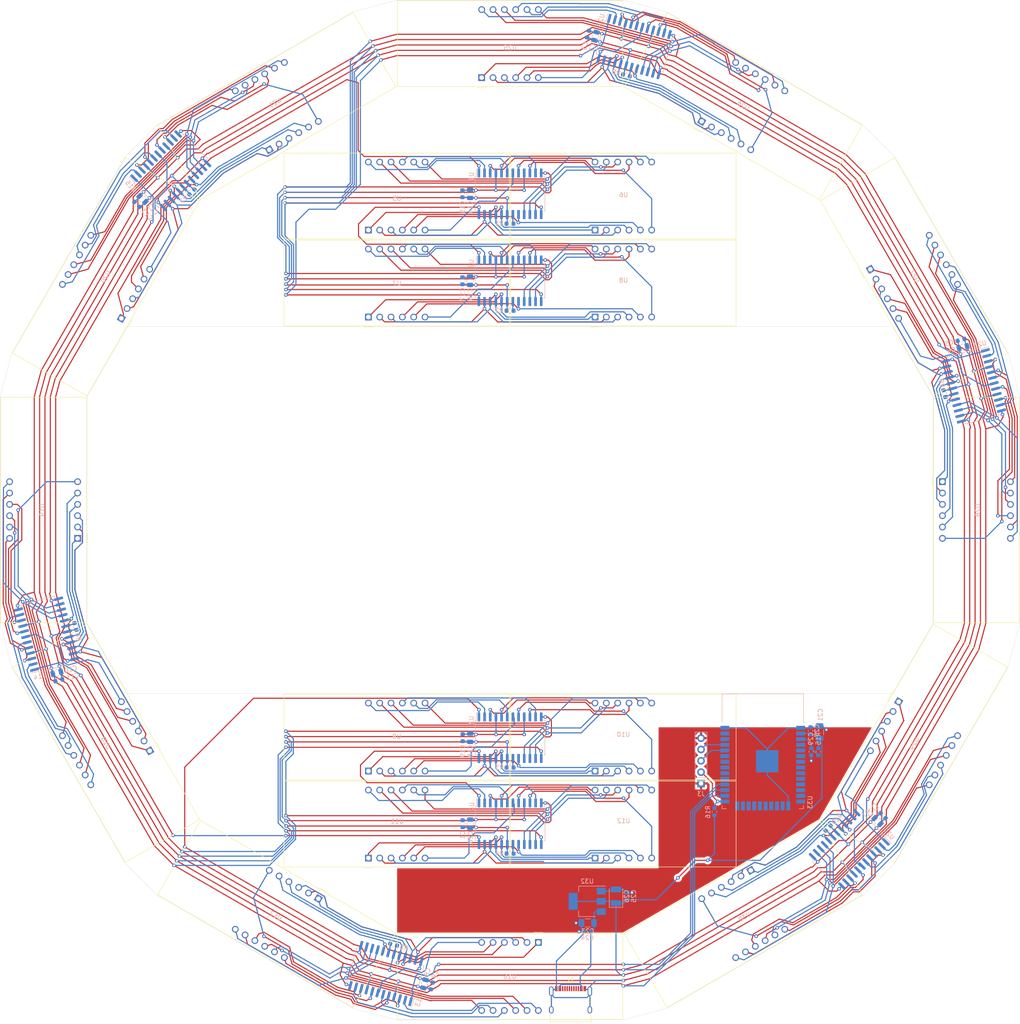
<source format=kicad_pcb>
(kicad_pcb (version 20171130) (host pcbnew 5.1.8-db9833491~87~ubuntu20.04.1)
  (title_block (title Squeak) (date 2020-11-20) (rev v1.0) (company www.2-0.dk))
  (layers (0 F.Cu signal) (31 B.Cu signal) (34 B.Paste user) (35 F.Paste user) (36 B.SilkS user) (37 F.SilkS user) (38 B.Mask user) (39 F.Mask user) (44 Edge.Cuts user))
  (net 0 "")
  (net 1 "Net-(U1-Pad3)")
  (net 2 "Net-(U1-Pad11)")
  (net 3 "Net-(U1-Pad10)")
  (net 4 "Net-(U1-Pad8)")
  (net 5 led_clk)
  (net 6 VCC)
  (net 7 "Net-(R1-Pad2)")
  (net 8 "Net-(R2-Pad2)")
  (net 9 "Net-(R3-Pad2)")
  (net 10 "Net-(R4-Pad2)")
  (net 11 "Net-(R5-Pad2)")
  (net 12 "Net-(R6-Pad2)")
  (net 13 "Net-(R7-Pad2)")
  (net 14 "Net-(R8-Pad2)")
  (net 15 "Net-(R9-Pad2)")
  (net 16 "Net-(R10-Pad2)")
  (net 17 "Net-(U1-Pad23)")
  (net 18 "Net-(U1-Pad22)")
  (net 19 "Net-(U1-Pad21)")
  (net 20 "Net-(U1-Pad20)")
  (net 21 "Net-(U1-Pad17)")
  (net 22 "Net-(U1-Pad16)")
  (net 23 "Net-(U1-Pad15)")
  (net 24 "Net-(U1-Pad14)")
  (net 25 "Net-(U1-Pad7)")
  (net 26 "Net-(U1-Pad6)")
  (net 27 "Net-(U1-Pad5)")
  (net 28 "Net-(U1-Pad2)")
  (net 29 "Net-(U2-Pad23)")
  (net 30 "Net-(U2-Pad22)")
  (net 31 "Net-(U2-Pad21)")
  (net 32 "Net-(U2-Pad20)")
  (net 33 "Net-(U2-Pad17)")
  (net 34 "Net-(U2-Pad16)")
  (net 35 "Net-(U2-Pad15)")
  (net 36 "Net-(U2-Pad14)")
  (net 37 "Net-(U2-Pad11)")
  (net 38 "Net-(U2-Pad10)")
  (net 39 "Net-(U2-Pad8)")
  (net 40 "Net-(U2-Pad7)")
  (net 41 "Net-(U2-Pad6)")
  (net 42 "Net-(U2-Pad5)")
  (net 43 "Net-(U2-Pad3)")
  (net 44 "Net-(U2-Pad2)")
  (net 45 "Net-(U3-Pad2)")
  (net 46 "Net-(U10-Pad12)")
  (net 47 "Net-(U10-Pad8)")
  (net 48 "Net-(U3-Pad6)")
  (net 49 "Net-(U3-Pad7)")
  (net 50 "Net-(U10-Pad6)")
  (net 51 "Net-(U10-Pad9)")
  (net 52 "Net-(U3-Pad11)")
  (net 53 "Net-(U10-Pad11)")
  (net 54 "Net-(U10-Pad10)")
  (net 55 "Net-(U10-Pad7)")
  (net 56 "Net-(U10-Pad5)")
  (net 57 "Net-(U10-Pad4)")
  (net 58 "Net-(U10-Pad1)")
  (net 59 "Net-(U10-Pad3)")
  (net 60 "Net-(U10-Pad2)")
  (net 61 "Net-(U11-Pad12)")
  (net 62 "Net-(U12-Pad12)")
  (net 63 "Net-(U12-Pad8)")
  (net 64 "Net-(U11-Pad8)")
  (net 65 "Net-(U11-Pad6)")
  (net 66 "Net-(U12-Pad6)")
  (net 67 "Net-(U12-Pad9)")
  (net 68 "Net-(U11-Pad9)")
  (net 69 "Net-(U11-Pad11)")
  (net 70 "Net-(U11-Pad10)")
  (net 71 "Net-(U11-Pad7)")
  (net 72 "Net-(U11-Pad5)")
  (net 73 "Net-(U11-Pad4)")
  (net 74 "Net-(U11-Pad1)")
  (net 75 "Net-(U11-Pad3)")
  (net 76 "Net-(U11-Pad2)")
  (net 77 "Net-(U13-Pad2)")
  (net 78 "Net-(U13-Pad3)")
  (net 79 "Net-(U13-Pad5)")
  (net 80 "Net-(U13-Pad6)")
  (net 81 "Net-(U13-Pad7)")
  (net 82 "Net-(U13-Pad8)")
  (net 83 "Net-(U13-Pad10)")
  (net 84 "Net-(U13-Pad11)")
  (net 85 "Net-(U13-Pad14)")
  (net 86 "Net-(U13-Pad15)")
  (net 87 "Net-(U13-Pad16)")
  (net 88 "Net-(U13-Pad17)")
  (net 89 "Net-(U13-Pad20)")
  (net 90 "Net-(U13-Pad21)")
  (net 91 "Net-(U13-Pad22)")
  (net 92 "Net-(U13-Pad23)")
  (net 93 "Net-(U14-Pad2)")
  (net 94 "Net-(U14-Pad3)")
  (net 95 "Net-(U14-Pad5)")
  (net 96 "Net-(U14-Pad6)")
  (net 97 "Net-(U14-Pad7)")
  (net 98 "Net-(U14-Pad8)")
  (net 99 "Net-(U14-Pad10)")
  (net 100 "Net-(U14-Pad11)")
  (net 101 "Net-(U14-Pad14)")
  (net 102 "Net-(U14-Pad15)")
  (net 103 "Net-(U14-Pad16)")
  (net 104 "Net-(U14-Pad17)")
  (net 105 "Net-(U14-Pad20)")
  (net 106 "Net-(U14-Pad21)")
  (net 107 "Net-(U14-Pad22)")
  (net 108 "Net-(U14-Pad23)")
  (net 109 "Net-(U15-Pad23)")
  (net 110 "Net-(U15-Pad22)")
  (net 111 "Net-(U15-Pad21)")
  (net 112 "Net-(U15-Pad20)")
  (net 113 "Net-(U15-Pad17)")
  (net 114 "Net-(U15-Pad16)")
  (net 115 "Net-(U15-Pad15)")
  (net 116 "Net-(U15-Pad14)")
  (net 117 "Net-(U15-Pad11)")
  (net 118 "Net-(U15-Pad10)")
  (net 119 "Net-(U15-Pad8)")
  (net 120 "Net-(U15-Pad7)")
  (net 121 "Net-(U15-Pad6)")
  (net 122 "Net-(U15-Pad5)")
  (net 123 "Net-(U15-Pad3)")
  (net 124 "Net-(U15-Pad2)")
  (net 125 "Net-(U22-Pad23)")
  (net 126 "Net-(U22-Pad22)")
  (net 127 "Net-(U22-Pad21)")
  (net 128 "Net-(U22-Pad20)")
  (net 129 "Net-(U22-Pad17)")
  (net 130 "Net-(U22-Pad16)")
  (net 131 "Net-(U22-Pad15)")
  (net 132 "Net-(U22-Pad14)")
  (net 133 "Net-(U22-Pad11)")
  (net 134 "Net-(U22-Pad10)")
  (net 135 "Net-(U22-Pad8)")
  (net 136 "Net-(U22-Pad7)")
  (net 137 "Net-(U22-Pad6)")
  (net 138 "Net-(U22-Pad5)")
  (net 139 "Net-(U22-Pad3)")
  (net 140 "Net-(U22-Pad2)")
  (net 141 "Net-(U23-Pad2)")
  (net 142 "Net-(U23-Pad3)")
  (net 143 "Net-(U23-Pad5)")
  (net 144 "Net-(U23-Pad6)")
  (net 145 "Net-(U23-Pad7)")
  (net 146 "Net-(U23-Pad8)")
  (net 147 "Net-(U23-Pad10)")
  (net 148 "Net-(U23-Pad11)")
  (net 149 "Net-(U23-Pad14)")
  (net 150 "Net-(U23-Pad15)")
  (net 151 "Net-(U23-Pad16)")
  (net 152 "Net-(U23-Pad17)")
  (net 153 "Net-(U23-Pad20)")
  (net 154 "Net-(U23-Pad21)")
  (net 155 "Net-(U23-Pad22)")
  (net 156 "Net-(U23-Pad23)")
  (net 157 "Net-(U24-Pad23)")
  (net 158 "Net-(U24-Pad22)")
  (net 159 "Net-(U24-Pad21)")
  (net 160 "Net-(U24-Pad20)")
  (net 161 "Net-(U24-Pad17)")
  (net 162 "Net-(U24-Pad16)")
  (net 163 "Net-(U24-Pad15)")
  (net 164 "Net-(U24-Pad14)")
  (net 165 "Net-(U24-Pad11)")
  (net 166 "Net-(U24-Pad10)")
  (net 167 "Net-(U24-Pad8)")
  (net 168 "Net-(U24-Pad7)")
  (net 169 "Net-(U24-Pad6)")
  (net 170 "Net-(U24-Pad5)")
  (net 171 "Net-(U24-Pad3)")
  (net 172 "Net-(U24-Pad2)")
  (net 173 GND)
  (net 174 led_load)
  (net 175 led_data0)
  (net 176 led_data1)
  (net 177 led_data2)
  (net 178 led_data5)
  (net 179 led_data4)
  (net 180 led_data6)
  (net 181 led_data3)
  (net 182 led_data7)
  (net 183 led_data8)
  (net 184 led_data9)
  (net 185 "Net-(C23-Pad2)")
  (net 186 "Net-(C29-Pad1)")
  (net 187 mode0)
  (net 188 uart0_rx)
  (net 189 uart0_tx)
  (module Display_7Segment:CA56-12CGKWA (layer F.Cu) (at 212.175419 207.96291 90)
    (fp_text reference U10 (at 8.192998 6.372527) (layer B.SilkS) (effects (justify mirror)))
    (fp_text value CC56-12CGKWA)
    (pad 1 thru_hole rect (at 0 0 90) (size 1.5 1.5) (drill 1) (layers *.Cu *.Mask) (net 58 "Net-(U10-Pad1)"))
    (pad 2 thru_hole circle (at 0 2.54 90) (size 1.5 1.5) (drill 1) (layers *.Cu *.Mask) (net 60 "Net-(U10-Pad2)"))
    (pad 3 thru_hole circle (at 0 5.08 90) (size 1.5 1.5) (drill 1) (layers *.Cu *.Mask) (net 59 "Net-(U10-Pad3)"))
    (pad 4 thru_hole circle (at 0 7.62 90) (size 1.5 1.5) (drill 1) (layers *.Cu *.Mask) (net 57 "Net-(U10-Pad4)"))
    (pad 5 thru_hole circle (at 0 10.16 90) (size 1.5 1.5) (drill 1) (layers *.Cu *.Mask) (net 56 "Net-(U10-Pad5)"))
    (pad 6 thru_hole circle (at 0 12.7 90) (size 1.5 1.5) (drill 1) (layers *.Cu *.Mask) (net 50 "Net-(U10-Pad6)"))
    (pad 7 thru_hole circle (at 15.24 12.7 90) (size 1.5 1.5) (drill 1) (layers *.Cu *.Mask) (net 55 "Net-(U10-Pad7)"))
    (pad 8 thru_hole circle (at 15.24 10.16 90) (size 1.5 1.5) (drill 1) (layers *.Cu *.Mask) (net 47 "Net-(U10-Pad8)"))
    (pad 9 thru_hole circle (at 15.24 7.62 90) (size 1.5 1.5) (drill 1) (layers *.Cu *.Mask) (net 51 "Net-(U10-Pad9)"))
    (pad 10 thru_hole circle (at 15.24 5.08 90) (size 1.5 1.5) (drill 1) (layers *.Cu *.Mask) (net 54 "Net-(U10-Pad10)"))
    (pad 11 thru_hole circle (at 15.24 2.54 90) (size 1.5 1.5) (drill 1) (layers *.Cu *.Mask) (net 53 "Net-(U10-Pad11)"))
    (pad 12 thru_hole circle (at 15.24 0 90) (size 1.5 1.5) (drill 1) (layers *.Cu *.Mask) (net 46 "Net-(U10-Pad12)"))
  )
  (module Display_7Segment:CA56-12CGKWA (layer F.Cu) (at 139.164296 68.699183 120)
    (fp_text reference U21 (at 8.479747 6.372139 30) (layer B.SilkS) (effects (justify mirror)))
    (fp_text value CC56-12CGKWA)
    (pad 12 thru_hole circle (at 15.24 0 120) (size 1.5 1.5) (drill 1) (layers *.Cu *.Mask) (net 123 "Net-(U15-Pad3)"))
    (pad 11 thru_hole circle (at 15.24 2.54 120) (size 1.5 1.5) (drill 1) (layers *.Cu *.Mask) (net 116 "Net-(U15-Pad14)"))
    (pad 10 thru_hole circle (at 15.24 5.08 120) (size 1.5 1.5) (drill 1) (layers *.Cu *.Mask) (net 115 "Net-(U15-Pad15)"))
    (pad 9 thru_hole circle (at 15.24 7.62 120) (size 1.5 1.5) (drill 1) (layers *.Cu *.Mask) (net 118 "Net-(U15-Pad10)"))
    (pad 8 thru_hole circle (at 15.24 10.16 120) (size 1.5 1.5) (drill 1) (layers *.Cu *.Mask) (net 122 "Net-(U15-Pad5)"))
    (pad 7 thru_hole circle (at 15.24 12.7 120) (size 1.5 1.5) (drill 1) (layers *.Cu *.Mask) (net 114 "Net-(U15-Pad16)"))
    (pad 6 thru_hole circle (at 0 12.7 120) (size 1.5 1.5) (drill 1) (layers *.Cu *.Mask) (net 119 "Net-(U15-Pad8)"))
    (pad 5 thru_hole circle (at 0 10.16 120) (size 1.5 1.5) (drill 1) (layers *.Cu *.Mask) (net 113 "Net-(U15-Pad17)"))
    (pad 4 thru_hole circle (at 0 7.62 120) (size 1.5 1.5) (drill 1) (layers *.Cu *.Mask) (net 112 "Net-(U15-Pad20)"))
    (pad 3 thru_hole circle (at 0 5.08 120) (size 1.5 1.5) (drill 1) (layers *.Cu *.Mask) (net 110 "Net-(U15-Pad22)"))
    (pad 2 thru_hole circle (at 0 2.54 120) (size 1.5 1.5) (drill 1) (layers *.Cu *.Mask) (net 109 "Net-(U15-Pad23)"))
    (pad 1 thru_hole rect (at 0 0 120) (size 1.5 1.5) (drill 1) (layers *.Cu *.Mask) (net 111 "Net-(U15-Pad21)"))
  )
  (module Display_7Segment:CA56-12CGKWA (layer F.Cu) (at 247.084556 230.228553 300)
    (fp_text reference U30 (at 8.299433 6.38278 30) (layer B.SilkS) (effects (justify mirror)))
    (fp_text value CC56-12CGKWA)
    (pad 12 thru_hole circle (at 15.24 0 300) (size 1.5 1.5) (drill 1) (layers *.Cu *.Mask) (net 171 "Net-(U24-Pad3)"))
    (pad 11 thru_hole circle (at 15.24 2.54 300) (size 1.5 1.5) (drill 1) (layers *.Cu *.Mask) (net 164 "Net-(U24-Pad14)"))
    (pad 10 thru_hole circle (at 15.24 5.08 300) (size 1.5 1.5) (drill 1) (layers *.Cu *.Mask) (net 163 "Net-(U24-Pad15)"))
    (pad 9 thru_hole circle (at 15.24 7.62 300) (size 1.5 1.5) (drill 1) (layers *.Cu *.Mask) (net 166 "Net-(U24-Pad10)"))
    (pad 8 thru_hole circle (at 15.24 10.16 300) (size 1.5 1.5) (drill 1) (layers *.Cu *.Mask) (net 170 "Net-(U24-Pad5)"))
    (pad 7 thru_hole circle (at 15.24 12.7 300) (size 1.5 1.5) (drill 1) (layers *.Cu *.Mask) (net 162 "Net-(U24-Pad16)"))
    (pad 6 thru_hole circle (at 0 12.7 300) (size 1.5 1.5) (drill 1) (layers *.Cu *.Mask) (net 167 "Net-(U24-Pad8)"))
    (pad 5 thru_hole circle (at 0 10.16 300) (size 1.5 1.5) (drill 1) (layers *.Cu *.Mask) (net 161 "Net-(U24-Pad17)"))
    (pad 4 thru_hole circle (at 0 7.62 300) (size 1.5 1.5) (drill 1) (layers *.Cu *.Mask) (net 160 "Net-(U24-Pad20)"))
    (pad 3 thru_hole circle (at 0 5.08 300) (size 1.5 1.5) (drill 1) (layers *.Cu *.Mask) (net 158 "Net-(U24-Pad22)"))
    (pad 2 thru_hole circle (at 0 2.54 300) (size 1.5 1.5) (drill 1) (layers *.Cu *.Mask) (net 157 "Net-(U24-Pad23)"))
    (pad 1 thru_hole rect (at 0 0 300) (size 1.5 1.5) (drill 1) (layers *.Cu *.Mask) (net 159 "Net-(U24-Pad21)"))
  )
  (module Display_7Segment:CA56-12CGKWA (layer F.Cu) (at 273.888452 95.502878 30)
    (fp_text reference U27 (at 7.819429 6.333382 120) (layer B.SilkS) (effects (justify mirror)))
    (fp_text value CC56-12CGKWA)
    (pad 12 thru_hole circle (at 15.24 0 30) (size 1.5 1.5) (drill 1) (layers *.Cu *.Mask) (net 141 "Net-(U23-Pad2)"))
    (pad 11 thru_hole circle (at 15.24 2.54 30) (size 1.5 1.5) (drill 1) (layers *.Cu *.Mask) (net 149 "Net-(U23-Pad14)"))
    (pad 10 thru_hole circle (at 15.24 5.08 30) (size 1.5 1.5) (drill 1) (layers *.Cu *.Mask) (net 150 "Net-(U23-Pad15)"))
    (pad 9 thru_hole circle (at 15.24 7.62 30) (size 1.5 1.5) (drill 1) (layers *.Cu *.Mask) (net 148 "Net-(U23-Pad11)"))
    (pad 8 thru_hole circle (at 15.24 10.16 30) (size 1.5 1.5) (drill 1) (layers *.Cu *.Mask) (net 144 "Net-(U23-Pad6)"))
    (pad 7 thru_hole circle (at 15.24 12.7 30) (size 1.5 1.5) (drill 1) (layers *.Cu *.Mask) (net 151 "Net-(U23-Pad16)"))
    (pad 6 thru_hole circle (at 0 12.7 30) (size 1.5 1.5) (drill 1) (layers *.Cu *.Mask) (net 145 "Net-(U23-Pad7)"))
    (pad 5 thru_hole circle (at 0 10.16 30) (size 1.5 1.5) (drill 1) (layers *.Cu *.Mask) (net 152 "Net-(U23-Pad17)"))
    (pad 4 thru_hole circle (at 0 7.62 30) (size 1.5 1.5) (drill 1) (layers *.Cu *.Mask) (net 153 "Net-(U23-Pad20)"))
    (pad 3 thru_hole circle (at 0 5.08 30) (size 1.5 1.5) (drill 1) (layers *.Cu *.Mask) (net 155 "Net-(U23-Pad22)"))
    (pad 2 thru_hole circle (at 0 2.54 30) (size 1.5 1.5) (drill 1) (layers *.Cu *.Mask) (net 156 "Net-(U23-Pad23)"))
    (pad 1 thru_hole rect (at 0 0 30) (size 1.5 1.5) (drill 1) (layers *.Cu *.Mask) (net 154 "Net-(U23-Pad21)"))
  )
  (module Package_SO:SOIC-24W_7.5x15.4mm_P1.27mm (layer B.Cu) (at 117.081301 73.423625 315)
    (fp_text reference U15 (at -3.854955 8.734271 315) (layer B.SilkS) (effects (justify mirror)))
    (fp_text value MAX7219)
    (pad 24 smd roundrect (at 4.65 6.985 315) (size 2.05 0.6) (layers B.Cu B.Paste B.Mask) (net 178 led_data5))
    (pad 23 smd roundrect (at 4.65 5.715 315) (size 2.05 0.6) (layers B.Cu B.Paste B.Mask) (net 109 "Net-(U15-Pad23)"))
    (pad 22 smd roundrect (at 4.65 4.445 315) (size 2.05 0.6) (layers B.Cu B.Paste B.Mask) (net 110 "Net-(U15-Pad22)"))
    (pad 21 smd roundrect (at 4.65 3.175 315) (size 2.05 0.6) (layers B.Cu B.Paste B.Mask) (net 111 "Net-(U15-Pad21)"))
    (pad 20 smd roundrect (at 4.65 1.905 315) (size 2.05 0.6) (layers B.Cu B.Paste B.Mask) (net 112 "Net-(U15-Pad20)"))
    (pad 19 smd roundrect (at 4.65 0.635 315) (size 2.05 0.6) (layers B.Cu B.Paste B.Mask) (net 6 VCC))
    (pad 18 smd roundrect (at 4.65 -0.635 315) (size 2.05 0.6) (layers B.Cu B.Paste B.Mask) (net 13 "Net-(R7-Pad2)"))
    (pad 17 smd roundrect (at 4.65 -1.905 315) (size 2.05 0.6) (layers B.Cu B.Paste B.Mask) (net 113 "Net-(U15-Pad17)"))
    (pad 16 smd roundrect (at 4.65 -3.175 315) (size 2.05 0.6) (layers B.Cu B.Paste B.Mask) (net 114 "Net-(U15-Pad16)"))
    (pad 15 smd roundrect (at 4.65 -4.445 315) (size 2.05 0.6) (layers B.Cu B.Paste B.Mask) (net 115 "Net-(U15-Pad15)"))
    (pad 14 smd roundrect (at 4.65 -5.715 315) (size 2.05 0.6) (layers B.Cu B.Paste B.Mask) (net 116 "Net-(U15-Pad14)"))
    (pad 13 smd roundrect (at 4.65 -6.985 315) (size 2.05 0.6) (layers B.Cu B.Paste B.Mask) (net 5 led_clk))
    (pad 12 smd roundrect (at -4.65 -6.985 315) (size 2.05 0.6) (layers B.Cu B.Paste B.Mask) (net 174 led_load))
    (pad 11 smd roundrect (at -4.65 -5.715 315) (size 2.05 0.6) (layers B.Cu B.Paste B.Mask) (net 117 "Net-(U15-Pad11)"))
    (pad 10 smd roundrect (at -4.65 -4.445 315) (size 2.05 0.6) (layers B.Cu B.Paste B.Mask) (net 118 "Net-(U15-Pad10)"))
    (pad 9 smd roundrect (at -4.65 -3.175 315) (size 2.05 0.6) (layers B.Cu B.Paste B.Mask) (net 173 GND))
    (pad 8 smd roundrect (at -4.65 -1.905 315) (size 2.05 0.6) (layers B.Cu B.Paste B.Mask) (net 119 "Net-(U15-Pad8)"))
    (pad 7 smd roundrect (at -4.65 -0.635 315) (size 2.05 0.6) (layers B.Cu B.Paste B.Mask) (net 120 "Net-(U15-Pad7)"))
    (pad 6 smd roundrect (at -4.65 0.635 315) (size 2.05 0.6) (layers B.Cu B.Paste B.Mask) (net 121 "Net-(U15-Pad6)"))
    (pad 5 smd roundrect (at -4.65 1.905 315) (size 2.05 0.6) (layers B.Cu B.Paste B.Mask) (net 122 "Net-(U15-Pad5)"))
    (pad 4 smd roundrect (at -4.65 3.175 315) (size 2.05 0.6) (layers B.Cu B.Paste B.Mask) (net 173 GND))
    (pad 3 smd roundrect (at -4.65 4.445 315) (size 2.05 0.6) (layers B.Cu B.Paste B.Mask) (net 123 "Net-(U15-Pad3)"))
    (pad 2 smd roundrect (at -4.65 5.715 315) (size 2.05 0.6) (layers B.Cu B.Paste B.Mask) (net 124 "Net-(U15-Pad2)"))
    (pad 1 smd roundrect (at -4.65 6.985 315) (size 2.05 0.6) (layers B.Cu B.Paste B.Mask) (net 179 led_data4))
  )
  (module Package_SO:SOIC-24W_7.5x15.4mm_P1.27mm (layer B.Cu) (at 220.928887 45.5698 255)
    (fp_text reference U22 (at -3.813548 8.703629 255) (layer B.SilkS) (effects (justify mirror)))
    (fp_text value MAX7219)
    (pad 24 smd roundrect (at 4.65 6.985 255) (size 2.05 0.6) (layers B.Cu B.Paste B.Mask) (net 183 led_data8))
    (pad 23 smd roundrect (at 4.65 5.715 255) (size 2.05 0.6) (layers B.Cu B.Paste B.Mask) (net 125 "Net-(U22-Pad23)"))
    (pad 22 smd roundrect (at 4.65 4.445 255) (size 2.05 0.6) (layers B.Cu B.Paste B.Mask) (net 126 "Net-(U22-Pad22)"))
    (pad 21 smd roundrect (at 4.65 3.175 255) (size 2.05 0.6) (layers B.Cu B.Paste B.Mask) (net 127 "Net-(U22-Pad21)"))
    (pad 20 smd roundrect (at 4.65 1.905 255) (size 2.05 0.6) (layers B.Cu B.Paste B.Mask) (net 128 "Net-(U22-Pad20)"))
    (pad 19 smd roundrect (at 4.65 0.635 255) (size 2.05 0.6) (layers B.Cu B.Paste B.Mask) (net 6 VCC))
    (pad 18 smd roundrect (at 4.65 -0.635 255) (size 2.05 0.6) (layers B.Cu B.Paste B.Mask) (net 14 "Net-(R8-Pad2)"))
    (pad 17 smd roundrect (at 4.65 -1.905 255) (size 2.05 0.6) (layers B.Cu B.Paste B.Mask) (net 129 "Net-(U22-Pad17)"))
    (pad 16 smd roundrect (at 4.65 -3.175 255) (size 2.05 0.6) (layers B.Cu B.Paste B.Mask) (net 130 "Net-(U22-Pad16)"))
    (pad 15 smd roundrect (at 4.65 -4.445 255) (size 2.05 0.6) (layers B.Cu B.Paste B.Mask) (net 131 "Net-(U22-Pad15)"))
    (pad 14 smd roundrect (at 4.65 -5.715 255) (size 2.05 0.6) (layers B.Cu B.Paste B.Mask) (net 132 "Net-(U22-Pad14)"))
    (pad 13 smd roundrect (at 4.65 -6.985 255) (size 2.05 0.6) (layers B.Cu B.Paste B.Mask) (net 5 led_clk))
    (pad 12 smd roundrect (at -4.65 -6.985 255) (size 2.05 0.6) (layers B.Cu B.Paste B.Mask) (net 174 led_load))
    (pad 11 smd roundrect (at -4.65 -5.715 255) (size 2.05 0.6) (layers B.Cu B.Paste B.Mask) (net 133 "Net-(U22-Pad11)"))
    (pad 10 smd roundrect (at -4.65 -4.445 255) (size 2.05 0.6) (layers B.Cu B.Paste B.Mask) (net 134 "Net-(U22-Pad10)"))
    (pad 9 smd roundrect (at -4.65 -3.175 255) (size 2.05 0.6) (layers B.Cu B.Paste B.Mask) (net 173 GND))
    (pad 8 smd roundrect (at -4.65 -1.905 255) (size 2.05 0.6) (layers B.Cu B.Paste B.Mask) (net 135 "Net-(U22-Pad8)"))
    (pad 7 smd roundrect (at -4.65 -0.635 255) (size 2.05 0.6) (layers B.Cu B.Paste B.Mask) (net 136 "Net-(U22-Pad7)"))
    (pad 6 smd roundrect (at -4.65 0.635 255) (size 2.05 0.6) (layers B.Cu B.Paste B.Mask) (net 137 "Net-(U22-Pad6)"))
    (pad 5 smd roundrect (at -4.65 1.905 255) (size 2.05 0.6) (layers B.Cu B.Paste B.Mask) (net 138 "Net-(U22-Pad5)"))
    (pad 4 smd roundrect (at -4.65 3.175 255) (size 2.05 0.6) (layers B.Cu B.Paste B.Mask) (net 173 GND))
    (pad 3 smd roundrect (at -4.65 4.445 255) (size 2.05 0.6) (layers B.Cu B.Paste B.Mask) (net 139 "Net-(U22-Pad3)"))
    (pad 2 smd roundrect (at -4.65 5.715 255) (size 2.05 0.6) (layers B.Cu B.Paste B.Mask) (net 140 "Net-(U22-Pad2)"))
    (pad 1 smd roundrect (at -4.65 6.985 255) (size 2.05 0.6) (layers B.Cu B.Paste B.Mask) (net 182 led_data7))
  )
  (module Package_SO:SOIC-24W_7.5x15.4mm_P1.27mm (layer B.Cu) (at 296.972975 121.638228 195)
    (fp_text reference U23 (at -3.861797 8.646608 195) (layer B.SilkS) (effects (justify mirror)))
    (fp_text value MAX7219)
    (pad 1 smd roundrect (at -4.65 6.985 195) (size 2.05 0.6) (layers B.Cu B.Paste B.Mask) (net 183 led_data8))
    (pad 2 smd roundrect (at -4.65 5.715 195) (size 2.05 0.6) (layers B.Cu B.Paste B.Mask) (net 141 "Net-(U23-Pad2)"))
    (pad 3 smd roundrect (at -4.65 4.445 195) (size 2.05 0.6) (layers B.Cu B.Paste B.Mask) (net 142 "Net-(U23-Pad3)"))
    (pad 4 smd roundrect (at -4.65 3.175 195) (size 2.05 0.6) (layers B.Cu B.Paste B.Mask) (net 173 GND))
    (pad 5 smd roundrect (at -4.65 1.905 195) (size 2.05 0.6) (layers B.Cu B.Paste B.Mask) (net 143 "Net-(U23-Pad5)"))
    (pad 6 smd roundrect (at -4.65 0.635 195) (size 2.05 0.6) (layers B.Cu B.Paste B.Mask) (net 144 "Net-(U23-Pad6)"))
    (pad 7 smd roundrect (at -4.65 -0.635 195) (size 2.05 0.6) (layers B.Cu B.Paste B.Mask) (net 145 "Net-(U23-Pad7)"))
    (pad 8 smd roundrect (at -4.65 -1.905 195) (size 2.05 0.6) (layers B.Cu B.Paste B.Mask) (net 146 "Net-(U23-Pad8)"))
    (pad 9 smd roundrect (at -4.65 -3.175 195) (size 2.05 0.6) (layers B.Cu B.Paste B.Mask) (net 173 GND))
    (pad 10 smd roundrect (at -4.65 -4.445 195) (size 2.05 0.6) (layers B.Cu B.Paste B.Mask) (net 147 "Net-(U23-Pad10)"))
    (pad 11 smd roundrect (at -4.65 -5.715 195) (size 2.05 0.6) (layers B.Cu B.Paste B.Mask) (net 148 "Net-(U23-Pad11)"))
    (pad 12 smd roundrect (at -4.65 -6.985 195) (size 2.05 0.6) (layers B.Cu B.Paste B.Mask) (net 174 led_load))
    (pad 13 smd roundrect (at 4.65 -6.985 195) (size 2.05 0.6) (layers B.Cu B.Paste B.Mask) (net 5 led_clk))
    (pad 14 smd roundrect (at 4.65 -5.715 195) (size 2.05 0.6) (layers B.Cu B.Paste B.Mask) (net 149 "Net-(U23-Pad14)"))
    (pad 15 smd roundrect (at 4.65 -4.445 195) (size 2.05 0.6) (layers B.Cu B.Paste B.Mask) (net 150 "Net-(U23-Pad15)"))
    (pad 16 smd roundrect (at 4.65 -3.175 195) (size 2.05 0.6) (layers B.Cu B.Paste B.Mask) (net 151 "Net-(U23-Pad16)"))
    (pad 17 smd roundrect (at 4.65 -1.905 195) (size 2.05 0.6) (layers B.Cu B.Paste B.Mask) (net 152 "Net-(U23-Pad17)"))
    (pad 18 smd roundrect (at 4.65 -0.635 195) (size 2.05 0.6) (layers B.Cu B.Paste B.Mask) (net 15 "Net-(R9-Pad2)"))
    (pad 19 smd roundrect (at 4.65 0.635 195) (size 2.05 0.6) (layers B.Cu B.Paste B.Mask) (net 6 VCC))
    (pad 20 smd roundrect (at 4.65 1.905 195) (size 2.05 0.6) (layers B.Cu B.Paste B.Mask) (net 153 "Net-(U23-Pad20)"))
    (pad 21 smd roundrect (at 4.65 3.175 195) (size 2.05 0.6) (layers B.Cu B.Paste B.Mask) (net 154 "Net-(U23-Pad21)"))
    (pad 22 smd roundrect (at 4.65 4.445 195) (size 2.05 0.6) (layers B.Cu B.Paste B.Mask) (net 155 "Net-(U23-Pad22)"))
    (pad 23 smd roundrect (at 4.65 5.715 195) (size 2.05 0.6) (layers B.Cu B.Paste B.Mask) (net 156 "Net-(U23-Pad23)"))
    (pad 24 smd roundrect (at 4.65 6.985 195) (size 2.05 0.6) (layers B.Cu B.Paste B.Mask) (net 184 led_data9))
  )
  (module Display_7Segment:CA56-12CGKWA (layer F.Cu) (at 96.200045 155.814545 180)
    (fp_text reference U19 (at 7.959875 6.364625 90) (layer B.SilkS) (effects (justify mirror)))
    (fp_text value CC56-12CGKWA)
    (pad 12 thru_hole circle (at 15.24 0 180) (size 1.5 1.5) (drill 1) (layers *.Cu *.Mask) (net 94 "Net-(U14-Pad3)"))
    (pad 11 thru_hole circle (at 15.24 2.54 180) (size 1.5 1.5) (drill 1) (layers *.Cu *.Mask) (net 101 "Net-(U14-Pad14)"))
    (pad 10 thru_hole circle (at 15.24 5.08 180) (size 1.5 1.5) (drill 1) (layers *.Cu *.Mask) (net 102 "Net-(U14-Pad15)"))
    (pad 9 thru_hole circle (at 15.24 7.62 180) (size 1.5 1.5) (drill 1) (layers *.Cu *.Mask) (net 99 "Net-(U14-Pad10)"))
    (pad 8 thru_hole circle (at 15.24 10.16 180) (size 1.5 1.5) (drill 1) (layers *.Cu *.Mask) (net 95 "Net-(U14-Pad5)"))
    (pad 7 thru_hole circle (at 15.24 12.7 180) (size 1.5 1.5) (drill 1) (layers *.Cu *.Mask) (net 103 "Net-(U14-Pad16)"))
    (pad 6 thru_hole circle (at 0 12.7 180) (size 1.5 1.5) (drill 1) (layers *.Cu *.Mask) (net 98 "Net-(U14-Pad8)"))
    (pad 5 thru_hole circle (at 0 10.16 180) (size 1.5 1.5) (drill 1) (layers *.Cu *.Mask) (net 104 "Net-(U14-Pad17)"))
    (pad 4 thru_hole circle (at 0 7.62 180) (size 1.5 1.5) (drill 1) (layers *.Cu *.Mask) (net 105 "Net-(U14-Pad20)"))
    (pad 3 thru_hole circle (at 0 5.08 180) (size 1.5 1.5) (drill 1) (layers *.Cu *.Mask) (net 107 "Net-(U14-Pad22)"))
    (pad 2 thru_hole circle (at 0 2.54 180) (size 1.5 1.5) (drill 1) (layers *.Cu *.Mask) (net 108 "Net-(U14-Pad23)"))
    (pad 1 thru_hole rect (at 0 0 180) (size 1.5 1.5) (drill 1) (layers *.Cu *.Mask) (net 106 "Net-(U14-Pad21)"))
  )
  (module Capacitor_SMD:C_0603_1608Metric (layer B.Cu) (at 182.496389 219.774402 90)
    (fp_text reference C1 (at -2.505507 0.021554 270) (layer B.SilkS) (effects (justify mirror)))
    (fp_text value 100n)
    (pad 2 smd roundrect (at 0.7875 0 90) (size 0.875 0.95) (layers B.Cu B.Paste B.Mask) (net 173 GND))
    (pad 1 smd roundrect (at -0.7875 0 90) (size 0.875 0.95) (layers B.Cu B.Paste B.Mask) (net 6 VCC))
  )
  (module Capacitor_SMD:C_0805_2012Metric (layer B.Cu) (at 212.27629 43.260889 75)
    (fp_text reference C2 (at -2.677235 0.001728 255) (layer B.SilkS) (effects (justify mirror)))
    (fp_text value 1u)
    (pad 1 smd roundrect (at -0.9375 0 75) (size 0.975 1.4) (layers B.Cu B.Paste B.Mask) (net 6 VCC))
    (pad 2 smd roundrect (at 0.9375 0 75) (size 0.975 1.4) (layers B.Cu B.Paste B.Mask) (net 173 GND))
  )
  (module Capacitor_SMD:C_0603_1608Metric (layer B.Cu) (at 210.605233 42.813128 75)
    (fp_text reference C3 (at -2.687233 0.001734 255) (layer B.SilkS) (effects (justify mirror)))
    (fp_text value 100n)
    (pad 1 smd roundrect (at -0.7875 0 75) (size 0.875 0.95) (layers B.Cu B.Paste B.Mask) (net 6 VCC))
    (pad 2 smd roundrect (at 0.7875 0 75) (size 0.875 0.95) (layers B.Cu B.Paste B.Mask) (net 173 GND))
  )
  (module Capacitor_SMD:C_0805_2012Metric (layer B.Cu) (at 294.657002 112.994894 15)
    (fp_text reference C4 (at -2.698201 -0.078364 195) (layer B.SilkS) (effects (justify mirror)))
    (fp_text value 1u)
    (pad 2 smd roundrect (at 0.9375 0 15) (size 0.975 1.4) (layers B.Cu B.Paste B.Mask) (net 173 GND))
    (pad 1 smd roundrect (at -0.9375 0 15) (size 0.975 1.4) (layers B.Cu B.Paste B.Mask) (net 6 VCC))
  )
  (module Capacitor_SMD:C_0603_1608Metric (layer B.Cu) (at 294.209252 111.323857 15)
    (fp_text reference C5 (at -2.718204 0.001618 195) (layer B.SilkS) (effects (justify mirror)))
    (fp_text value 100n)
    (pad 2 smd roundrect (at 0.7875 0 15) (size 0.875 0.95) (layers B.Cu B.Paste B.Mask) (net 173 GND))
    (pad 1 smd roundrect (at -0.7875 0 15) (size 0.875 0.95) (layers B.Cu B.Paste B.Mask) (net 6 VCC))
  )
  (module Capacitor_SMD:C_0805_2012Metric (layer B.Cu) (at 275.502183 219.173806 315)
    (fp_text reference C6 (at -2.648528 0.011721 315) (layer B.SilkS) (effects (justify mirror)))
    (fp_text value 1u)
    (pad 1 smd roundrect (at -0.9375 0 315) (size 0.975 1.4) (layers B.Cu B.Paste B.Mask) (net 6 VCC))
    (pad 2 smd roundrect (at 0.9375 0 315) (size 0.975 1.4) (layers B.Cu B.Paste B.Mask) (net 173 GND))
  )
  (module Capacitor_SMD:C_0603_1608Metric (layer B.Cu) (at 276.72548 217.950498 315)
    (fp_text reference C7 (at -2.66852 -0.038271 315) (layer B.SilkS) (effects (justify mirror)))
    (fp_text value 100n)
    (pad 1 smd roundrect (at -0.7875 0 315) (size 0.875 0.95) (layers B.Cu B.Paste B.Mask) (net 6 VCC))
    (pad 2 smd roundrect (at 0.7875 0 315) (size 0.875 0.95) (layers B.Cu B.Paste B.Mask) (net 173 GND))
  )
  (module Capacitor_SMD:C_0805_2012Metric (layer B.Cu) (at 173.930575 255.666302 255)
    (fp_text reference C8 (at -2.677376 -0.00836 255) (layer B.SilkS) (effects (justify mirror)))
    (fp_text value 1u)
    (pad 2 smd roundrect (at 0.9375 0 255) (size 0.975 1.4) (layers B.Cu B.Paste B.Mask) (net 173 GND))
    (pad 1 smd roundrect (at -0.9375 0 255) (size 0.975 1.4) (layers B.Cu B.Paste B.Mask) (net 6 VCC))
  )
  (module Capacitor_SMD:C_0603_1608Metric (layer B.Cu) (at 175.601633 256.114062 255)
    (fp_text reference C9 (at -2.767382 0.041646 255) (layer B.SilkS) (effects (justify mirror)))
    (fp_text value 100n)
    (pad 2 smd roundrect (at 0.7875 0 255) (size 0.875 0.95) (layers B.Cu B.Paste B.Mask) (net 173 GND))
    (pad 1 smd roundrect (at -0.7875 0 255) (size 0.875 0.95) (layers B.Cu B.Paste B.Mask) (net 6 VCC))
  )
  (module Capacitor_SMD:C_0805_2012Metric (layer B.Cu) (at 91.553341 185.943098 195)
    (fp_text reference C10 (at -3.217389 -0.038271 195) (layer B.SilkS) (effects (justify mirror)))
    (fp_text value 1u)
    (pad 1 smd roundrect (at -0.9375 0 195) (size 0.975 1.4) (layers B.Cu B.Paste B.Mask) (net 6 VCC))
    (pad 2 smd roundrect (at 0.9375 0 195) (size 0.975 1.4) (layers B.Cu B.Paste B.Mask) (net 173 GND))
  )
  (module Capacitor_SMD:C_0603_1608Metric (layer B.Cu) (at 92.001097 187.614163 195)
    (fp_text reference C11 (at -3.217394 0.001737 195) (layer B.SilkS) (effects (justify mirror)))
    (fp_text value 100n)
    (pad 1 smd roundrect (at -0.7875 0 195) (size 0.875 0.95) (layers B.Cu B.Paste B.Mask) (net 6 VCC))
    (pad 2 smd roundrect (at 0.7875 0 195) (size 0.875 0.95) (layers B.Cu B.Paste B.Mask) (net 173 GND))
  )
  (module Capacitor_SMD:C_0805_2012Metric (layer B.Cu) (at 110.739787 79.747704 135)
    (fp_text reference C12 (at -3.217371 -0.008347 315) (layer B.SilkS) (effects (justify mirror)))
    (fp_text value 1u)
    (pad 2 smd roundrect (at 0.9375 0 135) (size 0.975 1.4) (layers B.Cu B.Paste B.Mask) (net 173 GND))
    (pad 1 smd roundrect (at -0.9375 0 135) (size 0.975 1.4) (layers B.Cu B.Paste B.Mask) (net 6 VCC))
  )
  (module Capacitor_SMD:C_0603_1608Metric (layer B.Cu) (at 109.516498 80.970988 135)
    (fp_text reference C13 (at -3.187382 0.031645 315) (layer B.SilkS) (effects (justify mirror)))
    (fp_text value 100n)
    (pad 2 smd roundrect (at 0.7875 0 135) (size 0.875 0.95) (layers B.Cu B.Paste B.Mask) (net 173 GND))
    (pad 1 smd roundrect (at -0.7875 0 135) (size 0.875 0.95) (layers B.Cu B.Paste B.Mask) (net 6 VCC))
  )
  (module Capacitor_SMD:C_0805_2012Metric (layer B.Cu) (at 184.176371 78.576904 90)
    (fp_text reference C14 (at -3.042967 0.001564 270) (layer B.SilkS) (effects (justify mirror)))
    (fp_text value 1u)
    (pad 1 smd roundrect (at -0.9375 0 90) (size 0.975 1.4) (layers B.Cu B.Paste B.Mask) (net 6 VCC))
    (pad 2 smd roundrect (at 0.9375 0 90) (size 0.975 1.4) (layers B.Cu B.Paste B.Mask) (net 173 GND))
  )
  (module Capacitor_SMD:C_0603_1608Metric (layer B.Cu) (at 182.446369 78.576922 90)
    (fp_text reference C15 (at -3.022951 0.011565 270) (layer B.SilkS) (effects (justify mirror)))
    (fp_text value 100n)
    (pad 1 smd roundrect (at -0.7875 0 90) (size 0.875 0.95) (layers B.Cu B.Paste B.Mask) (net 6 VCC))
    (pad 2 smd roundrect (at 0.7875 0 90) (size 0.875 0.95) (layers B.Cu B.Paste B.Mask) (net 173 GND))
  )
  (module Capacitor_SMD:C_0805_2012Metric (layer B.Cu) (at 184.176374 98.076906 90)
    (fp_text reference C16 (at -3.032967 0.011558 270) (layer B.SilkS) (effects (justify mirror)))
    (fp_text value 1u)
    (pad 2 smd roundrect (at 0.9375 0 90) (size 0.975 1.4) (layers B.Cu B.Paste B.Mask) (net 173 GND))
    (pad 1 smd roundrect (at -0.9375 0 90) (size 0.975 1.4) (layers B.Cu B.Paste B.Mask) (net 6 VCC))
  )
  (module Capacitor_SMD:C_0603_1608Metric (layer B.Cu) (at 182.446379 98.076905 90)
    (fp_text reference C17 (at -2.982965 0.031557 270) (layer B.SilkS) (effects (justify mirror)))
    (fp_text value 100n)
    (pad 2 smd roundrect (at 0.7875 0 90) (size 0.875 0.95) (layers B.Cu B.Paste B.Mask) (net 173 GND))
    (pad 1 smd roundrect (at -0.7875 0 90) (size 0.875 0.95) (layers B.Cu B.Paste B.Mask) (net 6 VCC))
  )
  (module Capacitor_SMD:C_0805_2012Metric (layer B.Cu) (at 184.206388 200.494404 90)
    (fp_text reference C18 (at -3.025505 0.001556 90) (layer B.SilkS) (effects (justify mirror)))
    (fp_text value 1u)
    (pad 1 smd roundrect (at -0.9375 0 90) (size 0.975 1.4) (layers B.Cu B.Paste B.Mask) (net 6 VCC))
    (pad 2 smd roundrect (at 0.9375 0 90) (size 0.975 1.4) (layers B.Cu B.Paste B.Mask) (net 173 GND))
  )
  (module Capacitor_SMD:C_0603_1608Metric (layer B.Cu) (at 182.496383 200.49439 90)
    (fp_text reference C19 (at -2.995516 0.011561 90) (layer B.SilkS) (effects (justify mirror)))
    (fp_text value 100n)
    (pad 1 smd roundrect (at -0.7875 0 90) (size 0.875 0.95) (layers B.Cu B.Paste B.Mask) (net 6 VCC))
    (pad 2 smd roundrect (at 0.7875 0 90) (size 0.875 0.95) (layers B.Cu B.Paste B.Mask) (net 173 GND))
  )
  (module Capacitor_SMD:C_0805_2012Metric (layer B.Cu) (at 184.216383 219.774399 90)
    (fp_text reference C20 (at -3.035508 0.021561 270) (layer B.SilkS) (effects (justify mirror)))
    (fp_text value 1u)
    (pad 2 smd roundrect (at 0.9375 0 90) (size 0.975 1.4) (layers B.Cu B.Paste B.Mask) (net 173 GND))
    (pad 1 smd roundrect (at -0.9375 0 90) (size 0.975 1.4) (layers B.Cu B.Paste B.Mask) (net 6 VCC))
  )
  (module Resistor_SMD:R_0603_1608Metric (layer B.Cu) (at 193.123588 85.285261)
    (fp_text reference R1 (at -2.385654 -0.01539) (layer B.SilkS) (effects (justify mirror)))
    (fp_text value R)
    (pad 1 smd roundrect (at -0.7875 0) (size 0.875 0.95) (layers B.Cu B.Paste B.Mask) (net 6 VCC))
    (pad 2 smd roundrect (at 0.7875 0) (size 0.875 0.95) (layers B.Cu B.Paste B.Mask) (net 7 "Net-(R1-Pad2)"))
  )
  (module Resistor_SMD:R_0603_1608Metric (layer B.Cu) (at 193.12359 104.785275)
    (fp_text reference R2 (at -2.415656 0.004598) (layer B.SilkS) (effects (justify mirror)))
    (fp_text value R)
    (pad 2 smd roundrect (at 0.7875 0) (size 0.875 0.95) (layers B.Cu B.Paste B.Mask) (net 8 "Net-(R2-Pad2)"))
    (pad 1 smd roundrect (at -0.7875 0) (size 0.875 0.95) (layers B.Cu B.Paste B.Mask) (net 6 VCC))
  )
  (module Resistor_SMD:R_0603_1608Metric (layer B.Cu) (at 193.126389 207.194396)
    (fp_text reference R3 (at -2.348446 -0.004486 180) (layer B.SilkS) (effects (justify mirror)))
    (fp_text value R)
    (pad 1 smd roundrect (at -0.7875 0) (size 0.875 0.95) (layers B.Cu B.Paste B.Mask) (net 6 VCC))
    (pad 2 smd roundrect (at 0.7875 0) (size 0.875 0.95) (layers B.Cu B.Paste B.Mask) (net 9 "Net-(R3-Pad2)"))
  )
  (module Resistor_SMD:R_0603_1608Metric (layer B.Cu) (at 193.136381 226.484398)
    (fp_text reference R4 (at -2.398436 -0.00449 180) (layer B.SilkS) (effects (justify mirror)))
    (fp_text value R)
    (pad 2 smd roundrect (at 0.7875 0) (size 0.875 0.95) (layers B.Cu B.Paste B.Mask) (net 10 "Net-(R4-Pad2)"))
    (pad 1 smd roundrect (at -0.7875 0) (size 0.875 0.95) (layers B.Cu B.Paste B.Mask) (net 6 VCC))
  )
  (module Resistor_SMD:R_0603_1608Metric (layer B.Cu) (at 167.025676 246.873463 165)
    (fp_text reference R5 (at -2.393729 0.001267 165) (layer B.SilkS) (effects (justify mirror)))
    (fp_text value R)
    (pad 2 smd roundrect (at 0.7875 0 165) (size 0.875 0.95) (layers B.Cu B.Paste B.Mask) (net 11 "Net-(R5-Pad2)"))
    (pad 1 smd roundrect (at -0.7875 0 165) (size 0.875 0.95) (layers B.Cu B.Paste B.Mask) (net 6 VCC))
  )
  (module Resistor_SMD:R_0603_1608Metric (layer B.Cu) (at 95.724219 175.565618 105)
    (fp_text reference R6 (at -2.42265 0.032735 105) (layer B.SilkS) (effects (justify mirror)))
    (fp_text value R)
    (pad 1 smd roundrect (at -0.7875 0 105) (size 0.875 0.95) (layers B.Cu B.Paste B.Mask) (net 6 VCC))
    (pad 2 smd roundrect (at 0.7875 0 105) (size 0.875 0.95) (layers B.Cu B.Paste B.Mask) (net 12 "Net-(R6-Pad2)"))
  )
  (module Resistor_SMD:R_0603_1608Metric (layer B.Cu) (at 121.814643 78.168601 45)
    (fp_text reference R7 (at -2.416051 0.022843 45) (layer B.SilkS) (effects (justify mirror)))
    (fp_text value R)
    (pad 2 smd roundrect (at 0.7875 0 45) (size 0.875 0.95) (layers B.Cu B.Paste B.Mask) (net 13 "Net-(R7-Pad2)"))
    (pad 1 smd roundrect (at -0.7875 0 45) (size 0.875 0.95) (layers B.Cu B.Paste B.Mask) (net 6 VCC))
  )
  (module Resistor_SMD:R_0603_1608Metric (layer B.Cu) (at 219.199648 52.052765 345)
    (fp_text reference R8 (at -2.391226 -0.013179 165) (layer B.SilkS) (effects (justify mirror)))
    (fp_text value R)
    (pad 1 smd roundrect (at -0.7875 0 345) (size 0.875 0.95) (layers B.Cu B.Paste B.Mask) (net 6 VCC))
    (pad 2 smd roundrect (at 0.7875 0 345) (size 0.875 0.95) (layers B.Cu B.Paste B.Mask) (net 14 "Net-(R8-Pad2)"))
  )
  (module Resistor_SMD:R_0603_1608Metric (layer B.Cu) (at 290.490302 123.376126 285)
    (fp_text reference R9 (at -2.377443 -0.00338 105) (layer B.SilkS) (effects (justify mirror)))
    (fp_text value R)
    (pad 2 smd roundrect (at 0.7875 0 285) (size 0.875 0.95) (layers B.Cu B.Paste B.Mask) (net 15 "Net-(R9-Pad2)"))
    (pad 1 smd roundrect (at -0.7875 0 285) (size 0.875 0.95) (layers B.Cu B.Paste B.Mask) (net 6 VCC))
  )
  (module Resistor_SMD:R_0603_1608Metric (layer B.Cu) (at 264.418171 220.76858 225)
    (fp_text reference R10 (at -2.843531 0.008616 45) (layer B.SilkS) (effects (justify mirror)))
    (fp_text value R)
    (pad 1 smd roundrect (at -0.7875 0 225) (size 0.875 0.95) (layers B.Cu B.Paste B.Mask) (net 6 VCC))
    (pad 2 smd roundrect (at 0.7875 0 225) (size 0.875 0.95) (layers B.Cu B.Paste B.Mask) (net 16 "Net-(R10-Pad2)"))
  )
  (module Package_SO:SOIC-24W_7.5x15.4mm_P1.27mm (layer B.Cu) (at 193.124709 78.576918 270)
    (fp_text reference U1 (at -3.867045 8.656777 270) (layer B.SilkS) (effects (justify mirror)))
    (fp_text value MAX7219)
    (pad 24 smd roundrect (at 4.65 6.985 270) (size 2.05 0.6) (layers B.Cu B.Paste B.Mask) (net 180 led_data6))
    (pad 23 smd roundrect (at 4.65 5.715 270) (size 2.05 0.6) (layers B.Cu B.Paste B.Mask) (net 17 "Net-(U1-Pad23)"))
    (pad 22 smd roundrect (at 4.65 4.445 270) (size 2.05 0.6) (layers B.Cu B.Paste B.Mask) (net 18 "Net-(U1-Pad22)"))
    (pad 21 smd roundrect (at 4.65 3.175 270) (size 2.05 0.6) (layers B.Cu B.Paste B.Mask) (net 19 "Net-(U1-Pad21)"))
    (pad 20 smd roundrect (at 4.65 1.905 270) (size 2.05 0.6) (layers B.Cu B.Paste B.Mask) (net 20 "Net-(U1-Pad20)"))
    (pad 19 smd roundrect (at 4.65 0.635 270) (size 2.05 0.6) (layers B.Cu B.Paste B.Mask) (net 6 VCC))
    (pad 18 smd roundrect (at 4.65 -0.635 270) (size 2.05 0.6) (layers B.Cu B.Paste B.Mask) (net 7 "Net-(R1-Pad2)"))
    (pad 17 smd roundrect (at 4.65 -1.905 270) (size 2.05 0.6) (layers B.Cu B.Paste B.Mask) (net 21 "Net-(U1-Pad17)"))
    (pad 16 smd roundrect (at 4.65 -3.175 270) (size 2.05 0.6) (layers B.Cu B.Paste B.Mask) (net 22 "Net-(U1-Pad16)"))
    (pad 15 smd roundrect (at 4.65 -4.445 270) (size 2.05 0.6) (layers B.Cu B.Paste B.Mask) (net 23 "Net-(U1-Pad15)"))
    (pad 14 smd roundrect (at 4.65 -5.715 270) (size 2.05 0.6) (layers B.Cu B.Paste B.Mask) (net 24 "Net-(U1-Pad14)"))
    (pad 13 smd roundrect (at 4.65 -6.985 270) (size 2.05 0.6) (layers B.Cu B.Paste B.Mask) (net 5 led_clk))
    (pad 12 smd roundrect (at -4.65 -6.985 270) (size 2.05 0.6) (layers B.Cu B.Paste B.Mask) (net 174 led_load))
    (pad 11 smd roundrect (at -4.65 -5.715 270) (size 2.05 0.6) (layers B.Cu B.Paste B.Mask) (net 2 "Net-(U1-Pad11)"))
    (pad 10 smd roundrect (at -4.65 -4.445 270) (size 2.05 0.6) (layers B.Cu B.Paste B.Mask) (net 3 "Net-(U1-Pad10)"))
    (pad 9 smd roundrect (at -4.65 -3.175 270) (size 2.05 0.6) (layers B.Cu B.Paste B.Mask) (net 173 GND))
    (pad 8 smd roundrect (at -4.65 -1.905 270) (size 2.05 0.6) (layers B.Cu B.Paste B.Mask) (net 4 "Net-(U1-Pad8)"))
    (pad 7 smd roundrect (at -4.65 -0.635 270) (size 2.05 0.6) (layers B.Cu B.Paste B.Mask) (net 25 "Net-(U1-Pad7)"))
    (pad 6 smd roundrect (at -4.65 0.635 270) (size 2.05 0.6) (layers B.Cu B.Paste B.Mask) (net 26 "Net-(U1-Pad6)"))
    (pad 5 smd roundrect (at -4.65 1.905 270) (size 2.05 0.6) (layers B.Cu B.Paste B.Mask) (net 27 "Net-(U1-Pad5)"))
    (pad 4 smd roundrect (at -4.65 3.175 270) (size 2.05 0.6) (layers B.Cu B.Paste B.Mask) (net 173 GND))
    (pad 3 smd roundrect (at -4.65 4.445 270) (size 2.05 0.6) (layers B.Cu B.Paste B.Mask) (net 1 "Net-(U1-Pad3)"))
    (pad 2 smd roundrect (at -4.65 5.715 270) (size 2.05 0.6) (layers B.Cu B.Paste B.Mask) (net 28 "Net-(U1-Pad2)"))
    (pad 1 smd roundrect (at -4.65 6.985 270) (size 2.05 0.6) (layers B.Cu B.Paste B.Mask) (net 178 led_data5))
  )
  (module Package_SO:SOIC-24W_7.5x15.4mm_P1.27mm (layer B.Cu) (at 193.124701 98.0769 270)
    (fp_text reference U2 (at -3.85703 8.666767 270) (layer B.SilkS) (effects (justify mirror)))
    (fp_text value MAX7219)
    (pad 24 smd roundrect (at 4.65 6.985 270) (size 2.05 0.6) (layers B.Cu B.Paste B.Mask) (net 182 led_data7))
    (pad 23 smd roundrect (at 4.65 5.715 270) (size 2.05 0.6) (layers B.Cu B.Paste B.Mask) (net 29 "Net-(U2-Pad23)"))
    (pad 22 smd roundrect (at 4.65 4.445 270) (size 2.05 0.6) (layers B.Cu B.Paste B.Mask) (net 30 "Net-(U2-Pad22)"))
    (pad 21 smd roundrect (at 4.65 3.175 270) (size 2.05 0.6) (layers B.Cu B.Paste B.Mask) (net 31 "Net-(U2-Pad21)"))
    (pad 20 smd roundrect (at 4.65 1.905 270) (size 2.05 0.6) (layers B.Cu B.Paste B.Mask) (net 32 "Net-(U2-Pad20)"))
    (pad 19 smd roundrect (at 4.65 0.635 270) (size 2.05 0.6) (layers B.Cu B.Paste B.Mask) (net 6 VCC))
    (pad 18 smd roundrect (at 4.65 -0.635 270) (size 2.05 0.6) (layers B.Cu B.Paste B.Mask) (net 8 "Net-(R2-Pad2)"))
    (pad 17 smd roundrect (at 4.65 -1.905 270) (size 2.05 0.6) (layers B.Cu B.Paste B.Mask) (net 33 "Net-(U2-Pad17)"))
    (pad 16 smd roundrect (at 4.65 -3.175 270) (size 2.05 0.6) (layers B.Cu B.Paste B.Mask) (net 34 "Net-(U2-Pad16)"))
    (pad 15 smd roundrect (at 4.65 -4.445 270) (size 2.05 0.6) (layers B.Cu B.Paste B.Mask) (net 35 "Net-(U2-Pad15)"))
    (pad 14 smd roundrect (at 4.65 -5.715 270) (size 2.05 0.6) (layers B.Cu B.Paste B.Mask) (net 36 "Net-(U2-Pad14)"))
    (pad 13 smd roundrect (at 4.65 -6.985 270) (size 2.05 0.6) (layers B.Cu B.Paste B.Mask) (net 5 led_clk))
    (pad 12 smd roundrect (at -4.65 -6.985 270) (size 2.05 0.6) (layers B.Cu B.Paste B.Mask) (net 174 led_load))
    (pad 11 smd roundrect (at -4.65 -5.715 270) (size 2.05 0.6) (layers B.Cu B.Paste B.Mask) (net 37 "Net-(U2-Pad11)"))
    (pad 10 smd roundrect (at -4.65 -4.445 270) (size 2.05 0.6) (layers B.Cu B.Paste B.Mask) (net 38 "Net-(U2-Pad10)"))
    (pad 9 smd roundrect (at -4.65 -3.175 270) (size 2.05 0.6) (layers B.Cu B.Paste B.Mask) (net 173 GND))
    (pad 8 smd roundrect (at -4.65 -1.905 270) (size 2.05 0.6) (layers B.Cu B.Paste B.Mask) (net 39 "Net-(U2-Pad8)"))
    (pad 7 smd roundrect (at -4.65 -0.635 270) (size 2.05 0.6) (layers B.Cu B.Paste B.Mask) (net 40 "Net-(U2-Pad7)"))
    (pad 6 smd roundrect (at -4.65 0.635 270) (size 2.05 0.6) (layers B.Cu B.Paste B.Mask) (net 41 "Net-(U2-Pad6)"))
    (pad 5 smd roundrect (at -4.65 1.905 270) (size 2.05 0.6) (layers B.Cu B.Paste B.Mask) (net 42 "Net-(U2-Pad5)"))
    (pad 4 smd roundrect (at -4.65 3.175 270) (size 2.05 0.6) (layers B.Cu B.Paste B.Mask) (net 173 GND))
    (pad 3 smd roundrect (at -4.65 4.445 270) (size 2.05 0.6) (layers B.Cu B.Paste B.Mask) (net 43 "Net-(U2-Pad3)"))
    (pad 2 smd roundrect (at -4.65 5.715 270) (size 2.05 0.6) (layers B.Cu B.Paste B.Mask) (net 44 "Net-(U2-Pad2)"))
    (pad 1 smd roundrect (at -4.65 6.985 270) (size 2.05 0.6) (layers B.Cu B.Paste B.Mask) (net 180 led_data6))
  )
  (module Package_SO:SOIC-24W_7.5x15.4mm_P1.27mm (layer B.Cu) (at 193.136396 200.4944 270)
    (fp_text reference U3 (at -3.904488 8.668453 270) (layer B.SilkS) (effects (justify mirror)))
    (fp_text value MAX7219)
    (pad 1 smd roundrect (at -4.65 6.985 270) (size 2.05 0.6) (layers B.Cu B.Paste B.Mask) (net 176 led_data1))
    (pad 2 smd roundrect (at -4.65 5.715 270) (size 2.05 0.6) (layers B.Cu B.Paste B.Mask) (net 45 "Net-(U3-Pad2)"))
    (pad 3 smd roundrect (at -4.65 4.445 270) (size 2.05 0.6) (layers B.Cu B.Paste B.Mask) (net 46 "Net-(U10-Pad12)"))
    (pad 4 smd roundrect (at -4.65 3.175 270) (size 2.05 0.6) (layers B.Cu B.Paste B.Mask) (net 173 GND))
    (pad 5 smd roundrect (at -4.65 1.905 270) (size 2.05 0.6) (layers B.Cu B.Paste B.Mask) (net 47 "Net-(U10-Pad8)"))
    (pad 6 smd roundrect (at -4.65 0.635 270) (size 2.05 0.6) (layers B.Cu B.Paste B.Mask) (net 48 "Net-(U3-Pad6)"))
    (pad 7 smd roundrect (at -4.65 -0.635 270) (size 2.05 0.6) (layers B.Cu B.Paste B.Mask) (net 49 "Net-(U3-Pad7)"))
    (pad 8 smd roundrect (at -4.65 -1.905 270) (size 2.05 0.6) (layers B.Cu B.Paste B.Mask) (net 50 "Net-(U10-Pad6)"))
    (pad 9 smd roundrect (at -4.65 -3.175 270) (size 2.05 0.6) (layers B.Cu B.Paste B.Mask) (net 173 GND))
    (pad 10 smd roundrect (at -4.65 -4.445 270) (size 2.05 0.6) (layers B.Cu B.Paste B.Mask) (net 51 "Net-(U10-Pad9)"))
    (pad 11 smd roundrect (at -4.65 -5.715 270) (size 2.05 0.6) (layers B.Cu B.Paste B.Mask) (net 52 "Net-(U3-Pad11)"))
    (pad 12 smd roundrect (at -4.65 -6.985 270) (size 2.05 0.6) (layers B.Cu B.Paste B.Mask) (net 174 led_load))
    (pad 13 smd roundrect (at 4.65 -6.985 270) (size 2.05 0.6) (layers B.Cu B.Paste B.Mask) (net 5 led_clk))
    (pad 14 smd roundrect (at 4.65 -5.715 270) (size 2.05 0.6) (layers B.Cu B.Paste B.Mask) (net 53 "Net-(U10-Pad11)"))
    (pad 15 smd roundrect (at 4.65 -4.445 270) (size 2.05 0.6) (layers B.Cu B.Paste B.Mask) (net 54 "Net-(U10-Pad10)"))
    (pad 16 smd roundrect (at 4.65 -3.175 270) (size 2.05 0.6) (layers B.Cu B.Paste B.Mask) (net 55 "Net-(U10-Pad7)"))
    (pad 17 smd roundrect (at 4.65 -1.905 270) (size 2.05 0.6) (layers B.Cu B.Paste B.Mask) (net 56 "Net-(U10-Pad5)"))
    (pad 18 smd roundrect (at 4.65 -0.635 270) (size 2.05 0.6) (layers B.Cu B.Paste B.Mask) (net 9 "Net-(R3-Pad2)"))
    (pad 19 smd roundrect (at 4.65 0.635 270) (size 2.05 0.6) (layers B.Cu B.Paste B.Mask) (net 6 VCC))
    (pad 20 smd roundrect (at 4.65 1.905 270) (size 2.05 0.6) (layers B.Cu B.Paste B.Mask) (net 57 "Net-(U10-Pad4)"))
    (pad 21 smd roundrect (at 4.65 3.175 270) (size 2.05 0.6) (layers B.Cu B.Paste B.Mask) (net 58 "Net-(U10-Pad1)"))
    (pad 22 smd roundrect (at 4.65 4.445 270) (size 2.05 0.6) (layers B.Cu B.Paste B.Mask) (net 59 "Net-(U10-Pad3)"))
    (pad 23 smd roundrect (at 4.65 5.715 270) (size 2.05 0.6) (layers B.Cu B.Paste B.Mask) (net 60 "Net-(U10-Pad2)"))
    (pad 24 smd roundrect (at 4.65 6.985 270) (size 2.05 0.6) (layers B.Cu B.Paste B.Mask) (net 177 led_data2))
  )
  (module Package_SO:SOIC-24W_7.5x15.4mm_P1.27mm (layer B.Cu) (at 193.146392 219.774404 270)
    (fp_text reference U4 (at -3.854495 8.558447 90) (layer B.SilkS) (effects (justify mirror)))
    (fp_text value MAX7219)
    (pad 1 smd roundrect (at -4.65 6.985 270) (size 2.05 0.6) (layers B.Cu B.Paste B.Mask) (net 177 led_data2))
    (pad 2 smd roundrect (at -4.65 5.715 270) (size 2.05 0.6) (layers B.Cu B.Paste B.Mask) (net 61 "Net-(U11-Pad12)"))
    (pad 3 smd roundrect (at -4.65 4.445 270) (size 2.05 0.6) (layers B.Cu B.Paste B.Mask) (net 62 "Net-(U12-Pad12)"))
    (pad 4 smd roundrect (at -4.65 3.175 270) (size 2.05 0.6) (layers B.Cu B.Paste B.Mask) (net 173 GND))
    (pad 5 smd roundrect (at -4.65 1.905 270) (size 2.05 0.6) (layers B.Cu B.Paste B.Mask) (net 63 "Net-(U12-Pad8)"))
    (pad 6 smd roundrect (at -4.65 0.635 270) (size 2.05 0.6) (layers B.Cu B.Paste B.Mask) (net 64 "Net-(U11-Pad8)"))
    (pad 7 smd roundrect (at -4.65 -0.635 270) (size 2.05 0.6) (layers B.Cu B.Paste B.Mask) (net 65 "Net-(U11-Pad6)"))
    (pad 8 smd roundrect (at -4.65 -1.905 270) (size 2.05 0.6) (layers B.Cu B.Paste B.Mask) (net 66 "Net-(U12-Pad6)"))
    (pad 9 smd roundrect (at -4.65 -3.175 270) (size 2.05 0.6) (layers B.Cu B.Paste B.Mask) (net 173 GND))
    (pad 10 smd roundrect (at -4.65 -4.445 270) (size 2.05 0.6) (layers B.Cu B.Paste B.Mask) (net 67 "Net-(U12-Pad9)"))
    (pad 11 smd roundrect (at -4.65 -5.715 270) (size 2.05 0.6) (layers B.Cu B.Paste B.Mask) (net 68 "Net-(U11-Pad9)"))
    (pad 12 smd roundrect (at -4.65 -6.985 270) (size 2.05 0.6) (layers B.Cu B.Paste B.Mask) (net 174 led_load))
    (pad 13 smd roundrect (at 4.65 -6.985 270) (size 2.05 0.6) (layers B.Cu B.Paste B.Mask) (net 5 led_clk))
    (pad 14 smd roundrect (at 4.65 -5.715 270) (size 2.05 0.6) (layers B.Cu B.Paste B.Mask) (net 69 "Net-(U11-Pad11)"))
    (pad 15 smd roundrect (at 4.65 -4.445 270) (size 2.05 0.6) (layers B.Cu B.Paste B.Mask) (net 70 "Net-(U11-Pad10)"))
    (pad 16 smd roundrect (at 4.65 -3.175 270) (size 2.05 0.6) (layers B.Cu B.Paste B.Mask) (net 71 "Net-(U11-Pad7)"))
    (pad 17 smd roundrect (at 4.65 -1.905 270) (size 2.05 0.6) (layers B.Cu B.Paste B.Mask) (net 72 "Net-(U11-Pad5)"))
    (pad 18 smd roundrect (at 4.65 -0.635 270) (size 2.05 0.6) (layers B.Cu B.Paste B.Mask) (net 10 "Net-(R4-Pad2)"))
    (pad 19 smd roundrect (at 4.65 0.635 270) (size 2.05 0.6) (layers B.Cu B.Paste B.Mask) (net 6 VCC))
    (pad 20 smd roundrect (at 4.65 1.905 270) (size 2.05 0.6) (layers B.Cu B.Paste B.Mask) (net 73 "Net-(U11-Pad4)"))
    (pad 21 smd roundrect (at 4.65 3.175 270) (size 2.05 0.6) (layers B.Cu B.Paste B.Mask) (net 74 "Net-(U11-Pad1)"))
    (pad 22 smd roundrect (at 4.65 4.445 270) (size 2.05 0.6) (layers B.Cu B.Paste B.Mask) (net 75 "Net-(U11-Pad3)"))
    (pad 23 smd roundrect (at 4.65 5.715 270) (size 2.05 0.6) (layers B.Cu B.Paste B.Mask) (net 76 "Net-(U11-Pad2)"))
    (pad 24 smd roundrect (at 4.65 6.985 270) (size 2.05 0.6) (layers B.Cu B.Paste B.Mask) (net 181 led_data3))
  )
  (module Display_7Segment:CA56-12CGKWA (layer F.Cu) (at 161.374028 86.704916 90)
    (fp_text reference U5 (at 7.095046 6.413907) (layer B.SilkS) (effects (justify mirror)))
    (fp_text value CC56-12CGKWA)
    (pad 1 thru_hole rect (at 0 0 90) (size 1.5 1.5) (drill 1) (layers *.Cu *.Mask) (net 19 "Net-(U1-Pad21)"))
    (pad 2 thru_hole circle (at 0 2.54 90) (size 1.5 1.5) (drill 1) (layers *.Cu *.Mask) (net 17 "Net-(U1-Pad23)"))
    (pad 3 thru_hole circle (at 0 5.08 90) (size 1.5 1.5) (drill 1) (layers *.Cu *.Mask) (net 18 "Net-(U1-Pad22)"))
    (pad 4 thru_hole circle (at 0 7.62 90) (size 1.5 1.5) (drill 1) (layers *.Cu *.Mask) (net 20 "Net-(U1-Pad20)"))
    (pad 5 thru_hole circle (at 0 10.16 90) (size 1.5 1.5) (drill 1) (layers *.Cu *.Mask) (net 21 "Net-(U1-Pad17)"))
    (pad 6 thru_hole circle (at 0 12.7 90) (size 1.5 1.5) (drill 1) (layers *.Cu *.Mask) (net 25 "Net-(U1-Pad7)"))
    (pad 7 thru_hole circle (at 15.24 12.7 90) (size 1.5 1.5) (drill 1) (layers *.Cu *.Mask) (net 22 "Net-(U1-Pad16)"))
    (pad 8 thru_hole circle (at 15.24 10.16 90) (size 1.5 1.5) (drill 1) (layers *.Cu *.Mask) (net 26 "Net-(U1-Pad6)"))
    (pad 9 thru_hole circle (at 15.24 7.62 90) (size 1.5 1.5) (drill 1) (layers *.Cu *.Mask) (net 2 "Net-(U1-Pad11)"))
    (pad 10 thru_hole circle (at 15.24 5.08 90) (size 1.5 1.5) (drill 1) (layers *.Cu *.Mask) (net 23 "Net-(U1-Pad15)"))
    (pad 11 thru_hole circle (at 15.24 2.54 90) (size 1.5 1.5) (drill 1) (layers *.Cu *.Mask) (net 24 "Net-(U1-Pad14)"))
    (pad 12 thru_hole circle (at 15.24 0 90) (size 1.5 1.5) (drill 1) (layers *.Cu *.Mask) (net 28 "Net-(U1-Pad2)"))
  )
  (module Display_7Segment:CA56-12CGKWA (layer F.Cu) (at 212.174027 86.704916 90)
    (fp_text reference U6 (at 7.895047 6.403908) (layer B.SilkS) (effects (justify mirror)))
    (fp_text value CC56-12CGKWA)
    (pad 1 thru_hole rect (at 0 0 90) (size 1.5 1.5) (drill 1) (layers *.Cu *.Mask) (net 19 "Net-(U1-Pad21)"))
    (pad 2 thru_hole circle (at 0 2.54 90) (size 1.5 1.5) (drill 1) (layers *.Cu *.Mask) (net 17 "Net-(U1-Pad23)"))
    (pad 3 thru_hole circle (at 0 5.08 90) (size 1.5 1.5) (drill 1) (layers *.Cu *.Mask) (net 18 "Net-(U1-Pad22)"))
    (pad 4 thru_hole circle (at 0 7.62 90) (size 1.5 1.5) (drill 1) (layers *.Cu *.Mask) (net 20 "Net-(U1-Pad20)"))
    (pad 5 thru_hole circle (at 0 10.16 90) (size 1.5 1.5) (drill 1) (layers *.Cu *.Mask) (net 21 "Net-(U1-Pad17)"))
    (pad 6 thru_hole circle (at 0 12.7 90) (size 1.5 1.5) (drill 1) (layers *.Cu *.Mask) (net 4 "Net-(U1-Pad8)"))
    (pad 7 thru_hole circle (at 15.24 12.7 90) (size 1.5 1.5) (drill 1) (layers *.Cu *.Mask) (net 22 "Net-(U1-Pad16)"))
    (pad 8 thru_hole circle (at 15.24 10.16 90) (size 1.5 1.5) (drill 1) (layers *.Cu *.Mask) (net 27 "Net-(U1-Pad5)"))
    (pad 9 thru_hole circle (at 15.24 7.62 90) (size 1.5 1.5) (drill 1) (layers *.Cu *.Mask) (net 3 "Net-(U1-Pad10)"))
    (pad 10 thru_hole circle (at 15.24 5.08 90) (size 1.5 1.5) (drill 1) (layers *.Cu *.Mask) (net 23 "Net-(U1-Pad15)"))
    (pad 11 thru_hole circle (at 15.24 2.54 90) (size 1.5 1.5) (drill 1) (layers *.Cu *.Mask) (net 24 "Net-(U1-Pad14)"))
    (pad 12 thru_hole circle (at 15.24 0 90) (size 1.5 1.5) (drill 1) (layers *.Cu *.Mask) (net 1 "Net-(U1-Pad3)"))
  )
  (module Display_7Segment:CA56-12CGKWA (layer F.Cu) (at 161.374034 106.204901 90)
    (fp_text reference U7 (at 7.59503 6.4139) (layer B.SilkS) (effects (justify mirror)))
    (fp_text value CC56-12CGKWA)
    (pad 12 thru_hole circle (at 15.24 0 90) (size 1.5 1.5) (drill 1) (layers *.Cu *.Mask) (net 44 "Net-(U2-Pad2)"))
    (pad 11 thru_hole circle (at 15.24 2.54 90) (size 1.5 1.5) (drill 1) (layers *.Cu *.Mask) (net 36 "Net-(U2-Pad14)"))
    (pad 10 thru_hole circle (at 15.24 5.08 90) (size 1.5 1.5) (drill 1) (layers *.Cu *.Mask) (net 35 "Net-(U2-Pad15)"))
    (pad 9 thru_hole circle (at 15.24 7.62 90) (size 1.5 1.5) (drill 1) (layers *.Cu *.Mask) (net 37 "Net-(U2-Pad11)"))
    (pad 8 thru_hole circle (at 15.24 10.16 90) (size 1.5 1.5) (drill 1) (layers *.Cu *.Mask) (net 41 "Net-(U2-Pad6)"))
    (pad 7 thru_hole circle (at 15.24 12.7 90) (size 1.5 1.5) (drill 1) (layers *.Cu *.Mask) (net 34 "Net-(U2-Pad16)"))
    (pad 6 thru_hole circle (at 0 12.7 90) (size 1.5 1.5) (drill 1) (layers *.Cu *.Mask) (net 40 "Net-(U2-Pad7)"))
    (pad 5 thru_hole circle (at 0 10.16 90) (size 1.5 1.5) (drill 1) (layers *.Cu *.Mask) (net 33 "Net-(U2-Pad17)"))
    (pad 4 thru_hole circle (at 0 7.62 90) (size 1.5 1.5) (drill 1) (layers *.Cu *.Mask) (net 32 "Net-(U2-Pad20)"))
    (pad 3 thru_hole circle (at 0 5.08 90) (size 1.5 1.5) (drill 1) (layers *.Cu *.Mask) (net 30 "Net-(U2-Pad22)"))
    (pad 2 thru_hole circle (at 0 2.54 90) (size 1.5 1.5) (drill 1) (layers *.Cu *.Mask) (net 29 "Net-(U2-Pad23)"))
    (pad 1 thru_hole rect (at 0 0 90) (size 1.5 1.5) (drill 1) (layers *.Cu *.Mask) (net 31 "Net-(U2-Pad21)"))
  )
  (module Display_7Segment:CA56-12CGKWA (layer F.Cu) (at 212.174035 106.204911 90)
    (fp_text reference U8 (at 8.235041 6.3839) (layer B.SilkS) (effects (justify mirror)))
    (fp_text value CC56-12CGKWA)
    (pad 1 thru_hole rect (at 0 0 90) (size 1.5 1.5) (drill 1) (layers *.Cu *.Mask) (net 31 "Net-(U2-Pad21)"))
    (pad 2 thru_hole circle (at 0 2.54 90) (size 1.5 1.5) (drill 1) (layers *.Cu *.Mask) (net 29 "Net-(U2-Pad23)"))
    (pad 3 thru_hole circle (at 0 5.08 90) (size 1.5 1.5) (drill 1) (layers *.Cu *.Mask) (net 30 "Net-(U2-Pad22)"))
    (pad 4 thru_hole circle (at 0 7.62 90) (size 1.5 1.5) (drill 1) (layers *.Cu *.Mask) (net 32 "Net-(U2-Pad20)"))
    (pad 5 thru_hole circle (at 0 10.16 90) (size 1.5 1.5) (drill 1) (layers *.Cu *.Mask) (net 33 "Net-(U2-Pad17)"))
    (pad 6 thru_hole circle (at 0 12.7 90) (size 1.5 1.5) (drill 1) (layers *.Cu *.Mask) (net 39 "Net-(U2-Pad8)"))
    (pad 7 thru_hole circle (at 15.24 12.7 90) (size 1.5 1.5) (drill 1) (layers *.Cu *.Mask) (net 34 "Net-(U2-Pad16)"))
    (pad 8 thru_hole circle (at 15.24 10.16 90) (size 1.5 1.5) (drill 1) (layers *.Cu *.Mask) (net 42 "Net-(U2-Pad5)"))
    (pad 9 thru_hole circle (at 15.24 7.62 90) (size 1.5 1.5) (drill 1) (layers *.Cu *.Mask) (net 38 "Net-(U2-Pad10)"))
    (pad 10 thru_hole circle (at 15.24 5.08 90) (size 1.5 1.5) (drill 1) (layers *.Cu *.Mask) (net 35 "Net-(U2-Pad15)"))
    (pad 11 thru_hole circle (at 15.24 2.54 90) (size 1.5 1.5) (drill 1) (layers *.Cu *.Mask) (net 36 "Net-(U2-Pad14)"))
    (pad 12 thru_hole circle (at 15.24 0 90) (size 1.5 1.5) (drill 1) (layers *.Cu *.Mask) (net 43 "Net-(U2-Pad3)"))
  )
  (module Display_7Segment:CA56-12CGKWA (layer F.Cu) (at 161.376429 207.962908 90)
    (fp_text reference U9 (at 7.733001 6.371516) (layer B.SilkS) (effects (justify mirror)))
    (fp_text value CC56-12CGKWA)
    (pad 12 thru_hole circle (at 15.24 0 90) (size 1.5 1.5) (drill 1) (layers *.Cu *.Mask) (net 45 "Net-(U3-Pad2)"))
    (pad 11 thru_hole circle (at 15.24 2.54 90) (size 1.5 1.5) (drill 1) (layers *.Cu *.Mask) (net 53 "Net-(U10-Pad11)"))
    (pad 10 thru_hole circle (at 15.24 5.08 90) (size 1.5 1.5) (drill 1) (layers *.Cu *.Mask) (net 54 "Net-(U10-Pad10)"))
    (pad 9 thru_hole circle (at 15.24 7.62 90) (size 1.5 1.5) (drill 1) (layers *.Cu *.Mask) (net 52 "Net-(U3-Pad11)"))
    (pad 8 thru_hole circle (at 15.24 10.16 90) (size 1.5 1.5) (drill 1) (layers *.Cu *.Mask) (net 48 "Net-(U3-Pad6)"))
    (pad 7 thru_hole circle (at 15.24 12.7 90) (size 1.5 1.5) (drill 1) (layers *.Cu *.Mask) (net 55 "Net-(U10-Pad7)"))
    (pad 6 thru_hole circle (at 0 12.7 90) (size 1.5 1.5) (drill 1) (layers *.Cu *.Mask) (net 49 "Net-(U3-Pad7)"))
    (pad 5 thru_hole circle (at 0 10.16 90) (size 1.5 1.5) (drill 1) (layers *.Cu *.Mask) (net 56 "Net-(U10-Pad5)"))
    (pad 4 thru_hole circle (at 0 7.62 90) (size 1.5 1.5) (drill 1) (layers *.Cu *.Mask) (net 57 "Net-(U10-Pad4)"))
    (pad 3 thru_hole circle (at 0 5.08 90) (size 1.5 1.5) (drill 1) (layers *.Cu *.Mask) (net 59 "Net-(U10-Pad3)"))
    (pad 2 thru_hole circle (at 0 2.54 90) (size 1.5 1.5) (drill 1) (layers *.Cu *.Mask) (net 60 "Net-(U10-Pad2)"))
    (pad 1 thru_hole rect (at 0 0 90) (size 1.5 1.5) (drill 1) (layers *.Cu *.Mask) (net 58 "Net-(U10-Pad1)"))
  )
  (module Display_7Segment:CA56-12CGKWA (layer F.Cu) (at 161.376438 227.462899 90)
    (fp_text reference U11 (at 8.242988 6.471505) (layer B.SilkS) (effects (justify mirror)))
    (fp_text value CC56-12CGKWA)
    (pad 12 thru_hole circle (at 15.24 0 90) (size 1.5 1.5) (drill 1) (layers *.Cu *.Mask) (net 61 "Net-(U11-Pad12)"))
    (pad 11 thru_hole circle (at 15.24 2.54 90) (size 1.5 1.5) (drill 1) (layers *.Cu *.Mask) (net 69 "Net-(U11-Pad11)"))
    (pad 10 thru_hole circle (at 15.24 5.08 90) (size 1.5 1.5) (drill 1) (layers *.Cu *.Mask) (net 70 "Net-(U11-Pad10)"))
    (pad 9 thru_hole circle (at 15.24 7.62 90) (size 1.5 1.5) (drill 1) (layers *.Cu *.Mask) (net 68 "Net-(U11-Pad9)"))
    (pad 8 thru_hole circle (at 15.24 10.16 90) (size 1.5 1.5) (drill 1) (layers *.Cu *.Mask) (net 64 "Net-(U11-Pad8)"))
    (pad 7 thru_hole circle (at 15.24 12.7 90) (size 1.5 1.5) (drill 1) (layers *.Cu *.Mask) (net 71 "Net-(U11-Pad7)"))
    (pad 6 thru_hole circle (at 0 12.7 90) (size 1.5 1.5) (drill 1) (layers *.Cu *.Mask) (net 65 "Net-(U11-Pad6)"))
    (pad 5 thru_hole circle (at 0 10.16 90) (size 1.5 1.5) (drill 1) (layers *.Cu *.Mask) (net 72 "Net-(U11-Pad5)"))
    (pad 4 thru_hole circle (at 0 7.62 90) (size 1.5 1.5) (drill 1) (layers *.Cu *.Mask) (net 73 "Net-(U11-Pad4)"))
    (pad 3 thru_hole circle (at 0 5.08 90) (size 1.5 1.5) (drill 1) (layers *.Cu *.Mask) (net 75 "Net-(U11-Pad3)"))
    (pad 2 thru_hole circle (at 0 2.54 90) (size 1.5 1.5) (drill 1) (layers *.Cu *.Mask) (net 76 "Net-(U11-Pad2)"))
    (pad 1 thru_hole rect (at 0 0 90) (size 1.5 1.5) (drill 1) (layers *.Cu *.Mask) (net 74 "Net-(U11-Pad1)"))
  )
  (module Display_7Segment:CA56-12CGKWA (layer F.Cu) (at 212.17634 227.462912 90)
    (fp_text reference U12 (at 8.313003 6.401605) (layer B.SilkS) (effects (justify mirror)))
    (fp_text value CC56-12CGKWA)
    (pad 1 thru_hole rect (at 0 0 90) (size 1.5 1.5) (drill 1) (layers *.Cu *.Mask) (net 74 "Net-(U11-Pad1)"))
    (pad 2 thru_hole circle (at 0 2.54 90) (size 1.5 1.5) (drill 1) (layers *.Cu *.Mask) (net 76 "Net-(U11-Pad2)"))
    (pad 3 thru_hole circle (at 0 5.08 90) (size 1.5 1.5) (drill 1) (layers *.Cu *.Mask) (net 75 "Net-(U11-Pad3)"))
    (pad 4 thru_hole circle (at 0 7.62 90) (size 1.5 1.5) (drill 1) (layers *.Cu *.Mask) (net 73 "Net-(U11-Pad4)"))
    (pad 5 thru_hole circle (at 0 10.16 90) (size 1.5 1.5) (drill 1) (layers *.Cu *.Mask) (net 72 "Net-(U11-Pad5)"))
    (pad 6 thru_hole circle (at 0 12.7 90) (size 1.5 1.5) (drill 1) (layers *.Cu *.Mask) (net 66 "Net-(U12-Pad6)"))
    (pad 7 thru_hole circle (at 15.24 12.7 90) (size 1.5 1.5) (drill 1) (layers *.Cu *.Mask) (net 71 "Net-(U11-Pad7)"))
    (pad 8 thru_hole circle (at 15.24 10.16 90) (size 1.5 1.5) (drill 1) (layers *.Cu *.Mask) (net 63 "Net-(U12-Pad8)"))
    (pad 9 thru_hole circle (at 15.24 7.62 90) (size 1.5 1.5) (drill 1) (layers *.Cu *.Mask) (net 67 "Net-(U12-Pad9)"))
    (pad 10 thru_hole circle (at 15.24 5.08 90) (size 1.5 1.5) (drill 1) (layers *.Cu *.Mask) (net 70 "Net-(U11-Pad10)"))
    (pad 11 thru_hole circle (at 15.24 2.54 90) (size 1.5 1.5) (drill 1) (layers *.Cu *.Mask) (net 69 "Net-(U11-Pad11)"))
    (pad 12 thru_hole circle (at 15.24 0 90) (size 1.5 1.5) (drill 1) (layers *.Cu *.Mask) (net 62 "Net-(U12-Pad12)"))
  )
  (module Package_SO:SOIC-24W_7.5x15.4mm_P1.27mm (layer B.Cu) (at 165.285813 253.349947 75)
    (fp_text reference U13 (at -3.822625 8.728077 75) (layer B.SilkS) (effects (justify mirror)))
    (fp_text value MAX7219)
    (pad 1 smd roundrect (at -4.65 6.985 75) (size 2.05 0.6) (layers B.Cu B.Paste B.Mask) (net 175 led_data0))
    (pad 2 smd roundrect (at -4.65 5.715 75) (size 2.05 0.6) (layers B.Cu B.Paste B.Mask) (net 77 "Net-(U13-Pad2)"))
    (pad 3 smd roundrect (at -4.65 4.445 75) (size 2.05 0.6) (layers B.Cu B.Paste B.Mask) (net 78 "Net-(U13-Pad3)"))
    (pad 4 smd roundrect (at -4.65 3.175 75) (size 2.05 0.6) (layers B.Cu B.Paste B.Mask) (net 173 GND))
    (pad 5 smd roundrect (at -4.65 1.905 75) (size 2.05 0.6) (layers B.Cu B.Paste B.Mask) (net 79 "Net-(U13-Pad5)"))
    (pad 6 smd roundrect (at -4.65 0.635 75) (size 2.05 0.6) (layers B.Cu B.Paste B.Mask) (net 80 "Net-(U13-Pad6)"))
    (pad 7 smd roundrect (at -4.65 -0.635 75) (size 2.05 0.6) (layers B.Cu B.Paste B.Mask) (net 81 "Net-(U13-Pad7)"))
    (pad 8 smd roundrect (at -4.65 -1.905 75) (size 2.05 0.6) (layers B.Cu B.Paste B.Mask) (net 82 "Net-(U13-Pad8)"))
    (pad 9 smd roundrect (at -4.65 -3.175 75) (size 2.05 0.6) (layers B.Cu B.Paste B.Mask) (net 173 GND))
    (pad 10 smd roundrect (at -4.65 -4.445 75) (size 2.05 0.6) (layers B.Cu B.Paste B.Mask) (net 83 "Net-(U13-Pad10)"))
    (pad 11 smd roundrect (at -4.65 -5.715 75) (size 2.05 0.6) (layers B.Cu B.Paste B.Mask) (net 84 "Net-(U13-Pad11)"))
    (pad 12 smd roundrect (at -4.65 -6.985 75) (size 2.05 0.6) (layers B.Cu B.Paste B.Mask) (net 174 led_load))
    (pad 13 smd roundrect (at 4.65 -6.985 75) (size 2.05 0.6) (layers B.Cu B.Paste B.Mask) (net 5 led_clk))
    (pad 14 smd roundrect (at 4.65 -5.715 75) (size 2.05 0.6) (layers B.Cu B.Paste B.Mask) (net 85 "Net-(U13-Pad14)"))
    (pad 15 smd roundrect (at 4.65 -4.445 75) (size 2.05 0.6) (layers B.Cu B.Paste B.Mask) (net 86 "Net-(U13-Pad15)"))
    (pad 16 smd roundrect (at 4.65 -3.175 75) (size 2.05 0.6) (layers B.Cu B.Paste B.Mask) (net 87 "Net-(U13-Pad16)"))
    (pad 17 smd roundrect (at 4.65 -1.905 75) (size 2.05 0.6) (layers B.Cu B.Paste B.Mask) (net 88 "Net-(U13-Pad17)"))
    (pad 18 smd roundrect (at 4.65 -0.635 75) (size 2.05 0.6) (layers B.Cu B.Paste B.Mask) (net 11 "Net-(R5-Pad2)"))
    (pad 19 smd roundrect (at 4.65 0.635 75) (size 2.05 0.6) (layers B.Cu B.Paste B.Mask) (net 6 VCC))
    (pad 20 smd roundrect (at 4.65 1.905 75) (size 2.05 0.6) (layers B.Cu B.Paste B.Mask) (net 89 "Net-(U13-Pad20)"))
    (pad 21 smd roundrect (at 4.65 3.175 75) (size 2.05 0.6) (layers B.Cu B.Paste B.Mask) (net 90 "Net-(U13-Pad21)"))
    (pad 22 smd roundrect (at 4.65 4.445 75) (size 2.05 0.6) (layers B.Cu B.Paste B.Mask) (net 91 "Net-(U13-Pad22)"))
    (pad 23 smd roundrect (at 4.65 5.715 75) (size 2.05 0.6) (layers B.Cu B.Paste B.Mask) (net 92 "Net-(U13-Pad23)"))
    (pad 24 smd roundrect (at 4.65 6.985 75) (size 2.05 0.6) (layers B.Cu B.Paste B.Mask) (net 176 led_data1))
  )
  (module Package_SO:SOIC-24W_7.5x15.4mm_P1.27mm (layer B.Cu) (at 89.248096 177.298176 15)
    (fp_text reference U14 (at -3.853388 8.755268 15) (layer B.SilkS) (effects (justify mirror)))
    (fp_text value MAX7219)
    (pad 1 smd roundrect (at -4.65 6.985 15) (size 2.05 0.6) (layers B.Cu B.Paste B.Mask) (net 181 led_data3))
    (pad 2 smd roundrect (at -4.65 5.715 15) (size 2.05 0.6) (layers B.Cu B.Paste B.Mask) (net 93 "Net-(U14-Pad2)"))
    (pad 3 smd roundrect (at -4.65 4.445 15) (size 2.05 0.6) (layers B.Cu B.Paste B.Mask) (net 94 "Net-(U14-Pad3)"))
    (pad 4 smd roundrect (at -4.65 3.175 15) (size 2.05 0.6) (layers B.Cu B.Paste B.Mask) (net 173 GND))
    (pad 5 smd roundrect (at -4.65 1.905 15) (size 2.05 0.6) (layers B.Cu B.Paste B.Mask) (net 95 "Net-(U14-Pad5)"))
    (pad 6 smd roundrect (at -4.65 0.635 15) (size 2.05 0.6) (layers B.Cu B.Paste B.Mask) (net 96 "Net-(U14-Pad6)"))
    (pad 7 smd roundrect (at -4.65 -0.635 15) (size 2.05 0.6) (layers B.Cu B.Paste B.Mask) (net 97 "Net-(U14-Pad7)"))
    (pad 8 smd roundrect (at -4.65 -1.905 15) (size 2.05 0.6) (layers B.Cu B.Paste B.Mask) (net 98 "Net-(U14-Pad8)"))
    (pad 9 smd roundrect (at -4.65 -3.175 15) (size 2.05 0.6) (layers B.Cu B.Paste B.Mask) (net 173 GND))
    (pad 10 smd roundrect (at -4.65 -4.445 15) (size 2.05 0.6) (layers B.Cu B.Paste B.Mask) (net 99 "Net-(U14-Pad10)"))
    (pad 11 smd roundrect (at -4.65 -5.715 15) (size 2.05 0.6) (layers B.Cu B.Paste B.Mask) (net 100 "Net-(U14-Pad11)"))
    (pad 12 smd roundrect (at -4.65 -6.985 15) (size 2.05 0.6) (layers B.Cu B.Paste B.Mask) (net 174 led_load))
    (pad 13 smd roundrect (at 4.65 -6.985 15) (size 2.05 0.6) (layers B.Cu B.Paste B.Mask) (net 5 led_clk))
    (pad 14 smd roundrect (at 4.65 -5.715 15) (size 2.05 0.6) (layers B.Cu B.Paste B.Mask) (net 101 "Net-(U14-Pad14)"))
    (pad 15 smd roundrect (at 4.65 -4.445 15) (size 2.05 0.6) (layers B.Cu B.Paste B.Mask) (net 102 "Net-(U14-Pad15)"))
    (pad 16 smd roundrect (at 4.65 -3.175 15) (size 2.05 0.6) (layers B.Cu B.Paste B.Mask) (net 103 "Net-(U14-Pad16)"))
    (pad 17 smd roundrect (at 4.65 -1.905 15) (size 2.05 0.6) (layers B.Cu B.Paste B.Mask) (net 104 "Net-(U14-Pad17)"))
    (pad 18 smd roundrect (at 4.65 -0.635 15) (size 2.05 0.6) (layers B.Cu B.Paste B.Mask) (net 12 "Net-(R6-Pad2)"))
    (pad 19 smd roundrect (at 4.65 0.635 15) (size 2.05 0.6) (layers B.Cu B.Paste B.Mask) (net 6 VCC))
    (pad 20 smd roundrect (at 4.65 1.905 15) (size 2.05 0.6) (layers B.Cu B.Paste B.Mask) (net 105 "Net-(U14-Pad20)"))
    (pad 21 smd roundrect (at 4.65 3.175 15) (size 2.05 0.6) (layers B.Cu B.Paste B.Mask) (net 106 "Net-(U14-Pad21)"))
    (pad 22 smd roundrect (at 4.65 4.445 15) (size 2.05 0.6) (layers B.Cu B.Paste B.Mask) (net 107 "Net-(U14-Pad22)"))
    (pad 23 smd roundrect (at 4.65 5.715 15) (size 2.05 0.6) (layers B.Cu B.Paste B.Mask) (net 108 "Net-(U14-Pad23)"))
    (pad 24 smd roundrect (at 4.65 6.985 15) (size 2.05 0.6) (layers B.Cu B.Paste B.Mask) (net 179 led_data4))
  )
  (module Display_7Segment:CA56-12CGKWA (layer F.Cu) (at 199.475045 246.387907 270)
    (fp_text reference U16 (at 7.639893 6.384901) (layer B.SilkS) (effects (justify mirror)))
    (fp_text value CC56-12CGKWA)
    (pad 12 thru_hole circle (at 15.24 0 270) (size 1.5 1.5) (drill 1) (layers *.Cu *.Mask) (net 77 "Net-(U13-Pad2)"))
    (pad 11 thru_hole circle (at 15.24 2.54 270) (size 1.5 1.5) (drill 1) (layers *.Cu *.Mask) (net 85 "Net-(U13-Pad14)"))
    (pad 10 thru_hole circle (at 15.24 5.08 270) (size 1.5 1.5) (drill 1) (layers *.Cu *.Mask) (net 86 "Net-(U13-Pad15)"))
    (pad 9 thru_hole circle (at 15.24 7.62 270) (size 1.5 1.5) (drill 1) (layers *.Cu *.Mask) (net 84 "Net-(U13-Pad11)"))
    (pad 8 thru_hole circle (at 15.24 10.16 270) (size 1.5 1.5) (drill 1) (layers *.Cu *.Mask) (net 80 "Net-(U13-Pad6)"))
    (pad 7 thru_hole circle (at 15.24 12.7 270) (size 1.5 1.5) (drill 1) (layers *.Cu *.Mask) (net 87 "Net-(U13-Pad16)"))
    (pad 6 thru_hole circle (at 0 12.7 270) (size 1.5 1.5) (drill 1) (layers *.Cu *.Mask) (net 81 "Net-(U13-Pad7)"))
    (pad 5 thru_hole circle (at 0 10.16 270) (size 1.5 1.5) (drill 1) (layers *.Cu *.Mask) (net 88 "Net-(U13-Pad17)"))
    (pad 4 thru_hole circle (at 0 7.62 270) (size 1.5 1.5) (drill 1) (layers *.Cu *.Mask) (net 89 "Net-(U13-Pad20)"))
    (pad 3 thru_hole circle (at 0 5.08 270) (size 1.5 1.5) (drill 1) (layers *.Cu *.Mask) (net 91 "Net-(U13-Pad22)"))
    (pad 2 thru_hole circle (at 0 2.54 270) (size 1.5 1.5) (drill 1) (layers *.Cu *.Mask) (net 92 "Net-(U13-Pad23)"))
    (pad 1 thru_hole rect (at 0 0 270) (size 1.5 1.5) (drill 1) (layers *.Cu *.Mask) (net 90 "Net-(U13-Pad21)"))
  )
  (module Display_7Segment:CA56-12CGKWA (layer F.Cu) (at 150.161658 236.578278 240)
    (fp_text reference U17 (at 8.129446 6.334574 150) (layer B.SilkS) (effects (justify mirror)))
    (fp_text value CC56-12CGKWA)
    (pad 12 thru_hole circle (at 15.24 0 240) (size 1.5 1.5) (drill 1) (layers *.Cu *.Mask) (net 78 "Net-(U13-Pad3)"))
    (pad 11 thru_hole circle (at 15.24 2.54 240) (size 1.5 1.5) (drill 1) (layers *.Cu *.Mask) (net 85 "Net-(U13-Pad14)"))
    (pad 10 thru_hole circle (at 15.24 5.08 240) (size 1.5 1.5) (drill 1) (layers *.Cu *.Mask) (net 86 "Net-(U13-Pad15)"))
    (pad 9 thru_hole circle (at 15.24 7.62 240) (size 1.5 1.5) (drill 1) (layers *.Cu *.Mask) (net 83 "Net-(U13-Pad10)"))
    (pad 8 thru_hole circle (at 15.24 10.16 240) (size 1.5 1.5) (drill 1) (layers *.Cu *.Mask) (net 79 "Net-(U13-Pad5)"))
    (pad 7 thru_hole circle (at 15.24 12.7 240) (size 1.5 1.5) (drill 1) (layers *.Cu *.Mask) (net 87 "Net-(U13-Pad16)"))
    (pad 6 thru_hole circle (at 0 12.7 240) (size 1.5 1.5) (drill 1) (layers *.Cu *.Mask) (net 82 "Net-(U13-Pad8)"))
    (pad 5 thru_hole circle (at 0 10.16 240) (size 1.5 1.5) (drill 1) (layers *.Cu *.Mask) (net 88 "Net-(U13-Pad17)"))
    (pad 4 thru_hole circle (at 0 7.62 240) (size 1.5 1.5) (drill 1) (layers *.Cu *.Mask) (net 89 "Net-(U13-Pad20)"))
    (pad 3 thru_hole circle (at 0 5.08 240) (size 1.5 1.5) (drill 1) (layers *.Cu *.Mask) (net 91 "Net-(U13-Pad22)"))
    (pad 2 thru_hole circle (at 0 2.54 240) (size 1.5 1.5) (drill 1) (layers *.Cu *.Mask) (net 92 "Net-(U13-Pad23)"))
    (pad 1 thru_hole rect (at 0 0 240) (size 1.5 1.5) (drill 1) (layers *.Cu *.Mask) (net 90 "Net-(U13-Pad21)"))
  )
  (module Display_7Segment:CA56-12CGKWA (layer F.Cu) (at 112.359968 203.425306 210)
    (fp_text reference U18 (at 7.649449 6.403858 120) (layer B.SilkS) (effects (justify mirror)))
    (fp_text value CC56-12CGKWA)
    (pad 1 thru_hole rect (at 0 0 210) (size 1.5 1.5) (drill 1) (layers *.Cu *.Mask) (net 106 "Net-(U14-Pad21)"))
    (pad 2 thru_hole circle (at 0 2.54 210) (size 1.5 1.5) (drill 1) (layers *.Cu *.Mask) (net 108 "Net-(U14-Pad23)"))
    (pad 3 thru_hole circle (at 0 5.08 210) (size 1.5 1.5) (drill 1) (layers *.Cu *.Mask) (net 107 "Net-(U14-Pad22)"))
    (pad 4 thru_hole circle (at 0 7.62 210) (size 1.5 1.5) (drill 1) (layers *.Cu *.Mask) (net 105 "Net-(U14-Pad20)"))
    (pad 5 thru_hole circle (at 0 10.16 210) (size 1.5 1.5) (drill 1) (layers *.Cu *.Mask) (net 104 "Net-(U14-Pad17)"))
    (pad 6 thru_hole circle (at 0 12.7 210) (size 1.5 1.5) (drill 1) (layers *.Cu *.Mask) (net 97 "Net-(U14-Pad7)"))
    (pad 7 thru_hole circle (at 15.24 12.7 210) (size 1.5 1.5) (drill 1) (layers *.Cu *.Mask) (net 103 "Net-(U14-Pad16)"))
    (pad 8 thru_hole circle (at 15.24 10.16 210) (size 1.5 1.5) (drill 1) (layers *.Cu *.Mask) (net 96 "Net-(U14-Pad6)"))
    (pad 9 thru_hole circle (at 15.24 7.62 210) (size 1.5 1.5) (drill 1) (layers *.Cu *.Mask) (net 100 "Net-(U14-Pad11)"))
    (pad 10 thru_hole circle (at 15.24 5.08 210) (size 1.5 1.5) (drill 1) (layers *.Cu *.Mask) (net 102 "Net-(U14-Pad15)"))
    (pad 11 thru_hole circle (at 15.24 2.54 210) (size 1.5 1.5) (drill 1) (layers *.Cu *.Mask) (net 101 "Net-(U14-Pad14)"))
    (pad 12 thru_hole circle (at 15.24 0 210) (size 1.5 1.5) (drill 1) (layers *.Cu *.Mask) (net 93 "Net-(U14-Pad2)"))
  )
  (module Display_7Segment:CA56-12CGKWA (layer F.Cu) (at 106.009398 106.502002 150)
    (fp_text reference U20 (at 7.719427 6.345206 60) (layer B.SilkS) (effects (justify mirror)))
    (fp_text value CC56-12CGKWA)
    (pad 1 thru_hole rect (at 0 0 150) (size 1.5 1.5) (drill 1) (layers *.Cu *.Mask) (net 111 "Net-(U15-Pad21)"))
    (pad 2 thru_hole circle (at 0 2.54 150) (size 1.5 1.5) (drill 1) (layers *.Cu *.Mask) (net 109 "Net-(U15-Pad23)"))
    (pad 3 thru_hole circle (at 0 5.08 150) (size 1.5 1.5) (drill 1) (layers *.Cu *.Mask) (net 110 "Net-(U15-Pad22)"))
    (pad 4 thru_hole circle (at 0 7.62 150) (size 1.5 1.5) (drill 1) (layers *.Cu *.Mask) (net 112 "Net-(U15-Pad20)"))
    (pad 5 thru_hole circle (at 0 10.16 150) (size 1.5 1.5) (drill 1) (layers *.Cu *.Mask) (net 113 "Net-(U15-Pad17)"))
    (pad 6 thru_hole circle (at 0 12.7 150) (size 1.5 1.5) (drill 1) (layers *.Cu *.Mask) (net 120 "Net-(U15-Pad7)"))
    (pad 7 thru_hole circle (at 15.24 12.7 150) (size 1.5 1.5) (drill 1) (layers *.Cu *.Mask) (net 114 "Net-(U15-Pad16)"))
    (pad 8 thru_hole circle (at 15.24 10.16 150) (size 1.5 1.5) (drill 1) (layers *.Cu *.Mask) (net 121 "Net-(U15-Pad6)"))
    (pad 9 thru_hole circle (at 15.24 7.62 150) (size 1.5 1.5) (drill 1) (layers *.Cu *.Mask) (net 117 "Net-(U15-Pad11)"))
    (pad 10 thru_hole circle (at 15.24 5.08 150) (size 1.5 1.5) (drill 1) (layers *.Cu *.Mask) (net 115 "Net-(U15-Pad15)"))
    (pad 11 thru_hole circle (at 15.24 2.54 150) (size 1.5 1.5) (drill 1) (layers *.Cu *.Mask) (net 116 "Net-(U15-Pad14)"))
    (pad 12 thru_hole circle (at 15.24 0 150) (size 1.5 1.5) (drill 1) (layers *.Cu *.Mask) (net 124 "Net-(U15-Pad2)"))
  )
  (module Package_SO:SOIC-24W_7.5x15.4mm_P1.27mm (layer B.Cu) (at 269.170443 225.505538 135)
    (fp_text reference U24 (at -3.861479 8.672705 315) (layer B.SilkS) (effects (justify mirror)))
    (fp_text value MAX7219)
    (pad 24 smd roundrect (at 4.65 6.985 135) (size 2.05 0.6) (layers B.Cu B.Paste B.Mask))
    (pad 23 smd roundrect (at 4.65 5.715 135) (size 2.05 0.6) (layers B.Cu B.Paste B.Mask) (net 157 "Net-(U24-Pad23)"))
    (pad 22 smd roundrect (at 4.65 4.445 135) (size 2.05 0.6) (layers B.Cu B.Paste B.Mask) (net 158 "Net-(U24-Pad22)"))
    (pad 21 smd roundrect (at 4.65 3.175 135) (size 2.05 0.6) (layers B.Cu B.Paste B.Mask) (net 159 "Net-(U24-Pad21)"))
    (pad 20 smd roundrect (at 4.65 1.905 135) (size 2.05 0.6) (layers B.Cu B.Paste B.Mask) (net 160 "Net-(U24-Pad20)"))
    (pad 19 smd roundrect (at 4.65 0.635 135) (size 2.05 0.6) (layers B.Cu B.Paste B.Mask) (net 6 VCC))
    (pad 18 smd roundrect (at 4.65 -0.635 135) (size 2.05 0.6) (layers B.Cu B.Paste B.Mask) (net 16 "Net-(R10-Pad2)"))
    (pad 17 smd roundrect (at 4.65 -1.905 135) (size 2.05 0.6) (layers B.Cu B.Paste B.Mask) (net 161 "Net-(U24-Pad17)"))
    (pad 16 smd roundrect (at 4.65 -3.175 135) (size 2.05 0.6) (layers B.Cu B.Paste B.Mask) (net 162 "Net-(U24-Pad16)"))
    (pad 15 smd roundrect (at 4.65 -4.445 135) (size 2.05 0.6) (layers B.Cu B.Paste B.Mask) (net 163 "Net-(U24-Pad15)"))
    (pad 14 smd roundrect (at 4.65 -5.715 135) (size 2.05 0.6) (layers B.Cu B.Paste B.Mask) (net 164 "Net-(U24-Pad14)"))
    (pad 13 smd roundrect (at 4.65 -6.985 135) (size 2.05 0.6) (layers B.Cu B.Paste B.Mask) (net 5 led_clk))
    (pad 12 smd roundrect (at -4.65 -6.985 135) (size 2.05 0.6) (layers B.Cu B.Paste B.Mask) (net 174 led_load))
    (pad 11 smd roundrect (at -4.65 -5.715 135) (size 2.05 0.6) (layers B.Cu B.Paste B.Mask) (net 165 "Net-(U24-Pad11)"))
    (pad 10 smd roundrect (at -4.65 -4.445 135) (size 2.05 0.6) (layers B.Cu B.Paste B.Mask) (net 166 "Net-(U24-Pad10)"))
    (pad 9 smd roundrect (at -4.65 -3.175 135) (size 2.05 0.6) (layers B.Cu B.Paste B.Mask) (net 173 GND))
    (pad 8 smd roundrect (at -4.65 -1.905 135) (size 2.05 0.6) (layers B.Cu B.Paste B.Mask) (net 167 "Net-(U24-Pad8)"))
    (pad 7 smd roundrect (at -4.65 -0.635 135) (size 2.05 0.6) (layers B.Cu B.Paste B.Mask) (net 168 "Net-(U24-Pad7)"))
    (pad 6 smd roundrect (at -4.65 0.635 135) (size 2.05 0.6) (layers B.Cu B.Paste B.Mask) (net 169 "Net-(U24-Pad6)"))
    (pad 5 smd roundrect (at -4.65 1.905 135) (size 2.05 0.6) (layers B.Cu B.Paste B.Mask) (net 170 "Net-(U24-Pad5)"))
    (pad 4 smd roundrect (at -4.65 3.175 135) (size 2.05 0.6) (layers B.Cu B.Paste B.Mask) (net 173 GND))
    (pad 3 smd roundrect (at -4.65 4.445 135) (size 2.05 0.6) (layers B.Cu B.Paste B.Mask) (net 171 "Net-(U24-Pad3)"))
    (pad 2 smd roundrect (at -4.65 5.715 135) (size 2.05 0.6) (layers B.Cu B.Paste B.Mask) (net 172 "Net-(U24-Pad2)"))
    (pad 1 smd roundrect (at -4.65 6.985 135) (size 2.05 0.6) (layers B.Cu B.Paste B.Mask) (net 184 led_data9))
  )
  (module Display_7Segment:CA56-12CGKWA (layer F.Cu) (at 186.774027 52.539911 90)
    (fp_text reference U25 (at 6.699974 6.404017) (layer B.SilkS) (effects (justify mirror)))
    (fp_text value CC56-12CGKWA)
    (pad 1 thru_hole rect (at 0 0 90) (size 1.5 1.5) (drill 1) (layers *.Cu *.Mask) (net 127 "Net-(U22-Pad21)"))
    (pad 2 thru_hole circle (at 0 2.54 90) (size 1.5 1.5) (drill 1) (layers *.Cu *.Mask) (net 125 "Net-(U22-Pad23)"))
    (pad 3 thru_hole circle (at 0 5.08 90) (size 1.5 1.5) (drill 1) (layers *.Cu *.Mask) (net 126 "Net-(U22-Pad22)"))
    (pad 4 thru_hole circle (at 0 7.62 90) (size 1.5 1.5) (drill 1) (layers *.Cu *.Mask) (net 128 "Net-(U22-Pad20)"))
    (pad 5 thru_hole circle (at 0 10.16 90) (size 1.5 1.5) (drill 1) (layers *.Cu *.Mask) (net 129 "Net-(U22-Pad17)"))
    (pad 6 thru_hole circle (at 0 12.7 90) (size 1.5 1.5) (drill 1) (layers *.Cu *.Mask) (net 136 "Net-(U22-Pad7)"))
    (pad 7 thru_hole circle (at 15.24 12.7 90) (size 1.5 1.5) (drill 1) (layers *.Cu *.Mask) (net 130 "Net-(U22-Pad16)"))
    (pad 8 thru_hole circle (at 15.24 10.16 90) (size 1.5 1.5) (drill 1) (layers *.Cu *.Mask) (net 137 "Net-(U22-Pad6)"))
    (pad 9 thru_hole circle (at 15.24 7.62 90) (size 1.5 1.5) (drill 1) (layers *.Cu *.Mask) (net 133 "Net-(U22-Pad11)"))
    (pad 10 thru_hole circle (at 15.24 5.08 90) (size 1.5 1.5) (drill 1) (layers *.Cu *.Mask) (net 131 "Net-(U22-Pad15)"))
    (pad 11 thru_hole circle (at 15.24 2.54 90) (size 1.5 1.5) (drill 1) (layers *.Cu *.Mask) (net 132 "Net-(U22-Pad14)"))
    (pad 12 thru_hole circle (at 15.24 0 90) (size 1.5 1.5) (drill 1) (layers *.Cu *.Mask) (net 140 "Net-(U22-Pad2)"))
  )
  (module Display_7Segment:CA56-12CGKWA (layer F.Cu) (at 236.087178 62.349766 60)
    (fp_text reference U26 (at 7.659364 6.273897 150) (layer B.SilkS) (effects (justify mirror)))
    (fp_text value CC56-12CGKWA)
    (pad 1 thru_hole rect (at 0 0 60) (size 1.5 1.5) (drill 1) (layers *.Cu *.Mask) (net 127 "Net-(U22-Pad21)"))
    (pad 2 thru_hole circle (at 0 2.54 60) (size 1.5 1.5) (drill 1) (layers *.Cu *.Mask) (net 125 "Net-(U22-Pad23)"))
    (pad 3 thru_hole circle (at 0 5.08 60) (size 1.5 1.5) (drill 1) (layers *.Cu *.Mask) (net 126 "Net-(U22-Pad22)"))
    (pad 4 thru_hole circle (at 0 7.62 60) (size 1.5 1.5) (drill 1) (layers *.Cu *.Mask) (net 128 "Net-(U22-Pad20)"))
    (pad 5 thru_hole circle (at 0 10.16 60) (size 1.5 1.5) (drill 1) (layers *.Cu *.Mask) (net 129 "Net-(U22-Pad17)"))
    (pad 6 thru_hole circle (at 0 12.7 60) (size 1.5 1.5) (drill 1) (layers *.Cu *.Mask) (net 135 "Net-(U22-Pad8)"))
    (pad 7 thru_hole circle (at 15.24 12.7 60) (size 1.5 1.5) (drill 1) (layers *.Cu *.Mask) (net 130 "Net-(U22-Pad16)"))
    (pad 8 thru_hole circle (at 15.24 10.16 60) (size 1.5 1.5) (drill 1) (layers *.Cu *.Mask) (net 138 "Net-(U22-Pad5)"))
    (pad 9 thru_hole circle (at 15.24 7.62 60) (size 1.5 1.5) (drill 1) (layers *.Cu *.Mask) (net 134 "Net-(U22-Pad10)"))
    (pad 10 thru_hole circle (at 15.24 5.08 60) (size 1.5 1.5) (drill 1) (layers *.Cu *.Mask) (net 131 "Net-(U22-Pad15)"))
    (pad 11 thru_hole circle (at 15.24 2.54 60) (size 1.5 1.5) (drill 1) (layers *.Cu *.Mask) (net 132 "Net-(U22-Pad14)"))
    (pad 12 thru_hole circle (at 15.24 0 60) (size 1.5 1.5) (drill 1) (layers *.Cu *.Mask) (net 139 "Net-(U22-Pad3)"))
  )
  (module Display_7Segment:CA56-12CGKWA (layer F.Cu) (at 290.048031 143.113902)
    (fp_text reference U28 (at 7.929983 6.393924 90) (layer B.SilkS) (effects (justify mirror)))
    (fp_text value CC56-12CGKWA)
    (pad 12 thru_hole circle (at 15.24 0) (size 1.5 1.5) (drill 1) (layers *.Cu *.Mask) (net 142 "Net-(U23-Pad3)"))
    (pad 11 thru_hole circle (at 15.24 2.54) (size 1.5 1.5) (drill 1) (layers *.Cu *.Mask) (net 149 "Net-(U23-Pad14)"))
    (pad 10 thru_hole circle (at 15.24 5.08) (size 1.5 1.5) (drill 1) (layers *.Cu *.Mask) (net 150 "Net-(U23-Pad15)"))
    (pad 9 thru_hole circle (at 15.24 7.62) (size 1.5 1.5) (drill 1) (layers *.Cu *.Mask) (net 147 "Net-(U23-Pad10)"))
    (pad 8 thru_hole circle (at 15.24 10.16) (size 1.5 1.5) (drill 1) (layers *.Cu *.Mask) (net 143 "Net-(U23-Pad5)"))
    (pad 7 thru_hole circle (at 15.24 12.7) (size 1.5 1.5) (drill 1) (layers *.Cu *.Mask) (net 151 "Net-(U23-Pad16)"))
    (pad 6 thru_hole circle (at 0 12.7) (size 1.5 1.5) (drill 1) (layers *.Cu *.Mask) (net 146 "Net-(U23-Pad8)"))
    (pad 5 thru_hole circle (at 0 10.16) (size 1.5 1.5) (drill 1) (layers *.Cu *.Mask) (net 152 "Net-(U23-Pad17)"))
    (pad 4 thru_hole circle (at 0 7.62) (size 1.5 1.5) (drill 1) (layers *.Cu *.Mask) (net 153 "Net-(U23-Pad20)"))
    (pad 3 thru_hole circle (at 0 5.08) (size 1.5 1.5) (drill 1) (layers *.Cu *.Mask) (net 155 "Net-(U23-Pad22)"))
    (pad 2 thru_hole circle (at 0 2.54) (size 1.5 1.5) (drill 1) (layers *.Cu *.Mask) (net 156 "Net-(U23-Pad23)"))
    (pad 1 thru_hole rect (at 0 0) (size 1.5 1.5) (drill 1) (layers *.Cu *.Mask) (net 154 "Net-(U23-Pad21)"))
  )
  (module Display_7Segment:CA56-12CGKWA (layer F.Cu) (at 280.238502 192.426321 330)
    (fp_text reference U29 (at 7.749441 6.374616 60) (layer B.SilkS) (effects (justify mirror)))
    (fp_text value CC56-12CGKWA)
    (pad 1 thru_hole rect (at 0 0 330) (size 1.5 1.5) (drill 1) (layers *.Cu *.Mask) (net 159 "Net-(U24-Pad21)"))
    (pad 2 thru_hole circle (at 0 2.54 330) (size 1.5 1.5) (drill 1) (layers *.Cu *.Mask) (net 157 "Net-(U24-Pad23)"))
    (pad 3 thru_hole circle (at 0 5.08 330) (size 1.5 1.5) (drill 1) (layers *.Cu *.Mask) (net 158 "Net-(U24-Pad22)"))
    (pad 4 thru_hole circle (at 0 7.62 330) (size 1.5 1.5) (drill 1) (layers *.Cu *.Mask) (net 160 "Net-(U24-Pad20)"))
    (pad 5 thru_hole circle (at 0 10.16 330) (size 1.5 1.5) (drill 1) (layers *.Cu *.Mask) (net 161 "Net-(U24-Pad17)"))
    (pad 6 thru_hole circle (at 0 12.7 330) (size 1.5 1.5) (drill 1) (layers *.Cu *.Mask) (net 168 "Net-(U24-Pad7)"))
    (pad 7 thru_hole circle (at 15.24 12.7 330) (size 1.5 1.5) (drill 1) (layers *.Cu *.Mask) (net 162 "Net-(U24-Pad16)"))
    (pad 8 thru_hole circle (at 15.24 10.16 330) (size 1.5 1.5) (drill 1) (layers *.Cu *.Mask) (net 169 "Net-(U24-Pad6)"))
    (pad 9 thru_hole circle (at 15.24 7.62 330) (size 1.5 1.5) (drill 1) (layers *.Cu *.Mask) (net 165 "Net-(U24-Pad11)"))
    (pad 10 thru_hole circle (at 15.24 5.08 330) (size 1.5 1.5) (drill 1) (layers *.Cu *.Mask) (net 163 "Net-(U24-Pad15)"))
    (pad 11 thru_hole circle (at 15.24 2.54 330) (size 1.5 1.5) (drill 1) (layers *.Cu *.Mask) (net 164 "Net-(U24-Pad14)"))
    (pad 12 thru_hole circle (at 15.24 0 330) (size 1.5 1.5) (drill 1) (layers *.Cu *.Mask) (net 172 "Net-(U24-Pad2)"))
  )
  (module Capacitor_SMD:C_1206_3216Metric (layer B.Cu) (at 210.547935 242.009871)
    (fp_text reference C23 (at 0 1.82) (layer B.SilkS) (effects (justify mirror)))
    (fp_text value 10u)
    (pad 1 smd roundrect (at -1.4 0) (size 1.25 1.75) (layers B.Cu B.Paste B.Mask) (roundrect_rratio 0.2) (net 173 GND))
    (pad 2 smd roundrect (at 1.4 0) (size 1.25 1.75) (layers B.Cu B.Paste B.Mask) (roundrect_rratio 0.2) (net 185 "Net-(C23-Pad2)"))
  )
  (module Capacitor_SMD:C_0603_1608Metric (layer B.Cu) (at 210.437934 243.939867)
    (fp_text reference C24 (at 0 1.43) (layer B.SilkS) (effects (justify mirror)))
    (fp_text value 100n)
    (pad 2 smd roundrect (at 0.7875 0) (size 0.875 0.95) (layers B.Cu B.Paste B.Mask) (net 185 "Net-(C23-Pad2)"))
    (pad 1 smd roundrect (at -0.7875 0) (size 0.875 0.95) (layers B.Cu B.Paste B.Mask) (net 173 GND))
  )
  (module Capacitor_SMD:C_0603_1608Metric (layer B.Cu) (at 219.417934 236.029872 90)
    (fp_text reference C25 (at 0 1.43 90) (layer B.SilkS) (effects (justify mirror)))
    (fp_text value 100n)
    (pad 1 smd roundrect (at -0.7875 0 90) (size 0.875 0.95) (layers B.Cu B.Paste B.Mask) (net 6 VCC))
    (pad 2 smd roundrect (at 0.7875 0 90) (size 0.875 0.95) (layers B.Cu B.Paste B.Mask) (net 173 GND))
  )
  (module Capacitor_Tantalum_SMD:CP_EIA-3528-12_Kemet-T (layer B.Cu) (at 216.877935 236.049869 90)
    (fp_text reference C26 (at 0 2.35 90) (layer B.SilkS) (effects (justify mirror)))
    (fp_text value 100u)
    (pad 1 smd roundrect (at -1.5375 0 90) (size 1.325 2.35) (layers B.Cu B.Paste B.Mask) (roundrect_rratio 0.188679) (net 6 VCC))
    (pad 2 smd roundrect (at 1.5375 0 90) (size 1.325 2.35) (layers B.Cu B.Paste B.Mask) (roundrect_rratio 0.188679) (net 173 GND))
  )
  (module Package_TO_SOT_SMD:SOT-223-3_TabPin2 (layer B.Cu) (at 210.417933 237.169872 180)
    (fp_text reference U32 (at 0 4.5) (layer B.SilkS) (effects (justify mirror)))
    (fp_text value AMS1117-3.3)
    (pad 2 smd rect (at 3.15 0 180) (size 2 3.8) (layers B.Cu B.Paste B.Mask) (net 6 VCC))
    (pad 2 smd rect (at -3.15 0 180) (size 2 1.5) (layers B.Cu B.Paste B.Mask) (net 6 VCC))
    (pad 3 smd rect (at -3.15 -2.3 180) (size 2 1.5) (layers B.Cu B.Paste B.Mask) (net 185 "Net-(C23-Pad2)"))
    (pad 1 smd rect (at -3.15 2.3 180) (size 2 1.5) (layers B.Cu B.Paste B.Mask) (net 173 GND))
  )
  (module RF_Module:ESP32-WROOM-32 (layer B.Cu) (at 249.775588 206.530384 180)
    (fp_text reference U33 (at -10.61 -8.43 270) (layer B.SilkS) (effects (justify mirror)))
    (fp_text value ESP32-WROOM-32D)
    (pad 39 smd rect (at -1 0.755 180) (size 5 5) (layers B.Cu B.Paste B.Mask) (net 173 GND))
    (pad 1 smd rect (at -8.5 8.255 180) (size 2 0.9) (layers B.Cu B.Paste B.Mask) (net 173 GND))
    (pad 2 smd rect (at -8.5 6.985 180) (size 2 0.9) (layers B.Cu B.Paste B.Mask) (net 6 VCC))
    (pad 3 smd rect (at -8.5 5.715 180) (size 2 0.9) (layers B.Cu B.Paste B.Mask) (net 186 "Net-(C29-Pad1)"))
    (pad 4 smd rect (at -8.5 4.445 180) (size 2 0.9) (layers B.Cu B.Paste B.Mask))
    (pad 5 smd rect (at -8.5 3.175 180) (size 2 0.9) (layers B.Cu B.Paste B.Mask))
    (pad 6 smd rect (at -8.5 1.905 180) (size 2 0.9) (layers B.Cu B.Paste B.Mask))
    (pad 7 smd rect (at -8.5 0.635 180) (size 2 0.9) (layers B.Cu B.Paste B.Mask))
    (pad 8 smd rect (at -8.5 -0.635 180) (size 2 0.9) (layers B.Cu B.Paste B.Mask))
    (pad 9 smd rect (at -8.5 -1.905 180) (size 2 0.9) (layers B.Cu B.Paste B.Mask))
    (pad 10 smd rect (at -8.5 -3.175 180) (size 2 0.9) (layers B.Cu B.Paste B.Mask))
    (pad 11 smd rect (at -8.5 -4.445 180) (size 2 0.9) (layers B.Cu B.Paste B.Mask))
    (pad 12 smd rect (at -8.5 -5.715 180) (size 2 0.9) (layers B.Cu B.Paste B.Mask))
    (pad 13 smd rect (at -8.5 -6.985 180) (size 2 0.9) (layers B.Cu B.Paste B.Mask))
    (pad 14 smd rect (at -8.5 -8.255 180) (size 2 0.9) (layers B.Cu B.Paste B.Mask))
    (pad 15 smd rect (at -5.715 -9.255 90) (size 2 0.9) (layers B.Cu B.Paste B.Mask) (net 173 GND))
    (pad 16 smd rect (at -4.445 -9.255 90) (size 2 0.9) (layers B.Cu B.Paste B.Mask))
    (pad 17 smd rect (at -3.175 -9.255 90) (size 2 0.9) (layers B.Cu B.Paste B.Mask))
    (pad 18 smd rect (at -1.905 -9.255 90) (size 2 0.9) (layers B.Cu B.Paste B.Mask))
    (pad 19 smd rect (at -0.635 -9.255 90) (size 2 0.9) (layers B.Cu B.Paste B.Mask))
    (pad 20 smd rect (at 0.635 -9.255 90) (size 2 0.9) (layers B.Cu B.Paste B.Mask))
    (pad 21 smd rect (at 1.905 -9.255 90) (size 2 0.9) (layers B.Cu B.Paste B.Mask))
    (pad 22 smd rect (at 3.175 -9.255 90) (size 2 0.9) (layers B.Cu B.Paste B.Mask))
    (pad 23 smd rect (at 4.445 -9.255 90) (size 2 0.9) (layers B.Cu B.Paste B.Mask))
    (pad 24 smd rect (at 5.715 -9.255 90) (size 2 0.9) (layers B.Cu B.Paste B.Mask))
    (pad 25 smd rect (at 8.5 -8.255 180) (size 2 0.9) (layers B.Cu B.Paste B.Mask) (net 187 mode0))
    (pad 26 smd rect (at 8.5 -6.985 180) (size 2 0.9) (layers B.Cu B.Paste B.Mask) (net 174 led_load))
    (pad 27 smd rect (at 8.5 -5.715 180) (size 2 0.9) (layers B.Cu B.Paste B.Mask) (net 5 led_clk))
    (pad 28 smd rect (at 8.5 -4.445 180) (size 2 0.9) (layers B.Cu B.Paste B.Mask) (net 175 led_data0))
    (pad 29 smd rect (at 8.5 -3.175 180) (size 2 0.9) (layers B.Cu B.Paste B.Mask))
    (pad 30 smd rect (at 8.5 -1.905 180) (size 2 0.9) (layers B.Cu B.Paste B.Mask))
    (pad 31 smd rect (at 8.5 -0.635 180) (size 2 0.9) (layers B.Cu B.Paste B.Mask))
    (pad 32 smd rect (at 8.5 0.635 180) (size 2 0.9) (layers B.Cu B.Paste B.Mask))
    (pad 33 smd rect (at 8.5 1.905 180) (size 2 0.9) (layers B.Cu B.Paste B.Mask))
    (pad 34 smd rect (at 8.5 3.175 180) (size 2 0.9) (layers B.Cu B.Paste B.Mask) (net 188 uart0_rx))
    (pad 35 smd rect (at 8.5 4.445 180) (size 2 0.9) (layers B.Cu B.Paste B.Mask) (net 189 uart0_tx))
    (pad 36 smd rect (at 8.5 5.715 180) (size 2 0.9) (layers B.Cu B.Paste B.Mask))
    (pad 37 smd rect (at 8.5 6.985 180) (size 2 0.9) (layers B.Cu B.Paste B.Mask))
    (pad 38 smd rect (at 8.5 8.255 180) (size 2 0.9) (layers B.Cu B.Paste B.Mask) (net 173 GND))
  )
  (module Capacitor_SMD:C_0603_1608Metric (layer B.Cu) (at 260.63559 203.630386 270)
    (fp_text reference C29 (at -2.9 0.1 90) (layer B.SilkS) (effects (justify mirror)))
    (fp_text value 100n)
    (pad 1 smd roundrect (at -0.7875 0 270) (size 0.875 0.95) (layers B.Cu B.Paste B.Mask) (net 186 "Net-(C29-Pad1)"))
    (pad 2 smd roundrect (at 0.7875 0 270) (size 0.875 0.95) (layers B.Cu B.Paste B.Mask) (net 173 GND))
  )
  (module Resistor_SMD:R_0603_1608Metric (layer B.Cu) (at 262.235588 203.630388 270)
    (fp_text reference R15 (at -2.9 0 270) (layer B.SilkS) (effects (justify mirror)))
    (fp_text value 10k)
    (pad 1 smd roundrect (at -0.7875 0 270) (size 0.875 0.95) (layers B.Cu B.Paste B.Mask) (net 6 VCC))
    (pad 2 smd roundrect (at 0.7875 0 270) (size 0.875 0.95) (layers B.Cu B.Paste B.Mask) (net 186 "Net-(C29-Pad1)"))
  )
  (module Resistor_SMD:R_0603_1608Metric (layer B.Cu) (at 238.945587 217.090386 90)
    (fp_text reference R16 (at -0.069614 -1.465587 90) (layer B.SilkS) (effects (justify mirror)))
    (fp_text value 10k)
    (pad 2 smd roundrect (at 0.7875 0 90) (size 0.875 0.95) (layers B.Cu B.Paste B.Mask) (net 187 mode0))
    (pad 1 smd roundrect (at -0.7875 0 90) (size 0.875 0.95) (layers B.Cu B.Paste B.Mask) (net 6 VCC))
  )
  (module Capacitor_SMD:C_1206_3216Metric (layer B.Cu) (at 262.495587 199.290386 90)
    (fp_text reference C21 (at 3.9 0.2 90) (layer B.SilkS) (effects (justify mirror)))
    (fp_text value 10u)
    (pad 1 smd roundrect (at -1.4 0 90) (size 1.25 1.75) (layers B.Cu B.Paste B.Mask) (roundrect_rratio 0.2) (net 6 VCC))
    (pad 2 smd roundrect (at 1.4 0 90) (size 1.25 1.75) (layers B.Cu B.Paste B.Mask) (roundrect_rratio 0.2) (net 173 GND))
  )
  (module Connector_PinHeader_2.54mm:PinHeader_1x05_P2.54mm_Vertical (layer B.Cu) (at 235.94 210.75)
    (fp_text reference J3 (at 0 2.33) (layer B.SilkS) (effects (justify mirror)))
    (fp_text value Debug)
    (pad 1 thru_hole rect (at 0 0) (size 1.7 1.7) (drill 1) (layers *.Cu *.Mask) (net 173 GND))
    (pad 2 thru_hole oval (at 0 -2.54) (size 1.7 1.7) (drill 1) (layers *.Cu *.Mask) (net 187 mode0))
    (pad 3 thru_hole oval (at 0 -5.08) (size 1.7 1.7) (drill 1) (layers *.Cu *.Mask) (net 188 uart0_rx))
    (pad 4 thru_hole oval (at 0 -7.62) (size 1.7 1.7) (drill 1) (layers *.Cu *.Mask) (net 189 uart0_tx))
    (pad 5 thru_hole oval (at 0 -10.16) (size 1.7 1.7) (drill 1) (layers *.Cu *.Mask) (net 173 GND))
  )
  (module Capacitor_SMD:C_0603_1608Metric (layer B.Cu) (at 260.475588 198.930386 90)
    (fp_text reference C27 (at 0 1.43 90) (layer B.SilkS) (effects (justify mirror)))
    (fp_text value 100n)
    (pad 1 smd roundrect (at -0.7875 0 90) (size 0.875 0.95) (layers B.Cu B.Paste B.Mask) (net 6 VCC))
    (pad 2 smd roundrect (at 0.7875 0 90) (size 0.875 0.95) (layers B.Cu B.Paste B.Mask) (net 173 GND))
  )
  (module Connector_USB:USB_C_Receptacle_XKB_U262-16XN-4BVC11 (layer F.Cu) (at 206.69 260.41)
    (fp_text reference J1 (at 0 -5.715) (layer F.SilkS))
    (fp_text value USB-C)
    (pad S1 thru_hole oval (at -4.32 -3.105) (size 1 2.1) (drill oval 0.6 1.7) (layers *.Cu *.Mask) (net 173 GND))
    (pad S1 thru_hole oval (at 4.32 -3.105) (size 1 2.1) (drill oval 0.6 1.7) (layers *.Cu *.Mask) (net 173 GND))
    (pad S1 thru_hole oval (at -4.32 1.075) (size 1 1.6) (drill oval 0.6 1.2) (layers *.Cu *.Mask) (net 173 GND))
    (pad S1 thru_hole oval (at 4.32 1.075) (size 1 1.6) (drill oval 0.6 1.2) (layers *.Cu *.Mask) (net 173 GND))
    (pad "" np_thru_hole circle (at 2.89 -2.605) (size 0.65 0.65) (drill 0.65) (layers *.Cu *.Mask))
    (pad "" np_thru_hole circle (at -2.89 -2.605) (size 0.65 0.65) (drill 0.65) (layers *.Cu *.Mask))
    (pad B1 smd rect (at 3.05 -3.67) (size 0.3 1.15) (layers F.Cu F.Paste F.Mask) (net 173 GND))
    (pad B4 smd rect (at 2.25 -3.67) (size 0.3 1.15) (layers F.Cu F.Paste F.Mask) (net 185 "Net-(C23-Pad2)"))
    (pad B5 smd rect (at 1.75 -3.67) (size 0.3 1.15) (layers F.Cu F.Paste F.Mask))
    (pad A8 smd rect (at 1.25 -3.67) (size 0.3 1.15) (layers F.Cu F.Paste F.Mask))
    (pad B6 smd rect (at 0.75 -3.67) (size 0.3 1.15) (layers F.Cu F.Paste F.Mask))
    (pad A7 smd rect (at 0.25 -3.67) (size 0.3 1.15) (layers F.Cu F.Paste F.Mask))
    (pad A6 smd rect (at -0.25 -3.67) (size 0.3 1.15) (layers F.Cu F.Paste F.Mask))
    (pad B7 smd rect (at -0.75 -3.67) (size 0.3 1.15) (layers F.Cu F.Paste F.Mask))
    (pad A5 smd rect (at -1.25 -3.67) (size 0.3 1.15) (layers F.Cu F.Paste F.Mask))
    (pad B8 smd rect (at -1.75 -3.67) (size 0.3 1.15) (layers F.Cu F.Paste F.Mask))
    (pad A4 smd rect (at -2.55 -3.67) (size 0.3 1.15) (layers F.Cu F.Paste F.Mask) (net 185 "Net-(C23-Pad2)"))
    (pad A1 smd rect (at -3.35 -3.67) (size 0.3 1.15) (layers F.Cu F.Paste F.Mask) (net 173 GND))
    (pad B12 smd rect (at -3.05 -3.67) (size 0.3 1.15) (layers F.Cu F.Paste F.Mask) (net 173 GND))
    (pad B9 smd rect (at -2.25 -3.67) (size 0.3 1.15) (layers F.Cu F.Paste F.Mask) (net 185 "Net-(C23-Pad2)"))
    (pad A9 smd rect (at 2.55 -3.67) (size 0.3 1.15) (layers F.Cu F.Paste F.Mask) (net 185 "Net-(C23-Pad2)"))
    (pad A12 smd rect (at 3.35 -3.67) (size 0.3 1.15) (layers F.Cu F.Paste F.Mask) (net 173 GND))
  )
  (gr_line (start 98.330039 124.063905) (end 98.330021 174.863906) (angle 90) (layer Edge.Cuts) (width 0.05))
  (gr_line (start 287.918029 174.863909) (end 287.918025 124.06391) (angle 90) (layer Edge.Cuts) (width 0.05))
  (gr_line (start 167.72403 35.169907) (end 218.524041 35.169895) (angle 90) (layer Edge.Cuts) (width 0.05))
  (gr_line (start 228.274022 37.781915) (end 272.268035 63.181915) (angle 90) (layer Edge.Cuts) (width 0.05))
  (gr_line (start 279.406038 70.319908) (end 304.806038 114.313896) (angle 90) (layer Edge.Cuts) (width 0.05))
  (gr_line (start 307.418038 124.063915) (end 307.418033 174.863902) (angle 90) (layer Edge.Cuts) (width 0.05))
  (gr_line (start 304.806035 184.613908) (end 279.406035 228.607904) (angle 90) (layer Edge.Cuts) (width 0.05))
  (gr_line (start 272.268046 235.74591) (end 228.274034 261.145912) (angle 90) (layer Edge.Cuts) (width 0.05))
  (gr_line (start 218.524032 263.75792) (end 167.72403 263.757915) (angle 90) (layer Edge.Cuts) (width 0.05))
  (gr_line (start 157.974035 261.145909) (end 113.980034 235.745909) (angle 90) (layer Edge.Cuts) (width 0.05))
  (gr_line (start 106.842031 228.607915) (end 81.442032 184.61391) (angle 90) (layer Edge.Cuts) (width 0.05))
  (gr_line (start 78.830029 174.863908) (end 78.830035 124.063919) (angle 90) (layer Edge.Cuts) (width 0.05))
  (gr_line (start 81.442022 114.313911) (end 106.842028 70.319902) (angle 90) (layer Edge.Cuts) (width 0.05))
  (gr_line (start 113.980032 63.18192) (end 157.974035 37.781911) (angle 90) (layer Edge.Cuts) (width 0.05))
  (gr_line (start 157.974035 37.781911) (end 167.72403 35.169907) (angle 90) (layer Edge.Cuts) (width 0.05))
  (gr_line (start 106.842028 70.319902) (end 113.980032 63.18192) (angle 90) (layer Edge.Cuts) (width 0.05))
  (gr_line (start 78.830035 124.063919) (end 81.442022 114.313911) (angle 90) (layer Edge.Cuts) (width 0.05))
  (gr_line (start 78.830029 174.863908) (end 81.442032 184.61391) (angle 90) (layer Edge.Cuts) (width 0.05))
  (gr_line (start 113.980034 235.745909) (end 106.842031 228.607915) (angle 90) (layer Edge.Cuts) (width 0.05))
  (gr_line (start 157.974035 261.145909) (end 167.72403 263.757915) (angle 90) (layer Edge.Cuts) (width 0.05))
  (gr_line (start 218.524032 263.75792) (end 228.274034 261.145912) (angle 90) (layer Edge.Cuts) (width 0.05))
  (gr_line (start 272.268046 235.74591) (end 279.406035 228.607904) (angle 90) (layer Edge.Cuts) (width 0.05))
  (gr_line (start 307.418033 174.863902) (end 304.806035 184.613908) (angle 90) (layer Edge.Cuts) (width 0.05))
  (gr_line (start 304.806038 114.313896) (end 307.418038 124.063915) (angle 90) (layer Edge.Cuts) (width 0.05))
  (gr_line (start 272.268035 63.181915) (end 279.406038 70.319908) (angle 90) (layer Edge.Cuts) (width 0.05))
  (gr_line (start 218.524041 35.169895) (end 228.274022 37.781915) (angle 90) (layer Edge.Cuts) (width 0.05))
  (gr_line (start 107.411031 108.334909) (end 278.837051 108.3349) (angle 90) (layer Edge.Cuts) (width 0.05))
  (gr_line (start 278.837051 108.3349) (end 287.918025 124.06391) (angle 90) (layer Edge.Cuts) (width 0.05))
  (gr_line (start 107.411031 108.334909) (end 98.330039 124.063905) (angle 90) (layer Edge.Cuts) (width 0.05))
  (gr_line (start 107.411038 190.592907) (end 278.837035 190.592911) (angle 90) (layer Edge.Cuts) (width 0.05))
  (gr_line (start 98.330021 174.863906) (end 107.411038 190.592907) (angle 90) (layer Edge.Cuts) (width 0.05))
  (gr_line (start 287.918029 174.863909) (end 278.837035 190.592911) (angle 90) (layer Edge.Cuts) (width 0.05))
  (via (at 188.683586 72.30527) (size 0.8) (drill 0.4) (layers F.Cu B.Cu) (net 1))
  (segment (start 188.679711 73.926914) (end 188.679709 72.309134) (width 0.25) (layer B.Cu) (net 1))
  (segment (start 188.679709 72.309134) (end 188.683586 72.30527) (width 0.25) (layer B.Cu) (net 1))
  (segment (start 211.323515 70.614401) (end 212.174033 71.464907) (width 0.25) (layer F.Cu) (net 1))
  (segment (start 194.126254 70.614391) (end 211.323515 70.614401) (width 0.25) (layer F.Cu) (net 1))
  (segment (start 191.656335 73.084317) (end 194.126254 70.614391) (width 0.25) (layer F.Cu) (net 1))
  (segment (start 189.462631 73.084314) (end 191.656335 73.084317) (width 0.25) (layer F.Cu) (net 1))
  (segment (start 188.683586 72.30527) (end 189.462631 73.084314) (width 0.25) (layer F.Cu) (net 1))
  (segment (start 198.839712 71.747703) (end 198.839714 73.926916) (width 0.25) (layer B.Cu) (net 2))
  (segment (start 197.316395 70.224376) (end 198.839712 71.747703) (width 0.25) (layer B.Cu) (net 2))
  (segment (start 170.234563 70.224381) (end 197.316395 70.224376) (width 0.25) (layer B.Cu) (net 2))
  (segment (start 168.994034 71.464903) (end 170.234563 70.224381) (width 0.25) (layer B.Cu) (net 2))
  (via (at 197.576391 72.304397) (size 0.8) (drill 0.4) (layers F.Cu B.Cu) (net 3))
  (segment (start 197.569712 72.311068) (end 197.576391 72.304397) (width 0.25) (layer B.Cu) (net 3))
  (segment (start 197.569709 73.92691) (end 197.569712 72.311068) (width 0.25) (layer B.Cu) (net 3))
  (segment (start 219.79403 73.09676) (end 219.794031 71.464927) (width 0.25) (layer F.Cu) (net 3))
  (segment (start 218.846378 74.044402) (end 219.79403 73.09676) (width 0.25) (layer F.Cu) (net 3))
  (segment (start 212.236386 74.044402) (end 218.846378 74.044402) (width 0.25) (layer F.Cu) (net 3))
  (segment (start 209.736384 71.544397) (end 212.236386 74.044402) (width 0.25) (layer F.Cu) (net 3))
  (segment (start 197.576391 72.304397) (end 198.336386 71.544403) (width 0.25) (layer F.Cu) (net 3))
  (segment (start 198.336386 71.544403) (end 209.736384 71.544397) (width 0.25) (layer F.Cu) (net 3))
  (via (at 195.026381 72.304402) (size 0.8) (drill 0.4) (layers F.Cu B.Cu) (net 4))
  (segment (start 195.029713 72.307725) (end 195.026381 72.304402) (width 0.25) (layer B.Cu) (net 4))
  (segment (start 195.029714 73.926911) (end 195.029713 72.307725) (width 0.25) (layer B.Cu) (net 4))
  (via (at 218.516385 73.314396) (size 0.8) (drill 0.4) (layers F.Cu B.Cu) (net 4))
  (segment (start 224.874028 79.672038) (end 218.516385 73.314396) (width 0.25) (layer B.Cu) (net 4))
  (segment (start 224.874029 86.704906) (end 224.874028 79.672038) (width 0.25) (layer B.Cu) (net 4))
  (segment (start 218.516385 73.314396) (end 212.142799 73.314402) (width 0.25) (layer F.Cu) (net 4))
  (segment (start 209.922788 71.094391) (end 196.236398 71.094391) (width 0.25) (layer F.Cu) (net 4))
  (segment (start 196.236398 71.094391) (end 195.426386 71.904403) (width 0.25) (layer F.Cu) (net 4))
  (segment (start 212.142799 73.314402) (end 209.922788 71.094391) (width 0.25) (layer F.Cu) (net 4))
  (segment (start 195.426386 71.904403) (end 195.026381 72.304402) (width 0.25) (layer F.Cu) (net 4))
  (via (at 226.888537 50.31483) (size 0.8) (drill 0.4) (layers F.Cu B.Cu) (net 5))
  (segment (start 226.885986 50.31632) (end 226.888537 50.31483) (width 0.25) (layer B.Cu) (net 5))
  (segment (start 226.467664 51.877483) (end 226.885986 50.31632) (width 0.25) (layer B.Cu) (net 5))
  (segment (start 266.55292 72.947066) (end 266.634262 72.925259) (width 0.25) (layer F.Cu) (net 5))
  (segment (start 228.498412 50.976283) (end 266.55292 72.947066) (width 0.25) (layer F.Cu) (net 5))
  (segment (start 125.489809 69.532852) (end 125.489747 69.53283) (width 0.25) (layer F.Cu) (net 5))
  (segment (start 111.785484 84.267458) (end 91.18549 119.947716) (width 0.25) (layer F.Cu) (net 5))
  (segment (start 90.081827 124.066641) (end 90.084581 124.071414) (width 0.25) (layer F.Cu) (net 5))
  (segment (start 91.18549 119.947716) (end 90.081827 124.066641) (width 0.25) (layer F.Cu) (net 5))
  (segment (start 90.084583 167.871418) (end 90.084621 167.871466) (width 0.25) (layer F.Cu) (net 5))
  (segment (start 90.084581 124.071414) (end 90.084583 167.871418) (width 0.25) (layer F.Cu) (net 5))
  (segment (start 95.824754 187.115428) (end 95.893065 187.133741) (width 0.25) (layer F.Cu) (net 5))
  (segment (start 95.893065 187.133741) (end 116.593074 222.987192) (width 0.25) (layer F.Cu) (net 5))
  (via (at 119.613826 226.002443) (size 0.8) (drill 0.4) (layers F.Cu B.Cu) (net 5))
  (segment (start 119.608321 226.002443) (end 119.613826 226.002443) (width 0.25) (layer F.Cu) (net 5))
  (segment (start 116.593074 222.987192) (end 119.608321 226.002443) (width 0.25) (layer F.Cu) (net 5))
  (segment (start 157.545752 247.902454) (end 157.54575 247.90244) (width 0.25) (layer F.Cu) (net 5))
  (segment (start 119.613826 226.002443) (end 157.545752 247.902454) (width 0.25) (layer F.Cu) (net 5))
  (via (at 218.53164 252.503361) (size 0.8) (drill 0.4) (layers F.Cu B.Cu) (net 5))
  (segment (start 177.131635 252.503374) (end 218.53164 252.503361) (width 0.25) (layer F.Cu) (net 5))
  (segment (start 218.534437 252.498542) (end 222.653315 251.394886) (width 0.25) (layer F.Cu) (net 5))
  (segment (start 218.53164 252.503361) (end 218.534437 252.498542) (width 0.25) (layer F.Cu) (net 5))
  (segment (start 260.585209 229.494907) (end 260.58522 229.494906) (width 0.25) (layer F.Cu) (net 5))
  (segment (start 222.653315 251.394886) (end 260.585209 229.494907) (width 0.25) (layer F.Cu) (net 5))
  (segment (start 274.362629 214.833498) (end 295.062634 178.980041) (width 0.25) (layer F.Cu) (net 5))
  (segment (start 295.059874 178.975256) (end 296.163541 174.856348) (width 0.25) (layer F.Cu) (net 5))
  (segment (start 295.062634 178.980041) (end 295.059874 178.975256) (width 0.25) (layer F.Cu) (net 5))
  (segment (start 296.163544 131.256431) (end 296.163582 131.256376) (width 0.25) (layer F.Cu) (net 5))
  (segment (start 296.163541 174.856348) (end 296.163544 131.256431) (width 0.25) (layer F.Cu) (net 5))
  (segment (start 266.639833 72.925261) (end 269.655131 75.940566) (width 0.25) (layer F.Cu) (net 5))
  (segment (start 266.634262 72.925259) (end 266.639833 72.925261) (width 0.25) (layer F.Cu) (net 5))
  (segment (start 290.355141 111.794008) (end 290.355135 111.794013) (width 0.25) (layer F.Cu) (net 5))
  (segment (start 269.655131 75.940566) (end 290.355141 111.794008) (width 0.25) (layer F.Cu) (net 5))
  (via (at 295.850704 129.167102) (size 0.8) (drill 0.4) (layers F.Cu B.Cu) (net 5))
  (segment (start 295.848476 129.170959) (end 295.850704 129.167102) (width 0.25) (layer B.Cu) (net 5))
  (segment (start 294.289278 129.588735) (end 295.848476 129.170959) (width 0.25) (layer B.Cu) (net 5))
  (segment (start 296.332236 130.964254) (end 296.163582 131.256376) (width 0.25) (layer F.Cu) (net 5))
  (segment (start 295.850704 129.167102) (end 296.332236 130.964254) (width 0.25) (layer F.Cu) (net 5))
  (segment (start 228.341258 50.704094) (end 228.498412 50.976283) (width 0.25) (layer F.Cu) (net 5))
  (segment (start 226.888537 50.31483) (end 228.341258 50.704094) (width 0.25) (layer F.Cu) (net 5))
  (segment (start 208.825048 46.424407) (end 208.869089 46.380382) (width 0.25) (layer F.Cu) (net 5))
  (segment (start 167.716522 46.424412) (end 208.825048 46.424407) (width 0.25) (layer F.Cu) (net 5))
  (segment (start 167.716494 46.424439) (end 167.716522 46.424412) (width 0.25) (layer F.Cu) (net 5))
  (via (at 124.162002 70.627235) (size 0.8) (drill 0.4) (layers F.Cu B.Cu) (net 5))
  (segment (start 124.163205 70.627243) (end 124.162002 70.627235) (width 0.25) (layer B.Cu) (net 5))
  (segment (start 125.308497 71.772517) (end 124.163205 70.627243) (width 0.25) (layer B.Cu) (net 5))
  (segment (start 125.256404 69.532834) (end 125.489747 69.53283) (width 0.25) (layer F.Cu) (net 5))
  (segment (start 124.162002 70.627235) (end 125.256404 69.532834) (width 0.25) (layer F.Cu) (net 5))
  (segment (start 119.141548 75.647695) (end 124.162002 70.627235) (width 0.25) (layer F.Cu) (net 5))
  (segment (start 117.469517 75.647691) (end 119.141548 75.647695) (width 0.25) (layer F.Cu) (net 5))
  (segment (start 111.7855 81.331728) (end 117.469517 75.647691) (width 0.25) (layer F.Cu) (net 5))
  (segment (start 111.785484 84.267458) (end 111.7855 81.331728) (width 0.25) (layer F.Cu) (net 5))
  (via (at 90.358836 169.771052) (size 0.8) (drill 0.4) (layers F.Cu B.Cu) (net 5))
  (segment (start 90.360126 169.768813) (end 90.358836 169.771052) (width 0.25) (layer B.Cu) (net 5))
  (segment (start 91.931787 169.347674) (end 90.360126 169.768813) (width 0.25) (layer B.Cu) (net 5))
  (segment (start 89.924271 168.149211) (end 90.084621 167.871466) (width 0.25) (layer F.Cu) (net 5))
  (segment (start 90.358836 169.771052) (end 89.924271 168.149211) (width 0.25) (layer F.Cu) (net 5))
  (segment (start 92.211983 176.687079) (end 90.358836 169.771052) (width 0.25) (layer F.Cu) (net 5))
  (segment (start 91.380994 178.126385) (end 92.211983 176.687079) (width 0.25) (layer F.Cu) (net 5))
  (segment (start 93.410435 185.700399) (end 91.380994 178.126385) (width 0.25) (layer F.Cu) (net 5))
  (segment (start 95.893065 187.133741) (end 93.410435 185.700399) (width 0.25) (layer F.Cu) (net 5))
  (via (at 159.31828 248.612194) (size 0.8) (drill 0.4) (layers F.Cu B.Cu) (net 5))
  (segment (start 159.324906 248.608369) (end 159.31828 248.612194) (width 0.25) (layer B.Cu) (net 5))
  (segment (start 159.742316 247.050543) (end 159.324906 248.608369) (width 0.25) (layer B.Cu) (net 5))
  (segment (start 157.706136 248.180213) (end 157.54575 247.90244) (width 0.25) (layer F.Cu) (net 5))
  (segment (start 159.31828 248.612194) (end 157.706136 248.180213) (width 0.25) (layer F.Cu) (net 5))
  (via (at 262.093186 228.307668) (size 0.8) (drill 0.4) (layers F.Cu B.Cu) (net 5))
  (segment (start 262.093195 228.306578) (end 262.093186 228.307668) (width 0.25) (layer B.Cu) (net 5))
  (segment (start 260.943253 227.156637) (end 262.093195 228.306578) (width 0.25) (layer B.Cu) (net 5))
  (segment (start 260.905957 229.494892) (end 260.58522 229.494906) (width 0.25) (layer F.Cu) (net 5))
  (segment (start 262.093186 228.307668) (end 260.905957 229.494892) (width 0.25) (layer F.Cu) (net 5))
  (segment (start 274.362643 215.399169) (end 274.362629 214.833498) (width 0.25) (layer F.Cu) (net 5))
  (segment (start 274.36264 217.690124) (end 274.362643 215.399169) (width 0.25) (layer F.Cu) (net 5))
  (segment (start 266.859098 223.541756) (end 268.510998 223.541764) (width 0.25) (layer F.Cu) (net 5))
  (segment (start 268.510998 223.541764) (end 274.36264 217.690124) (width 0.25) (layer F.Cu) (net 5))
  (segment (start 262.093186 228.307668) (end 266.859098 223.541756) (width 0.25) (layer F.Cu) (net 5))
  (segment (start 290.501544 112.340428) (end 290.355135 111.794013) (width 0.25) (layer F.Cu) (net 5))
  (segment (start 290.691102 113.047857) (end 290.501544 112.340428) (width 0.25) (layer F.Cu) (net 5))
  (segment (start 293.375561 114.597726) (end 290.691102 113.047857) (width 0.25) (layer F.Cu) (net 5))
  (segment (start 296.826525 127.476915) (end 293.375561 114.597726) (width 0.25) (layer F.Cu) (net 5))
  (segment (start 295.850704 129.167102) (end 296.826525 127.476915) (width 0.25) (layer F.Cu) (net 5))
  (segment (start 200.109716 81.607722) (end 200.106388 81.604401) (width 0.25) (layer B.Cu) (net 5))
  (via (at 200.106388 81.604401) (size 0.8) (drill 0.4) (layers F.Cu B.Cu) (net 5))
  (segment (start 200.109717 83.22692) (end 200.109716 81.607722) (width 0.25) (layer B.Cu) (net 5))
  (via (at 142.686382 80.644403) (size 0.8) (drill 0.4) (layers F.Cu B.Cu) (net 5))
  (via (at 200.106397 101.104392) (size 0.8) (drill 0.4) (layers F.Cu B.Cu) (net 5))
  (segment (start 200.109707 101.107711) (end 200.106397 101.104392) (width 0.25) (layer B.Cu) (net 5))
  (segment (start 200.109698 102.726908) (end 200.109707 101.107711) (width 0.25) (layer B.Cu) (net 5))
  (segment (start 198.600704 80.664398) (end 142.706385 80.664403) (width 0.25) (layer F.Cu) (net 5))
  (segment (start 199.540699 81.604398) (end 198.600704 80.664398) (width 0.25) (layer F.Cu) (net 5))
  (segment (start 142.706385 80.664403) (end 142.686382 80.644403) (width 0.25) (layer F.Cu) (net 5))
  (segment (start 200.106388 81.604401) (end 199.540699 81.604398) (width 0.25) (layer F.Cu) (net 5))
  (via (at 142.88639 100.044393) (size 0.8) (drill 0.4) (layers F.Cu B.Cu) (net 5))
  (segment (start 184.626389 100.044397) (end 142.88639 100.044393) (width 0.25) (layer F.Cu) (net 5))
  (segment (start 199.046393 100.044403) (end 184.626389 100.044397) (width 0.25) (layer F.Cu) (net 5))
  (segment (start 200.106397 101.104392) (end 199.046393 100.044403) (width 0.25) (layer F.Cu) (net 5))
  (segment (start 163.19486 47.93287) (end 163.594862 47.532885) (width 0.25) (layer B.Cu) (net 5))
  (segment (start 158.676458 52.451269) (end 163.19486 47.93287) (width 0.25) (layer B.Cu) (net 5))
  (segment (start 154.745678 80.644404) (end 158.676479 76.71361) (width 0.25) (layer B.Cu) (net 5))
  (segment (start 142.686382 80.644403) (end 154.745678 80.644404) (width 0.25) (layer B.Cu) (net 5))
  (segment (start 158.676479 76.71361) (end 158.676458 52.451269) (width 0.25) (layer B.Cu) (net 5))
  (via (at 200.126431 222.80441) (size 0.8) (drill 0.4) (layers F.Cu B.Cu) (net 5))
  (segment (start 200.13139 222.809371) (end 200.126431 222.80441) (width 0.25) (layer B.Cu) (net 5))
  (segment (start 200.131383 224.424406) (end 200.13139 222.809371) (width 0.25) (layer B.Cu) (net 5))
  (via (at 142.906432 221.354407) (size 0.8) (drill 0.4) (layers F.Cu B.Cu) (net 5))
  (via (at 200.116516 203.524424) (size 0.8) (drill 0.4) (layers F.Cu B.Cu) (net 5))
  (segment (start 200.121395 203.529299) (end 200.116516 203.524424) (width 0.25) (layer B.Cu) (net 5))
  (segment (start 200.121387 205.144403) (end 200.121395 203.529299) (width 0.25) (layer B.Cu) (net 5))
  (via (at 142.886508 202.644414) (size 0.8) (drill 0.4) (layers F.Cu B.Cu) (net 5))
  (segment (start 200.116516 203.524424) (end 199.236517 202.644413) (width 0.25) (layer F.Cu) (net 5))
  (segment (start 199.236517 202.644413) (end 142.886508 202.644414) (width 0.25) (layer F.Cu) (net 5))
  (segment (start 120.179518 226.002444) (end 119.613826 226.002443) (width 0.25) (layer B.Cu) (net 5))
  (segment (start 143.701735 222.702109) (end 140.401397 226.002449) (width 0.25) (layer B.Cu) (net 5))
  (segment (start 143.70173 222.149704) (end 143.701735 222.702109) (width 0.25) (layer B.Cu) (net 5))
  (segment (start 142.906432 221.354407) (end 143.70173 222.149704) (width 0.25) (layer B.Cu) (net 5))
  (segment (start 140.401397 226.002449) (end 120.179518 226.002444) (width 0.25) (layer B.Cu) (net 5))
  (segment (start 211.438399 44.896981) (end 208.869089 46.380382) (width 0.25) (layer F.Cu) (net 5))
  (segment (start 214.284838 45.659691) (end 211.438399 44.896981) (width 0.25) (layer F.Cu) (net 5))
  (segment (start 214.287359 45.664043) (end 214.284838 45.659691) (width 0.25) (layer F.Cu) (net 5))
  (segment (start 226.018183 48.807308) (end 214.287359 45.664043) (width 0.25) (layer F.Cu) (net 5))
  (segment (start 226.888537 50.31483) (end 226.018183 48.807308) (width 0.25) (layer F.Cu) (net 5))
  (segment (start 198.676425 221.354401) (end 142.906432 221.354407) (width 0.25) (layer F.Cu) (net 5))
  (segment (start 200.126431 222.80441) (end 198.676425 221.354401) (width 0.25) (layer F.Cu) (net 5))
  (segment (start 176.641743 252.786217) (end 177.131635 252.503374) (width 0.25) (layer F.Cu) (net 5))
  (segment (start 159.31828 248.612194) (end 160.178496 250.102133) (width 0.25) (layer F.Cu) (net 5))
  (segment (start 160.178496 250.102133) (end 174.598409 253.965936) (width 0.25) (layer F.Cu) (net 5))
  (segment (start 174.598409 253.965936) (end 176.641743 252.786217) (width 0.25) (layer F.Cu) (net 5))
  (segment (start 142.697933 80.655954) (end 142.697934 87.999872) (width 0.25) (layer B.Cu) (net 5))
  (segment (start 142.686382 80.644403) (end 142.697933 80.655954) (width 0.25) (layer B.Cu) (net 5))
  (segment (start 144.617936 98.312847) (end 142.88639 100.044393) (width 0.25) (layer B.Cu) (net 5))
  (segment (start 144.617932 89.919872) (end 144.617936 98.312847) (width 0.25) (layer B.Cu) (net 5))
  (segment (start 142.697934 87.999872) (end 144.617932 89.919872) (width 0.25) (layer B.Cu) (net 5))
  (segment (start 141.157936 219.605909) (end 142.506434 220.954407) (width 0.25) (layer B.Cu) (net 5))
  (segment (start 142.886508 202.644414) (end 141.157933 204.372988) (width 0.25) (layer B.Cu) (net 5))
  (segment (start 142.506434 220.954407) (end 142.906432 221.354407) (width 0.25) (layer B.Cu) (net 5))
  (segment (start 141.157933 204.372988) (end 141.157936 219.605909) (width 0.25) (layer B.Cu) (net 5))
  (via (at 163.594862 47.532885) (size 0.8) (drill 0.4) (layers F.Cu B.Cu) (net 5))
  (segment (start 163.597635 47.528086) (end 163.594862 47.532885) (width 0.25) (layer F.Cu) (net 5))
  (segment (start 167.716494 46.424439) (end 163.597635 47.528086) (width 0.25) (layer F.Cu) (net 5))
  (segment (start 163.594801 47.532867) (end 163.594862 47.532885) (width 0.25) (layer F.Cu) (net 5))
  (segment (start 125.489747 69.53283) (end 163.594801 47.532867) (width 0.25) (layer F.Cu) (net 5))
  (segment (start 240.025587 212.245385) (end 241.275589 212.245384) (width 0.25) (layer B.Cu) (net 5))
  (segment (start 239.064177 212.245386) (end 240.025587 212.245385) (width 0.25) (layer B.Cu) (net 5))
  (segment (start 234.045599 217.263964) (end 239.064177 212.245386) (width 0.25) (layer B.Cu) (net 5))
  (segment (start 234.045599 244.534401) (end 234.045599 217.263964) (width 0.25) (layer B.Cu) (net 5))
  (segment (start 226.076639 252.503361) (end 234.045599 244.534401) (width 0.25) (layer B.Cu) (net 5))
  (segment (start 218.53164 252.503361) (end 226.076639 252.503361) (width 0.25) (layer B.Cu) (net 5))
  (segment (start 192.489703 104.63164) (end 192.336094 104.785263) (width 0.25) (layer B.Cu) (net 6))
  (segment (start 192.489707 102.726905) (end 192.489703 104.63164) (width 0.25) (layer B.Cu) (net 6))
  (segment (start 192.489707 85.131637) (end 192.336082 85.285262) (width 0.25) (layer B.Cu) (net 6))
  (segment (start 192.489717 83.226902) (end 192.489707 85.131637) (width 0.25) (layer B.Cu) (net 6))
  (segment (start 121.257789 78.498123) (end 121.25779 78.725448) (width 0.25) (layer B.Cu) (net 6))
  (segment (start 119.920344 77.160672) (end 121.257789 78.498123) (width 0.25) (layer B.Cu) (net 6))
  (segment (start 95.738053 176.216609) (end 95.928048 176.326264) (width 0.25) (layer B.Cu) (net 6))
  (segment (start 93.904001 176.708024) (end 95.738053 176.216609) (width 0.25) (layer B.Cu) (net 6))
  (segment (start 167.594229 247.188216) (end 167.786346 247.077286) (width 0.25) (layer B.Cu) (net 6))
  (segment (start 167.102678 249.02273) (end 167.594229 247.188216) (width 0.25) (layer B.Cu) (net 6))
  (segment (start 264.974993 220.412081) (end 264.975003 220.211704) (width 0.25) (layer B.Cu) (net 6))
  (segment (start 266.331403 221.768482) (end 264.974993 220.412081) (width 0.25) (layer B.Cu) (net 6))
  (segment (start 290.472216 122.7227) (end 290.28648 122.615462) (width 0.25) (layer B.Cu) (net 6))
  (segment (start 292.317067 122.228383) (end 290.472216 122.7227) (width 0.25) (layer B.Cu) (net 6))
  (segment (start 218.613501 51.748197) (end 218.438964 51.848953) (width 0.25) (layer B.Cu) (net 6))
  (segment (start 219.107297 49.905277) (end 218.613501 51.748197) (width 0.25) (layer B.Cu) (net 6))
  (segment (start 211.927574 43.982725) (end 212.033644 44.16643) (width 0.25) (layer B.Cu) (net 6))
  (segment (start 210.401427 43.573792) (end 211.927574 43.982725) (width 0.25) (layer B.Cu) (net 6))
  (segment (start 219.107317 49.905283) (end 219.109855 49.903808) (width 0.25) (layer B.Cu) (net 6))
  (via (at 220.088481 46.329042) (size 0.8) (drill 0.4) (layers F.Cu B.Cu) (net 6))
  (segment (start 220.061364 46.344683) (end 220.088481 46.329042) (width 0.25) (layer B.Cu) (net 6))
  (segment (start 219.107317 49.905283) (end 220.061364 46.344683) (width 0.25) (layer B.Cu) (net 6))
  (segment (start 267.234259 71.886038) (end 229.142433 49.893714) (width 0.25) (layer F.Cu) (net 6))
  (segment (start 167.716492 45.224423) (end 208.916441 45.224438) (width 0.25) (layer F.Cu) (net 6))
  (segment (start 208.916441 45.224438) (end 208.916494 45.224365) (width 0.25) (layer F.Cu) (net 6))
  (segment (start 124.889816 68.493608) (end 124.88974 68.493606) (width 0.25) (layer F.Cu) (net 6))
  (segment (start 162.99487 46.493646) (end 124.889816 68.493608) (width 0.25) (layer F.Cu) (net 6))
  (segment (start 110.746259 83.667468) (end 90.146258 119.347712) (width 0.25) (layer F.Cu) (net 6))
  (segment (start 88.881828 124.066631) (end 88.884584 124.071423) (width 0.25) (layer F.Cu) (net 6))
  (segment (start 90.146258 119.347712) (end 88.881828 124.066631) (width 0.25) (layer F.Cu) (net 6))
  (segment (start 88.884584 167.871406) (end 88.884625 167.871452) (width 0.25) (layer F.Cu) (net 6))
  (segment (start 88.884584 124.071423) (end 88.884584 167.871406) (width 0.25) (layer F.Cu) (net 6))
  (segment (start 94.853836 187.733741) (end 115.55383 223.58719) (width 0.25) (layer F.Cu) (net 6))
  (via (at 119.013827 227.041687) (size 0.8) (drill 0.4) (layers F.Cu B.Cu) (net 6))
  (segment (start 119.00833 227.041685) (end 119.013827 227.041687) (width 0.25) (layer F.Cu) (net 6))
  (segment (start 115.55383 223.58719) (end 119.00833 227.041685) (width 0.25) (layer F.Cu) (net 6))
  (segment (start 119.013827 227.041687) (end 156.945743 248.941668) (width 0.25) (layer F.Cu) (net 6))
  (segment (start 156.945743 248.941668) (end 156.945754 248.941668) (width 0.25) (layer F.Cu) (net 6))
  (segment (start 177.131644 253.703375) (end 218.531649 253.703369) (width 0.25) (layer F.Cu) (net 6))
  (segment (start 218.531649 253.703369) (end 218.534441 253.698541) (width 0.25) (layer F.Cu) (net 6))
  (segment (start 218.534441 253.698541) (end 223.253314 252.43412) (width 0.25) (layer F.Cu) (net 6))
  (segment (start 261.185201 230.534132) (end 261.185225 230.534137) (width 0.25) (layer F.Cu) (net 6))
  (segment (start 223.253314 252.43412) (end 261.185201 230.534132) (width 0.25) (layer F.Cu) (net 6))
  (segment (start 275.401864 215.433487) (end 296.101876 179.580046) (width 0.25) (layer F.Cu) (net 6))
  (segment (start 296.099101 179.575269) (end 297.363545 174.85634) (width 0.25) (layer F.Cu) (net 6))
  (segment (start 296.101876 179.580046) (end 296.099101 179.575269) (width 0.25) (layer F.Cu) (net 6))
  (segment (start 297.363543 131.256411) (end 297.363586 131.256391) (width 0.25) (layer F.Cu) (net 6))
  (segment (start 297.363545 174.85634) (end 297.363543 131.256411) (width 0.25) (layer F.Cu) (net 6))
  (segment (start 267.239848 71.886035) (end 270.694371 75.340565) (width 0.25) (layer F.Cu) (net 6))
  (segment (start 267.234259 71.886038) (end 267.239848 71.886035) (width 0.25) (layer F.Cu) (net 6))
  (segment (start 270.694371 75.340565) (end 291.394358 111.194017) (width 0.25) (layer F.Cu) (net 6))
  (segment (start 119.920334 77.160674) (end 117.290126 74.530466) (width 0.25) (layer B.Cu) (net 6))
  (segment (start 117.290126 74.530466) (end 117.288935 74.530465) (width 0.25) (layer B.Cu) (net 6))
  (via (at 117.288935 74.530465) (size 0.8) (drill 0.4) (layers F.Cu B.Cu) (net 6))
  (segment (start 123.986476 69.39686) (end 124.88974 68.493606) (width 0.25) (layer F.Cu) (net 6))
  (segment (start 122.422522 69.39686) (end 123.986476 69.39686) (width 0.25) (layer F.Cu) (net 6))
  (segment (start 117.288935 74.530465) (end 122.422522 69.39686) (width 0.25) (layer F.Cu) (net 6))
  (segment (start 92.352829 185.88417) (end 92.458898 185.700466) (width 0.25) (layer B.Cu) (net 6))
  (segment (start 92.761758 187.410342) (end 92.352829 185.88417) (width 0.25) (layer B.Cu) (net 6))
  (via (at 92.126571 184.443473) (size 0.8) (drill 0.4) (layers F.Cu B.Cu) (net 6))
  (segment (start 92.123506 184.448782) (end 92.126571 184.443473) (width 0.25) (layer B.Cu) (net 6))
  (segment (start 92.458898 185.700466) (end 92.123506 184.448782) (width 0.25) (layer B.Cu) (net 6))
  (segment (start 90.313542 177.670097) (end 90.312248 177.672338) (width 0.25) (layer B.Cu) (net 6))
  (segment (start 93.903986 176.708041) (end 90.313542 177.670097) (width 0.25) (layer B.Cu) (net 6))
  (via (at 90.312248 177.672338) (size 0.8) (drill 0.4) (layers F.Cu B.Cu) (net 6))
  (segment (start 92.126571 184.443473) (end 90.312248 177.672338) (width 0.25) (layer F.Cu) (net 6))
  (segment (start 94.36394 187.450893) (end 94.853836 187.733741) (width 0.25) (layer F.Cu) (net 6))
  (segment (start 92.670415 186.473146) (end 94.36394 187.450893) (width 0.25) (layer F.Cu) (net 6))
  (segment (start 92.126571 184.443473) (end 92.670415 186.473146) (width 0.25) (layer F.Cu) (net 6))
  (segment (start 174.279292 254.944462) (end 174.173221 254.760759) (width 0.25) (layer B.Cu) (net 6))
  (segment (start 175.805441 255.353401) (end 174.279292 254.944462) (width 0.25) (layer B.Cu) (net 6))
  (via (at 172.918492 254.420087) (size 0.8) (drill 0.4) (layers F.Cu B.Cu) (net 6))
  (segment (start 172.921552 254.425357) (end 172.918492 254.420087) (width 0.25) (layer B.Cu) (net 6))
  (segment (start 174.173221 254.760759) (end 172.921552 254.425357) (width 0.25) (layer B.Cu) (net 6))
  (segment (start 158.557592 249.373555) (end 156.945754 248.941668) (width 0.25) (layer F.Cu) (net 6))
  (segment (start 159.376218 250.79145) (end 158.557592 249.373555) (width 0.25) (layer F.Cu) (net 6))
  (segment (start 174.948231 254.963956) (end 177.131644 253.703375) (width 0.25) (layer F.Cu) (net 6))
  (segment (start 172.918492 254.420087) (end 174.948231 254.963956) (width 0.25) (layer F.Cu) (net 6))
  (segment (start 167.102673 249.022734) (end 166.144318 252.599355) (width 0.25) (layer B.Cu) (net 6))
  (segment (start 166.144318 252.599355) (end 166.137701 252.603184) (width 0.25) (layer B.Cu) (net 6))
  (segment (start 166.137701 252.603184) (end 159.376218 250.79145) (width 0.25) (layer F.Cu) (net 6))
  (via (at 166.137701 252.603184) (size 0.8) (drill 0.4) (layers F.Cu B.Cu) (net 6))
  (segment (start 172.918492 254.420087) (end 166.137701 252.603184) (width 0.25) (layer F.Cu) (net 6))
  (segment (start 275.051398 218.510892) (end 274.839273 218.510892) (width 0.25) (layer B.Cu) (net 6))
  (segment (start 276.168637 217.39365) (end 275.051398 218.510892) (width 0.25) (layer B.Cu) (net 6))
  (via (at 273.916007 219.426402) (size 0.8) (drill 0.4) (layers F.Cu B.Cu) (net 6))
  (segment (start 273.923774 219.426406) (end 273.916007 219.426402) (width 0.25) (layer B.Cu) (net 6))
  (segment (start 274.839273 218.510892) (end 273.923774 219.426406) (width 0.25) (layer B.Cu) (net 6))
  (segment (start 262.089398 229.629957) (end 261.185225 230.534137) (width 0.25) (layer F.Cu) (net 6))
  (segment (start 263.712464 229.629961) (end 262.089398 229.629957) (width 0.25) (layer F.Cu) (net 6))
  (via (at 268.959196 224.383223) (size 0.8) (drill 0.4) (layers F.Cu B.Cu) (net 6))
  (segment (start 268.946149 224.383222) (end 268.959196 224.383223) (width 0.25) (layer B.Cu) (net 6))
  (segment (start 266.331413 221.768482) (end 268.946149 224.383222) (width 0.25) (layer B.Cu) (net 6))
  (segment (start 268.959196 224.383223) (end 263.712464 229.629961) (width 0.25) (layer F.Cu) (net 6))
  (segment (start 273.916007 219.426402) (end 268.959196 224.383223) (width 0.25) (layer F.Cu) (net 6))
  (via (at 295.911816 121.261925) (size 0.8) (drill 0.4) (layers F.Cu B.Cu) (net 6))
  (via (at 294.097488 114.49079) (size 0.8) (drill 0.4) (layers F.Cu B.Cu) (net 6))
  (segment (start 297.849051 128.491828) (end 296.058215 121.808327) (width 0.25) (layer F.Cu) (net 6))
  (segment (start 295.911816 121.261925) (end 295.765401 120.715522) (width 0.25) (layer F.Cu) (net 6))
  (segment (start 293.448576 111.527672) (end 293.349503 111.699278) (width 0.25) (layer B.Cu) (net 6))
  (segment (start 295.765401 120.715522) (end 294.097488 114.49079) (width 0.25) (layer F.Cu) (net 6))
  (segment (start 297.011516 129.942474) (end 297.849051 128.491828) (width 0.25) (layer F.Cu) (net 6))
  (segment (start 291.394358 111.194017) (end 291.944686 113.24787) (width 0.25) (layer F.Cu) (net 6))
  (segment (start 297.363586 131.256391) (end 297.011516 129.942474) (width 0.25) (layer F.Cu) (net 6))
  (segment (start 295.365402 121.408333) (end 295.911816 121.261925) (width 0.25) (layer B.Cu) (net 6))
  (segment (start 296.058215 121.808327) (end 295.911816 121.261925) (width 0.25) (layer F.Cu) (net 6))
  (segment (start 292.317066 122.228379) (end 292.319282 122.224539) (width 0.25) (layer B.Cu) (net 6))
  (segment (start 292.319282 122.224539) (end 295.365402 121.408333) (width 0.25) (layer B.Cu) (net 6))
  (segment (start 291.944686 113.24787) (end 294.097488 114.49079) (width 0.25) (layer F.Cu) (net 6))
  (segment (start 293.857515 113.05383) (end 293.751447 113.237549) (width 0.25) (layer B.Cu) (net 6))
  (segment (start 293.448586 111.527676) (end 293.857515 113.05383) (width 0.25) (layer B.Cu) (net 6))
  (segment (start 294.085374 114.483791) (end 294.097488 114.49079) (width 0.25) (layer B.Cu) (net 6))
  (segment (start 293.751447 113.237549) (end 294.085374 114.483791) (width 0.25) (layer B.Cu) (net 6))
  (segment (start 184.026382 79.364409) (end 184.17637 79.514409) (width 0.25) (layer B.Cu) (net 6))
  (segment (start 182.446374 79.364416) (end 184.026382 79.364409) (width 0.25) (layer B.Cu) (net 6))
  (segment (start 182.446382 98.864413) (end 184.026371 98.864403) (width 0.25) (layer B.Cu) (net 6))
  (segment (start 192.501395 207.031903) (end 192.338892 207.19441) (width 0.25) (layer B.Cu) (net 6))
  (segment (start 192.501395 205.144398) (end 192.501395 207.031903) (width 0.25) (layer B.Cu) (net 6))
  (segment (start 184.056386 201.281903) (end 184.206389 201.431902) (width 0.25) (layer B.Cu) (net 6))
  (segment (start 182.496384 201.281905) (end 184.056386 201.281903) (width 0.25) (layer B.Cu) (net 6))
  (via (at 185.506395 201.434401) (size 0.8) (drill 0.4) (layers F.Cu B.Cu) (net 6))
  (segment (start 185.50389 201.431901) (end 185.506395 201.434401) (width 0.25) (layer B.Cu) (net 6))
  (segment (start 184.206389 201.431902) (end 185.50389 201.431901) (width 0.25) (layer B.Cu) (net 6))
  (via (at 192.496395 201.434396) (size 0.8) (drill 0.4) (layers F.Cu B.Cu) (net 6))
  (segment (start 185.506395 201.434401) (end 192.496395 201.434396) (width 0.25) (layer F.Cu) (net 6))
  (segment (start 192.501395 205.144398) (end 192.501387 201.439393) (width 0.25) (layer B.Cu) (net 6))
  (segment (start 192.501387 201.439393) (end 192.496395 201.434396) (width 0.25) (layer B.Cu) (net 6))
  (via (at 185.476386 99.014403) (size 0.8) (drill 0.4) (layers F.Cu B.Cu) (net 6))
  (segment (start 185.476375 99.014404) (end 185.476386 99.014403) (width 0.25) (layer B.Cu) (net 6))
  (segment (start 184.176375 99.014401) (end 185.476375 99.014404) (width 0.25) (layer B.Cu) (net 6))
  (segment (start 185.476386 99.014403) (end 192.476402 99.014404) (width 0.25) (layer F.Cu) (net 6))
  (via (at 192.486384 99.024383) (size 0.8) (drill 0.4) (layers F.Cu B.Cu) (net 6))
  (segment (start 192.476402 99.014404) (end 192.486384 99.024383) (width 0.25) (layer F.Cu) (net 6))
  (segment (start 192.489703 102.726908) (end 192.4897 99.027708) (width 0.25) (layer B.Cu) (net 6))
  (segment (start 192.4897 99.027708) (end 192.486384 99.024383) (width 0.25) (layer B.Cu) (net 6))
  (via (at 142.686386 79.4444) (size 0.8) (drill 0.4) (layers F.Cu B.Cu) (net 6))
  (segment (start 185.476386 99.014403) (end 143.056387 99.014394) (width 0.25) (layer F.Cu) (net 6))
  (segment (start 143.056387 99.014394) (end 142.88639 98.844394) (width 0.25) (layer F.Cu) (net 6))
  (via (at 142.88639 98.844394) (size 0.8) (drill 0.4) (layers F.Cu B.Cu) (net 6))
  (via (at 185.476386 79.514398) (size 0.8) (drill 0.4) (layers F.Cu B.Cu) (net 6))
  (segment (start 184.17637 79.514409) (end 185.476377 79.514411) (width 0.25) (layer B.Cu) (net 6))
  (segment (start 185.476377 79.514411) (end 185.476386 79.514398) (width 0.25) (layer B.Cu) (net 6))
  (segment (start 142.686386 79.4444) (end 185.406387 79.444404) (width 0.25) (layer F.Cu) (net 6))
  (segment (start 185.406387 79.444404) (end 185.476386 79.514398) (width 0.25) (layer F.Cu) (net 6))
  (via (at 192.496385 79.524393) (size 0.8) (drill 0.4) (layers F.Cu B.Cu) (net 6))
  (segment (start 185.476386 79.514398) (end 192.486393 79.514395) (width 0.25) (layer F.Cu) (net 6))
  (segment (start 192.486393 79.514395) (end 192.496385 79.524393) (width 0.25) (layer F.Cu) (net 6))
  (segment (start 192.48971 83.226925) (end 192.48971 79.531074) (width 0.25) (layer B.Cu) (net 6))
  (segment (start 192.48971 79.531074) (end 192.496385 79.524393) (width 0.25) (layer B.Cu) (net 6))
  (segment (start 142.686386 79.4444) (end 155.309262 79.444398) (width 0.25) (layer B.Cu) (net 6))
  (segment (start 158.22645 51.262061) (end 162.594861 46.893655) (width 0.25) (layer B.Cu) (net 6))
  (segment (start 158.226452 76.527204) (end 158.22645 51.262061) (width 0.25) (layer B.Cu) (net 6))
  (segment (start 162.594861 46.893655) (end 162.99487 46.493646) (width 0.25) (layer B.Cu) (net 6))
  (segment (start 155.309262 79.444398) (end 158.226452 76.527204) (width 0.25) (layer B.Cu) (net 6))
  (via (at 142.966434 220.284404) (size 0.8) (drill 0.4) (layers F.Cu B.Cu) (net 6))
  (via (at 142.886511 201.444424) (size 0.8) (drill 0.4) (layers F.Cu B.Cu) (net 6))
  (segment (start 185.506395 201.434401) (end 142.89654 201.434399) (width 0.25) (layer F.Cu) (net 6))
  (segment (start 142.89654 201.434399) (end 142.886511 201.444424) (width 0.25) (layer F.Cu) (net 6))
  (segment (start 142.966434 220.284404) (end 144.151743 221.46971) (width 0.25) (layer B.Cu) (net 6))
  (segment (start 139.998562 227.041687) (end 119.579517 227.041687) (width 0.25) (layer B.Cu) (net 6))
  (segment (start 144.151737 222.888506) (end 139.998562 227.041687) (width 0.25) (layer B.Cu) (net 6))
  (segment (start 119.579517 227.041687) (end 119.013827 227.041687) (width 0.25) (layer B.Cu) (net 6))
  (segment (start 144.151743 221.46971) (end 144.151737 222.888506) (width 0.25) (layer B.Cu) (net 6))
  (segment (start 213.295282 44.508805) (end 213.288481 44.51273) (width 0.25) (layer F.Cu) (net 6))
  (segment (start 212.742076 44.366325) (end 213.288481 44.51273) (width 0.25) (layer B.Cu) (net 6))
  (segment (start 212.040526 44.178339) (end 212.742076 44.366325) (width 0.25) (layer B.Cu) (net 6))
  (segment (start 211.14423 43.93818) (end 213.288481 44.51273) (width 0.25) (layer F.Cu) (net 6))
  (via (at 213.288481 44.51273) (size 0.8) (drill 0.4) (layers F.Cu B.Cu) (net 6))
  (segment (start 208.916494 45.224365) (end 211.14423 43.93818) (width 0.25) (layer F.Cu) (net 6))
  (segment (start 220.088481 46.329042) (end 213.295282 44.508805) (width 0.25) (layer F.Cu) (net 6))
  (segment (start 212.033646 44.166433) (end 212.040526 44.178339) (width 0.25) (layer B.Cu) (net 6))
  (segment (start 227.575583 49.473886) (end 229.142433 49.893714) (width 0.25) (layer F.Cu) (net 6))
  (segment (start 226.797858 48.12681) (end 227.575583 49.473886) (width 0.25) (layer F.Cu) (net 6))
  (segment (start 220.088481 46.329042) (end 226.797858 48.12681) (width 0.25) (layer F.Cu) (net 6))
  (segment (start 275.401869 217.940542) (end 275.401864 215.433487) (width 0.25) (layer F.Cu) (net 6))
  (segment (start 273.916007 219.426402) (end 275.401869 217.940542) (width 0.25) (layer F.Cu) (net 6))
  (segment (start 89.434024 169.92187) (end 88.884625 167.871452) (width 0.25) (layer F.Cu) (net 6))
  (segment (start 88.615427 171.339717) (end 89.434024 169.92187) (width 0.25) (layer F.Cu) (net 6))
  (segment (start 90.312248 177.672338) (end 88.615427 171.339717) (width 0.25) (layer F.Cu) (net 6))
  (segment (start 191.950699 220.629395) (end 185.516386 220.629392) (width 0.25) (layer F.Cu) (net 6))
  (segment (start 185.171404 220.284414) (end 185.516386 220.629392) (width 0.25) (layer F.Cu) (net 6))
  (segment (start 142.966434 220.284404) (end 185.171404 220.284414) (width 0.25) (layer F.Cu) (net 6))
  (segment (start 184.950698 220.629398) (end 185.516386 220.629392) (width 0.25) (layer B.Cu) (net 6))
  (segment (start 192.516383 226.316898) (end 192.516388 221.19508) (width 0.25) (layer B.Cu) (net 6))
  (segment (start 192.348886 226.484399) (end 192.516383 226.316898) (width 0.25) (layer B.Cu) (net 6))
  (segment (start 192.516387 220.629393) (end 191.950699 220.629395) (width 0.25) (layer F.Cu) (net 6))
  (segment (start 182.49639 220.561895) (end 182.563885 220.629391) (width 0.25) (layer B.Cu) (net 6))
  (segment (start 182.563885 220.629391) (end 184.950698 220.629398) (width 0.25) (layer B.Cu) (net 6))
  (segment (start 192.516388 221.19508) (end 192.516387 220.629393) (width 0.25) (layer B.Cu) (net 6))
  (via (at 185.516386 220.629392) (size 0.8) (drill 0.4) (layers F.Cu B.Cu) (net 6))
  (via (at 192.516387 220.629393) (size 0.8) (drill 0.4) (layers F.Cu B.Cu) (net 6))
  (segment (start 110.746259 81.073126) (end 112.325029 79.494359) (width 0.25) (layer F.Cu) (net 6))
  (segment (start 117.288935 74.530465) (end 112.32504 79.494355) (width 0.25) (layer F.Cu) (net 6))
  (segment (start 110.073331 81.527842) (end 110.291552 81.527841) (width 0.25) (layer B.Cu) (net 6))
  (segment (start 112.32504 79.494355) (end 112.325029 79.494359) (width 0.25) (layer F.Cu) (net 6))
  (segment (start 111.925031 79.894353) (end 112.325029 79.494359) (width 0.25) (layer B.Cu) (net 6))
  (via (at 112.325029 79.494359) (size 0.8) (drill 0.4) (layers F.Cu B.Cu) (net 6))
  (segment (start 110.746259 83.667468) (end 110.746259 81.073126) (width 0.25) (layer F.Cu) (net 6))
  (segment (start 110.291552 81.527841) (end 111.925031 79.894353) (width 0.25) (layer B.Cu) (net 6))
  (segment (start 144.147935 97.582848) (end 144.147935 90.086282) (width 0.25) (layer B.Cu) (net 6))
  (segment (start 142.88639 98.844394) (end 144.147935 97.582848) (width 0.25) (layer B.Cu) (net 6))
  (segment (start 144.147935 90.086282) (end 141.957934 87.89628) (width 0.25) (layer B.Cu) (net 6))
  (segment (start 141.957934 87.89628) (end 141.957935 80.172853) (width 0.25) (layer B.Cu) (net 6))
  (segment (start 141.957935 80.172853) (end 142.28639 79.844396) (width 0.25) (layer B.Cu) (net 6))
  (segment (start 142.28639 79.844396) (end 142.686386 79.4444) (width 0.25) (layer B.Cu) (net 6))
  (via (at 162.99487 46.493646) (size 0.8) (drill 0.4) (layers F.Cu B.Cu) (net 6))
  (segment (start 208.517935 237.169871) (end 213.567934 237.169871) (width 0.25) (layer B.Cu) (net 6))
  (segment (start 207.267935 237.169871) (end 208.517935 237.169871) (width 0.25) (layer B.Cu) (net 6))
  (segment (start 216.460436 237.169869) (end 216.877935 237.587372) (width 0.25) (layer B.Cu) (net 6))
  (segment (start 213.567934 237.169871) (end 216.460436 237.169869) (width 0.25) (layer B.Cu) (net 6))
  (via (at 218.517932 253.69987) (size 0.8) (drill 0.4) (layers F.Cu B.Cu) (net 6))
  (segment (start 216.877936 238.989869) (end 216.877935 237.587372) (width 0.25) (layer B.Cu) (net 6))
  (segment (start 216.877937 252.625556) (end 216.877936 238.989869) (width 0.25) (layer B.Cu) (net 6))
  (segment (start 217.952247 253.699871) (end 216.877937 252.625556) (width 0.25) (layer B.Cu) (net 6))
  (segment (start 218.517932 253.69987) (end 217.952247 253.699871) (width 0.25) (layer B.Cu) (net 6))
  (segment (start 219.417933 236.819872) (end 219.417934 236.817371) (width 0.25) (layer B.Cu) (net 6))
  (segment (start 218.650432 237.587372) (end 219.417933 236.819872) (width 0.25) (layer B.Cu) (net 6))
  (segment (start 216.877935 237.587372) (end 218.650432 237.587372) (width 0.25) (layer B.Cu) (net 6))
  (segment (start 260.303088 199.545384) (end 260.475589 199.717883) (width 0.25) (layer B.Cu) (net 6))
  (segment (start 258.275585 199.545387) (end 260.303088 199.545384) (width 0.25) (layer B.Cu) (net 6))
  (segment (start 262.495588 200.065385) (end 262.495584 200.690387) (width 0.25) (layer B.Cu) (net 6))
  (segment (start 262.148086 199.717884) (end 262.495588 200.065385) (width 0.25) (layer B.Cu) (net 6))
  (segment (start 260.475589 199.717883) (end 262.148086 199.717884) (width 0.25) (layer B.Cu) (net 6))
  (segment (start 262.235587 200.950383) (end 262.495584 200.690387) (width 0.25) (layer B.Cu) (net 6))
  (segment (start 262.235588 202.842885) (end 262.235587 200.950383) (width 0.25) (layer B.Cu) (net 6))
  (segment (start 263.035595 201.855395) (end 263.035598 214.080377) (width 0.25) (layer B.Cu) (net 6))
  (segment (start 262.495587 201.315386) (end 263.035595 201.855395) (width 0.25) (layer B.Cu) (net 6))
  (segment (start 262.495584 200.690387) (end 262.495587 201.315386) (width 0.25) (layer B.Cu) (net 6))
  (via (at 237.425585 227.980386) (size 0.8) (drill 0.4) (layers F.Cu B.Cu) (net 6))
  (segment (start 249.135587 227.980385) (end 237.425585 227.980386) (width 0.25) (layer B.Cu) (net 6))
  (segment (start 263.035598 214.080377) (end 249.135587 227.980385) (width 0.25) (layer B.Cu) (net 6))
  (via (at 230.765586 231.910388) (size 0.8) (drill 0.4) (layers F.Cu B.Cu) (net 6))
  (segment (start 234.695589 227.980386) (end 230.765586 231.910388) (width 0.25) (layer F.Cu) (net 6))
  (segment (start 237.425585 227.980386) (end 234.695589 227.980386) (width 0.25) (layer F.Cu) (net 6))
  (segment (start 225.858604 236.817372) (end 219.417935 236.817375) (width 0.25) (layer B.Cu) (net 6))
  (segment (start 230.765586 231.910388) (end 225.858604 236.817372) (width 0.25) (layer B.Cu) (net 6))
  (segment (start 238.945585 226.460387) (end 237.425585 227.980386) (width 0.25) (layer B.Cu) (net 6))
  (segment (start 238.945587 217.877884) (end 238.945585 226.460387) (width 0.25) (layer B.Cu) (net 6))
  (segment (start 142.966434 220.284404) (end 141.607944 218.925915) (width 0.25) (layer B.Cu) (net 6))
  (segment (start 143.647911 203.241652) (end 143.64791 202.205827) (width 0.25) (layer B.Cu) (net 6))
  (segment (start 143.286508 201.844425) (end 142.886511 201.444424) (width 0.25) (layer B.Cu) (net 6))
  (segment (start 141.607944 218.925915) (end 141.607945 205.281618) (width 0.25) (layer B.Cu) (net 6))
  (segment (start 141.607945 205.281618) (end 143.647911 203.241652) (width 0.25) (layer B.Cu) (net 6))
  (segment (start 143.64791 202.205827) (end 143.286508 201.844425) (width 0.25) (layer B.Cu) (net 6))
  (segment (start 162.997648 46.488832) (end 162.99487 46.493646) (width 0.25) (layer F.Cu) (net 6))
  (segment (start 167.716492 45.224423) (end 162.997648 46.488832) (width 0.25) (layer F.Cu) (net 6))
  (segment (start 193.75971 85.133873) (end 193.911098 85.285263) (width 0.25) (layer B.Cu) (net 7))
  (segment (start 193.759705 83.226906) (end 193.75971 85.133873) (width 0.25) (layer B.Cu) (net 7))
  (segment (start 193.75971 104.633895) (end 193.911095 104.785257) (width 0.25) (layer B.Cu) (net 8))
  (segment (start 193.759712 102.726904) (end 193.75971 104.633895) (width 0.25) (layer B.Cu) (net 8))
  (segment (start 193.771395 207.051894) (end 193.913888 207.194396) (width 0.25) (layer B.Cu) (net 9))
  (segment (start 193.77139 205.144403) (end 193.771395 207.051894) (width 0.25) (layer B.Cu) (net 9))
  (segment (start 193.78139 226.341901) (end 193.923888 226.484401) (width 0.25) (layer B.Cu) (net 10))
  (segment (start 193.781384 224.424397) (end 193.78139 226.341901) (width 0.25) (layer B.Cu) (net 10))
  (segment (start 166.369765 246.851084) (end 166.265008 246.669648) (width 0.25) (layer B.Cu) (net 11))
  (segment (start 165.875938 248.694034) (end 166.369765 246.851084) (width 0.25) (layer B.Cu) (net 11))
  (segment (start 95.414411 174.988511) (end 95.520399 174.804952) (width 0.25) (layer B.Cu) (net 12))
  (segment (start 93.575299 175.481303) (end 95.414411 174.988511) (width 0.25) (layer B.Cu) (net 12))
  (segment (start 122.167479 77.611767) (end 122.371478 77.611751) (width 0.25) (layer B.Cu) (net 13))
  (segment (start 120.818364 76.262641) (end 122.167479 77.611767) (width 0.25) (layer B.Cu) (net 13))
  (segment (start 219.845403 52.057565) (end 219.960312 52.256589) (width 0.25) (layer B.Cu) (net 14))
  (segment (start 220.334041 50.233976) (end 219.845403 52.057565) (width 0.25) (layer B.Cu) (net 14))
  (segment (start 290.802551 123.948997) (end 290.694125 124.136793) (width 0.25) (layer B.Cu) (net 15))
  (segment (start 292.645766 123.45511) (end 290.802551 123.948997) (width 0.25) (layer B.Cu) (net 15))
  (segment (start 264.092292 221.325404) (end 263.861309 221.325418) (width 0.25) (layer B.Cu) (net 16))
  (segment (start 265.433379 222.666523) (end 264.092292 221.325404) (width 0.25) (layer B.Cu) (net 16))
  (via (at 187.413588 84.855262) (size 0.8) (drill 0.4) (layers F.Cu B.Cu) (net 17))
  (segment (start 187.409695 83.226895) (end 187.409711 84.851371) (width 0.25) (layer B.Cu) (net 17))
  (segment (start 187.409711 84.851371) (end 187.413588 84.855262) (width 0.25) (layer B.Cu) (net 17))
  (segment (start 164.664018 87.454906) (end 163.914028 86.704906) (width 0.25) (layer F.Cu) (net 17))
  (segment (start 165.103432 87.894319) (end 164.664018 87.454906) (width 0.25) (layer F.Cu) (net 17))
  (segment (start 184.374523 87.894318) (end 165.103432 87.894319) (width 0.25) (layer F.Cu) (net 17))
  (segment (start 187.413588 84.855262) (end 184.374523 87.894318) (width 0.25) (layer F.Cu) (net 17))
  (segment (start 188.298599 85.740265) (end 187.413588 84.855262) (width 0.25) (layer F.Cu) (net 17))
  (segment (start 190.402646 87.844319) (end 188.298599 85.740265) (width 0.25) (layer F.Cu) (net 17))
  (segment (start 213.574627 87.844316) (end 190.402646 87.844319) (width 0.25) (layer F.Cu) (net 17))
  (segment (start 214.714033 86.704911) (end 213.574627 87.844316) (width 0.25) (layer F.Cu) (net 17))
  (segment (start 188.679704 83.22689) (end 188.679703 84.849138) (width 0.25) (layer B.Cu) (net 18))
  (segment (start 188.679703 84.849138) (end 188.673597 84.855257) (width 0.25) (layer B.Cu) (net 18))
  (segment (start 167.204025 87.454906) (end 166.454025 86.704897) (width 0.25) (layer B.Cu) (net 18))
  (segment (start 167.623439 87.874317) (end 167.204025 87.454906) (width 0.25) (layer B.Cu) (net 18))
  (segment (start 185.654538 87.87432) (end 167.623439 87.874317) (width 0.25) (layer B.Cu) (net 18))
  (segment (start 188.673597 84.855257) (end 185.654538 87.87432) (width 0.25) (layer B.Cu) (net 18))
  (segment (start 191.662659 87.844322) (end 188.673597 84.855257) (width 0.25) (layer B.Cu) (net 18))
  (segment (start 216.114625 87.844322) (end 191.662659 87.844322) (width 0.25) (layer B.Cu) (net 18))
  (segment (start 217.254026 86.704918) (end 216.114625 87.844322) (width 0.25) (layer B.Cu) (net 18))
  (segment (start 217.254034 86.704904) (end 217.254026 86.704918) (width 0.25) (layer B.Cu) (net 18))
  (via (at 189.946509 81.604313) (size 0.8) (drill 0.4) (layers F.Cu B.Cu) (net 19))
  (segment (start 165.314548 82.764404) (end 161.374028 86.704916) (width 0.25) (layer F.Cu) (net 19))
  (segment (start 188.79444 82.764398) (end 165.314548 82.764404) (width 0.25) (layer F.Cu) (net 19))
  (segment (start 189.949709 85.157706) (end 189.949707 83.226908) (width 0.25) (layer B.Cu) (net 19))
  (segment (start 191.496911 86.70491) (end 189.949709 85.157706) (width 0.25) (layer B.Cu) (net 19))
  (segment (start 211.174027 86.704926) (end 191.496911 86.70491) (width 0.25) (layer B.Cu) (net 19))
  (segment (start 212.174027 86.704916) (end 211.174027 86.704926) (width 0.25) (layer B.Cu) (net 19))
  (segment (start 189.949703 81.60752) (end 189.946509 81.604313) (width 0.25) (layer B.Cu) (net 19))
  (segment (start 189.949707 83.226908) (end 189.949703 81.60752) (width 0.25) (layer B.Cu) (net 19))
  (segment (start 188.794443 82.756398) (end 189.946509 81.604313) (width 0.25) (layer F.Cu) (net 19))
  (segment (start 188.79444 82.764398) (end 188.794443 82.756398) (width 0.25) (layer F.Cu) (net 19))
  (via (at 191.223599 81.605267) (size 0.8) (drill 0.4) (layers F.Cu B.Cu) (net 20))
  (segment (start 219.044024 85.954915) (end 219.794028 86.70491) (width 0.25) (layer B.Cu) (net 20))
  (segment (start 218.719042 85.629909) (end 219.044024 85.954915) (width 0.25) (layer B.Cu) (net 20))
  (segment (start 210.708663 86.085281) (end 211.164021 85.629902) (width 0.25) (layer B.Cu) (net 20))
  (segment (start 191.796962 86.085271) (end 210.708663 86.085281) (width 0.25) (layer B.Cu) (net 20))
  (segment (start 191.219714 85.508025) (end 191.796962 86.085271) (width 0.25) (layer B.Cu) (net 20))
  (segment (start 211.164021 85.629902) (end 218.719042 85.629909) (width 0.25) (layer B.Cu) (net 20))
  (segment (start 191.219705 81.609143) (end 191.219714 85.508025) (width 0.25) (layer B.Cu) (net 20))
  (segment (start 191.223599 81.605267) (end 191.219705 81.609143) (width 0.25) (layer B.Cu) (net 20))
  (segment (start 172.484529 83.214417) (end 168.99404 86.704899) (width 0.25) (layer F.Cu) (net 20))
  (segment (start 189.614447 83.214412) (end 172.484529 83.214417) (width 0.25) (layer F.Cu) (net 20))
  (segment (start 191.223599 81.605267) (end 189.614447 83.214412) (width 0.25) (layer F.Cu) (net 20))
  (via (at 195.003574 85.015259) (size 0.8) (drill 0.4) (layers F.Cu B.Cu) (net 21))
  (segment (start 195.029708 84.989128) (end 195.003574 85.015259) (width 0.25) (layer B.Cu) (net 21))
  (segment (start 195.029701 83.226914) (end 195.029708 84.989128) (width 0.25) (layer B.Cu) (net 21))
  (segment (start 174.558685 83.680244) (end 172.284031 85.954905) (width 0.25) (layer F.Cu) (net 21))
  (segment (start 172.284031 85.954905) (end 171.534032 86.704901) (width 0.25) (layer F.Cu) (net 21))
  (segment (start 193.668562 83.680245) (end 174.558685 83.680244) (width 0.25) (layer F.Cu) (net 21))
  (segment (start 195.003574 85.015259) (end 193.668562 83.680245) (width 0.25) (layer F.Cu) (net 21))
  (segment (start 220.644379 85.015266) (end 222.33403 86.704917) (width 0.25) (layer B.Cu) (net 21))
  (segment (start 195.003574 85.015259) (end 220.644379 85.015266) (width 0.25) (layer B.Cu) (net 21))
  (via (at 201.486391 75.274407) (size 0.8) (drill 0.4) (layers F.Cu B.Cu) (net 22))
  (segment (start 174.074037 71.46492) (end 177.883523 75.274396) (width 0.25) (layer F.Cu) (net 22))
  (segment (start 177.883523 75.274396) (end 200.920699 75.274399) (width 0.25) (layer F.Cu) (net 22))
  (segment (start 200.920699 75.274399) (end 201.486391 75.274407) (width 0.25) (layer F.Cu) (net 22))
  (segment (start 223.573506 70.164398) (end 224.124032 70.714918) (width 0.25) (layer B.Cu) (net 22))
  (segment (start 206.596397 70.164402) (end 223.573506 70.164398) (width 0.25) (layer B.Cu) (net 22))
  (segment (start 224.124032 70.714918) (end 224.874031 71.464917) (width 0.25) (layer B.Cu) (net 22))
  (segment (start 201.486391 75.274407) (end 206.596397 70.164402) (width 0.25) (layer B.Cu) (net 22))
  (segment (start 196.299704 80.461078) (end 201.486391 75.274407) (width 0.25) (layer B.Cu) (net 22))
  (segment (start 196.299707 83.226908) (end 196.299704 80.461078) (width 0.25) (layer B.Cu) (net 22))
  (segment (start 217.254027 71.464916) (end 217.316323 71.52721) (width 0.25) (layer F.Cu) (net 23))
  (via (at 213.476393 72.564398) (size 0.8) (drill 0.4) (layers F.Cu B.Cu) (net 23))
  (segment (start 217.254032 71.464918) (end 216.154542 72.564398) (width 0.25) (layer F.Cu) (net 23))
  (segment (start 216.154542 72.564398) (end 213.476393 72.564398) (width 0.25) (layer F.Cu) (net 23))
  (via (at 201.50793 76.419874) (size 0.8) (drill 0.4) (layers F.Cu B.Cu) (net 23))
  (segment (start 197.56972 80.358084) (end 201.107932 76.819872) (width 0.25) (layer B.Cu) (net 23))
  (segment (start 201.107932 76.819872) (end 201.50793 76.419874) (width 0.25) (layer B.Cu) (net 23))
  (segment (start 170.723512 75.734392) (end 200.822451 75.734395) (width 0.25) (layer F.Cu) (net 23))
  (segment (start 197.569721 83.226907) (end 197.56972 80.358084) (width 0.25) (layer B.Cu) (net 23))
  (segment (start 166.454021 71.464911) (end 170.723512 75.734392) (width 0.25) (layer F.Cu) (net 23))
  (segment (start 200.822451 75.734395) (end 201.107935 76.019874) (width 0.25) (layer F.Cu) (net 23))
  (segment (start 201.107935 76.019874) (end 201.50793 76.419874) (width 0.25) (layer F.Cu) (net 23))
  (segment (start 213.476393 72.564398) (end 205.363408 72.564397) (width 0.25) (layer B.Cu) (net 23))
  (segment (start 205.363408 72.564397) (end 201.50793 76.419874) (width 0.25) (layer B.Cu) (net 23))
  (segment (start 214.716335 71.467199) (end 214.71402 71.464899) (width 0.25) (layer F.Cu) (net 24))
  (segment (start 214.711744 71.467197) (end 214.716335 71.467199) (width 0.25) (layer F.Cu) (net 24))
  (segment (start 201.117929 77.189875) (end 201.51793 77.589872) (width 0.25) (layer F.Cu) (net 24))
  (segment (start 200.112459 76.184401) (end 201.117929 77.189875) (width 0.25) (layer F.Cu) (net 24))
  (segment (start 168.633519 76.184403) (end 200.112459 76.184401) (width 0.25) (layer F.Cu) (net 24))
  (segment (start 201.117931 77.989869) (end 201.51793 77.589872) (width 0.25) (layer B.Cu) (net 24))
  (segment (start 198.839719 83.226899) (end 198.839717 80.268088) (width 0.25) (layer B.Cu) (net 24))
  (via (at 201.51793 77.589872) (size 0.8) (drill 0.4) (layers F.Cu B.Cu) (net 24))
  (segment (start 163.914039 71.464909) (end 168.633519 76.184403) (width 0.25) (layer F.Cu) (net 24))
  (segment (start 198.839717 80.268088) (end 201.117931 77.989869) (width 0.25) (layer B.Cu) (net 24))
  (segment (start 205.817923 73.289872) (end 201.51793 77.589872) (width 0.25) (layer B.Cu) (net 24))
  (segment (start 213.949732 73.289875) (end 205.817923 73.289872) (width 0.25) (layer B.Cu) (net 24))
  (segment (start 214.714025 72.525576) (end 213.949732 73.289875) (width 0.25) (layer B.Cu) (net 24))
  (segment (start 214.714031 71.464914) (end 214.714025 72.525576) (width 0.25) (layer B.Cu) (net 24))
  (segment (start 179.71588 86.704915) (end 174.074031 86.704913) (width 0.25) (layer B.Cu) (net 25))
  (segment (start 189.868374 80.254407) (end 186.166392 80.254405) (width 0.25) (layer B.Cu) (net 25))
  (segment (start 193.759702 73.926912) (end 193.759703 76.363069) (width 0.25) (layer B.Cu) (net 25))
  (segment (start 186.166392 80.254405) (end 179.71588 86.704915) (width 0.25) (layer B.Cu) (net 25))
  (segment (start 193.759703 76.363069) (end 189.868374 80.254407) (width 0.25) (layer B.Cu) (net 25))
  (segment (start 192.489713 72.197732) (end 192.489715 73.926909) (width 0.25) (layer B.Cu) (net 26))
  (segment (start 190.966372 70.674391) (end 192.489713 72.197732) (width 0.25) (layer B.Cu) (net 26))
  (segment (start 174.477903 72.689858) (end 176.493371 70.67439) (width 0.25) (layer B.Cu) (net 26))
  (segment (start 172.758993 72.689856) (end 174.477903 72.689858) (width 0.25) (layer B.Cu) (net 26))
  (segment (start 171.534039 71.464905) (end 172.758993 72.689856) (width 0.25) (layer B.Cu) (net 26))
  (segment (start 176.493371 70.67439) (end 190.966372 70.674391) (width 0.25) (layer B.Cu) (net 26))
  (segment (start 191.223615 72.870955) (end 191.223602 72.305286) (width 0.25) (layer B.Cu) (net 27))
  (segment (start 191.219712 73.926896) (end 191.223602 73.923005) (width 0.25) (layer B.Cu) (net 27))
  (segment (start 191.223602 73.923005) (end 191.223615 72.870955) (width 0.25) (layer B.Cu) (net 27))
  (via (at 191.223602 72.305286) (size 0.8) (drill 0.4) (layers F.Cu B.Cu) (net 27))
  (segment (start 191.623597 71.905285) (end 191.223602 72.305286) (width 0.25) (layer F.Cu) (net 27))
  (segment (start 193.364485 70.164384) (end 191.623597 71.905285) (width 0.25) (layer F.Cu) (net 27))
  (segment (start 222.33403 71.464919) (end 221.033501 70.164388) (width 0.25) (layer F.Cu) (net 27))
  (segment (start 222.334026 71.464914) (end 222.33403 71.464919) (width 0.25) (layer F.Cu) (net 27))
  (segment (start 221.033501 70.164388) (end 193.364485 70.164384) (width 0.25) (layer F.Cu) (net 27))
  (segment (start 222.334034 71.464914) (end 222.334026 71.464914) (width 0.25) (layer F.Cu) (net 27))
  (segment (start 161.374021 71.464905) (end 161.374023 71.464899) (width 0.25) (layer B.Cu) (net 28))
  (segment (start 163.048983 73.139868) (end 161.374021 71.464905) (width 0.25) (layer B.Cu) (net 28))
  (segment (start 174.664306 73.139864) (end 163.048983 73.139868) (width 0.25) (layer B.Cu) (net 28))
  (segment (start 176.67977 71.1244) (end 174.664306 73.139864) (width 0.25) (layer B.Cu) (net 28))
  (segment (start 186.306399 71.124404) (end 176.67977 71.1244) (width 0.25) (layer B.Cu) (net 28))
  (segment (start 187.409717 72.227719) (end 186.306399 71.124404) (width 0.25) (layer B.Cu) (net 28))
  (segment (start 187.409713 73.926905) (end 187.409717 72.227719) (width 0.25) (layer B.Cu) (net 28))
  (via (at 187.413594 104.355257) (size 0.8) (drill 0.4) (layers F.Cu B.Cu) (net 29))
  (segment (start 187.409698 102.726905) (end 187.409713 104.351391) (width 0.25) (layer B.Cu) (net 29))
  (segment (start 187.409713 104.351391) (end 187.413594 104.355257) (width 0.25) (layer B.Cu) (net 29))
  (segment (start 164.664033 106.95491) (end 163.914037 106.204905) (width 0.25) (layer F.Cu) (net 29))
  (segment (start 164.989033 107.279924) (end 164.664033 106.95491) (width 0.25) (layer F.Cu) (net 29))
  (segment (start 184.488922 107.279902) (end 164.989033 107.279924) (width 0.25) (layer F.Cu) (net 29))
  (segment (start 187.413594 104.355257) (end 184.488922 107.279902) (width 0.25) (layer F.Cu) (net 29))
  (segment (start 213.964033 106.954912) (end 214.714026 106.204904) (width 0.25) (layer F.Cu) (net 29))
  (segment (start 213.614545 107.304396) (end 213.964033 106.954912) (width 0.25) (layer F.Cu) (net 29))
  (segment (start 190.362737 107.304396) (end 213.614545 107.304396) (width 0.25) (layer F.Cu) (net 29))
  (segment (start 187.413594 104.355257) (end 190.362737 107.304396) (width 0.25) (layer F.Cu) (net 29))
  (segment (start 188.67971 102.726903) (end 188.67971 104.349131) (width 0.25) (layer B.Cu) (net 30))
  (segment (start 188.67971 104.349131) (end 188.673591 104.355269) (width 0.25) (layer B.Cu) (net 30))
  (segment (start 167.204027 106.954903) (end 166.454051 106.204913) (width 0.25) (layer B.Cu) (net 30))
  (segment (start 167.529037 107.279906) (end 167.204027 106.954903) (width 0.25) (layer B.Cu) (net 30))
  (segment (start 185.748933 107.279914) (end 167.529037 107.279906) (width 0.25) (layer B.Cu) (net 30))
  (segment (start 188.673591 104.355269) (end 185.748933 107.279914) (width 0.25) (layer B.Cu) (net 30))
  (segment (start 191.623587 107.305268) (end 188.673591 104.355269) (width 0.25) (layer B.Cu) (net 30))
  (segment (start 216.153673 107.305273) (end 191.623587 107.305268) (width 0.25) (layer B.Cu) (net 30))
  (segment (start 217.25404 106.204901) (end 216.153673 107.305273) (width 0.25) (layer B.Cu) (net 30))
  (via (at 189.94635 101.102702) (size 0.8) (drill 0.4) (layers F.Cu B.Cu) (net 31))
  (segment (start 191.977282 106.685294) (end 210.693655 106.685271) (width 0.25) (layer B.Cu) (net 31))
  (segment (start 189.943582 104.651571) (end 191.977282 106.685294) (width 0.25) (layer B.Cu) (net 31))
  (segment (start 211.174038 106.204909) (end 212.174035 106.204911) (width 0.25) (layer B.Cu) (net 31))
  (segment (start 210.693655 106.685271) (end 211.174038 106.204909) (width 0.25) (layer B.Cu) (net 31))
  (segment (start 189.949702 101.106051) (end 189.94635 101.102702) (width 0.25) (layer B.Cu) (net 31))
  (segment (start 189.949699 102.726904) (end 189.949702 101.106051) (width 0.25) (layer B.Cu) (net 31))
  (segment (start 188.714649 102.334402) (end 189.94635 101.102702) (width 0.25) (layer F.Cu) (net 31))
  (segment (start 165.244539 102.334393) (end 188.714649 102.334402) (width 0.25) (layer F.Cu) (net 31))
  (segment (start 161.374034 106.204901) (end 165.244539 102.334393) (width 0.25) (layer F.Cu) (net 31))
  (segment (start 189.949701 104.645453) (end 189.949699 102.726904) (width 0.25) (layer B.Cu) (net 31))
  (segment (start 189.943582 104.651571) (end 189.949701 104.645453) (width 0.25) (layer B.Cu) (net 31))
  (via (at 191.22359 101.105257) (size 0.8) (drill 0.4) (layers F.Cu B.Cu) (net 32))
  (segment (start 189.524442 102.804412) (end 191.22359 101.105257) (width 0.25) (layer F.Cu) (net 32))
  (segment (start 172.394521 102.804404) (end 189.524442 102.804412) (width 0.25) (layer F.Cu) (net 32))
  (segment (start 168.994023 106.204912) (end 172.394521 102.804404) (width 0.25) (layer F.Cu) (net 32))
  (segment (start 218.627946 105.039909) (end 218.717947 105.129909) (width 0.25) (layer B.Cu) (net 32))
  (segment (start 211.097944 105.039907) (end 218.627946 105.039909) (width 0.25) (layer B.Cu) (net 32))
  (segment (start 218.717947 105.129909) (end 218.719033 105.129907) (width 0.25) (layer B.Cu) (net 32))
  (segment (start 209.902602 106.23525) (end 211.097944 105.039907) (width 0.25) (layer B.Cu) (net 32))
  (segment (start 219.044036 105.454906) (end 219.794036 106.204911) (width 0.25) (layer B.Cu) (net 32))
  (segment (start 218.719033 105.129907) (end 219.044036 105.454906) (width 0.25) (layer B.Cu) (net 32))
  (segment (start 192.393599 106.235251) (end 209.902602 106.23525) (width 0.25) (layer B.Cu) (net 32))
  (segment (start 191.219704 105.061383) (end 192.393599 106.235251) (width 0.25) (layer B.Cu) (net 32))
  (segment (start 191.219699 102.726897) (end 191.219704 105.061383) (width 0.25) (layer B.Cu) (net 32))
  (segment (start 191.219705 101.109157) (end 191.219699 102.726897) (width 0.25) (layer B.Cu) (net 32))
  (segment (start 191.22359 101.105257) (end 191.219705 101.109157) (width 0.25) (layer B.Cu) (net 32))
  (via (at 195.013596 104.355271) (size 0.8) (drill 0.4) (layers F.Cu B.Cu) (net 33))
  (segment (start 195.029705 104.339156) (end 195.013596 104.355271) (width 0.25) (layer B.Cu) (net 33))
  (segment (start 195.029728 102.726907) (end 195.029705 104.339156) (width 0.25) (layer B.Cu) (net 33))
  (segment (start 220.484393 104.355266) (end 222.334032 106.204901) (width 0.25) (layer B.Cu) (net 33))
  (segment (start 195.013596 104.355271) (end 220.484393 104.355266) (width 0.25) (layer B.Cu) (net 33))
  (segment (start 171.534043 106.204902) (end 174.484523 103.254419) (width 0.25) (layer F.Cu) (net 33))
  (segment (start 190.822781 103.214423) (end 193.872745 103.214426) (width 0.25) (layer F.Cu) (net 33))
  (segment (start 174.484523 103.254419) (end 190.782777 103.254418) (width 0.25) (layer F.Cu) (net 33))
  (segment (start 190.782777 103.254418) (end 190.822781 103.214423) (width 0.25) (layer F.Cu) (net 33))
  (segment (start 193.872745 103.214426) (end 194.613588 103.955275) (width 0.25) (layer F.Cu) (net 33))
  (segment (start 194.613588 103.955275) (end 195.013596 104.355271) (width 0.25) (layer F.Cu) (net 33))
  (segment (start 224.87403 90.964905) (end 224.874036 90.964907) (width 0.25) (layer F.Cu) (net 34))
  (via (at 201.506389 94.794401) (size 0.8) (drill 0.4) (layers F.Cu B.Cu) (net 34))
  (segment (start 196.2997 100.001092) (end 201.506389 94.794401) (width 0.25) (layer B.Cu) (net 34))
  (segment (start 196.299696 102.726917) (end 196.2997 100.001092) (width 0.25) (layer B.Cu) (net 34))
  (segment (start 224.124032 90.214914) (end 224.874022 90.964908) (width 0.25) (layer B.Cu) (net 34))
  (segment (start 223.673523 89.764402) (end 224.124032 90.214914) (width 0.25) (layer B.Cu) (net 34))
  (segment (start 206.536387 89.764395) (end 223.673523 89.764402) (width 0.25) (layer B.Cu) (net 34))
  (segment (start 201.506389 94.794401) (end 206.536387 89.764395) (width 0.25) (layer B.Cu) (net 34))
  (segment (start 177.503523 94.394405) (end 201.106392 94.3944) (width 0.25) (layer F.Cu) (net 34))
  (segment (start 174.074026 90.964908) (end 177.503523 94.394405) (width 0.25) (layer F.Cu) (net 34))
  (segment (start 201.106392 94.3944) (end 201.506389 94.794401) (width 0.25) (layer F.Cu) (net 34))
  (via (at 213.426389 92.054403) (size 0.8) (drill 0.4) (layers F.Cu B.Cu) (net 35))
  (segment (start 217.254029 90.964907) (end 216.164535 92.054398) (width 0.25) (layer F.Cu) (net 35))
  (segment (start 216.164535 92.054398) (end 213.426389 92.054403) (width 0.25) (layer F.Cu) (net 35))
  (segment (start 197.569716 102.726907) (end 197.56972 99.918132) (width 0.25) (layer B.Cu) (net 35))
  (via (at 201.51794 95.969909) (size 0.8) (drill 0.4) (layers F.Cu B.Cu) (net 35))
  (segment (start 201.117942 96.369909) (end 201.51794 95.969909) (width 0.25) (layer B.Cu) (net 35))
  (segment (start 197.56972 99.918132) (end 201.117942 96.369909) (width 0.25) (layer B.Cu) (net 35))
  (segment (start 205.433449 92.054403) (end 201.51794 95.969909) (width 0.25) (layer B.Cu) (net 35))
  (segment (start 213.426389 92.054403) (end 205.433449 92.054403) (width 0.25) (layer B.Cu) (net 35))
  (segment (start 201.117941 95.569906) (end 201.51794 95.969909) (width 0.25) (layer F.Cu) (net 35))
  (segment (start 170.776349 95.222701) (end 200.770733 95.2227) (width 0.25) (layer F.Cu) (net 35))
  (segment (start 200.770733 95.2227) (end 201.117941 95.569906) (width 0.25) (layer F.Cu) (net 35))
  (segment (start 166.518546 90.964897) (end 170.776349 95.222701) (width 0.25) (layer F.Cu) (net 35))
  (segment (start 166.454032 90.964898) (end 166.518546 90.964897) (width 0.25) (layer F.Cu) (net 35))
  (via (at 201.499741 97.123916) (size 0.8) (drill 0.4) (layers F.Cu B.Cu) (net 36))
  (segment (start 201.099742 97.52391) (end 201.499741 97.123916) (width 0.25) (layer B.Cu) (net 36))
  (segment (start 198.839698 102.726896) (end 198.839698 99.783958) (width 0.25) (layer B.Cu) (net 36))
  (segment (start 198.839698 99.783958) (end 201.099742 97.52391) (width 0.25) (layer B.Cu) (net 36))
  (segment (start 213.990884 92.799906) (end 205.823748 92.799905) (width 0.25) (layer B.Cu) (net 36))
  (segment (start 214.714027 92.07676) (end 213.990884 92.799906) (width 0.25) (layer B.Cu) (net 36))
  (segment (start 205.823748 92.799905) (end 201.499741 97.123916) (width 0.25) (layer B.Cu) (net 36))
  (segment (start 214.71403 90.964907) (end 214.714027 92.07676) (width 0.25) (layer B.Cu) (net 36))
  (segment (start 168.653536 95.704406) (end 200.080237 95.704407) (width 0.25) (layer F.Cu) (net 36))
  (segment (start 163.914032 90.964907) (end 168.653536 95.704406) (width 0.25) (layer F.Cu) (net 36))
  (segment (start 200.080237 95.704407) (end 201.099742 96.723912) (width 0.25) (layer F.Cu) (net 36))
  (segment (start 201.099742 96.723912) (end 201.499741 97.123916) (width 0.25) (layer F.Cu) (net 36))
  (segment (start 170.07368 89.885258) (end 168.99404 90.964905) (width 0.25) (layer B.Cu) (net 37))
  (segment (start 197.483593 89.885254) (end 170.07368 89.885258) (width 0.25) (layer B.Cu) (net 37))
  (segment (start 198.839702 91.241377) (end 197.483593 89.885254) (width 0.25) (layer B.Cu) (net 37))
  (segment (start 198.839698 93.426902) (end 198.839702 91.241377) (width 0.25) (layer B.Cu) (net 37))
  (via (at 197.566387 91.814399) (size 0.8) (drill 0.4) (layers F.Cu B.Cu) (net 38))
  (segment (start 197.569711 91.817718) (end 197.566387 91.814399) (width 0.25) (layer B.Cu) (net 38))
  (segment (start 197.569705 93.426911) (end 197.569711 91.817718) (width 0.25) (layer B.Cu) (net 38))
  (segment (start 219.79403 92.606764) (end 219.794034 90.964912) (width 0.25) (layer F.Cu) (net 38))
  (segment (start 218.926383 93.474396) (end 219.79403 92.606764) (width 0.25) (layer F.Cu) (net 38))
  (segment (start 212.18639 93.474396) (end 218.926383 93.474396) (width 0.25) (layer F.Cu) (net 38))
  (segment (start 198.256389 91.124402) (end 209.836387 91.124405) (width 0.25) (layer F.Cu) (net 38))
  (segment (start 197.566387 91.814399) (end 198.256389 91.124402) (width 0.25) (layer F.Cu) (net 38))
  (segment (start 209.836387 91.124405) (end 212.18639 93.474396) (width 0.25) (layer F.Cu) (net 38))
  (via (at 195.03638 91.804401) (size 0.8) (drill 0.4) (layers F.Cu B.Cu) (net 39))
  (segment (start 195.029706 91.811084) (end 195.03638 91.804401) (width 0.25) (layer B.Cu) (net 39))
  (segment (start 195.029702 93.426898) (end 195.029706 91.811084) (width 0.25) (layer B.Cu) (net 39))
  (via (at 218.176389 92.7144) (size 0.8) (drill 0.4) (layers F.Cu B.Cu) (net 39))
  (segment (start 224.874023 99.412041) (end 224.874036 106.204917) (width 0.25) (layer B.Cu) (net 39))
  (segment (start 218.176389 92.7144) (end 224.874023 99.412041) (width 0.25) (layer B.Cu) (net 39))
  (segment (start 217.6107 92.714398) (end 218.176389 92.7144) (width 0.25) (layer F.Cu) (net 39))
  (segment (start 217.5457 92.779399) (end 217.6107 92.714398) (width 0.25) (layer F.Cu) (net 39))
  (segment (start 210.096379 90.674387) (end 212.201386 92.779406) (width 0.25) (layer F.Cu) (net 39))
  (segment (start 196.166399 90.674392) (end 210.096379 90.674387) (width 0.25) (layer F.Cu) (net 39))
  (segment (start 195.03638 91.804401) (end 196.166399 90.674392) (width 0.25) (layer F.Cu) (net 39))
  (segment (start 212.201386 92.779406) (end 217.5457 92.779399) (width 0.25) (layer F.Cu) (net 39))
  (segment (start 188.834453 99.934402) (end 193.759703 95.009154) (width 0.25) (layer B.Cu) (net 40))
  (segment (start 185.984398 99.934388) (end 188.834453 99.934402) (width 0.25) (layer B.Cu) (net 40))
  (segment (start 179.71388 106.204917) (end 185.984398 99.934388) (width 0.25) (layer B.Cu) (net 40))
  (segment (start 174.074026 106.20491) (end 179.71388 106.204917) (width 0.25) (layer B.Cu) (net 40))
  (segment (start 193.759703 95.009154) (end 193.759711 93.426906) (width 0.25) (layer B.Cu) (net 40))
  (segment (start 172.703512 92.134389) (end 174.579991 92.134394) (width 0.25) (layer B.Cu) (net 41))
  (segment (start 190.865717 90.364387) (end 192.489717 91.988377) (width 0.25) (layer B.Cu) (net 41))
  (segment (start 171.53404 90.964912) (end 172.703512 92.134389) (width 0.25) (layer B.Cu) (net 41))
  (segment (start 174.579991 92.134394) (end 176.349988 90.364391) (width 0.25) (layer B.Cu) (net 41))
  (segment (start 176.349988 90.364391) (end 190.865717 90.364387) (width 0.25) (layer B.Cu) (net 41))
  (segment (start 192.489717 91.988377) (end 192.489699 93.426912) (width 0.25) (layer B.Cu) (net 41))
  (segment (start 222.334022 90.964913) (end 221.134035 89.764896) (width 0.25) (layer F.Cu) (net 42))
  (segment (start 191.623593 91.405259) (end 191.223604 91.805276) (width 0.25) (layer F.Cu) (net 42))
  (segment (start 193.263963 89.764905) (end 191.623593 91.405259) (width 0.25) (layer F.Cu) (net 42))
  (segment (start 221.134035 89.764896) (end 193.263963 89.764905) (width 0.25) (layer F.Cu) (net 42))
  (segment (start 191.219711 93.426913) (end 191.219715 91.809146) (width 0.25) (layer B.Cu) (net 42))
  (segment (start 191.219715 91.809146) (end 191.223604 91.805276) (width 0.25) (layer B.Cu) (net 42))
  (via (at 191.223604 91.805276) (size 0.8) (drill 0.4) (layers F.Cu B.Cu) (net 42))
  (via (at 188.673576 91.805277) (size 0.8) (drill 0.4) (layers F.Cu B.Cu) (net 43))
  (segment (start 188.679715 93.426907) (end 188.679713 91.811388) (width 0.25) (layer B.Cu) (net 43))
  (segment (start 188.679713 91.811388) (end 188.673576 91.805277) (width 0.25) (layer B.Cu) (net 43))
  (segment (start 212.174041 90.964908) (end 211.433508 90.224382) (width 0.25) (layer F.Cu) (net 43))
  (segment (start 211.433508 90.224382) (end 194.016265 90.224373) (width 0.25) (layer F.Cu) (net 43))
  (segment (start 189.403576 92.535269) (end 189.073574 92.205275) (width 0.25) (layer F.Cu) (net 43))
  (segment (start 194.016265 90.224373) (end 191.705386 92.535265) (width 0.25) (layer F.Cu) (net 43))
  (segment (start 191.705386 92.535265) (end 189.403576 92.535269) (width 0.25) (layer F.Cu) (net 43))
  (segment (start 189.073574 92.205275) (end 188.673576 91.805277) (width 0.25) (layer F.Cu) (net 43))
  (segment (start 187.40972 94.230944) (end 187.409717 93.426905) (width 0.25) (layer B.Cu) (net 44))
  (segment (start 187.363173 94.184404) (end 187.40972 94.230944) (width 0.25) (layer B.Cu) (net 44))
  (segment (start 162.993534 92.584398) (end 161.374038 90.964905) (width 0.25) (layer B.Cu) (net 44))
  (segment (start 174.766384 92.584399) (end 162.993534 92.584398) (width 0.25) (layer B.Cu) (net 44))
  (segment (start 176.536391 90.814407) (end 174.766384 92.584399) (width 0.25) (layer B.Cu) (net 44))
  (segment (start 187.416387 91.724399) (end 186.506384 90.814405) (width 0.25) (layer B.Cu) (net 44))
  (segment (start 187.416386 93.420221) (end 187.416387 91.724399) (width 0.25) (layer B.Cu) (net 44))
  (segment (start 186.506384 90.814405) (end 176.536391 90.814407) (width 0.25) (layer B.Cu) (net 44))
  (segment (start 187.409705 93.426899) (end 187.416386 93.420221) (width 0.25) (layer B.Cu) (net 44))
  (segment (start 162.126435 193.472905) (end 161.376434 192.722901) (width 0.25) (layer B.Cu) (net 45))
  (segment (start 174.901584 194.407169) (end 163.060699 194.407168) (width 0.25) (layer B.Cu) (net 45))
  (segment (start 176.824351 192.484401) (end 174.901584 194.407169) (width 0.25) (layer B.Cu) (net 45))
  (segment (start 185.956386 192.484402) (end 176.824351 192.484401) (width 0.25) (layer B.Cu) (net 45))
  (segment (start 163.060699 194.407168) (end 162.126435 193.472905) (width 0.25) (layer B.Cu) (net 45))
  (segment (start 187.436393 193.964404) (end 185.956386 192.484402) (width 0.25) (layer B.Cu) (net 45))
  (segment (start 187.436389 195.829393) (end 187.436393 193.964404) (width 0.25) (layer B.Cu) (net 45))
  (segment (start 187.4214 195.844401) (end 187.436389 195.829393) (width 0.25) (layer B.Cu) (net 45))
  (segment (start 188.691388 194.229399) (end 188.696386 194.224406) (width 0.25) (layer B.Cu) (net 46))
  (via (at 188.696386 194.224406) (size 0.8) (drill 0.4) (layers F.Cu B.Cu) (net 46))
  (segment (start 188.691386 195.844401) (end 188.691388 194.229399) (width 0.25) (layer B.Cu) (net 46))
  (segment (start 211.114754 192.722912) (end 212.175422 192.722905) (width 0.25) (layer F.Cu) (net 46))
  (segment (start 210.934896 192.722904) (end 211.114754 192.722912) (width 0.25) (layer F.Cu) (net 46))
  (segment (start 210.259161 192.047169) (end 210.934896 192.722904) (width 0.25) (layer F.Cu) (net 46))
  (segment (start 194.671584 192.047169) (end 210.259161 192.047169) (width 0.25) (layer F.Cu) (net 46))
  (segment (start 191.724357 194.994395) (end 194.671584 192.047169) (width 0.25) (layer F.Cu) (net 46))
  (segment (start 189.466387 194.994394) (end 191.724357 194.994395) (width 0.25) (layer F.Cu) (net 46))
  (segment (start 188.696386 194.224406) (end 189.466387 194.994394) (width 0.25) (layer F.Cu) (net 46))
  (via (at 191.236379 194.224402) (size 0.8) (drill 0.4) (layers F.Cu B.Cu) (net 47))
  (segment (start 191.231386 194.229396) (end 191.236379 194.224402) (width 0.25) (layer B.Cu) (net 47))
  (segment (start 191.231396 195.844404) (end 191.231386 194.229396) (width 0.25) (layer B.Cu) (net 47))
  (segment (start 210.332802 191.564397) (end 221.176912 191.564393) (width 0.25) (layer F.Cu) (net 47))
  (segment (start 221.176912 191.564393) (end 221.585432 191.972911) (width 0.25) (layer F.Cu) (net 47))
  (segment (start 191.236379 194.224402) (end 193.896424 191.564372) (width 0.25) (layer F.Cu) (net 47))
  (segment (start 221.585432 191.972911) (end 222.335429 192.722906) (width 0.25) (layer F.Cu) (net 47))
  (segment (start 193.896424 191.564372) (end 210.332764 191.564364) (width 0.25) (layer F.Cu) (net 47))
  (segment (start 210.332764 191.564364) (end 210.332802 191.564397) (width 0.25) (layer F.Cu) (net 47))
  (segment (start 172.730694 193.91717) (end 172.286435 193.472909) (width 0.25) (layer B.Cu) (net 48))
  (segment (start 174.681585 193.917168) (end 172.730694 193.91717) (width 0.25) (layer B.Cu) (net 48))
  (segment (start 176.564363 192.034389) (end 174.681585 193.917168) (width 0.25) (layer B.Cu) (net 48))
  (segment (start 190.696376 192.03439) (end 176.564363 192.034389) (width 0.25) (layer B.Cu) (net 48))
  (segment (start 172.286435 193.472909) (end 171.536432 192.722918) (width 0.25) (layer B.Cu) (net 48))
  (segment (start 192.501382 193.83941) (end 190.696376 192.03439) (width 0.25) (layer B.Cu) (net 48))
  (segment (start 192.501395 195.844402) (end 192.501382 193.83941) (width 0.25) (layer B.Cu) (net 48))
  (segment (start 183.277874 207.962908) (end 174.07643 207.96291) (width 0.25) (layer B.Cu) (net 49))
  (segment (start 184.41639 206.824394) (end 183.277874 207.962908) (width 0.25) (layer B.Cu) (net 49))
  (segment (start 184.416387 203.6444) (end 184.41639 206.824394) (width 0.25) (layer B.Cu) (net 49))
  (segment (start 185.516389 202.544398) (end 184.416387 203.6444) (width 0.25) (layer B.Cu) (net 49))
  (segment (start 188.966385 202.544401) (end 185.516389 202.544398) (width 0.25) (layer B.Cu) (net 49))
  (segment (start 194.071387 197.439395) (end 188.966385 202.544401) (width 0.25) (layer B.Cu) (net 49))
  (segment (start 194.071389 196.144391) (end 194.071387 197.439395) (width 0.25) (layer B.Cu) (net 49))
  (segment (start 193.771391 195.844392) (end 194.071389 196.144391) (width 0.25) (layer B.Cu) (net 49))
  (via (at 195.046394 194.214396) (size 0.8) (drill 0.4) (layers F.Cu B.Cu) (net 50))
  (segment (start 195.041381 194.219403) (end 195.046394 194.214396) (width 0.25) (layer B.Cu) (net 50))
  (segment (start 195.04138 195.844399) (end 195.041381 194.219403) (width 0.25) (layer B.Cu) (net 50))
  (via (at 218.546385 194.534399) (size 0.8) (drill 0.4) (layers F.Cu B.Cu) (net 50))
  (segment (start 224.875425 200.863434) (end 218.546385 194.534399) (width 0.25) (layer B.Cu) (net 50))
  (segment (start 224.875422 207.96291) (end 224.875425 200.863434) (width 0.25) (layer B.Cu) (net 50))
  (segment (start 212.002814 194.5344) (end 218.546385 194.534399) (width 0.25) (layer F.Cu) (net 50))
  (segment (start 196.713621 192.547168) (end 210.015583 192.547169) (width 0.25) (layer F.Cu) (net 50))
  (segment (start 210.015583 192.547169) (end 212.002814 194.5344) (width 0.25) (layer F.Cu) (net 50))
  (segment (start 195.046394 194.214396) (end 196.713621 192.547168) (width 0.25) (layer F.Cu) (net 50))
  (via (at 197.586389 194.224394) (size 0.8) (drill 0.4) (layers F.Cu B.Cu) (net 51))
  (segment (start 197.581395 194.229403) (end 197.586389 194.224394) (width 0.25) (layer B.Cu) (net 51))
  (segment (start 197.581391 195.8444) (end 197.581395 194.229403) (width 0.25) (layer B.Cu) (net 51))
  (segment (start 218.886385 195.264401) (end 219.795429 194.355367) (width 0.25) (layer F.Cu) (net 51))
  (segment (start 211.056387 194.224395) (end 212.096397 195.264402) (width 0.25) (layer F.Cu) (net 51))
  (segment (start 197.586389 194.224394) (end 211.056387 194.224395) (width 0.25) (layer F.Cu) (net 51))
  (segment (start 219.795429 194.355367) (end 219.795422 192.722915) (width 0.25) (layer F.Cu) (net 51))
  (segment (start 212.096397 195.264402) (end 218.886385 195.264401) (width 0.25) (layer F.Cu) (net 51))
  (segment (start 169.746431 191.972903) (end 168.996427 192.72291) (width 0.25) (layer B.Cu) (net 52))
  (segment (start 170.134962 191.584376) (end 169.746431 191.972903) (width 0.25) (layer B.Cu) (net 52))
  (segment (start 196.516365 191.584376) (end 170.134962 191.584376) (width 0.25) (layer B.Cu) (net 52))
  (segment (start 198.851379 193.919404) (end 196.516365 191.584376) (width 0.25) (layer B.Cu) (net 52))
  (segment (start 198.851394 195.844401) (end 198.851379 193.919404) (width 0.25) (layer B.Cu) (net 52))
  (via (at 201.530697 199.409669) (size 0.8) (drill 0.4) (layers F.Cu B.Cu) (net 53))
  (segment (start 214.715426 193.783566) (end 209.089322 199.409672) (width 0.25) (layer B.Cu) (net 53))
  (segment (start 202.096386 199.409671) (end 201.530697 199.409669) (width 0.25) (layer B.Cu) (net 53))
  (segment (start 198.851387 202.088985) (end 201.130704 199.809666) (width 0.25) (layer B.Cu) (net 53))
  (segment (start 209.089322 199.409672) (end 202.096386 199.409671) (width 0.25) (layer B.Cu) (net 53))
  (segment (start 198.851388 205.144396) (end 198.851387 202.088985) (width 0.25) (layer B.Cu) (net 53))
  (segment (start 201.130704 199.809666) (end 201.530697 199.409669) (width 0.25) (layer B.Cu) (net 53))
  (segment (start 214.715431 192.722911) (end 214.715426 193.783566) (width 0.25) (layer B.Cu) (net 53))
  (segment (start 200.255432 198.134407) (end 201.530697 199.409669) (width 0.25) (layer F.Cu) (net 53))
  (segment (start 169.32792 198.134403) (end 200.255432 198.134407) (width 0.25) (layer F.Cu) (net 53))
  (segment (start 163.916428 192.722912) (end 169.32792 198.134403) (width 0.25) (layer F.Cu) (net 53))
  (via (at 213.466396 193.809384) (size 0.8) (drill 0.4) (layers F.Cu B.Cu) (net 54))
  (segment (start 217.25542 192.722912) (end 216.168942 193.809393) (width 0.25) (layer F.Cu) (net 54))
  (segment (start 216.168942 193.809393) (end 213.466396 193.809384) (width 0.25) (layer F.Cu) (net 54))
  (segment (start 208.96586 198.309914) (end 202.093587 198.309916) (width 0.25) (layer B.Cu) (net 54))
  (segment (start 213.466396 193.809384) (end 208.96586 198.309914) (width 0.25) (layer B.Cu) (net 54))
  (segment (start 201.1279 198.709912) (end 201.527898 198.309913) (width 0.25) (layer B.Cu) (net 54))
  (via (at 201.527898 198.309913) (size 0.8) (drill 0.4) (layers F.Cu B.Cu) (net 54))
  (segment (start 166.456434 192.722915) (end 171.41792 197.684384) (width 0.25) (layer F.Cu) (net 54))
  (segment (start 197.581377 202.256434) (end 201.1279 198.709912) (width 0.25) (layer B.Cu) (net 54))
  (segment (start 197.581383 205.144399) (end 197.581377 202.256434) (width 0.25) (layer B.Cu) (net 54))
  (segment (start 171.41792 197.684384) (end 200.902369 197.684383) (width 0.25) (layer F.Cu) (net 54))
  (segment (start 200.902369 197.684383) (end 201.127899 197.909917) (width 0.25) (layer F.Cu) (net 54))
  (segment (start 202.093587 198.309916) (end 201.527898 198.309913) (width 0.25) (layer B.Cu) (net 54))
  (segment (start 201.127899 197.909917) (end 201.527898 198.309913) (width 0.25) (layer F.Cu) (net 54))
  (via (at 201.516387 197.224403) (size 0.8) (drill 0.4) (layers F.Cu B.Cu) (net 55))
  (segment (start 199.426382 197.224403) (end 201.516387 197.224403) (width 0.25) (layer F.Cu) (net 55))
  (segment (start 178.577917 197.224395) (end 199.426382 197.224403) (width 0.25) (layer F.Cu) (net 55))
  (segment (start 174.076438 192.722908) (end 178.577917 197.224395) (width 0.25) (layer F.Cu) (net 55))
  (segment (start 223.716907 191.5644) (end 224.875414 192.722909) (width 0.25) (layer B.Cu) (net 55))
  (segment (start 207.176394 191.5644) (end 223.716907 191.5644) (width 0.25) (layer B.Cu) (net 55))
  (segment (start 201.516387 197.224403) (end 207.176394 191.5644) (width 0.25) (layer B.Cu) (net 55))
  (segment (start 201.516381 197.224408) (end 201.516387 197.224403) (width 0.25) (layer B.Cu) (net 55))
  (segment (start 196.311391 202.429389) (end 201.516381 197.224408) (width 0.25) (layer B.Cu) (net 55))
  (segment (start 196.311388 205.144402) (end 196.311391 202.429389) (width 0.25) (layer B.Cu) (net 55))
  (segment (start 195.041385 206.7694) (end 195.046389 206.774394) (width 0.25) (layer B.Cu) (net 56))
  (via (at 195.046389 206.774394) (size 0.8) (drill 0.4) (layers F.Cu B.Cu) (net 56))
  (segment (start 195.041386 205.144396) (end 195.041385 206.7694) (width 0.25) (layer B.Cu) (net 56))
  (segment (start 211.023418 206.393506) (end 220.766011 206.393498) (width 0.25) (layer B.Cu) (net 56))
  (segment (start 210.242523 207.17439) (end 211.023418 206.393506) (width 0.25) (layer B.Cu) (net 56))
  (segment (start 221.585419 207.21291) (end 222.335427 207.962905) (width 0.25) (layer B.Cu) (net 56))
  (segment (start 220.766011 206.393498) (end 221.585419 207.21291) (width 0.25) (layer B.Cu) (net 56))
  (segment (start 195.446383 207.174398) (end 210.242523 207.17439) (width 0.25) (layer B.Cu) (net 56))
  (segment (start 195.046389 206.774394) (end 195.446383 207.174398) (width 0.25) (layer B.Cu) (net 56))
  (segment (start 173.849493 205.649854) (end 193.921846 205.649856) (width 0.25) (layer F.Cu) (net 56))
  (segment (start 194.646392 206.374402) (end 195.046389 206.774394) (width 0.25) (layer F.Cu) (net 56))
  (segment (start 193.921846 205.649856) (end 194.646392 206.374402) (width 0.25) (layer F.Cu) (net 56))
  (segment (start 171.53644 207.962909) (end 173.849493 205.649854) (width 0.25) (layer F.Cu) (net 56))
  (via (at 191.236398 203.524395) (size 0.8) (drill 0.4) (layers F.Cu B.Cu) (net 57))
  (segment (start 219.045428 207.212907) (end 219.795421 207.962917) (width 0.25) (layer B.Cu) (net 57))
  (segment (start 218.686017 206.853511) (end 219.045428 207.212907) (width 0.25) (layer B.Cu) (net 57))
  (segment (start 211.19983 206.853506) (end 218.686017 206.853511) (width 0.25) (layer B.Cu) (net 57))
  (segment (start 210.058919 207.994412) (end 211.19983 206.853506) (width 0.25) (layer B.Cu) (net 57))
  (segment (start 191.246391 207.345897) (end 191.894909 207.994407) (width 0.25) (layer B.Cu) (net 57))
  (segment (start 191.231379 205.144398) (end 191.246387 205.1594) (width 0.25) (layer B.Cu) (net 57))
  (segment (start 191.894909 207.994407) (end 210.058919 207.994412) (width 0.25) (layer B.Cu) (net 57))
  (segment (start 191.246387 205.1594) (end 191.246391 207.345897) (width 0.25) (layer B.Cu) (net 57))
  (segment (start 191.236393 205.139402) (end 191.231379 205.144398) (width 0.25) (layer B.Cu) (net 57))
  (segment (start 191.236398 203.524395) (end 191.236393 205.139402) (width 0.25) (layer B.Cu) (net 57))
  (segment (start 190.836398 203.924399) (end 191.236398 203.524395) (width 0.25) (layer F.Cu) (net 57))
  (segment (start 189.560951 205.199843) (end 190.836398 203.924399) (width 0.25) (layer F.Cu) (net 57))
  (segment (start 173.663096 205.199846) (end 189.560951 205.199843) (width 0.25) (layer F.Cu) (net 57))
  (segment (start 171.759493 205.199848) (end 173.663096 205.199846) (width 0.25) (layer F.Cu) (net 57))
  (segment (start 168.996437 207.962905) (end 171.759493 205.199848) (width 0.25) (layer F.Cu) (net 57))
  (via (at 189.956388 203.524396) (size 0.8) (drill 0.4) (layers F.Cu B.Cu) (net 58))
  (segment (start 189.961383 203.529396) (end 189.956388 203.524396) (width 0.25) (layer B.Cu) (net 58))
  (segment (start 189.961386 205.144398) (end 189.961383 203.529396) (width 0.25) (layer B.Cu) (net 58))
  (segment (start 210.827878 207.962907) (end 212.175419 207.96291) (width 0.25) (layer B.Cu) (net 58))
  (segment (start 210.346361 208.444422) (end 210.827878 207.962907) (width 0.25) (layer B.Cu) (net 58))
  (segment (start 191.056407 208.444425) (end 210.346361 208.444422) (width 0.25) (layer B.Cu) (net 58))
  (segment (start 189.95639 207.344402) (end 191.056407 208.444425) (width 0.25) (layer B.Cu) (net 58))
  (segment (start 189.956385 205.149405) (end 189.95639 207.344402) (width 0.25) (layer B.Cu) (net 58))
  (segment (start 189.961386 205.144398) (end 189.956385 205.149405) (width 0.25) (layer B.Cu) (net 58))
  (segment (start 164.589505 204.749832) (end 161.376429 207.962908) (width 0.25) (layer F.Cu) (net 58))
  (segment (start 188.730948 204.749832) (end 164.589505 204.749832) (width 0.25) (layer F.Cu) (net 58))
  (segment (start 189.956388 203.524396) (end 188.730948 204.749832) (width 0.25) (layer F.Cu) (net 58))
  (segment (start 167.577931 209.084403) (end 167.20643 208.712906) (width 0.25) (layer B.Cu) (net 59))
  (segment (start 186.606389 209.084396) (end 167.577931 209.084403) (width 0.25) (layer B.Cu) (net 59))
  (segment (start 167.20643 208.712906) (end 166.456431 207.962907) (width 0.25) (layer B.Cu) (net 59))
  (segment (start 188.691392 206.999405) (end 186.606389 209.084396) (width 0.25) (layer B.Cu) (net 59))
  (segment (start 188.691387 205.144404) (end 188.691392 206.999405) (width 0.25) (layer B.Cu) (net 59))
  (segment (start 216.505422 208.712911) (end 217.255426 207.962913) (width 0.25) (layer B.Cu) (net 59))
  (segment (start 216.180422 209.037911) (end 216.505422 208.712911) (width 0.25) (layer B.Cu) (net 59))
  (segment (start 190.599898 209.037912) (end 216.180422 209.037911) (width 0.25) (layer B.Cu) (net 59))
  (segment (start 188.69639 207.134395) (end 190.599898 209.037912) (width 0.25) (layer B.Cu) (net 59))
  (segment (start 188.696391 205.149402) (end 188.69639 207.134395) (width 0.25) (layer B.Cu) (net 59))
  (segment (start 188.691387 205.144404) (end 188.696391 205.149402) (width 0.25) (layer B.Cu) (net 59))
  (via (at 187.416384 206.7644) (size 0.8) (drill 0.4) (layers F.Cu B.Cu) (net 60))
  (segment (start 187.421391 206.759407) (end 187.416384 206.7644) (width 0.25) (layer B.Cu) (net 60))
  (segment (start 187.421393 205.1444) (end 187.421391 206.759407) (width 0.25) (layer B.Cu) (net 60))
  (segment (start 164.666433 208.712912) (end 163.916437 207.96291) (width 0.25) (layer F.Cu) (net 60))
  (segment (start 165.037919 209.084386) (end 164.666433 208.712912) (width 0.25) (layer F.Cu) (net 60))
  (segment (start 185.096379 209.084406) (end 165.037919 209.084386) (width 0.25) (layer F.Cu) (net 60))
  (segment (start 187.416384 206.7644) (end 185.096379 209.084406) (width 0.25) (layer F.Cu) (net 60))
  (segment (start 213.640417 209.037913) (end 213.965434 208.712906) (width 0.25) (layer F.Cu) (net 60))
  (segment (start 213.965434 208.712906) (end 214.715424 207.962908) (width 0.25) (layer F.Cu) (net 60))
  (segment (start 189.689893 209.037912) (end 213.640417 209.037913) (width 0.25) (layer F.Cu) (net 60))
  (segment (start 187.416384 206.7644) (end 189.689893 209.037912) (width 0.25) (layer F.Cu) (net 60))
  (segment (start 163.717937 214.5644) (end 162.126438 212.972899) (width 0.25) (layer B.Cu) (net 61))
  (segment (start 180.546391 211.934402) (end 177.916379 214.564397) (width 0.25) (layer B.Cu) (net 61))
  (segment (start 187.431389 213.265804) (end 186.099975 211.934406) (width 0.25) (layer B.Cu) (net 61))
  (segment (start 162.126438 212.972899) (end 161.376429 212.222901) (width 0.25) (layer B.Cu) (net 61))
  (segment (start 186.099975 211.934406) (end 180.546391 211.934402) (width 0.25) (layer B.Cu) (net 61))
  (segment (start 187.431386 215.124404) (end 187.431389 213.265804) (width 0.25) (layer B.Cu) (net 61))
  (segment (start 177.916379 214.564397) (end 163.717937 214.5644) (width 0.25) (layer B.Cu) (net 61))
  (via (at 188.706391 213.504392) (size 0.8) (drill 0.4) (layers F.Cu B.Cu) (net 62))
  (segment (start 188.701389 213.509404) (end 188.706391 213.504392) (width 0.25) (layer B.Cu) (net 62))
  (segment (start 188.701385 215.124405) (end 188.701389 213.509404) (width 0.25) (layer B.Cu) (net 62))
  (segment (start 188.706391 213.504392) (end 189.431388 214.229399) (width 0.25) (layer F.Cu) (net 62))
  (segment (start 189.431388 214.229399) (end 192.51139 214.229398) (width 0.25) (layer F.Cu) (net 62))
  (segment (start 192.51139 214.229398) (end 195.156375 211.584409) (width 0.25) (layer F.Cu) (net 62))
  (segment (start 195.156375 211.584409) (end 210.477176 211.584411) (width 0.25) (layer F.Cu) (net 62))
  (segment (start 210.477176 211.584411) (end 211.115675 212.222914) (width 0.25) (layer F.Cu) (net 62))
  (segment (start 211.115675 212.222914) (end 212.176338 212.222906) (width 0.25) (layer F.Cu) (net 62))
  (segment (start 191.241396 213.5094) (end 191.246388 213.504397) (width 0.25) (layer B.Cu) (net 63))
  (via (at 191.246388 213.504397) (size 0.8) (drill 0.4) (layers F.Cu B.Cu) (net 63))
  (segment (start 191.241387 215.124398) (end 191.241396 213.5094) (width 0.25) (layer B.Cu) (net 63))
  (segment (start 221.217837 211.104403) (end 222.336344 212.222912) (width 0.25) (layer F.Cu) (net 63))
  (segment (start 193.646384 211.104396) (end 221.217837 211.104403) (width 0.25) (layer F.Cu) (net 63))
  (segment (start 191.246388 213.504397) (end 193.646384 211.104396) (width 0.25) (layer F.Cu) (net 63))
  (segment (start 180.359985 211.484392) (end 190.75638 211.484388) (width 0.25) (layer B.Cu) (net 64))
  (segment (start 178.546477 213.297897) (end 180.359985 211.484392) (width 0.25) (layer B.Cu) (net 64))
  (segment (start 192.511386 213.239402) (end 192.511392 215.124394) (width 0.25) (layer B.Cu) (net 64))
  (segment (start 172.61144 213.297902) (end 178.546477 213.297897) (width 0.25) (layer B.Cu) (net 64))
  (segment (start 190.75638 211.484388) (end 192.511386 213.239402) (width 0.25) (layer B.Cu) (net 64))
  (segment (start 171.536428 212.222896) (end 172.61144 213.297902) (width 0.25) (layer B.Cu) (net 64))
  (segment (start 183.916387 223.1644) (end 183.916385 226.444402) (width 0.25) (layer B.Cu) (net 65))
  (segment (start 189.536387 221.804397) (end 185.276381 221.804387) (width 0.25) (layer B.Cu) (net 65))
  (segment (start 194.081386 217.259406) (end 189.536387 221.804397) (width 0.25) (layer B.Cu) (net 65))
  (segment (start 182.897885 227.46289) (end 174.076431 227.462895) (width 0.25) (layer B.Cu) (net 65))
  (segment (start 194.081389 215.4244) (end 194.081386 217.259406) (width 0.25) (layer B.Cu) (net 65))
  (segment (start 183.916385 226.444402) (end 182.897885 227.46289) (width 0.25) (layer B.Cu) (net 65))
  (segment (start 185.276381 221.804387) (end 183.916387 223.1644) (width 0.25) (layer B.Cu) (net 65))
  (segment (start 193.781393 215.124402) (end 194.081389 215.4244) (width 0.25) (layer B.Cu) (net 65))
  (segment (start 195.05139 213.509397) (end 195.056384 213.504403) (width 0.25) (layer B.Cu) (net 66))
  (via (at 195.056384 213.504403) (size 0.8) (drill 0.4) (layers F.Cu B.Cu) (net 66))
  (segment (start 195.051388 215.1244) (end 195.05139 213.509397) (width 0.25) (layer B.Cu) (net 66))
  (via (at 218.55638 214.059389) (size 0.8) (drill 0.4) (layers F.Cu B.Cu) (net 66))
  (segment (start 224.876339 220.379342) (end 218.55638 214.059389) (width 0.25) (layer B.Cu) (net 66))
  (segment (start 224.87634 227.462914) (end 224.876339 220.379342) (width 0.25) (layer B.Cu) (net 66))
  (segment (start 212.267792 214.059389) (end 217.990705 214.059393) (width 0.25) (layer F.Cu) (net 66))
  (segment (start 217.990705 214.059393) (end 218.55638 214.059389) (width 0.25) (layer F.Cu) (net 66))
  (segment (start 195.056384 213.504403) (end 196.516397 212.044386) (width 0.25) (layer F.Cu) (net 66))
  (segment (start 196.516397 212.044386) (end 210.25278 212.044383) (width 0.25) (layer F.Cu) (net 66))
  (segment (start 210.25278 212.044383) (end 212.267792 214.059389) (width 0.25) (layer F.Cu) (net 66))
  (via (at 197.596389 213.504397) (size 0.8) (drill 0.4) (layers F.Cu B.Cu) (net 67))
  (segment (start 197.591388 213.509393) (end 197.596389 213.504397) (width 0.25) (layer B.Cu) (net 67))
  (segment (start 197.591389 215.124399) (end 197.591388 213.509393) (width 0.25) (layer B.Cu) (net 67))
  (segment (start 210.066384 212.494395) (end 212.36639 214.794398) (width 0.25) (layer F.Cu) (net 67))
  (segment (start 212.36639 214.794398) (end 218.876381 214.794399) (width 0.25) (layer F.Cu) (net 67))
  (segment (start 198.606392 212.494399) (end 210.066384 212.494395) (width 0.25) (layer F.Cu) (net 67))
  (segment (start 219.796339 213.874448) (end 219.796337 212.222912) (width 0.25) (layer F.Cu) (net 67))
  (segment (start 218.876381 214.794399) (end 219.796339 213.874448) (width 0.25) (layer F.Cu) (net 67))
  (segment (start 197.596389 213.504397) (end 198.606392 212.494399) (width 0.25) (layer F.Cu) (net 67))
  (segment (start 198.861399 213.289394) (end 198.861383 215.124401) (width 0.25) (layer B.Cu) (net 68))
  (segment (start 196.606364 211.034377) (end 198.861399 213.289394) (width 0.25) (layer B.Cu) (net 68))
  (segment (start 170.184961 211.034379) (end 196.606364 211.034377) (width 0.25) (layer B.Cu) (net 68))
  (segment (start 168.996431 212.222893) (end 170.184961 211.034379) (width 0.25) (layer B.Cu) (net 68))
  (segment (start 163.916431 212.22289) (end 164.666433 212.972899) (width 0.25) (layer F.Cu) (net 69))
  (segment (start 200.962525 218.771922) (end 201.528213 218.771918) (width 0.25) (layer F.Cu) (net 69))
  (segment (start 198.861393 221.438744) (end 201.128209 219.171919) (width 0.25) (layer B.Cu) (net 69))
  (segment (start 169.087943 217.394399) (end 199.585007 217.394394) (width 0.25) (layer F.Cu) (net 69))
  (segment (start 199.585007 217.394394) (end 200.962525 218.771922) (width 0.25) (layer F.Cu) (net 69))
  (segment (start 201.128209 219.171919) (end 201.528213 218.771918) (width 0.25) (layer B.Cu) (net 69))
  (segment (start 198.861392 224.424401) (end 198.861393 221.438744) (width 0.25) (layer B.Cu) (net 69))
  (segment (start 164.666433 212.972899) (end 169.087943 217.394399) (width 0.25) (layer F.Cu) (net 69))
  (via (at 201.528213 218.771918) (size 0.8) (drill 0.4) (layers F.Cu B.Cu) (net 69))
  (segment (start 206.236627 214.063501) (end 201.528213 218.771918) (width 0.25) (layer B.Cu) (net 69))
  (segment (start 214.06728 214.063504) (end 206.236627 214.063501) (width 0.25) (layer B.Cu) (net 69))
  (segment (start 214.716343 213.414453) (end 214.06728 214.063504) (width 0.25) (layer B.Cu) (net 69))
  (segment (start 214.716343 212.22292) (end 214.716343 213.414453) (width 0.25) (layer B.Cu) (net 69))
  (segment (start 217.256337 212.222913) (end 216.154847 213.324397) (width 0.25) (layer F.Cu) (net 70))
  (segment (start 216.154847 213.324397) (end 213.436382 213.3244) (width 0.25) (layer F.Cu) (net 70))
  (via (at 213.436382 213.3244) (size 0.8) (drill 0.4) (layers F.Cu B.Cu) (net 70))
  (segment (start 205.860828 213.324404) (end 201.931723 217.253503) (width 0.25) (layer B.Cu) (net 70))
  (segment (start 167.206429 212.972899) (end 171.177921 216.944387) (width 0.25) (layer F.Cu) (net 70))
  (segment (start 171.177921 216.944387) (end 200.822611 216.944383) (width 0.25) (layer F.Cu) (net 70))
  (segment (start 200.822611 216.944383) (end 201.13173 217.253506) (width 0.25) (layer F.Cu) (net 70))
  (segment (start 213.436382 213.3244) (end 205.860828 213.324404) (width 0.25) (layer B.Cu) (net 70))
  (segment (start 201.13173 217.253506) (end 201.531728 217.653503) (width 0.25) (layer F.Cu) (net 70))
  (segment (start 197.591392 224.424403) (end 197.59139 221.593846) (width 0.25) (layer B.Cu) (net 70))
  (segment (start 197.59139 221.593846) (end 201.13173 218.053503) (width 0.25) (layer B.Cu) (net 70))
  (segment (start 201.13173 218.053503) (end 201.531728 217.653503) (width 0.25) (layer B.Cu) (net 70))
  (segment (start 166.456434 212.222902) (end 167.206429 212.972899) (width 0.25) (layer F.Cu) (net 70))
  (segment (start 201.931723 217.253503) (end 201.531728 217.653503) (width 0.25) (layer B.Cu) (net 70))
  (via (at 201.531728 217.653503) (size 0.8) (drill 0.4) (layers F.Cu B.Cu) (net 70))
  (segment (start 174.076437 212.22289) (end 174.076439 214.384443) (width 0.25) (layer F.Cu) (net 71))
  (via (at 201.526391 216.484403) (size 0.8) (drill 0.4) (layers F.Cu B.Cu) (net 71))
  (segment (start 176.176381 216.4844) (end 201.526391 216.484403) (width 0.25) (layer F.Cu) (net 71))
  (segment (start 174.076439 214.384443) (end 176.176381 216.4844) (width 0.25) (layer F.Cu) (net 71))
  (segment (start 196.321385 221.6894) (end 196.321391 224.424413) (width 0.25) (layer B.Cu) (net 71))
  (segment (start 201.526391 216.484403) (end 196.321385 221.6894) (width 0.25) (layer B.Cu) (net 71))
  (segment (start 224.126344 211.472919) (end 224.876336 212.222917) (width 0.25) (layer B.Cu) (net 71))
  (segment (start 223.757835 211.104395) (end 224.126344 211.472919) (width 0.25) (layer B.Cu) (net 71))
  (segment (start 206.90639 211.104393) (end 223.757835 211.104395) (width 0.25) (layer B.Cu) (net 71))
  (segment (start 201.526391 216.484403) (end 206.90639 211.104393) (width 0.25) (layer B.Cu) (net 71))
  (segment (start 195.051386 226.039396) (end 195.046394 226.044395) (width 0.25) (layer B.Cu) (net 72))
  (via (at 195.046394 226.044395) (size 0.8) (drill 0.4) (layers F.Cu B.Cu) (net 72))
  (segment (start 195.051392 224.424396) (end 195.051386 226.039396) (width 0.25) (layer B.Cu) (net 72))
  (segment (start 221.586336 226.712909) (end 222.336329 227.462912) (width 0.25) (layer B.Cu) (net 72))
  (segment (start 220.657823 225.78441) (end 221.586336 226.712909) (width 0.25) (layer B.Cu) (net 72))
  (segment (start 211.01639 225.784393) (end 220.657823 225.78441) (width 0.25) (layer B.Cu) (net 72))
  (segment (start 209.966386 226.834398) (end 211.01639 225.784393) (width 0.25) (layer B.Cu) (net 72))
  (segment (start 195.836398 226.8344) (end 209.966386 226.834398) (width 0.25) (layer B.Cu) (net 72))
  (segment (start 195.046394 226.044395) (end 195.836398 226.8344) (width 0.25) (layer B.Cu) (net 72))
  (segment (start 174.074931 224.924396) (end 171.536431 227.462895) (width 0.25) (layer F.Cu) (net 72))
  (segment (start 193.926391 224.924405) (end 174.074931 224.924396) (width 0.25) (layer F.Cu) (net 72))
  (segment (start 195.046394 226.044395) (end 193.926391 224.924405) (width 0.25) (layer F.Cu) (net 72))
  (segment (start 218.657822 226.324405) (end 219.046336 226.712914) (width 0.25) (layer B.Cu) (net 73))
  (segment (start 210.269838 227.284404) (end 211.229847 226.324406) (width 0.25) (layer B.Cu) (net 73))
  (segment (start 191.846396 227.28441) (end 210.269838 227.284404) (width 0.25) (layer B.Cu) (net 73))
  (segment (start 191.241395 226.679402) (end 191.846396 227.28441) (width 0.25) (layer B.Cu) (net 73))
  (segment (start 219.046336 226.712914) (end 219.796337 227.46291) (width 0.25) (layer B.Cu) (net 73))
  (segment (start 211.229847 226.324406) (end 218.657822 226.324405) (width 0.25) (layer B.Cu) (net 73))
  (segment (start 191.241388 224.424396) (end 191.241395 226.679402) (width 0.25) (layer B.Cu) (net 73))
  (via (at 191.226396 222.804405) (size 0.8) (drill 0.4) (layers F.Cu B.Cu) (net 73))
  (segment (start 191.226388 224.4094) (end 191.241388 224.424396) (width 0.25) (layer B.Cu) (net 73))
  (segment (start 191.226396 222.804405) (end 191.226388 224.4094) (width 0.25) (layer B.Cu) (net 73))
  (segment (start 173.848536 224.514387) (end 173.888527 224.474387) (width 0.25) (layer F.Cu) (net 73))
  (segment (start 190.826382 223.204401) (end 191.226396 222.804405) (width 0.25) (layer F.Cu) (net 73))
  (segment (start 171.944941 224.514389) (end 173.848536 224.514387) (width 0.25) (layer F.Cu) (net 73))
  (segment (start 168.99643 227.462893) (end 171.944941 224.514389) (width 0.25) (layer F.Cu) (net 73))
  (segment (start 189.556407 224.474388) (end 190.826382 223.204401) (width 0.25) (layer F.Cu) (net 73))
  (segment (start 173.888527 224.474387) (end 189.556407 224.474388) (width 0.25) (layer F.Cu) (net 73))
  (segment (start 210.85788 227.462912) (end 212.17634 227.462912) (width 0.25) (layer B.Cu) (net 74))
  (segment (start 210.586369 227.734427) (end 210.85788 227.462912) (width 0.25) (layer B.Cu) (net 74))
  (segment (start 191.436414 227.734417) (end 210.586369 227.734427) (width 0.25) (layer B.Cu) (net 74))
  (segment (start 189.971394 226.269401) (end 191.436414 227.734417) (width 0.25) (layer B.Cu) (net 74))
  (segment (start 189.971393 224.424407) (end 189.971394 226.269401) (width 0.25) (layer B.Cu) (net 74))
  (segment (start 189.971397 222.809395) (end 189.966393 222.8044) (width 0.25) (layer B.Cu) (net 74))
  (via (at 189.966393 222.8044) (size 0.8) (drill 0.4) (layers F.Cu B.Cu) (net 74))
  (segment (start 189.971393 224.424407) (end 189.971397 222.809395) (width 0.25) (layer B.Cu) (net 74))
  (segment (start 161.376429 226.4629) (end 161.376438 227.462899) (width 0.25) (layer F.Cu) (net 74))
  (segment (start 163.774956 224.064375) (end 161.376429 226.4629) (width 0.25) (layer F.Cu) (net 74))
  (segment (start 188.746407 224.024381) (end 173.702136 224.024381) (width 0.25) (layer F.Cu) (net 74))
  (segment (start 173.662139 224.064373) (end 163.774956 224.064375) (width 0.25) (layer F.Cu) (net 74))
  (segment (start 189.966393 222.8044) (end 188.746407 224.024381) (width 0.25) (layer F.Cu) (net 74))
  (segment (start 173.702136 224.024381) (end 173.662139 224.064373) (width 0.25) (layer F.Cu) (net 74))
  (segment (start 188.736388 224.459398) (end 188.736386 225.904401) (width 0.25) (layer B.Cu) (net 75))
  (segment (start 188.701389 224.424393) (end 188.736388 224.459398) (width 0.25) (layer B.Cu) (net 75))
  (segment (start 167.206432 228.212895) (end 166.456439 227.462899) (width 0.25) (layer B.Cu) (net 75))
  (segment (start 167.59794 228.604408) (end 167.206432 228.212895) (width 0.25) (layer B.Cu) (net 75))
  (segment (start 186.036388 228.604407) (end 167.59794 228.604408) (width 0.25) (layer B.Cu) (net 75))
  (segment (start 188.736386 225.904401) (end 186.036388 228.604407) (width 0.25) (layer B.Cu) (net 75))
  (segment (start 216.134856 228.584398) (end 217.256341 227.462914) (width 0.25) (layer B.Cu) (net 75))
  (segment (start 200.484335 228.21979) (end 200.848939 228.584398) (width 0.25) (layer B.Cu) (net 75))
  (segment (start 191.05178 228.219793) (end 200.484335 228.21979) (width 0.25) (layer B.Cu) (net 75))
  (segment (start 188.736386 225.904401) (end 191.05178 228.219793) (width 0.25) (layer B.Cu) (net 75))
  (segment (start 200.848939 228.584398) (end 216.134856 228.584398) (width 0.25) (layer B.Cu) (net 75))
  (via (at 187.43639 226.044407) (size 0.8) (drill 0.4) (layers F.Cu B.Cu) (net 76))
  (segment (start 187.431394 226.039392) (end 187.43639 226.044407) (width 0.25) (layer B.Cu) (net 76))
  (segment (start 187.431388 224.424404) (end 187.431394 226.039392) (width 0.25) (layer B.Cu) (net 76))
  (segment (start 213.966333 228.212905) (end 214.716339 227.462913) (width 0.25) (layer F.Cu) (net 76))
  (segment (start 213.594855 228.5844) (end 213.966333 228.212905) (width 0.25) (layer F.Cu) (net 76))
  (segment (start 189.976388 228.584407) (end 213.594855 228.5844) (width 0.25) (layer F.Cu) (net 76))
  (segment (start 187.43639 226.044407) (end 189.976388 228.584407) (width 0.25) (layer F.Cu) (net 76))
  (segment (start 164.666426 228.212898) (end 163.916431 227.462897) (width 0.25) (layer F.Cu) (net 76))
  (segment (start 165.057939 228.604403) (end 164.666426 228.212898) (width 0.25) (layer F.Cu) (net 76))
  (segment (start 184.876387 228.604406) (end 165.057939 228.604403) (width 0.25) (layer F.Cu) (net 76))
  (segment (start 187.43639 226.044407) (end 184.876387 228.604406) (width 0.25) (layer F.Cu) (net 76))
  (segment (start 197.88051 260.033384) (end 199.475026 261.627912) (width 0.25) (layer B.Cu) (net 77))
  (segment (start 186.091663 260.033382) (end 197.88051 260.033384) (width 0.25) (layer B.Cu) (net 77))
  (segment (start 184.505652 261.619385) (end 186.091663 260.033382) (width 0.25) (layer B.Cu) (net 77))
  (segment (start 171.465669 261.619384) (end 184.505652 261.619385) (width 0.25) (layer B.Cu) (net 77))
  (segment (start 170.094065 261.251862) (end 171.465669 261.619384) (width 0.25) (layer B.Cu) (net 77))
  (segment (start 169.401103 260.051605) (end 170.094065 261.251862) (width 0.25) (layer B.Cu) (net 77))
  (segment (start 169.595936 259.324474) (end 169.401103 260.051605) (width 0.25) (layer B.Cu) (net 77))
  (segment (start 169.60256 259.320644) (end 169.595936 259.324474) (width 0.25) (layer B.Cu) (net 77))
  (segment (start 168.375827 258.991953) (end 167.955702 260.559881) (width 0.25) (layer B.Cu) (net 78))
  (segment (start 167.955702 260.559881) (end 167.954919 260.560328) (width 0.25) (layer B.Cu) (net 78))
  (via (at 167.954919 260.560328) (size 0.8) (drill 0.4) (layers F.Cu B.Cu) (net 78))
  (segment (start 142.591256 249.961615) (end 142.541652 249.776503) (width 0.25) (layer F.Cu) (net 78))
  (segment (start 154.486703 257.691071) (end 154.213505 257.617868) (width 0.25) (layer F.Cu) (net 78))
  (segment (start 157.690856 258.549618) (end 154.486703 257.691071) (width 0.25) (layer F.Cu) (net 78))
  (segment (start 158.362584 259.713092) (end 157.690856 258.549618) (width 0.25) (layer F.Cu) (net 78))
  (segment (start 162.42001 260.800285) (end 158.362584 259.713092) (width 0.25) (layer F.Cu) (net 78))
  (segment (start 165.346302 259.110779) (end 162.42001 260.800285) (width 0.25) (layer F.Cu) (net 78))
  (segment (start 167.44226 259.672403) (end 165.346302 259.110779) (width 0.25) (layer F.Cu) (net 78))
  (segment (start 167.954919 260.560328) (end 167.44226 259.672403) (width 0.25) (layer F.Cu) (net 78))
  (segment (start 142.891177 251.080927) (end 142.541663 249.776512) (width 0.25) (layer F.Cu) (net 78))
  (segment (start 154.213505 257.617868) (end 142.891177 251.080927) (width 0.25) (layer F.Cu) (net 78))
  (segment (start 165.502247 259.902494) (end 165.501474 259.902944) (width 0.25) (layer B.Cu) (net 79))
  (segment (start 165.922385 258.334552) (end 165.502247 259.902494) (width 0.25) (layer B.Cu) (net 79))
  (via (at 165.501474 259.902944) (size 0.8) (drill 0.4) (layers F.Cu B.Cu) (net 79))
  (segment (start 154.331412 258.270646) (end 154.058198 258.197433) (width 0.25) (layer F.Cu) (net 79))
  (segment (start 157.438973 259.103307) (end 154.331412 258.270646) (width 0.25) (layer F.Cu) (net 79))
  (segment (start 158.00464 260.083068) (end 157.438973 259.103307) (width 0.25) (layer F.Cu) (net 79))
  (segment (start 162.911968 261.397977) (end 158.00464 260.083068) (width 0.25) (layer F.Cu) (net 79))
  (segment (start 165.501474 259.902944) (end 162.911968 261.397977) (width 0.25) (layer F.Cu) (net 79))
  (segment (start 134.304498 246.792626) (end 133.74285 244.696509) (width 0.25) (layer F.Cu) (net 79))
  (segment (start 154.058198 258.197433) (end 134.304498 246.792626) (width 0.25) (layer F.Cu) (net 79))
  (segment (start 171.011562 262.222479) (end 171.284781 262.295683) (width 0.25) (layer B.Cu) (net 80))
  (segment (start 164.716466 260.535716) (end 171.011562 262.222479) (width 0.25) (layer B.Cu) (net 80))
  (segment (start 164.239252 259.709152) (end 164.716466 260.535716) (width 0.25) (layer B.Cu) (net 80))
  (segment (start 164.695657 258.005846) (end 164.239252 259.709152) (width 0.25) (layer B.Cu) (net 80))
  (segment (start 188.190582 260.503453) (end 188.56504 260.877903) (width 0.25) (layer B.Cu) (net 80))
  (segment (start 188.56504 260.877903) (end 189.315032 261.627894) (width 0.25) (layer B.Cu) (net 80))
  (segment (start 186.331941 260.503455) (end 188.190582 260.503453) (width 0.25) (layer B.Cu) (net 80))
  (segment (start 184.539701 262.295681) (end 186.331941 260.503455) (width 0.25) (layer B.Cu) (net 80))
  (segment (start 171.284781 262.295683) (end 184.539701 262.295681) (width 0.25) (layer B.Cu) (net 80))
  (segment (start 176.953402 246.387906) (end 186.775032 246.38791) (width 0.25) (layer B.Cu) (net 81))
  (segment (start 175.456846 247.884453) (end 176.953402 246.387906) (width 0.25) (layer B.Cu) (net 81))
  (segment (start 163.468929 257.677148) (end 163.836362 257.465015) (width 0.25) (layer B.Cu) (net 81))
  (segment (start 163.836362 257.465015) (end 164.454215 255.159149) (width 0.25) (layer B.Cu) (net 81))
  (segment (start 164.454215 255.159149) (end 169.677243 252.143631) (width 0.25) (layer B.Cu) (net 81))
  (segment (start 169.677243 252.143631) (end 173.328517 253.121977) (width 0.25) (layer B.Cu) (net 81))
  (segment (start 173.328517 253.121977) (end 174.186127 252.626842) (width 0.25) (layer B.Cu) (net 81))
  (segment (start 174.186127 252.626842) (end 175.456846 247.884453) (width 0.25) (layer B.Cu) (net 81))
  (segment (start 162.242211 257.348447) (end 162.260556 257.33785) (width 0.25) (layer B.Cu) (net 82))
  (via (at 161.818154 258.910097) (size 0.8) (drill 0.4) (layers F.Cu B.Cu) (net 82))
  (segment (start 161.824785 258.906285) (end 161.818154 258.910097) (width 0.25) (layer B.Cu) (net 82))
  (segment (start 162.242211 257.348447) (end 161.824785 258.906285) (width 0.25) (layer B.Cu) (net 82))
  (segment (start 157.942721 257.995939) (end 154.368789 257.0383) (width 0.25) (layer F.Cu) (net 82))
  (segment (start 158.381125 258.755256) (end 157.942721 257.995939) (width 0.25) (layer F.Cu) (net 82))
  (segment (start 160.91186 259.433364) (end 158.381125 258.755256) (width 0.25) (layer F.Cu) (net 82))
  (segment (start 161.818154 258.910097) (end 160.91186 259.433364) (width 0.25) (layer F.Cu) (net 82))
  (via (at 137.977733 245.005343) (size 0.8) (drill 0.4) (layers F.Cu B.Cu) (net 82))
  (segment (start 135.649097 236.314798) (end 139.163143 230.228297) (width 0.25) (layer B.Cu) (net 82))
  (segment (start 137.977733 245.005343) (end 135.649097 236.314798) (width 0.25) (layer B.Cu) (net 82))
  (segment (start 138.46762 245.288193) (end 137.977733 245.005343) (width 0.25) (layer F.Cu) (net 82))
  (segment (start 143.445451 248.162137) (end 138.46762 245.288193) (width 0.25) (layer F.Cu) (net 82))
  (segment (start 154.368789 257.0383) (end 144.259971 251.201971) (width 0.25) (layer F.Cu) (net 82))
  (segment (start 144.259971 251.201971) (end 143.445451 248.162137) (width 0.25) (layer F.Cu) (net 82))
  (segment (start 159.371342 258.248887) (end 159.364709 258.252697) (width 0.25) (layer B.Cu) (net 83))
  (via (at 159.364709 258.252697) (size 0.8) (drill 0.4) (layers F.Cu B.Cu) (net 83))
  (segment (start 159.78876 256.691051) (end 159.371342 258.248887) (width 0.25) (layer B.Cu) (net 83))
  (segment (start 137.997161 244.121668) (end 136.826577 244.435327) (width 0.25) (layer F.Cu) (net 83))
  (segment (start 143.712933 247.421669) (end 137.997161 244.121668) (width 0.25) (layer F.Cu) (net 83))
  (segment (start 144.598985 250.728465) (end 143.712933 247.421669) (width 0.25) (layer F.Cu) (net 83))
  (segment (start 154.524076 256.458724) (end 144.598985 250.728465) (width 0.25) (layer F.Cu) (net 83))
  (segment (start 136.826577 244.435327) (end 135.942548 245.966519) (width 0.25) (layer F.Cu) (net 83))
  (segment (start 154.797283 256.531931) (end 154.524076 256.458724) (width 0.25) (layer F.Cu) (net 83))
  (segment (start 154.797293 256.531934) (end 154.797283 256.531931) (width 0.25) (layer F.Cu) (net 83))
  (segment (start 158.175295 257.437066) (end 154.797293 256.531934) (width 0.25) (layer F.Cu) (net 83))
  (segment (start 158.514709 258.024953) (end 158.175295 257.437066) (width 0.25) (layer F.Cu) (net 83))
  (segment (start 159.364709 258.252697) (end 158.514709 258.024953) (width 0.25) (layer F.Cu) (net 83))
  (segment (start 159.003639 259.83319) (end 170.80452 262.995215) (width 0.25) (layer B.Cu) (net 84))
  (segment (start 158.066804 258.210547) (end 159.003639 259.83319) (width 0.25) (layer B.Cu) (net 84))
  (segment (start 170.80452 262.995215) (end 171.077715 263.068431) (width 0.25) (layer B.Cu) (net 84))
  (segment (start 158.562026 256.362346) (end 158.066804 258.210547) (width 0.25) (layer B.Cu) (net 84))
  (segment (start 190.4145 263.068433) (end 191.855031 261.627903) (width 0.25) (layer B.Cu) (net 84))
  (segment (start 171.077715 263.068431) (end 190.4145 263.068433) (width 0.25) (layer B.Cu) (net 84))
  (via (at 156.916061 252.223611) (size 0.8) (drill 0.4) (layers F.Cu B.Cu) (net 85))
  (segment (start 156.369647 252.077201) (end 156.916061 252.223611) (width 0.25) (layer B.Cu) (net 85))
  (segment (start 160.969027 247.379232) (end 160.175163 250.34197) (width 0.25) (layer B.Cu) (net 85))
  (segment (start 152.634848 253.461855) (end 155.456794 251.832606) (width 0.25) (layer B.Cu) (net 85))
  (segment (start 140.872289 247.587955) (end 141.957356 247.297219) (width 0.25) (layer B.Cu) (net 85))
  (segment (start 140.341961 248.50651) (end 140.872289 247.587955) (width 0.25) (layer B.Cu) (net 85))
  (segment (start 141.957356 247.297219) (end 152.634848 253.461855) (width 0.25) (layer B.Cu) (net 85))
  (segment (start 155.456794 251.832606) (end 156.369647 252.077201) (width 0.25) (layer B.Cu) (net 85))
  (segment (start 157.405953 251.940769) (end 156.916061 252.223611) (width 0.25) (layer B.Cu) (net 85))
  (segment (start 160.175163 250.34197) (end 157.405953 251.940769) (width 0.25) (layer B.Cu) (net 85))
  (segment (start 157.806935 253.766655) (end 156.916061 252.223611) (width 0.25) (layer F.Cu) (net 85))
  (segment (start 170.215143 257.091423) (end 157.806935 253.766655) (width 0.25) (layer F.Cu) (net 85))
  (segment (start 175.315078 258.457944) (end 170.215144 257.09142) (width 0.25) (layer F.Cu) (net 85))
  (segment (start 193.76508 258.457941) (end 175.315078 258.457944) (width 0.25) (layer F.Cu) (net 85))
  (segment (start 170.215144 257.09142) (end 170.215143 257.091423) (width 0.25) (layer F.Cu) (net 85))
  (segment (start 196.935034 261.627917) (end 193.76508 258.457941) (width 0.25) (layer F.Cu) (net 85))
  (via (at 142.001647 248.165716) (size 0.8) (drill 0.4) (layers F.Cu B.Cu) (net 86))
  (segment (start 138.14225 247.23651) (end 139.679016 246.824744) (width 0.25) (layer F.Cu) (net 86))
  (segment (start 139.679016 246.824744) (end 142.001647 248.165716) (width 0.25) (layer F.Cu) (net 86))
  (segment (start 162.195779 247.707937) (end 161.450748 250.488444) (width 0.25) (layer B.Cu) (net 86))
  (segment (start 157.138974 252.977858) (end 156.649075 253.260699) (width 0.25) (layer B.Cu) (net 86))
  (segment (start 152.751353 254.372057) (end 155.301644 252.899649) (width 0.25) (layer B.Cu) (net 86))
  (segment (start 155.301644 252.899649) (end 156.102664 253.114284) (width 0.25) (layer B.Cu) (net 86))
  (segment (start 142.001647 248.165716) (end 152.751353 254.372057) (width 0.25) (layer B.Cu) (net 86))
  (segment (start 161.450748 250.488444) (end 157.138974 252.977858) (width 0.25) (layer B.Cu) (net 86))
  (segment (start 157.101632 254.044552) (end 156.931908 253.750596) (width 0.25) (layer F.Cu) (net 86))
  (segment (start 156.102664 253.114284) (end 156.649075 253.260699) (width 0.25) (layer B.Cu) (net 86))
  (segment (start 191.692666 258.925531) (end 175.405198 258.925541) (width 0.25) (layer F.Cu) (net 86))
  (segment (start 194.395038 261.627897) (end 191.692666 258.925531) (width 0.25) (layer F.Cu) (net 86))
  (via (at 156.649075 253.260699) (size 0.8) (drill 0.4) (layers F.Cu B.Cu) (net 86))
  (segment (start 175.405198 258.925541) (end 175.377477 258.941543) (width 0.25) (layer F.Cu) (net 86))
  (segment (start 175.377477 258.941543) (end 157.101632 254.044552) (width 0.25) (layer F.Cu) (net 86))
  (segment (start 156.931908 253.750596) (end 156.649075 253.260699) (width 0.25) (layer F.Cu) (net 86))
  (via (at 156.33024 254.354497) (size 0.8) (drill 0.4) (layers F.Cu B.Cu) (net 87))
  (segment (start 161.167983 251.561431) (end 156.33024 254.354497) (width 0.25) (layer B.Cu) (net 87))
  (segment (start 162.717794 250.666645) (end 161.167983 251.561431) (width 0.25) (layer B.Cu) (net 87))
  (segment (start 163.422496 248.036646) (end 162.717794 250.666645) (width 0.25) (layer B.Cu) (net 87))
  (segment (start 131.817659 244.451032) (end 131.543151 243.426506) (width 0.25) (layer B.Cu) (net 87))
  (segment (start 132.104999 245.52338) (end 131.817659 244.451032) (width 0.25) (layer B.Cu) (net 87))
  (segment (start 150.231409 255.988675) (end 132.104999 245.52338) (width 0.25) (layer B.Cu) (net 87))
  (segment (start 156.33024 254.354497) (end 150.231409 255.988675) (width 0.25) (layer B.Cu) (net 87))
  (segment (start 175.381002 259.459132) (end 156.876656 254.500909) (width 0.25) (layer F.Cu) (net 87))
  (segment (start 175.525786 259.375542) (end 175.381002 259.459132) (width 0.25) (layer F.Cu) (net 87))
  (segment (start 186.775039 261.627906) (end 184.52267 259.375547) (width 0.25) (layer F.Cu) (net 87))
  (segment (start 184.52267 259.375547) (end 175.525786 259.375542) (width 0.25) (layer F.Cu) (net 87))
  (segment (start 156.876656 254.500909) (end 156.33024 254.354497) (width 0.25) (layer F.Cu) (net 87))
  (segment (start 165.06992 246.795261) (end 165.069455 246.794468) (width 0.25) (layer B.Cu) (net 88))
  (segment (start 164.649231 248.36533) (end 165.06992 246.795261) (width 0.25) (layer B.Cu) (net 88))
  (via (at 165.069455 246.794468) (size 0.8) (drill 0.4) (layers F.Cu B.Cu) (net 88))
  (segment (start 164.620059 246.016099) (end 159.357112 244.605884) (width 0.25) (layer B.Cu) (net 88))
  (segment (start 165.069455 246.794468) (end 164.620059 246.016099) (width 0.25) (layer B.Cu) (net 88))
  (segment (start 159.357112 244.605884) (end 142.224603 234.714429) (width 0.25) (layer B.Cu) (net 88))
  (segment (start 142.224603 234.714429) (end 141.362849 231.498282) (width 0.25) (layer B.Cu) (net 88))
  (segment (start 165.352308 247.284356) (end 165.069455 246.794468) (width 0.25) (layer F.Cu) (net 88))
  (segment (start 165.737193 247.950995) (end 165.352308 247.284356) (width 0.25) (layer F.Cu) (net 88))
  (segment (start 187.199572 248.503368) (end 174.131655 248.503364) (width 0.25) (layer F.Cu) (net 88))
  (segment (start 174.131655 248.503364) (end 172.124164 249.662383) (width 0.25) (layer F.Cu) (net 88))
  (segment (start 189.31503 246.38791) (end 187.199572 248.503368) (width 0.25) (layer F.Cu) (net 88))
  (segment (start 189.315042 246.38791) (end 189.31503 246.38791) (width 0.25) (layer F.Cu) (net 88))
  (segment (start 172.124165 249.662381) (end 172.124164 249.662383) (width 0.25) (layer F.Cu) (net 88))
  (segment (start 165.737193 247.950995) (end 172.124165 249.662381) (width 0.25) (layer F.Cu) (net 88))
  (via (at 167.908475 250.919824) (size 0.8) (drill 0.4) (layers F.Cu B.Cu) (net 89))
  (segment (start 168.3294 249.351429) (end 167.909272 250.919379) (width 0.25) (layer B.Cu) (net 89))
  (segment (start 167.909272 250.919379) (end 167.908475 250.919824) (width 0.25) (layer B.Cu) (net 89))
  (segment (start 168.495513 246.433352) (end 159.512412 244.026328) (width 0.25) (layer B.Cu) (net 89))
  (segment (start 168.916114 247.161834) (end 168.495513 246.433352) (width 0.25) (layer B.Cu) (net 89))
  (segment (start 168.329393 249.351436) (end 168.916114 247.161834) (width 0.25) (layer B.Cu) (net 89))
  (segment (start 144.21218 235.192751) (end 143.562547 232.768289) (width 0.25) (layer B.Cu) (net 89))
  (segment (start 159.512412 244.026328) (end 144.21218 235.192751) (width 0.25) (layer B.Cu) (net 89))
  (segment (start 169.924021 249.756135) (end 167.908475 250.919824) (width 0.25) (layer F.Cu) (net 89))
  (segment (start 172.162245 250.355874) (end 169.924021 249.756135) (width 0.25) (layer F.Cu) (net 89))
  (segment (start 174.331648 249.103366) (end 172.162245 250.355874) (width 0.25) (layer F.Cu) (net 89))
  (segment (start 189.139574 249.10336) (end 174.331648 249.103366) (width 0.25) (layer F.Cu) (net 89))
  (segment (start 191.855036 246.38791) (end 189.139574 249.10336) (width 0.25) (layer F.Cu) (net 89))
  (via (at 169.135214 251.24853) (size 0.8) (drill 0.4) (layers F.Cu B.Cu) (net 90))
  (segment (start 169.556114 249.680138) (end 169.135989 251.248075) (width 0.25) (layer B.Cu) (net 90))
  (segment (start 169.135989 251.248075) (end 169.135214 251.24853) (width 0.25) (layer B.Cu) (net 90))
  (segment (start 159.940904 243.519997) (end 159.667691 243.446786) (width 0.25) (layer B.Cu) (net 90))
  (segment (start 168.967876 245.938756) (end 159.940904 243.519997) (width 0.25) (layer B.Cu) (net 90))
  (segment (start 170.054392 247.820631) (end 168.967876 245.938756) (width 0.25) (layer B.Cu) (net 90))
  (segment (start 169.556114 249.680138) (end 170.054392 247.820631) (width 0.25) (layer B.Cu) (net 90))
  (segment (start 159.642525 243.432247) (end 150.599163 238.211061) (width 0.25) (layer B.Cu) (net 90))
  (segment (start 150.599163 238.211061) (end 150.161658 236.578278) (width 0.25) (layer B.Cu) (net 90))
  (segment (start 159.667691 243.446786) (end 159.642525 243.432247) (width 0.25) (layer B.Cu) (net 90))
  (segment (start 170.575131 250.417178) (end 169.135214 251.24853) (width 0.25) (layer F.Cu) (net 90))
  (segment (start 172.433014 250.915005) (end 170.575131 250.417178) (width 0.25) (layer F.Cu) (net 90))
  (segment (start 174.53165 249.703371) (end 172.433014 250.915005) (width 0.25) (layer F.Cu) (net 90))
  (segment (start 196.159575 249.703368) (end 174.53165 249.703371) (width 0.25) (layer F.Cu) (net 90))
  (segment (start 199.475045 246.387907) (end 196.159575 249.703368) (width 0.25) (layer F.Cu) (net 90))
  (segment (start 170.782853 250.008825) (end 170.782397 250.008041) (width 0.25) (layer B.Cu) (net 91))
  (segment (start 170.788481 250.005595) (end 171.227594 248.366748) (width 0.25) (layer B.Cu) (net 91))
  (segment (start 170.782844 250.008833) (end 170.788481 250.005595) (width 0.25) (layer B.Cu) (net 91))
  (segment (start 174.281449 245.312895) (end 171.227594 248.366748) (width 0.25) (layer B.Cu) (net 91))
  (segment (start 193.320035 245.312891) (end 174.281449 245.312895) (width 0.25) (layer B.Cu) (net 91))
  (segment (start 193.645035 245.637901) (end 193.320035 245.312891) (width 0.25) (layer B.Cu) (net 91))
  (segment (start 194.395037 246.387905) (end 193.645035 245.637901) (width 0.25) (layer B.Cu) (net 91))
  (segment (start 151.552884 236.082488) (end 147.299008 233.626513) (width 0.25) (layer B.Cu) (net 91))
  (segment (start 147.299008 233.626513) (end 145.762251 234.038287) (width 0.25) (layer B.Cu) (net 91))
  (segment (start 159.841755 242.872083) (end 152.188128 238.453274) (width 0.25) (layer B.Cu) (net 91))
  (segment (start 152.188128 238.453274) (end 151.552884 236.082488) (width 0.25) (layer B.Cu) (net 91))
  (segment (start 169.620853 245.492377) (end 159.841755 242.872083) (width 0.25) (layer B.Cu) (net 91))
  (segment (start 171.244324 248.304319) (end 169.620853 245.492377) (width 0.25) (layer B.Cu) (net 91))
  (segment (start 171.227594 248.366748) (end 171.244324 248.304319) (width 0.25) (layer B.Cu) (net 91))
  (via (at 172.484009 248.564419) (size 0.8) (drill 0.4) (layers F.Cu B.Cu) (net 92))
  (segment (start 172.551123 248.582405) (end 172.484009 248.564419) (width 0.25) (layer F.Cu) (net 92))
  (segment (start 172.009584 250.33753) (end 172.009119 250.336749) (width 0.25) (layer B.Cu) (net 92))
  (segment (start 172.337606 249.110834) (end 172.484009 248.564419) (width 0.25) (layer B.Cu) (net 92))
  (segment (start 172.009119 250.336749) (end 172.337606 249.110834) (width 0.25) (layer B.Cu) (net 92))
  (segment (start 149.498723 234.896508) (end 148.986477 235.033772) (width 0.25) (layer F.Cu) (net 92))
  (segment (start 151.552884 236.082488) (end 149.498723 234.896508) (width 0.25) (layer F.Cu) (net 92))
  (segment (start 148.986477 235.033772) (end 147.961964 235.308291) (width 0.25) (layer F.Cu) (net 92))
  (segment (start 151.990134 237.714353) (end 151.552884 236.082488) (width 0.25) (layer F.Cu) (net 92))
  (segment (start 175.735535 245.312906) (end 172.484009 248.564419) (width 0.25) (layer F.Cu) (net 92))
  (segment (start 195.860033 245.312902) (end 175.735535 245.312906) (width 0.25) (layer F.Cu) (net 92))
  (segment (start 196.185024 245.637909) (end 195.860033 245.312902) (width 0.25) (layer F.Cu) (net 92))
  (segment (start 196.935041 246.387913) (end 196.185024 245.637909) (width 0.25) (layer F.Cu) (net 92))
  (segment (start 170.909775 245.837755) (end 159.849967 242.874293) (width 0.25) (layer F.Cu) (net 92))
  (segment (start 172.484009 248.564419) (end 170.909775 245.837755) (width 0.25) (layer F.Cu) (net 92))
  (segment (start 152.187314 238.450257) (end 151.990134 237.714353) (width 0.25) (layer F.Cu) (net 92))
  (segment (start 159.849967 242.874293) (end 152.187314 238.450257) (width 0.25) (layer F.Cu) (net 92))
  (segment (start 93.884469 198.454798) (end 99.793135 208.688907) (width 0.25) (layer B.Cu) (net 93))
  (segment (start 99.436262 210.020781) (end 99.161742 211.045313) (width 0.25) (layer B.Cu) (net 93))
  (segment (start 91.707655 197.871515) (end 93.884469 198.454798) (width 0.25) (layer B.Cu) (net 93))
  (segment (start 84.860806 185.261881) (end 85.236102 186.662472) (width 0.25) (layer B.Cu) (net 93))
  (segment (start 99.793135 208.688907) (end 99.436262 210.020781) (width 0.25) (layer B.Cu) (net 93))
  (segment (start 85.454796 184.233089) (end 84.860806 185.261881) (width 0.25) (layer B.Cu) (net 93))
  (segment (start 86.234393 184.024192) (end 85.454796 184.233089) (width 0.25) (layer B.Cu) (net 93))
  (segment (start 85.236102 186.662472) (end 91.707655 197.871515) (width 0.25) (layer B.Cu) (net 93))
  (segment (start 86.235694 184.021965) (end 86.234393 184.024192) (width 0.25) (layer B.Cu) (net 93))
  (via (at 84.345319 183.211217) (size 0.8) (drill 0.4) (layers F.Cu B.Cu) (net 94))
  (segment (start 85.907002 182.795231) (end 84.348255 183.212894) (width 0.25) (layer B.Cu) (net 94))
  (segment (start 84.348255 183.212894) (end 84.345319 183.211217) (width 0.25) (layer B.Cu) (net 94))
  (segment (start 80.656764 156.117831) (end 80.96005 155.814541) (width 0.25) (layer F.Cu) (net 94))
  (segment (start 80.14486 170.416923) (end 80.117412 170.314483) (width 0.25) (layer F.Cu) (net 94))
  (segment (start 81.05663 173.819682) (end 80.14486 170.416923) (width 0.25) (layer F.Cu) (net 94))
  (segment (start 80.500217 174.783404) (end 81.05663 173.819682) (width 0.25) (layer F.Cu) (net 94))
  (segment (start 81.535641 178.647658) (end 80.500217 174.783404) (width 0.25) (layer F.Cu) (net 94))
  (segment (start 84.297186 180.242029) (end 81.535641 178.647658) (width 0.25) (layer F.Cu) (net 94))
  (segment (start 84.855855 182.326964) (end 84.297186 180.242029) (width 0.25) (layer F.Cu) (net 94))
  (segment (start 84.345319 183.211217) (end 84.855855 182.326964) (width 0.25) (layer F.Cu) (net 94))
  (segment (start 80.117406 156.657177) (end 80.960048 155.814543) (width 0.25) (layer F.Cu) (net 94))
  (segment (start 80.117412 170.314483) (end 80.117406 156.657177) (width 0.25) (layer F.Cu) (net 94))
  (via (at 83.686182 180.762927) (size 0.8) (drill 0.4) (layers F.Cu B.Cu) (net 95))
  (segment (start 85.249584 180.341783) (end 83.687705 180.760277) (width 0.25) (layer B.Cu) (net 95))
  (segment (start 83.687705 180.760277) (end 83.686182 180.762927) (width 0.25) (layer B.Cu) (net 95))
  (segment (start 80.442741 173.893009) (end 79.526601 170.473919) (width 0.25) (layer F.Cu) (net 95))
  (segment (start 79.937204 174.768658) (end 80.442741 173.893009) (width 0.25) (layer F.Cu) (net 95))
  (segment (start 81.151188 179.299348) (end 79.937204 174.768658) (width 0.25) (layer F.Cu) (net 95))
  (segment (start 83.686182 180.762927) (end 81.151188 179.299348) (width 0.25) (layer F.Cu) (net 95))
  (segment (start 79.526596 147.087991) (end 80.960049 145.654545) (width 0.25) (layer F.Cu) (net 95))
  (segment (start 79.526601 170.473919) (end 79.526596 147.087991) (width 0.25) (layer F.Cu) (net 95))
  (segment (start 84.486766 186.570574) (end 84.559972 186.843779) (width 0.25) (layer B.Cu) (net 96))
  (segment (start 82.825872 180.372075) (end 84.486766 186.570574) (width 0.25) (layer B.Cu) (net 96))
  (segment (start 83.301023 179.549092) (end 82.825872 180.372075) (width 0.25) (layer B.Cu) (net 96))
  (segment (start 84.920882 179.115057) (end 83.301023 179.549092) (width 0.25) (layer B.Cu) (net 96))
  (segment (start 94.356264 201.221963) (end 94.081748 202.246482) (width 0.25) (layer B.Cu) (net 96))
  (segment (start 94.4935 200.709774) (end 94.356264 201.221963) (width 0.25) (layer B.Cu) (net 96))
  (segment (start 93.514898 199.014791) (end 94.4935 200.709774) (width 0.25) (layer B.Cu) (net 96))
  (segment (start 91.234056 198.403635) (end 93.514898 199.014791) (width 0.25) (layer B.Cu) (net 96))
  (segment (start 84.559972 186.843779) (end 91.234056 198.403635) (width 0.25) (layer B.Cu) (net 96))
  (segment (start 98.442373 183.021997) (end 100.971353 183.699633) (width 0.25) (layer B.Cu) (net 97))
  (segment (start 106.009967 192.426783) (end 106.009975 192.426784) (width 0.25) (layer B.Cu) (net 97))
  (segment (start 94.095929 184.18663) (end 98.442373 183.021997) (width 0.25) (layer B.Cu) (net 97))
  (segment (start 93.142145 183.635964) (end 94.095929 184.18663) (width 0.25) (layer B.Cu) (net 97))
  (segment (start 92.292471 180.464936) (end 93.142145 183.635964) (width 0.25) (layer B.Cu) (net 97))
  (segment (start 86.80342 177.295832) (end 92.292471 180.464936) (width 0.25) (layer B.Cu) (net 97))
  (segment (start 100.971353 183.699633) (end 106.009967 192.426783) (width 0.25) (layer B.Cu) (net 97))
  (segment (start 84.592192 177.888335) (end 86.80342 177.295832) (width 0.25) (layer B.Cu) (net 97))
  (via (at 82.69053 177.084962) (size 0.8) (drill 0.4) (layers F.Cu B.Cu) (net 98))
  (segment (start 82.691818 177.082727) (end 82.69053 177.084962) (width 0.25) (layer B.Cu) (net 98))
  (segment (start 84.263482 176.661602) (end 82.691818 177.082727) (width 0.25) (layer B.Cu) (net 98))
  (segment (start 80.791347 170.460773) (end 80.713698 170.170997) (width 0.25) (layer F.Cu) (net 98))
  (segment (start 81.671337 173.744939) (end 80.791347 170.460773) (width 0.25) (layer F.Cu) (net 98))
  (segment (start 81.247078 174.47975) (end 81.671337 173.744939) (width 0.25) (layer F.Cu) (net 98))
  (segment (start 81.808727 176.575865) (end 81.247078 174.47975) (width 0.25) (layer F.Cu) (net 98))
  (segment (start 82.69053 177.084962) (end 81.808727 176.575865) (width 0.25) (layer F.Cu) (net 98))
  (via (at 82.884631 149.471448) (size 0.8) (drill 0.4) (layers F.Cu B.Cu) (net 98))
  (segment (start 82.884639 150.037138) (end 82.884631 149.471448) (width 0.25) (layer F.Cu) (net 98))
  (segment (start 82.884635 155.971438) (end 82.884639 150.037138) (width 0.25) (layer F.Cu) (net 98))
  (segment (start 80.713699 158.142381) (end 82.884635 155.971438) (width 0.25) (layer F.Cu) (net 98))
  (segment (start 80.713698 170.170997) (end 80.713699 158.142381) (width 0.25) (layer F.Cu) (net 98))
  (segment (start 95.139394 143.114535) (end 96.200043 143.114534) (width 0.25) (layer B.Cu) (net 98))
  (segment (start 89.241547 143.114537) (end 95.139394 143.114535) (width 0.25) (layer B.Cu) (net 98))
  (segment (start 82.884631 149.471448) (end 89.241547 143.114537) (width 0.25) (layer B.Cu) (net 98))
  (segment (start 82.044073 174.626693) (end 82.04278 174.628929) (width 0.25) (layer B.Cu) (net 99))
  (via (at 82.04278 174.628929) (size 0.8) (drill 0.4) (layers F.Cu B.Cu) (net 99))
  (segment (start 83.60609 174.208153) (end 82.044073 174.626693) (width 0.25) (layer B.Cu) (net 99))
  (segment (start 81.370915 170.305474) (end 81.293258 170.015701) (width 0.25) (layer F.Cu) (net 99))
  (segment (start 82.375128 174.05328) (end 81.370915 170.305474) (width 0.25) (layer F.Cu) (net 99))
  (segment (start 82.04278 174.628929) (end 82.375128 174.05328) (width 0.25) (layer F.Cu) (net 99))
  (segment (start 81.236961 148.471461) (end 80.960046 148.194542) (width 0.25) (layer B.Cu) (net 99))
  (segment (start 82.707708 148.194532) (end 80.960046 148.194542) (width 0.25) (layer F.Cu) (net 99))
  (segment (start 83.684631 149.171458) (end 82.707708 148.194532) (width 0.25) (layer F.Cu) (net 99))
  (segment (start 83.684623 156.171454) (end 83.684631 149.171458) (width 0.25) (layer F.Cu) (net 99))
  (segment (start 81.284624 158.571462) (end 83.684623 156.171454) (width 0.25) (layer F.Cu) (net 99))
  (segment (start 81.284625 169.971457) (end 81.284624 158.571462) (width 0.25) (layer F.Cu) (net 99))
  (segment (start 81.293258 169.980095) (end 81.284625 169.971457) (width 0.25) (layer F.Cu) (net 99))
  (segment (start 81.293258 170.015701) (end 81.293258 169.980095) (width 0.25) (layer F.Cu) (net 99))
  (segment (start 83.714028 186.777625) (end 83.787227 187.05082) (width 0.25) (layer B.Cu) (net 100))
  (segment (start 80.500216 174.783573) (end 83.714028 186.777625) (width 0.25) (layer B.Cu) (net 100))
  (segment (start 81.222865 173.531924) (end 80.500216 174.783573) (width 0.25) (layer B.Cu) (net 100))
  (segment (start 83.277388 172.981424) (end 81.222865 173.531924) (width 0.25) (layer B.Cu) (net 100))
  (segment (start 93.552031 203.963965) (end 95.35173 204.446191) (width 0.25) (layer B.Cu) (net 100))
  (segment (start 83.787227 187.05082) (end 93.552031 203.963965) (width 0.25) (layer B.Cu) (net 100))
  (segment (start 86.319959 169.79452) (end 85.830065 169.511677) (width 0.25) (layer B.Cu) (net 101))
  (segment (start 92.260499 170.574405) (end 89.125653 171.41438) (width 0.25) (layer B.Cu) (net 101))
  (via (at 85.830065 169.511677) (size 0.8) (drill 0.4) (layers F.Cu B.Cu) (net 101))
  (segment (start 89.125653 171.41438) (end 86.319959 169.79452) (width 0.25) (layer B.Cu) (net 101))
  (segment (start 82.020708 153.274554) (end 80.960052 153.274547) (width 0.25) (layer B.Cu) (net 101))
  (segment (start 82.884621 154.138458) (end 82.020708 153.274554) (width 0.25) (layer B.Cu) (net 101))
  (segment (start 82.884635 166.566242) (end 82.884621 154.138458) (width 0.25) (layer B.Cu) (net 101))
  (segment (start 85.830065 169.511677) (end 82.884635 166.566242) (width 0.25) (layer B.Cu) (net 101))
  (segment (start 99.087546 204.382786) (end 97.891738 208.845604) (width 0.25) (layer F.Cu) (net 101))
  (segment (start 89.924561 188.512028) (end 99.087546 204.382786) (width 0.25) (layer F.Cu) (net 101))
  (segment (start 85.149354 170.690708) (end 89.924561 188.512028) (width 0.25) (layer F.Cu) (net 101))
  (segment (start 85.830065 169.511677) (end 85.149354 170.690708) (width 0.25) (layer F.Cu) (net 101))
  (via (at 84.848629 169.761556) (size 0.8) (drill 0.4) (layers F.Cu B.Cu) (net 102))
  (segment (start 84.85519 169.786006) (end 84.848629 169.761556) (width 0.25) (layer B.Cu) (net 102))
  (segment (start 92.589203 171.801117) (end 89.690667 172.577775) (width 0.25) (layer B.Cu) (net 102))
  (segment (start 89.690667 172.577775) (end 84.85519 169.786006) (width 0.25) (layer B.Cu) (net 102))
  (segment (start 80.960046 150.73453) (end 82.084617 151.859115) (width 0.25) (layer F.Cu) (net 102))
  (segment (start 82.084617 151.859115) (end 82.084631 154.571457) (width 0.25) (layer F.Cu) (net 102))
  (via (at 82.084631 154.571457) (size 0.8) (drill 0.4) (layers F.Cu B.Cu) (net 102))
  (segment (start 82.08462 166.997548) (end 82.084631 154.571457) (width 0.25) (layer B.Cu) (net 102))
  (segment (start 84.848629 169.761556) (end 82.08462 166.997548) (width 0.25) (layer B.Cu) (net 102))
  (segment (start 97.640772 202.842834) (end 96.621747 206.645898) (width 0.25) (layer F.Cu) (net 102))
  (segment (start 89.4416 188.641442) (end 97.640772 202.842834) (width 0.25) (layer F.Cu) (net 102))
  (segment (start 84.55647 170.409888) (end 89.4416 188.641442) (width 0.25) (layer F.Cu) (net 102))
  (segment (start 84.874672 169.858753) (end 84.55647 170.409888) (width 0.25) (layer F.Cu) (net 102))
  (segment (start 84.848629 169.761556) (end 84.874672 169.858753) (width 0.25) (layer F.Cu) (net 102))
  (via (at 83.887791 170.050629) (size 0.8) (drill 0.4) (layers F.Cu B.Cu) (net 103))
  (segment (start 90.272309 173.73675) (end 84.37768 170.333464) (width 0.25) (layer B.Cu) (net 103))
  (segment (start 84.37768 170.333464) (end 83.887791 170.050629) (width 0.25) (layer B.Cu) (net 103))
  (segment (start 92.917905 173.02786) (end 90.272309 173.73675) (width 0.25) (layer B.Cu) (net 103))
  (segment (start 80.210049 143.864536) (end 80.960051 143.11454) (width 0.25) (layer B.Cu) (net 103))
  (segment (start 79.584634 144.489954) (end 80.210049 143.864536) (width 0.25) (layer B.Cu) (net 103))
  (segment (start 79.584619 165.747472) (end 79.584634 144.489954) (width 0.25) (layer B.Cu) (net 103))
  (segment (start 83.887791 170.050629) (end 79.584619 165.747472) (width 0.25) (layer B.Cu) (net 103))
  (segment (start 88.902176 188.764573) (end 93.637244 196.965964) (width 0.25) (layer F.Cu) (net 103))
  (segment (start 84.03419 170.597033) (end 88.902176 188.764573) (width 0.25) (layer F.Cu) (net 103))
  (segment (start 93.637244 196.965964) (end 92.811749 200.046782) (width 0.25) (layer F.Cu) (net 103))
  (segment (start 83.887791 170.050629) (end 84.03419 170.597033) (width 0.25) (layer F.Cu) (net 103))
  (via (at 94.822519 173.834777) (size 0.8) (drill 0.4) (layers F.Cu B.Cu) (net 104))
  (segment (start 93.246597 174.254576) (end 93.249514 174.256269) (width 0.25) (layer B.Cu) (net 104))
  (segment (start 93.249514 174.256269) (end 94.276106 173.981191) (width 0.25) (layer B.Cu) (net 104))
  (segment (start 94.276106 173.981191) (end 94.822519 173.834777) (width 0.25) (layer B.Cu) (net 104))
  (segment (start 95.260918 173.075437) (end 93.845187 167.791819) (width 0.25) (layer B.Cu) (net 104))
  (segment (start 94.822519 173.834777) (end 95.260918 173.075437) (width 0.25) (layer B.Cu) (net 104))
  (segment (start 93.845193 148.009406) (end 96.200054 145.654543) (width 0.25) (layer B.Cu) (net 104))
  (segment (start 93.845187 167.791819) (end 93.845193 148.009406) (width 0.25) (layer B.Cu) (net 104))
  (segment (start 94.058975 175.157287) (end 94.822519 173.834777) (width 0.25) (layer F.Cu) (net 104))
  (segment (start 104.903579 193.940401) (end 99.203582 184.067712) (width 0.25) (layer F.Cu) (net 104))
  (segment (start 107.279967 194.626486) (end 107.246277 194.568118) (width 0.25) (layer F.Cu) (net 104))
  (segment (start 107.246277 194.568118) (end 104.903579 193.940401) (width 0.25) (layer F.Cu) (net 104))
  (segment (start 99.203582 184.067712) (end 95.941929 182.184598) (width 0.25) (layer F.Cu) (net 104))
  (segment (start 95.941929 182.184598) (end 94.058975 175.157287) (width 0.25) (layer F.Cu) (net 104))
  (via (at 92.664173 178.336794) (size 0.8) (drill 0.4) (layers F.Cu B.Cu) (net 105))
  (segment (start 94.232701 177.934752) (end 94.211114 177.922286) (width 0.25) (layer B.Cu) (net 105))
  (segment (start 93.210604 178.190388) (end 92.664173 178.336794) (width 0.25) (layer B.Cu) (net 105))
  (segment (start 94.211114 177.922286) (end 93.210604 178.190388) (width 0.25) (layer B.Cu) (net 105))
  (segment (start 94.428429 167.638646) (end 94.424738 167.636531) (width 0.25) (layer B.Cu) (net 105))
  (segment (start 96.850677 176.67859) (end 94.428429 167.638646) (width 0.25) (layer B.Cu) (net 105))
  (segment (start 96.471838 177.334781) (end 96.850677 176.67859) (width 0.25) (layer B.Cu) (net 105))
  (segment (start 94.232698 177.934767) (end 96.471838 177.334781) (width 0.25) (layer B.Cu) (net 105))
  (segment (start 94.424739 149.969853) (end 96.200049 148.19455) (width 0.25) (layer B.Cu) (net 105))
  (segment (start 94.424738 167.636531) (end 94.424739 149.969853) (width 0.25) (layer B.Cu) (net 105))
  (segment (start 94.587249 179.44708) (end 92.664173 178.336794) (width 0.25) (layer F.Cu) (net 105))
  (segment (start 95.447309 182.656883) (end 94.587249 179.44708) (width 0.25) (layer F.Cu) (net 105))
  (segment (start 98.560866 184.454489) (end 95.447309 182.656883) (width 0.25) (layer F.Cu) (net 105))
  (segment (start 105.182763 195.923956) (end 98.560866 184.454489) (width 0.25) (layer F.Cu) (net 105))
  (segment (start 108.549967 196.82618) (end 105.182763 195.923956) (width 0.25) (layer F.Cu) (net 105))
  (segment (start 93.534817 179.43902) (end 92.988407 179.585421) (width 0.25) (layer B.Cu) (net 106))
  (segment (start 94.559719 179.1644) (end 93.534817 179.43902) (width 0.25) (layer B.Cu) (net 106))
  (segment (start 94.561393 179.161485) (end 94.559719 179.1644) (width 0.25) (layer B.Cu) (net 106))
  (via (at 92.988407 179.585421) (size 0.8) (drill 0.4) (layers F.Cu B.Cu) (net 106))
  (segment (start 95.077488 167.754442) (end 95.004296 167.481227) (width 0.25) (layer B.Cu) (net 106))
  (segment (start 97.488955 176.754129) (end 95.077488 167.754442) (width 0.25) (layer B.Cu) (net 106))
  (segment (start 96.380483 178.674063) (end 97.488955 176.754129) (width 0.25) (layer B.Cu) (net 106))
  (segment (start 94.561393 179.161485) (end 96.380483 178.674063) (width 0.25) (layer B.Cu) (net 106))
  (segment (start 95.004308 157.010302) (end 96.200045 155.814545) (width 0.25) (layer B.Cu) (net 106))
  (segment (start 95.004296 167.481227) (end 95.004308 157.010302) (width 0.25) (layer B.Cu) (net 106))
  (segment (start 94.311342 180.349233) (end 92.988407 179.585421) (width 0.25) (layer F.Cu) (net 106))
  (segment (start 95.011706 182.963006) (end 94.311342 180.349233) (width 0.25) (layer F.Cu) (net 106))
  (segment (start 98.264352 184.84091) (end 95.011706 182.963006) (width 0.25) (layer F.Cu) (net 106))
  (segment (start 108.378037 202.358353) (end 98.264352 184.84091) (width 0.25) (layer F.Cu) (net 106))
  (segment (start 112.359968 203.425306) (end 108.378037 202.358353) (width 0.25) (layer F.Cu) (net 106))
  (segment (start 94.893004 180.389879) (end 95.909947 180.117398) (width 0.25) (layer B.Cu) (net 107))
  (segment (start 94.89011 180.388222) (end 94.893004 180.389879) (width 0.25) (layer B.Cu) (net 107))
  (segment (start 95.909947 180.117398) (end 96.456368 179.97098) (width 0.25) (layer B.Cu) (net 107))
  (segment (start 98.174633 176.994862) (end 95.657062 167.59914) (width 0.25) (layer B.Cu) (net 107))
  (segment (start 95.657062 167.59914) (end 95.583851 167.325943) (width 0.25) (layer B.Cu) (net 107))
  (segment (start 96.950037 151.484548) (end 96.200052 150.734545) (width 0.25) (layer B.Cu) (net 107))
  (segment (start 97.275052 151.809535) (end 96.950037 151.484548) (width 0.25) (layer B.Cu) (net 107))
  (segment (start 97.275053 156.781394) (end 97.275052 151.809535) (width 0.25) (layer B.Cu) (net 107))
  (segment (start 95.583843 158.472601) (end 97.275053 156.781394) (width 0.25) (layer B.Cu) (net 107))
  (segment (start 95.583851 167.325943) (end 95.583843 158.472601) (width 0.25) (layer B.Cu) (net 107))
  (segment (start 96.453165 179.972813) (end 98.174633 176.994862) (width 0.25) (layer B.Cu) (net 107))
  (segment (start 96.456368 179.97098) (end 96.453165 179.972813) (width 0.25) (layer B.Cu) (net 107))
  (segment (start 100.834623 181.146823) (end 96.453165 179.972813) (width 0.25) (layer B.Cu) (net 107))
  (segment (start 110.243823 197.44404) (end 100.834623 181.146823) (width 0.25) (layer B.Cu) (net 107))
  (segment (start 109.819963 199.0259) (end 110.243823 197.44404) (width 0.25) (layer B.Cu) (net 107))
  (segment (start 96.24123 181.353778) (end 96.787644 181.207368) (width 0.25) (layer B.Cu) (net 108))
  (segment (start 95.233959 181.623695) (end 96.24123 181.353778) (width 0.25) (layer B.Cu) (net 108))
  (segment (start 95.218801 181.614938) (end 95.233959 181.623695) (width 0.25) (layer B.Cu) (net 108))
  (via (at 96.787644 181.207368) (size 0.8) (drill 0.4) (layers F.Cu B.Cu) (net 108))
  (segment (start 95.583303 167.323926) (end 95.583315 167.323905) (width 0.25) (layer F.Cu) (net 108))
  (segment (start 98.50591 178.231247) (end 95.583303 167.323926) (width 0.25) (layer F.Cu) (net 108))
  (segment (start 96.787644 181.207368) (end 98.50591 178.231247) (width 0.25) (layer F.Cu) (net 108))
  (segment (start 96.950046 154.024536) (end 96.200049 153.274536) (width 0.25) (layer F.Cu) (net 108))
  (segment (start 97.275053 154.349527) (end 96.950046 154.024536) (width 0.25) (layer F.Cu) (net 108))
  (segment (start 97.275053 156.781394) (end 97.275053 154.349527) (width 0.25) (layer F.Cu) (net 108))
  (segment (start 95.583301 158.473149) (end 97.275053 156.781394) (width 0.25) (layer F.Cu) (net 108))
  (segment (start 95.583303 167.323926) (end 95.583301 158.473149) (width 0.25) (layer F.Cu) (net 108))
  (segment (start 111.513829 199.643748) (end 111.364489 200.201083) (width 0.25) (layer F.Cu) (net 108))
  (segment (start 101.616626 182.501289) (end 111.513829 199.643748) (width 0.25) (layer F.Cu) (net 108))
  (segment (start 111.364489 200.201083) (end 111.08997 201.225595) (width 0.25) (layer F.Cu) (net 108))
  (segment (start 96.787644 181.207368) (end 101.616626 182.501289) (width 0.25) (layer F.Cu) (net 108))
  (via (at 117.501007 81.919116) (size 0.8) (drill 0.4) (layers F.Cu B.Cu) (net 109))
  (segment (start 118.750775 86.583329) (end 117.501007 81.919116) (width 0.25) (layer F.Cu) (net 109))
  (segment (start 113.61688 95.475468) (end 118.750775 86.583329) (width 0.25) (layer F.Cu) (net 109))
  (segment (start 113.616884 95.475493) (end 113.61688 95.475468) (width 0.25) (layer F.Cu) (net 109))
  (segment (start 108.747877 103.908839) (end 113.616884 95.475493) (width 0.25) (layer F.Cu) (net 109))
  (segment (start 108.303928 104.027799) (end 108.747877 103.908839) (width 0.25) (layer F.Cu) (net 109))
  (segment (start 107.279414 104.30232) (end 108.303928 104.027799) (width 0.25) (layer F.Cu) (net 109))
  (segment (start 117.494563 81.91912) (end 117.501007 81.919116) (width 0.25) (layer B.Cu) (net 109))
  (segment (start 116.328232 80.752782) (end 117.494563 81.91912) (width 0.25) (layer B.Cu) (net 109))
  (segment (start 140.966979 68.910881) (end 138.789135 70.168256) (width 0.25) (layer F.Cu) (net 109))
  (segment (start 138.789135 70.168256) (end 137.257654 69.757892) (width 0.25) (layer F.Cu) (net 109))
  (segment (start 141.363996 67.429177) (end 140.966979 68.910881) (width 0.25) (layer F.Cu) (net 109))
  (segment (start 120.896599 81.919118) (end 117.501007 81.919116) (width 0.25) (layer F.Cu) (net 109))
  (segment (start 128.883458 73.932261) (end 120.896599 81.919118) (width 0.25) (layer F.Cu) (net 109))
  (segment (start 136.476301 69.548528) (end 137.257654 69.757892) (width 0.25) (layer F.Cu) (net 109))
  (segment (start 128.883458 73.932261) (end 136.476301 69.548528) (width 0.25) (layer F.Cu) (net 109))
  (segment (start 117.235822 79.854754) (end 117.226261 79.854758) (width 0.25) (layer B.Cu) (net 110))
  (segment (start 118.490753 81.109681) (end 117.235822 79.854754) (width 0.25) (layer B.Cu) (net 110))
  (segment (start 119.574919 85.155854) (end 118.490753 81.109681) (width 0.25) (layer B.Cu) (net 110))
  (segment (start 110.017879 101.709131) (end 119.574919 85.155854) (width 0.25) (layer B.Cu) (net 110))
  (segment (start 108.549395 102.102623) (end 110.017879 101.709131) (width 0.25) (layer B.Cu) (net 110))
  (segment (start 121.698146 81.109685) (end 118.490753 81.109681) (width 0.25) (layer B.Cu) (net 110))
  (segment (start 121.698145 81.109678) (end 121.698146 81.109685) (width 0.25) (layer B.Cu) (net 110))
  (segment (start 136.465961 69.545761) (end 128.885484 73.922346) (width 0.25) (layer B.Cu) (net 110))
  (segment (start 138.789135 70.168256) (end 136.465961 69.545761) (width 0.25) (layer B.Cu) (net 110))
  (segment (start 143.166684 67.640881) (end 138.789135 70.168256) (width 0.25) (layer B.Cu) (net 110))
  (segment (start 128.885484 73.922346) (end 121.698145 81.109678) (width 0.25) (layer B.Cu) (net 110))
  (segment (start 143.289186 67.183695) (end 143.166684 67.640881) (width 0.25) (layer B.Cu) (net 110))
  (segment (start 143.563703 66.159174) (end 143.289186 67.183695) (width 0.25) (layer B.Cu) (net 110))
  (via (at 116.978019 77.815055) (size 0.8) (drill 0.4) (layers F.Cu B.Cu) (net 111))
  (segment (start 118.124295 78.956728) (end 116.982614 77.815045) (width 0.25) (layer B.Cu) (net 111))
  (segment (start 116.982614 77.815045) (end 116.978019 77.815055) (width 0.25) (layer B.Cu) (net 111))
  (segment (start 137.531167 68.261593) (end 139.164296 68.699183) (width 0.25) (layer B.Cu) (net 111))
  (segment (start 128.460794 73.498359) (end 137.531167 68.261593) (width 0.25) (layer B.Cu) (net 111))
  (segment (start 128.260801 73.698372) (end 128.460794 73.498359) (width 0.25) (layer B.Cu) (net 111))
  (segment (start 121.672578 80.286578) (end 128.260801 73.698372) (width 0.25) (layer B.Cu) (net 111))
  (segment (start 119.454143 80.286569) (end 121.672578 80.286578) (width 0.25) (layer B.Cu) (net 111))
  (segment (start 118.124295 78.956728) (end 119.454143 80.286569) (width 0.25) (layer B.Cu) (net 111))
  (segment (start 116.978019 79.487872) (end 116.978019 77.815055) (width 0.25) (layer F.Cu) (net 111))
  (segment (start 114.875543 81.590351) (end 116.978019 79.487872) (width 0.25) (layer F.Cu) (net 111))
  (segment (start 114.875541 84.201504) (end 114.875543 81.590351) (width 0.25) (layer F.Cu) (net 111))
  (segment (start 114.877381 84.203344) (end 114.875541 84.201504) (width 0.25) (layer F.Cu) (net 111))
  (segment (start 105.239501 100.896648) (end 114.877381 84.203344) (width 0.25) (layer F.Cu) (net 111))
  (segment (start 106.5094 105.63598) (end 105.239501 100.896648) (width 0.25) (layer F.Cu) (net 111))
  (segment (start 106.009398 106.502002) (end 106.5094 105.63598) (width 0.25) (layer F.Cu) (net 111))
  (via (at 117.868972 76.909957) (size 0.8) (drill 0.4) (layers F.Cu B.Cu) (net 112))
  (segment (start 119.022336 78.058707) (end 117.873573 76.909955) (width 0.25) (layer B.Cu) (net 112))
  (segment (start 117.873573 76.909955) (end 117.868972 76.909957) (width 0.25) (layer B.Cu) (net 112))
  (segment (start 143.338588 64.239438) (end 145.763402 64.889182) (width 0.25) (layer B.Cu) (net 112))
  (segment (start 128.03653 73.074108) (end 143.338588 64.239438) (width 0.25) (layer B.Cu) (net 112))
  (segment (start 128.036532 73.078087) (end 128.03653 73.074108) (width 0.25) (layer B.Cu) (net 112))
  (segment (start 121.451641 79.662997) (end 128.036532 73.078087) (width 0.25) (layer B.Cu) (net 112))
  (segment (start 120.626606 79.662997) (end 121.451641 79.662997) (width 0.25) (layer B.Cu) (net 112))
  (segment (start 119.02231 78.058704) (end 120.626606 79.662997) (width 0.25) (layer B.Cu) (net 112))
  (segment (start 108.275388 98.358875) (end 109.0694 99.152895) (width 0.25) (layer F.Cu) (net 112))
  (segment (start 108.275385 97.038335) (end 108.275388 98.358875) (width 0.25) (layer F.Cu) (net 112))
  (segment (start 115.483604 84.55334) (end 108.275385 97.038335) (width 0.25) (layer F.Cu) (net 112))
  (segment (start 115.483599 81.618696) (end 115.483604 84.55334) (width 0.25) (layer F.Cu) (net 112))
  (segment (start 109.0694 99.152895) (end 109.819397 99.902892) (width 0.25) (layer F.Cu) (net 112))
  (segment (start 117.86897 79.233329) (end 115.483599 81.618696) (width 0.25) (layer F.Cu) (net 112))
  (segment (start 117.868972 76.909957) (end 117.86897 79.233329) (width 0.25) (layer F.Cu) (net 112))
  (segment (start 122.861156 76.509374) (end 122.861143 76.513972) (width 0.25) (layer B.Cu) (net 113))
  (segment (start 121.716404 75.364616) (end 122.861156 76.509374) (width 0.25) (layer B.Cu) (net 113))
  (via (at 122.861143 76.513972) (size 0.8) (drill 0.4) (layers F.Cu B.Cu) (net 113))
  (segment (start 123.748145 76.513969) (end 127.612268 72.649844) (width 0.25) (layer B.Cu) (net 113))
  (segment (start 122.861143 76.513972) (end 123.748145 76.513969) (width 0.25) (layer B.Cu) (net 113))
  (segment (start 144.746603 62.757325) (end 147.9631 63.61918) (width 0.25) (layer B.Cu) (net 113))
  (segment (start 127.612268 72.649844) (end 144.746603 62.757325) (width 0.25) (layer B.Cu) (net 113))
  (segment (start 121.224734 76.513972) (end 122.295458 76.513972) (width 0.25) (layer F.Cu) (net 113))
  (segment (start 116.089816 81.648893) (end 121.224734 76.513972) (width 0.25) (layer F.Cu) (net 113))
  (segment (start 122.295458 76.513972) (end 122.861143 76.513972) (width 0.25) (layer F.Cu) (net 113))
  (segment (start 110.331927 94.876293) (end 116.089816 84.903345) (width 0.25) (layer F.Cu) (net 113))
  (segment (start 116.089816 84.903345) (end 116.089816 81.648893) (width 0.25) (layer F.Cu) (net 113))
  (segment (start 111.0894 97.703187) (end 110.331927 94.876293) (width 0.25) (layer F.Cu) (net 113))
  (via (at 120.690108 65.175444) (size 0.8) (drill 0.4) (layers F.Cu B.Cu) (net 114))
  (segment (start 120.690103 70.365602) (end 120.690108 65.175444) (width 0.25) (layer B.Cu) (net 114))
  (segment (start 120.690109 72.542293) (end 120.690103 70.365602) (width 0.25) (layer B.Cu) (net 114))
  (segment (start 122.614421 74.46661) (end 120.690109 72.542293) (width 0.25) (layer B.Cu) (net 114))
  (segment (start 141.518304 48.876437) (end 142.542818 49.150954) (width 0.25) (layer B.Cu) (net 114))
  (segment (start 141.074335 48.757472) (end 141.518304 48.876437) (width 0.25) (layer B.Cu) (net 114))
  (segment (start 122.163832 59.675458) (end 141.074335 48.757472) (width 0.25) (layer B.Cu) (net 114))
  (segment (start 120.690108 65.175444) (end 122.163832 59.675458) (width 0.25) (layer B.Cu) (net 114))
  (segment (start 102.330417 87.064074) (end 99.196398 87.903832) (width 0.25) (layer F.Cu) (net 114))
  (segment (start 107.04741 78.980784) (end 106.928834 79.099375) (width 0.25) (layer F.Cu) (net 114))
  (segment (start 107.057084 78.964025) (end 107.04741 78.980784) (width 0.25) (layer F.Cu) (net 114))
  (segment (start 106.928834 79.099375) (end 102.330417 87.064074) (width 0.25) (layer F.Cu) (net 114))
  (segment (start 120.690098 65.331009) (end 107.057084 78.964025) (width 0.25) (layer F.Cu) (net 114))
  (segment (start 99.196398 87.903832) (end 99.161176 87.883498) (width 0.25) (layer F.Cu) (net 114))
  (segment (start 120.690108 65.175444) (end 120.690098 65.331009) (width 0.25) (layer F.Cu) (net 114))
  (segment (start 135.943712 52.96095) (end 135.929153 53.015265) (width 0.25) (layer F.Cu) (net 115))
  (via (at 121.446715 65.932046) (size 0.8) (drill 0.4) (layers F.Cu B.Cu) (net 115))
  (segment (start 121.446714 71.502846) (end 121.446715 65.932046) (width 0.25) (layer B.Cu) (net 115))
  (segment (start 123.512434 73.568577) (end 121.446714 71.502846) (width 0.25) (layer B.Cu) (net 115))
  (via (at 133.180993 55.854668) (size 0.8) (drill 0.4) (layers F.Cu B.Cu) (net 115))
  (segment (start 135.943703 52.960958) (end 135.53205 54.497304) (width 0.25) (layer F.Cu) (net 115))
  (segment (start 135.53205 54.497304) (end 133.180993 55.854668) (width 0.25) (layer F.Cu) (net 115))
  (segment (start 122.493594 62.025049) (end 133.180993 55.854668) (width 0.25) (layer B.Cu) (net 115))
  (segment (start 121.446715 65.932046) (end 122.493594 62.025049) (width 0.25) (layer B.Cu) (net 115))
  (segment (start 99.155463 93.463243) (end 95.351165 94.482614) (width 0.25) (layer F.Cu) (net 115))
  (segment (start 107.288933 79.375688) (end 99.155463 93.463243) (width 0.25) (layer F.Cu) (net 115))
  (segment (start 113.894822 72.769803) (end 107.288933 79.375688) (width 0.25) (layer F.Cu) (net 115))
  (segment (start 113.894806 72.762704) (end 113.894822 72.769803) (width 0.25) (layer F.Cu) (net 115))
  (segment (start 120.725483 65.93205) (end 113.894806 72.762704) (width 0.25) (layer F.Cu) (net 115))
  (segment (start 121.446715 65.932046) (end 120.725483 65.93205) (width 0.25) (layer F.Cu) (net 115))
  (segment (start 133.743997 54.230958) (end 133.671041 54.503254) (width 0.25) (layer F.Cu) (net 116))
  (via (at 122.189179 66.674508) (size 0.8) (drill 0.4) (layers F.Cu B.Cu) (net 116))
  (segment (start 122.189178 67.240193) (end 122.189179 66.674508) (width 0.25) (layer B.Cu) (net 116))
  (segment (start 122.18917 70.449239) (end 122.189178 67.240193) (width 0.25) (layer B.Cu) (net 116))
  (segment (start 124.410468 72.670552) (end 122.18917 70.449239) (width 0.25) (layer B.Cu) (net 116))
  (segment (start 134.274323 55.149505) (end 133.743999 54.230946) (width 0.25) (layer B.Cu) (net 116))
  (segment (start 133.958079 56.329779) (end 134.274323 55.149505) (width 0.25) (layer B.Cu) (net 116))
  (segment (start 123.314467 62.474873) (end 133.958079 56.329779) (width 0.25) (layer B.Cu) (net 116))
  (segment (start 122.189179 66.674508) (end 123.314467 62.474873) (width 0.25) (layer B.Cu) (net 116))
  (segment (start 98.524208 95.491806) (end 94.08118 96.682311) (width 0.25) (layer F.Cu) (net 116))
  (segment (start 107.697045 79.603989) (end 98.524208 95.491806) (width 0.25) (layer F.Cu) (net 116))
  (segment (start 120.626521 66.674506) (end 107.697045 79.603989) (width 0.25) (layer F.Cu) (net 116))
  (segment (start 122.189179 66.674508) (end 120.626521 66.674506) (width 0.25) (layer F.Cu) (net 116))
  (segment (start 96.068216 90.219198) (end 96.621183 92.282907) (width 0.25) (layer B.Cu) (net 117))
  (segment (start 105.762971 73.427385) (end 96.068216 90.219198) (width 0.25) (layer B.Cu) (net 117))
  (segment (start 105.962957 73.227384) (end 105.762971 73.427385) (width 0.25) (layer B.Cu) (net 117))
  (segment (start 114.743223 64.447116) (end 105.962957 73.227384) (width 0.25) (layer B.Cu) (net 117))
  (segment (start 116.187043 64.447125) (end 114.743223 64.447116) (width 0.25) (layer B.Cu) (net 117))
  (segment (start 117.834387 66.094461) (end 116.187043 64.447125) (width 0.25) (layer B.Cu) (net 117))
  (via (at 115.789859 65.847187) (size 0.8) (drill 0.4) (layers F.Cu B.Cu) (net 118))
  (segment (start 115.791065 65.847192) (end 115.789859 65.847187) (width 0.25) (layer B.Cu) (net 118))
  (segment (start 116.936354 66.992479) (end 115.791065 65.847192) (width 0.25) (layer B.Cu) (net 118))
  (segment (start 116.030276 65.847189) (end 118.703137 63.174332) (width 0.25) (layer F.Cu) (net 118))
  (segment (start 115.789859 65.847187) (end 116.030276 65.847189) (width 0.25) (layer F.Cu) (net 118))
  (segment (start 138.657537 54.540312) (end 139.016025 53.202391) (width 0.25) (layer F.Cu) (net 118))
  (segment (start 139.016025 53.202391) (end 138.14341 51.690945) (width 0.25) (layer F.Cu) (net 118))
  (segment (start 129.737474 59.690309) (end 138.657537 54.540312) (width 0.25) (layer F.Cu) (net 118))
  (segment (start 126.322517 58.775286) (end 129.737474 59.690309) (width 0.25) (layer F.Cu) (net 118))
  (segment (start 118.703137 63.174332) (end 126.322517 58.775286) (width 0.25) (layer F.Cu) (net 118))
  (via (at 113.99381 67.64325) (size 0.8) (drill 0.4) (layers F.Cu B.Cu) (net 119))
  (segment (start 113.995006 67.643245) (end 113.99381 67.64325) (width 0.25) (layer B.Cu) (net 119))
  (segment (start 115.140298 68.788535) (end 113.995006 67.643245) (width 0.25) (layer B.Cu) (net 119))
  (segment (start 138.544139 54.143901) (end 137.997725 53.9975) (width 0.25) (layer B.Cu) (net 119))
  (segment (start 146.684856 56.325207) (end 138.544139 54.143901) (width 0.25) (layer B.Cu) (net 119))
  (segment (start 150.162812 62.349187) (end 146.684856 56.325207) (width 0.25) (layer B.Cu) (net 119))
  (via (at 137.997725 53.9975) (size 0.8) (drill 0.4) (layers F.Cu B.Cu) (net 119))
  (segment (start 137.507824 54.280328) (end 137.997725 53.9975) (width 0.25) (layer F.Cu) (net 119))
  (segment (start 118.278874 62.750068) (end 128.30212 56.963137) (width 0.25) (layer F.Cu) (net 119))
  (segment (start 116.055712 64.973228) (end 118.278874 62.750068) (width 0.25) (layer F.Cu) (net 119))
  (segment (start 128.30212 56.963137) (end 131.415936 57.797489) (width 0.25) (layer F.Cu) (net 119))
  (segment (start 115.497753 64.973225) (end 116.055712 64.973228) (width 0.25) (layer F.Cu) (net 119))
  (segment (start 131.415936 57.797489) (end 137.507824 54.280328) (width 0.25) (layer F.Cu) (net 119))
  (segment (start 113.993812 66.477167) (end 115.497753 64.973225) (width 0.25) (layer F.Cu) (net 119))
  (segment (start 113.99381 67.64325) (end 113.993812 66.477167) (width 0.25) (layer F.Cu) (net 119))
  (segment (start 113.564906 80.05053) (end 116.228263 77.387185) (width 0.25) (layer B.Cu) (net 120))
  (segment (start 116.450641 84.829241) (end 116.439315 84.822704) (width 0.25) (layer B.Cu) (net 120))
  (segment (start 112.3594 95.503482) (end 117.107292 87.279902) (width 0.25) (layer B.Cu) (net 120))
  (segment (start 113.56491 81.94829) (end 113.564906 80.05053) (width 0.25) (layer B.Cu) (net 120))
  (segment (start 116.439315 84.822704) (end 113.56491 81.94829) (width 0.25) (layer B.Cu) (net 120))
  (segment (start 117.107292 87.279902) (end 116.450641 84.829241) (width 0.25) (layer B.Cu) (net 120))
  (segment (start 116.228263 77.387185) (end 116.228257 71.672554) (width 0.25) (layer B.Cu) (net 120))
  (segment (start 116.228257 71.672554) (end 114.242269 69.68656) (width 0.25) (layer B.Cu) (net 120))
  (segment (start 106.599364 73.863788) (end 106.399354 74.063783) (width 0.25) (layer B.Cu) (net 121))
  (segment (start 111.066265 69.39687) (end 106.599364 73.863788) (width 0.25) (layer B.Cu) (net 121))
  (segment (start 112.156543 69.396877) (end 111.066265 69.39687) (width 0.25) (layer B.Cu) (net 121))
  (segment (start 113.344253 70.584585) (end 112.156543 69.396877) (width 0.25) (layer B.Cu) (net 121))
  (segment (start 98.915693 89.808678) (end 97.89117 90.083199) (width 0.25) (layer B.Cu) (net 121))
  (segment (start 99.427832 89.671448) (end 98.915693 89.808678) (width 0.25) (layer B.Cu) (net 121))
  (segment (start 99.760639 85.562387) (end 100.407166 87.975222) (width 0.25) (layer B.Cu) (net 121))
  (segment (start 100.407166 87.975222) (end 99.427832 89.671448) (width 0.25) (layer B.Cu) (net 121))
  (segment (start 106.399354 74.063783) (end 99.760639 85.562387) (width 0.25) (layer B.Cu) (net 121))
  (via (at 111.292874 70.333859) (size 0.8) (drill 0.4) (layers F.Cu B.Cu) (net 122))
  (segment (start 112.446226 71.482616) (end 111.297478 70.33387) (width 0.25) (layer B.Cu) (net 122))
  (segment (start 111.297478 70.33387) (end 111.292874 70.333859) (width 0.25) (layer B.Cu) (net 122))
  (segment (start 117.230355 62.101534) (end 117.430354 61.901552) (width 0.25) (layer F.Cu) (net 122))
  (segment (start 115.379736 63.952137) (end 117.230355 62.101534) (width 0.25) (layer F.Cu) (net 122))
  (segment (start 114.54533 63.95215) (end 115.379736 63.952137) (width 0.25) (layer F.Cu) (net 122))
  (segment (start 111.292878 67.204611) (end 114.54533 63.95215) (width 0.25) (layer F.Cu) (net 122))
  (segment (start 111.292874 70.333859) (end 111.292878 67.204611) (width 0.25) (layer F.Cu) (net 122))
  (segment (start 139.318594 50.146438) (end 140.343113 50.420962) (width 0.25) (layer F.Cu) (net 122))
  (segment (start 138.275075 49.866827) (end 139.318594 50.146438) (width 0.25) (layer F.Cu) (net 122))
  (segment (start 117.430354 61.901552) (end 138.275075 49.866827) (width 0.25) (layer F.Cu) (net 122))
  (via (at 109.496819 72.129911) (size 0.8) (drill 0.4) (layers F.Cu B.Cu) (net 123))
  (segment (start 110.650178 73.278669) (end 109.501429 72.129901) (width 0.25) (layer B.Cu) (net 123))
  (segment (start 109.501429 72.129901) (end 109.496819 72.129911) (width 0.25) (layer B.Cu) (net 123))
  (segment (start 131.429519 55.470195) (end 131.544294 55.500952) (width 0.25) (layer F.Cu) (net 123))
  (segment (start 117.654613 62.525803) (end 117.854609 62.325815) (width 0.25) (layer F.Cu) (net 123))
  (segment (start 115.733284 64.447118) (end 117.654613 62.525803) (width 0.25) (layer F.Cu) (net 123))
  (segment (start 114.686782 64.447116) (end 115.733284 64.447118) (width 0.25) (layer F.Cu) (net 123))
  (segment (start 112.055998 67.077904) (end 114.686782 64.447116) (width 0.25) (layer F.Cu) (net 123))
  (segment (start 112.055994 70.596055) (end 112.055998 67.077904) (width 0.25) (layer F.Cu) (net 123))
  (segment (start 110.522144 72.129902) (end 112.055994 70.596055) (width 0.25) (layer F.Cu) (net 123))
  (segment (start 109.496819 72.129911) (end 110.522144 72.129902) (width 0.25) (layer F.Cu) (net 123))
  (segment (start 130.267963 55.158956) (end 131.544294 55.500951) (width 0.25) (layer F.Cu) (net 123))
  (segment (start 117.854609 62.325815) (end 130.267963 55.158956) (width 0.25) (layer F.Cu) (net 123))
  (segment (start 95.03092 98.287242) (end 92.811184 98.882023) (width 0.25) (layer B.Cu) (net 124))
  (segment (start 106.894449 74.558741) (end 100.408232 85.79322) (width 0.25) (layer B.Cu) (net 124))
  (segment (start 108.202606 73.250608) (end 106.894449 74.558741) (width 0.25) (layer B.Cu) (net 124))
  (segment (start 100.408232 85.79322) (end 100.990256 87.965366) (width 0.25) (layer B.Cu) (net 124))
  (segment (start 108.824867 73.250609) (end 108.202606 73.250608) (width 0.25) (layer B.Cu) (net 124))
  (segment (start 100.990256 87.965366) (end 95.03092 98.287242) (width 0.25) (layer B.Cu) (net 124))
  (segment (start 109.750954 74.176687) (end 108.824867 73.250609) (width 0.25) (layer B.Cu) (net 124))
  (segment (start 109.752148 74.176685) (end 109.750954 74.176687) (width 0.25) (layer B.Cu) (net 124))
  (via (at 213.785844 50.156985) (size 0.8) (drill 0.4) (layers F.Cu B.Cu) (net 125))
  (segment (start 214.200403 48.590489) (end 213.7823 50.150844) (width 0.25) (layer B.Cu) (net 125))
  (segment (start 213.7823 50.150844) (end 213.785844 50.156985) (width 0.25) (layer B.Cu) (net 125))
  (segment (start 190.06403 53.289903) (end 189.314043 52.539923) (width 0.25) (layer F.Cu) (net 125))
  (segment (start 190.389032 53.614915) (end 190.06403 53.289903) (width 0.25) (layer F.Cu) (net 125))
  (segment (start 210.446552 53.614914) (end 190.389032 53.614915) (width 0.25) (layer F.Cu) (net 125))
  (segment (start 213.74241 50.319067) (end 210.446552 53.614914) (width 0.25) (layer F.Cu) (net 125))
  (segment (start 213.785844 50.156985) (end 213.74241 50.319067) (width 0.25) (layer F.Cu) (net 125))
  (segment (start 236.722679 64.038901) (end 237.262376 63.894284) (width 0.25) (layer F.Cu) (net 125))
  (segment (start 234.650304 62.842417) (end 236.722679 64.038901) (width 0.25) (layer F.Cu) (net 125))
  (segment (start 234.006953 60.441412) (end 234.650304 62.842417) (width 0.25) (layer F.Cu) (net 125))
  (segment (start 226.399376 56.049175) (end 234.006953 60.441412) (width 0.25) (layer F.Cu) (net 125))
  (segment (start 215.501853 53.129192) (end 226.399376 56.049175) (width 0.25) (layer F.Cu) (net 125))
  (segment (start 237.262376 63.894284) (end 238.286887 63.619776) (width 0.25) (layer F.Cu) (net 125))
  (segment (start 213.785844 50.156985) (end 215.501853 53.129192) (width 0.25) (layer F.Cu) (net 125))
  (segment (start 215.427129 48.91918) (end 215.009031 50.479564) (width 0.25) (layer B.Cu) (net 126))
  (segment (start 215.009031 50.479564) (end 215.01257 50.485678) (width 0.25) (layer B.Cu) (net 126))
  (segment (start 192.604034 53.289908) (end 191.854027 52.539923) (width 0.25) (layer B.Cu) (net 126))
  (segment (start 211.952463 53.614909) (end 192.929036 53.614914) (width 0.25) (layer B.Cu) (net 126))
  (segment (start 214.987256 50.580115) (end 211.952463 53.614909) (width 0.25) (layer B.Cu) (net 126))
  (segment (start 192.929036 53.614914) (end 192.604034 53.289908) (width 0.25) (layer B.Cu) (net 126))
  (segment (start 215.01257 50.485678) (end 214.987256 50.580115) (width 0.25) (layer B.Cu) (net 126))
  (segment (start 238.922379 65.308894) (end 239.462075 65.164291) (width 0.25) (layer B.Cu) (net 126))
  (segment (start 234.650289 62.842413) (end 238.922379 65.308894) (width 0.25) (layer B.Cu) (net 126))
  (segment (start 226.425285 56.060637) (end 234.005847 60.437302) (width 0.25) (layer B.Cu) (net 126))
  (segment (start 234.005847 60.437302) (end 234.650289 62.842413) (width 0.25) (layer B.Cu) (net 126))
  (segment (start 226.152064 55.987445) (end 226.425285 56.060637) (width 0.25) (layer B.Cu) (net 126))
  (segment (start 239.462075 65.164291) (end 240.486599 64.889775) (width 0.25) (layer B.Cu) (net 126))
  (segment (start 216.731661 53.463249) (end 226.152064 55.987445) (width 0.25) (layer B.Cu) (net 126))
  (segment (start 215.01257 50.485678) (end 216.731661 53.463249) (width 0.25) (layer B.Cu) (net 126))
  (segment (start 217.071739 47.688319) (end 217.077864 47.684786) (width 0.25) (layer B.Cu) (net 127))
  (segment (start 216.653856 49.247888) (end 217.071739 47.688319) (width 0.25) (layer B.Cu) (net 127))
  (via (at 217.077864 47.684786) (size 0.8) (drill 0.4) (layers F.Cu B.Cu) (net 127))
  (segment (start 226.307356 55.407875) (end 226.580562 55.481068) (width 0.25) (layer B.Cu) (net 127))
  (segment (start 217.307681 52.996417) (end 226.307356 55.407875) (width 0.25) (layer B.Cu) (net 127))
  (segment (start 216.175086 51.034707) (end 217.307681 52.996417) (width 0.25) (layer B.Cu) (net 127))
  (segment (start 216.653839 49.2479) (end 216.175086 51.034707) (width 0.25) (layer B.Cu) (net 127))
  (segment (start 235.649726 60.717181) (end 236.087178 62.349766) (width 0.25) (layer B.Cu) (net 127))
  (segment (start 226.580562 55.481068) (end 235.649726 60.717181) (width 0.25) (layer B.Cu) (net 127))
  (segment (start 213.328119 47.685586) (end 215.8883 48.371578) (width 0.25) (layer F.Cu) (net 127))
  (segment (start 210.316426 49.424386) (end 213.328119 47.685586) (width 0.25) (layer F.Cu) (net 127))
  (segment (start 215.8883 48.371578) (end 217.077864 47.684786) (width 0.25) (layer F.Cu) (net 127))
  (segment (start 189.889551 49.424391) (end 210.316426 49.424386) (width 0.25) (layer F.Cu) (net 127))
  (segment (start 186.774027 52.539911) (end 189.889551 49.424391) (width 0.25) (layer F.Cu) (net 127))
  (via (at 218.294925 48.010903) (size 0.8) (drill 0.4) (layers F.Cu B.Cu) (net 128))
  (segment (start 242.036717 63.735486) (end 226.73586 54.901531) (width 0.25) (layer B.Cu) (net 128))
  (segment (start 217.655332 52.467203) (end 217.276617 51.811272) (width 0.25) (layer B.Cu) (net 128))
  (segment (start 217.805031 48.293749) (end 218.294925 48.010903) (width 0.25) (layer F.Cu) (net 128))
  (segment (start 194.394035 52.539907) (end 196.709552 50.224389) (width 0.25) (layer F.Cu) (net 128))
  (segment (start 216.248042 49.19267) (end 217.805031 48.293749) (width 0.25) (layer F.Cu) (net 128))
  (segment (start 213.69041 48.507362) (end 216.248042 49.19267) (width 0.25) (layer F.Cu) (net 128))
  (segment (start 242.686299 66.15977) (end 242.036717 63.735486) (width 0.25) (layer B.Cu) (net 128))
  (segment (start 218.148519 48.557318) (end 218.294925 48.010903) (width 0.25) (layer B.Cu) (net 128))
  (segment (start 217.848509 52.518969) (end 217.655332 52.467203) (width 0.25) (layer B.Cu) (net 128))
  (segment (start 217.849334 52.520394) (end 217.848509 52.518969) (width 0.25) (layer B.Cu) (net 128))
  (segment (start 210.716422 50.224382) (end 213.69041 48.507362) (width 0.25) (layer F.Cu) (net 128))
  (segment (start 226.462647 54.82832) (end 217.849334 52.520394) (width 0.25) (layer B.Cu) (net 128))
  (segment (start 196.709552 50.224389) (end 210.716422 50.224382) (width 0.25) (layer F.Cu) (net 128))
  (segment (start 226.73586 54.901531) (end 226.462647 54.82832) (width 0.25) (layer B.Cu) (net 128))
  (segment (start 217.276617 51.811272) (end 218.148519 48.557318) (width 0.25) (layer B.Cu) (net 128))
  (via (at 221.146186 52.129169) (size 0.8) (drill 0.4) (layers F.Cu B.Cu) (net 129))
  (segment (start 221.560758 50.562691) (end 221.142655 52.12306) (width 0.25) (layer B.Cu) (net 129))
  (segment (start 221.142655 52.12306) (end 221.146186 52.129169) (width 0.25) (layer B.Cu) (net 129))
  (segment (start 226.89114 54.321972) (end 226.891146 54.32197) (width 0.25) (layer B.Cu) (net 129))
  (segment (start 221.592505 52.902206) (end 226.89114 54.321972) (width 0.25) (layer B.Cu) (net 129))
  (segment (start 221.146186 52.129169) (end 221.592505 52.902206) (width 0.25) (layer B.Cu) (net 129))
  (segment (start 244.02428 64.213784) (end 244.886007 67.429764) (width 0.25) (layer B.Cu) (net 129))
  (segment (start 226.891146 54.32197) (end 244.02428 64.213784) (width 0.25) (layer B.Cu) (net 129))
  (segment (start 213.36185 49.216683) (end 212.326215 49.814603) (width 0.25) (layer F.Cu) (net 129))
  (segment (start 212.326215 49.814603) (end 211.116428 51.024395) (width 0.25) (layer F.Cu) (net 129))
  (segment (start 211.116428 51.024395) (end 198.449551 51.024394) (width 0.25) (layer F.Cu) (net 129))
  (segment (start 221.146186 52.129169) (end 220.58155 51.151178) (width 0.25) (layer F.Cu) (net 129))
  (segment (start 220.58155 51.151178) (end 213.36185 49.216683) (width 0.25) (layer F.Cu) (net 129))
  (segment (start 198.449551 51.024394) (end 196.93404 52.539909) (width 0.25) (layer F.Cu) (net 129))
  (via (at 229.526289 44.489045) (size 0.8) (drill 0.4) (layers F.Cu B.Cu) (net 130))
  (segment (start 227.713662 45.535564) (end 229.526289 44.489045) (width 0.25) (layer B.Cu) (net 130))
  (segment (start 223.583664 47.920028) (end 227.713662 45.535564) (width 0.25) (layer B.Cu) (net 130))
  (segment (start 222.787491 50.891382) (end 223.583664 47.920028) (width 0.25) (layer B.Cu) (net 130))
  (segment (start 254.129258 53.350217) (end 254.705708 55.501535) (width 0.25) (layer B.Cu) (net 130))
  (segment (start 235.847556 42.795271) (end 254.129258 53.350217) (width 0.25) (layer B.Cu) (net 130))
  (segment (start 229.526289 44.489045) (end 235.847556 42.795271) (width 0.25) (layer B.Cu) (net 130))
  (segment (start 201.331507 39.157385) (end 199.474031 37.299915) (width 0.25) (layer F.Cu) (net 130))
  (segment (start 209.628261 39.157397) (end 201.331507 39.157385) (width 0.25) (layer F.Cu) (net 130))
  (segment (start 228.979886 44.342634) (end 209.628261 39.157397) (width 0.25) (layer F.Cu) (net 130))
  (segment (start 229.526289 44.489045) (end 228.979886 44.342634) (width 0.25) (layer F.Cu) (net 130))
  (via (at 229.246756 45.532244) (size 0.8) (drill 0.4) (layers F.Cu B.Cu) (net 131))
  (segment (start 228.389448 46.027231) (end 229.246756 45.532244) (width 0.25) (layer B.Cu) (net 131))
  (segment (start 224.859561 48.06521) (end 228.389448 46.027231) (width 0.25) (layer B.Cu) (net 131))
  (segment (start 224.014204 51.220091) (end 224.859561 48.06521) (width 0.25) (layer B.Cu) (net 131))
  (via (at 244.2205 50.747086) (size 0.8) (drill 0.4) (layers F.Cu B.Cu) (net 131))
  (segment (start 246.569635 52.103356) (end 244.710392 51.029929) (width 0.25) (layer F.Cu) (net 131))
  (segment (start 248.106587 51.691542) (end 246.569635 52.103356) (width 0.25) (layer F.Cu) (net 131))
  (segment (start 244.710392 51.029929) (end 244.2205 50.747086) (width 0.25) (layer F.Cu) (net 131))
  (segment (start 229.246756 45.532244) (end 233.304798 44.444899) (width 0.25) (layer B.Cu) (net 131))
  (segment (start 233.304798 44.444899) (end 244.2205 50.747086) (width 0.25) (layer B.Cu) (net 131))
  (segment (start 194.168201 39.614089) (end 191.854039 37.299913) (width 0.25) (layer F.Cu) (net 131))
  (segment (start 194.271756 39.717627) (end 194.168201 39.614089) (width 0.25) (layer F.Cu) (net 131))
  (segment (start 209.478139 39.717629) (end 194.271756 39.717627) (width 0.25) (layer F.Cu) (net 131))
  (segment (start 209.478151 39.717622) (end 209.478139 39.717629) (width 0.25) (layer F.Cu) (net 131))
  (segment (start 228.893199 44.919873) (end 209.478151 39.717622) (width 0.25) (layer F.Cu) (net 131))
  (segment (start 229.246756 45.532244) (end 228.893199 44.919873) (width 0.25) (layer F.Cu) (net 131))
  (segment (start 228.472173 46.877598) (end 228.96207 46.594774) (width 0.25) (layer B.Cu) (net 132))
  (via (at 228.96207 46.594774) (size 0.8) (drill 0.4) (layers F.Cu B.Cu) (net 132))
  (segment (start 226.130291 48.229693) (end 228.472173 46.877598) (width 0.25) (layer B.Cu) (net 132))
  (segment (start 225.240945 51.548783) (end 226.130291 48.229693) (width 0.25) (layer B.Cu) (net 132))
  (segment (start 245.906876 50.421541) (end 245.907722 50.424659) (width 0.25) (layer F.Cu) (net 132))
  (segment (start 189.314042 37.299908) (end 192.130469 40.11634) (width 0.25) (layer F.Cu) (net 132))
  (segment (start 228.679216 46.104867) (end 228.96207 46.594774) (width 0.25) (layer F.Cu) (net 132))
  (segment (start 228.184244 45.247546) (end 228.679216 46.104867) (width 0.25) (layer F.Cu) (net 132))
  (segment (start 209.348743 40.2006) (end 228.184244 45.247546) (width 0.25) (layer F.Cu) (net 132))
  (segment (start 209.34873 40.200602) (end 209.348743 40.2006) (width 0.25) (layer F.Cu) (net 132))
  (segment (start 245.393158 51.311328) (end 245.906891 50.421539) (width 0.25) (layer B.Cu) (net 132))
  (segment (start 244.166915 51.639905) (end 245.393158 51.311328) (width 0.25) (layer B.Cu) (net 132))
  (segment (start 233.378703 45.411329) (end 244.166915 51.639905) (width 0.25) (layer B.Cu) (net 132))
  (segment (start 228.96207 46.594774) (end 233.378703 45.411329) (width 0.25) (layer B.Cu) (net 132))
  (segment (start 192.214733 40.200595) (end 192.130469 40.11634) (width 0.25) (layer F.Cu) (net 132))
  (segment (start 209.34873 40.200602) (end 192.214733 40.200595) (width 0.25) (layer F.Cu) (net 132))
  (segment (start 227.964085 41.385904) (end 227.966639 41.384435) (width 0.25) (layer B.Cu) (net 133))
  (segment (start 227.64795 42.565672) (end 227.964085 41.385904) (width 0.25) (layer B.Cu) (net 133))
  (segment (start 215.417726 36.02908) (end 215.144525 35.95587) (width 0.25) (layer B.Cu) (net 133))
  (segment (start 227.336041 39.222579) (end 215.417726 36.02908) (width 0.25) (layer B.Cu) (net 133))
  (segment (start 228.160922 40.651293) (end 227.336041 39.222579) (width 0.25) (layer B.Cu) (net 133))
  (segment (start 227.964085 41.385904) (end 228.160922 40.651293) (width 0.25) (layer B.Cu) (net 133))
  (segment (start 208.616488 35.924408) (end 195.816481 35.924404) (width 0.25) (layer B.Cu) (net 133))
  (segment (start 208.647943 35.955869) (end 208.616488 35.924408) (width 0.25) (layer B.Cu) (net 133))
  (segment (start 215.144525 35.95587) (end 208.647943 35.955869) (width 0.25) (layer B.Cu) (net 133))
  (segment (start 195.769527 35.924408) (end 195.816481 35.924404) (width 0.25) (layer B.Cu) (net 133))
  (segment (start 194.39404 37.299914) (end 194.394026 37.299902) (width 0.25) (layer B.Cu) (net 133))
  (segment (start 195.769532 35.924412) (end 194.39404 37.299914) (width 0.25) (layer B.Cu) (net 133))
  (segment (start 195.816481 35.924404) (end 195.769532 35.924412) (width 0.25) (layer B.Cu) (net 133))
  (via (at 226.842152 40.674357) (size 0.8) (drill 0.4) (layers F.Cu B.Cu) (net 134))
  (segment (start 226.839523 40.675873) (end 226.842152 40.674357) (width 0.25) (layer B.Cu) (net 134))
  (segment (start 226.42123 42.23698) (end 226.839523 40.675873) (width 0.25) (layer B.Cu) (net 134))
  (segment (start 250.200185 52.989976) (end 249.109298 54.879433) (width 0.25) (layer B.Cu) (net 134))
  (segment (start 250.306296 52.96154) (end 250.200185 52.989976) (width 0.25) (layer B.Cu) (net 134))
  (segment (start 249.109298 54.879433) (end 248.826458 55.369331) (width 0.25) (layer B.Cu) (net 134))
  (via (at 248.826458 55.369331) (size 0.8) (drill 0.4) (layers F.Cu B.Cu) (net 134))
  (segment (start 248.336561 55.086498) (end 248.826458 55.369331) (width 0.25) (layer F.Cu) (net 134))
  (segment (start 242.417885 51.669339) (end 248.336561 55.086498) (width 0.25) (layer F.Cu) (net 134))
  (segment (start 241.635234 48.748491) (end 242.417885 51.669339) (width 0.25) (layer F.Cu) (net 134))
  (segment (start 230.669182 41.486308) (end 241.340141 47.64719) (width 0.25) (layer F.Cu) (net 134))
  (segment (start 241.340141 47.64719) (end 241.635234 48.748491) (width 0.25) (layer F.Cu) (net 134))
  (segment (start 230.645798 41.399037) (end 230.669182 41.486308) (width 0.25) (layer F.Cu) (net 134))
  (segment (start 229.334655 41.04772) (end 230.645798 41.399037) (width 0.25) (layer F.Cu) (net 134))
  (segment (start 229.333746 41.046124) (end 229.334655 41.04772) (width 0.25) (layer F.Cu) (net 134))
  (segment (start 227.394234 40.526433) (end 229.333746 41.046124) (width 0.25) (layer F.Cu) (net 134))
  (segment (start 226.842152 40.674357) (end 227.394234 40.526433) (width 0.25) (layer F.Cu) (net 134))
  (via (at 224.286462 40.398321) (size 0.8) (drill 0.4) (layers F.Cu B.Cu) (net 135))
  (segment (start 223.96777 41.57957) (end 224.283895 40.399807) (width 0.25) (layer B.Cu) (net 135))
  (segment (start 224.283895 40.399807) (end 224.286462 40.398321) (width 0.25) (layer B.Cu) (net 135))
  (segment (start 230.799622 40.896191) (end 230.79962 40.896187) (width 0.25) (layer F.Cu) (net 135))
  (segment (start 225.762064 39.546382) (end 230.799622 40.896191) (width 0.25) (layer F.Cu) (net 135))
  (segment (start 224.286462 40.398321) (end 225.762064 39.546382) (width 0.25) (layer F.Cu) (net 135))
  (via (at 250.402292 55.239908) (size 0.8) (drill 0.4) (layers F.Cu B.Cu) (net 135))
  (segment (start 250.548705 55.786324) (end 250.402292 55.239908) (width 0.25) (layer B.Cu) (net 135))
  (segment (start 247.085703 68.699774) (end 251.814306 60.509605) (width 0.25) (layer B.Cu) (net 135))
  (segment (start 251.814306 60.509605) (end 250.548705 55.786324) (width 0.25) (layer B.Cu) (net 135))
  (segment (start 249.912402 54.957063) (end 250.402292 55.239908) (width 0.25) (layer F.Cu) (net 135))
  (segment (start 241.745039 47.245872) (end 242.694663 50.789916) (width 0.25) (layer F.Cu) (net 135))
  (segment (start 230.809239 40.932085) (end 241.745039 47.245872) (width 0.25) (layer F.Cu) (net 135))
  (segment (start 242.694663 50.789916) (end 249.912402 54.957063) (width 0.25) (layer F.Cu) (net 135))
  (segment (start 230.799622 40.896191) (end 230.809239 40.932085) (width 0.25) (layer F.Cu) (net 135))
  (segment (start 209.301005 52.539909) (end 199.474033 52.539924) (width 0.25) (layer B.Cu) (net 136))
  (segment (start 210.791427 51.049484) (end 209.301005 52.539909) (width 0.25) (layer B.Cu) (net 136))
  (segment (start 213.206789 45.893108) (end 213.206782 45.893106) (width 0.25) (layer B.Cu) (net 136))
  (segment (start 211.983898 46.599136) (end 210.791427 51.049484) (width 0.25) (layer B.Cu) (net 136))
  (segment (start 213.206794 45.893102) (end 213.206789 45.893108) (width 0.25) (layer B.Cu) (net 136))
  (segment (start 216.490942 46.773089) (end 213.206794 45.893102) (width 0.25) (layer B.Cu) (net 136))
  (segment (start 222.134438 43.514816) (end 216.490942 46.773089) (width 0.25) (layer B.Cu) (net 136))
  (segment (start 213.206782 45.893106) (end 211.983898 46.599136) (width 0.25) (layer B.Cu) (net 136))
  (segment (start 222.741063 41.250864) (end 222.134438 43.514816) (width 0.25) (layer B.Cu) (net 136))
  (segment (start 197.684037 38.04991) (end 196.934038 37.299903) (width 0.25) (layer B.Cu) (net 137))
  (segment (start 198.058511 38.424389) (end 197.684037 38.04991) (width 0.25) (layer B.Cu) (net 137))
  (segment (start 221.332396 38.442116) (end 214.937468 36.72861) (width 0.25) (layer B.Cu) (net 137))
  (segment (start 221.516292 40.921039) (end 221.91167 39.445462) (width 0.25) (layer B.Cu) (net 137))
  (segment (start 221.91167 39.445462) (end 221.332396 38.442116) (width 0.25) (layer B.Cu) (net 137))
  (segment (start 214.937468 36.72861) (end 201.61186 36.728617) (width 0.25) (layer B.Cu) (net 137))
  (segment (start 199.916091 38.424379) (end 198.058511 38.424389) (width 0.25) (layer B.Cu) (net 137))
  (segment (start 201.61186 36.728617) (end 199.916091 38.424379) (width 0.25) (layer B.Cu) (net 137))
  (segment (start 220.287592 40.593474) (end 220.289552 40.592338) (width 0.25) (layer B.Cu) (net 138))
  (segment (start 220.289552 40.592338) (end 220.562914 39.572167) (width 0.25) (layer B.Cu) (net 138))
  (segment (start 220.562914 39.572167) (end 220.709315 39.025751) (width 0.25) (layer B.Cu) (net 138))
  (via (at 220.709315 39.025751) (size 0.8) (drill 0.4) (layers F.Cu B.Cu) (net 138))
  (segment (start 231.093745 39.930084) (end 230.921272 39.976299) (width 0.25) (layer F.Cu) (net 138))
  (segment (start 252.506009 54.231548) (end 251.891344 51.937584) (width 0.25) (layer F.Cu) (net 138))
  (segment (start 222.821873 37.806071) (end 221.199224 38.742912) (width 0.25) (layer F.Cu) (net 138))
  (segment (start 251.891344 51.937584) (end 231.093745 39.930084) (width 0.25) (layer F.Cu) (net 138))
  (segment (start 230.921272 39.976299) (end 222.821873 37.806071) (width 0.25) (layer F.Cu) (net 138))
  (segment (start 221.199224 38.742912) (end 220.709315 39.025751) (width 0.25) (layer F.Cu) (net 138))
  (via (at 218.258159 38.372978) (size 0.8) (drill 0.4) (layers F.Cu B.Cu) (net 139))
  (segment (start 217.834155 39.936064) (end 218.252023 38.376507) (width 0.25) (layer B.Cu) (net 139))
  (segment (start 218.252023 38.376507) (end 218.258159 38.372978) (width 0.25) (layer B.Cu) (net 139))
  (segment (start 243.622259 48.834623) (end 243.707189 49.151535) (width 0.25) (layer F.Cu) (net 139))
  (segment (start 230.921269 40.442185) (end 230.92127 40.442177) (width 0.25) (layer F.Cu) (net 139))
  (segment (start 220.888975 39.824478) (end 223.338337 38.410341) (width 0.25) (layer F.Cu) (net 139))
  (segment (start 218.768088 39.25618) (end 220.888975 39.824478) (width 0.25) (layer F.Cu) (net 139))
  (segment (start 223.338337 38.410341) (end 230.921269 40.442185) (width 0.25) (layer F.Cu) (net 139))
  (segment (start 218.258159 38.372978) (end 218.768088 39.25618) (width 0.25) (layer F.Cu) (net 139))
  (segment (start 238.859969 45.025585) (end 243.286413 47.581196) (width 0.25) (layer F.Cu) (net 139))
  (segment (start 243.286413 47.581196) (end 243.707183 49.151541) (width 0.25) (layer F.Cu) (net 139))
  (segment (start 238.830793 44.916699) (end 238.859969 45.025585) (width 0.25) (layer F.Cu) (net 139))
  (segment (start 230.921269 40.442185) (end 231.030167 40.413005) (width 0.25) (layer F.Cu) (net 139))
  (segment (start 231.030167 40.413005) (end 238.830793 44.916699) (width 0.25) (layer F.Cu) (net 139))
  (segment (start 187.524034 38.049908) (end 186.774034 37.299907) (width 0.25) (layer B.Cu) (net 140))
  (segment (start 188.348522 38.874403) (end 187.524034 38.049908) (width 0.25) (layer B.Cu) (net 140))
  (segment (start 200.266417 38.8744) (end 188.348522 38.874403) (width 0.25) (layer B.Cu) (net 140))
  (segment (start 214.770063 37.424388) (end 201.716423 37.424387) (width 0.25) (layer B.Cu) (net 140))
  (segment (start 201.716423 37.424387) (end 200.266417 38.8744) (width 0.25) (layer B.Cu) (net 140))
  (segment (start 216.679846 37.936111) (end 214.770063 37.424388) (width 0.25) (layer B.Cu) (net 140))
  (segment (start 216.936248 38.380218) (end 216.679846 37.936111) (width 0.25) (layer B.Cu) (net 140))
  (segment (start 216.607432 39.607372) (end 216.936248 38.380218) (width 0.25) (layer B.Cu) (net 140))
  (segment (start 286.506518 90.048034) (end 287.086679 87.882884) (width 0.25) (layer B.Cu) (net 141))
  (segment (start 292.374913 100.21239) (end 286.506518 90.048034) (width 0.25) (layer B.Cu) (net 141))
  (segment (start 294.492403 100.779776) (end 292.374913 100.21239) (width 0.25) (layer B.Cu) (net 141))
  (segment (start 301.108655 112.23945) (end 294.492403 100.779776) (width 0.25) (layer B.Cu) (net 141))
  (segment (start 301.587474 114.026449) (end 301.108655 112.23945) (width 0.25) (layer B.Cu) (net 141))
  (segment (start 301.269315 114.577535) (end 301.587474 114.026449) (width 0.25) (layer B.Cu) (net 141))
  (segment (start 299.99378 114.919325) (end 301.269315 114.577535) (width 0.25) (layer B.Cu) (net 141))
  (segment (start 299.985383 114.914462) (end 299.99378 114.919325) (width 0.25) (layer B.Cu) (net 141))
  (via (at 301.885934 115.715714) (size 0.8) (drill 0.4) (layers F.Cu B.Cu) (net 142))
  (segment (start 300.314083 116.141186) (end 301.882993 115.720796) (width 0.25) (layer B.Cu) (net 142))
  (segment (start 301.882993 115.720796) (end 301.885934 115.715714) (width 0.25) (layer B.Cu) (net 142))
  (segment (start 305.468886 142.933052) (end 305.288032 143.113899) (width 0.25) (layer F.Cu) (net 142))
  (segment (start 306.2365 128.672189) (end 306.236484 142.165441) (width 0.25) (layer F.Cu) (net 142))
  (segment (start 306.163293 128.398992) (end 306.2365 128.672189) (width 0.25) (layer F.Cu) (net 142))
  (segment (start 306.236484 142.165441) (end 305.288037 143.113895) (width 0.25) (layer F.Cu) (net 142))
  (segment (start 305.500462 124.573032) (end 305.252968 125.001692) (width 0.25) (layer F.Cu) (net 142))
  (segment (start 304.309873 120.129754) (end 305.500462 124.573032) (width 0.25) (layer F.Cu) (net 142))
  (segment (start 305.252968 125.001692) (end 306.163293 128.398992) (width 0.25) (layer F.Cu) (net 142))
  (segment (start 301.853687 118.71167) (end 304.309873 120.129754) (width 0.25) (layer F.Cu) (net 142))
  (segment (start 301.315612 116.703544) (end 301.853687 118.71167) (width 0.25) (layer F.Cu) (net 142))
  (segment (start 301.885934 115.715714) (end 301.315612 116.703544) (width 0.25) (layer F.Cu) (net 142))
  (via (at 302.543329 118.169148) (size 0.8) (drill 0.4) (layers F.Cu B.Cu) (net 143))
  (segment (start 300.97147 118.594641) (end 302.540396 118.174249) (width 0.25) (layer B.Cu) (net 143))
  (segment (start 302.540396 118.174249) (end 302.543329 118.169148) (width 0.25) (layer B.Cu) (net 143))
  (segment (start 302.543329 118.169148) (end 304.562845 119.335123) (width 0.25) (layer F.Cu) (net 143))
  (segment (start 305.845487 124.894673) (end 306.816061 128.5169) (width 0.25) (layer F.Cu) (net 143))
  (segment (start 304.562845 119.335123) (end 305.986892 124.649739) (width 0.25) (layer F.Cu) (net 143))
  (segment (start 305.986892 124.649739) (end 305.845487 124.894673) (width 0.25) (layer F.Cu) (net 143))
  (segment (start 306.816061 128.5169) (end 306.816049 151.745885) (width 0.25) (layer F.Cu) (net 143))
  (segment (start 306.816049 151.745885) (end 305.28804 153.27391) (width 0.25) (layer F.Cu) (net 143))
  (segment (start 301.858017 112.331161) (end 301.784803 112.057957) (width 0.25) (layer B.Cu) (net 144))
  (segment (start 303.467126 118.336473) (end 301.858017 112.331161) (width 0.25) (layer B.Cu) (net 144))
  (segment (start 302.849503 119.406227) (end 303.467126 118.336473) (width 0.25) (layer B.Cu) (net 144))
  (segment (start 301.300185 119.821369) (end 302.849503 119.406227) (width 0.25) (layer B.Cu) (net 144))
  (segment (start 291.892168 97.706212) (end 292.166676 96.681693) (width 0.25) (layer B.Cu) (net 144))
  (segment (start 291.754929 98.21838) (end 291.892168 97.706212) (width 0.25) (layer B.Cu) (net 144))
  (segment (start 292.683213 99.826214) (end 291.754929 98.21838) (width 0.25) (layer B.Cu) (net 144))
  (segment (start 295.096069 100.472725) (end 292.683213 99.826214) (width 0.25) (layer B.Cu) (net 144))
  (segment (start 301.784803 112.057957) (end 295.096069 100.472725) (width 0.25) (layer B.Cu) (net 144))
  (segment (start 280.238457 106.501417) (end 280.238467 106.501405) (width 0.25) (layer B.Cu) (net 145))
  (segment (start 285.125562 114.966126) (end 280.238457 106.501417) (width 0.25) (layer B.Cu) (net 145))
  (segment (start 287.874528 115.702711) (end 285.125562 114.966126) (width 0.25) (layer B.Cu) (net 145))
  (segment (start 291.902028 114.623535) (end 287.874528 115.702711) (width 0.25) (layer B.Cu) (net 145))
  (segment (start 293.555389 115.578102) (end 291.902028 114.623535) (width 0.25) (layer B.Cu) (net 145))
  (segment (start 294.440557 118.881611) (end 293.555389 115.578102) (width 0.25) (layer B.Cu) (net 145))
  (segment (start 299.27831 121.674675) (end 294.440557 118.881611) (width 0.25) (layer B.Cu) (net 145))
  (segment (start 301.625045 121.045871) (end 299.27831 121.674675) (width 0.25) (layer B.Cu) (net 145))
  (segment (start 301.628882 121.048096) (end 301.625045 121.045871) (width 0.25) (layer B.Cu) (net 145))
  (via (at 303.528653 121.850587) (size 0.8) (drill 0.4) (layers F.Cu B.Cu) (net 146))
  (segment (start 301.957582 122.274812) (end 303.526431 121.854445) (width 0.25) (layer B.Cu) (net 146))
  (segment (start 303.526431 121.854445) (end 303.528653 121.850587) (width 0.25) (layer B.Cu) (net 146))
  (via (at 303.353588 152.016289) (size 0.8) (drill 0.4) (layers F.Cu B.Cu) (net 146))
  (segment (start 290.048035 155.813906) (end 299.555959 155.813914) (width 0.25) (layer B.Cu) (net 146))
  (segment (start 299.555959 155.813914) (end 302.953579 152.416283) (width 0.25) (layer B.Cu) (net 146))
  (segment (start 302.953579 152.416283) (end 303.353588 152.016289) (width 0.25) (layer B.Cu) (net 146))
  (segment (start 304.654381 125.085927) (end 305.65694 128.827494) (width 0.25) (layer F.Cu) (net 146))
  (segment (start 303.353575 151.450598) (end 303.353588 152.016289) (width 0.25) (layer F.Cu) (net 146))
  (segment (start 303.353583 143.226291) (end 303.353575 151.450598) (width 0.25) (layer F.Cu) (net 146))
  (segment (start 305.65694 128.827494) (end 305.656944 140.922937) (width 0.25) (layer F.Cu) (net 146))
  (segment (start 305.007923 124.473583) (end 304.654381 125.085927) (width 0.25) (layer F.Cu) (net 146))
  (segment (start 304.447181 122.380898) (end 305.007923 124.473583) (width 0.25) (layer F.Cu) (net 146))
  (segment (start 305.656944 140.922937) (end 303.353583 143.226291) (width 0.25) (layer F.Cu) (net 146))
  (segment (start 303.528653 121.850587) (end 304.447181 122.380898) (width 0.25) (layer F.Cu) (net 146))
  (segment (start 302.614986 124.728267) (end 304.183828 124.307896) (width 0.25) (layer B.Cu) (net 147))
  (via (at 304.186044 124.304047) (size 0.8) (drill 0.4) (layers F.Cu B.Cu) (net 147))
  (segment (start 304.183828 124.307896) (end 304.186044 124.304047) (width 0.25) (layer B.Cu) (net 147))
  (via (at 302.473577 150.726294) (size 0.8) (drill 0.4) (layers F.Cu B.Cu) (net 147))
  (segment (start 305.288046 150.733906) (end 302.481192 150.733899) (width 0.25) (layer B.Cu) (net 147))
  (segment (start 302.481192 150.733899) (end 302.473577 150.726294) (width 0.25) (layer B.Cu) (net 147))
  (segment (start 304.18611 124.304073) (end 304.312917 124.777338) (width 0.25) (layer F.Cu) (net 147))
  (segment (start 304.186044 124.304047) (end 304.18611 124.304073) (width 0.25) (layer F.Cu) (net 147))
  (segment (start 304.312917 124.777338) (end 304.065398 125.206046) (width 0.25) (layer F.Cu) (net 147))
  (segment (start 302.47357 150.160615) (end 302.473577 150.726294) (width 0.25) (layer F.Cu) (net 147))
  (segment (start 304.065398 125.206046) (end 305.077378 128.982782) (width 0.25) (layer F.Cu) (net 147))
  (segment (start 305.077378 128.982782) (end 305.077379 140.28248) (width 0.25) (layer F.Cu) (net 147))
  (segment (start 305.077379 140.28248) (end 302.473576 142.886287) (width 0.25) (layer F.Cu) (net 147))
  (segment (start 302.473576 142.886287) (end 302.47357 150.160615) (width 0.25) (layer F.Cu) (net 147))
  (segment (start 302.63075 112.124091) (end 302.557548 111.850892) (width 0.25) (layer B.Cu) (net 148))
  (segment (start 305.818672 124.021562) (end 302.63075 112.124091) (width 0.25) (layer B.Cu) (net 148))
  (segment (start 305.02428 125.397506) (end 305.818672 124.021562) (width 0.25) (layer B.Cu) (net 148))
  (segment (start 302.943692 125.954999) (end 305.02428 125.397506) (width 0.25) (layer B.Cu) (net 148))
  (segment (start 292.828456 94.999611) (end 290.896682 94.481988) (width 0.25) (layer B.Cu) (net 148))
  (segment (start 302.557548 111.850892) (end 292.828456 94.999611) (width 0.25) (layer B.Cu) (net 148))
  (via (at 300.287315 129.359826) (size 0.8) (drill 0.4) (layers F.Cu B.Cu) (net 149))
  (segment (start 293.960569 128.362014) (end 297.101386 127.520427) (width 0.25) (layer B.Cu) (net 149))
  (segment (start 297.101386 127.520427) (end 299.797415 129.07698) (width 0.25) (layer B.Cu) (net 149))
  (segment (start 299.797415 129.07698) (end 300.287315 129.359826) (width 0.25) (layer B.Cu) (net 149))
  (segment (start 287.057927 94.929601) (end 288.356679 90.082596) (width 0.25) (layer F.Cu) (net 149))
  (segment (start 296.508256 111.298057) (end 287.057927 94.929601) (width 0.25) (layer F.Cu) (net 149))
  (segment (start 301.011702 128.105156) (end 296.508256 111.298057) (width 0.25) (layer F.Cu) (net 149))
  (segment (start 300.287315 129.359826) (end 301.011702 128.105156) (width 0.25) (layer F.Cu) (net 149))
  (segment (start 303.991185 145.653901) (end 304.227372 145.653902) (width 0.25) (layer B.Cu) (net 149))
  (segment (start 303.353604 145.016312) (end 303.991185 145.653901) (width 0.25) (layer B.Cu) (net 149))
  (segment (start 303.353595 132.426111) (end 303.353604 145.016312) (width 0.25) (layer B.Cu) (net 149))
  (segment (start 304.227372 145.653902) (end 305.288032 145.653894) (width 0.25) (layer B.Cu) (net 149))
  (segment (start 300.287315 129.359826) (end 303.353595 132.426111) (width 0.25) (layer B.Cu) (net 149))
  (via (at 301.277694 129.094448) (size 0.8) (drill 0.4) (layers F.Cu B.Cu) (net 150))
  (segment (start 296.536347 126.357029) (end 300.787801 128.811599) (width 0.25) (layer B.Cu) (net 150))
  (segment (start 293.631878 127.135285) (end 296.536347 126.357029) (width 0.25) (layer B.Cu) (net 150))
  (segment (start 300.787801 128.811599) (end 301.277694 129.094448) (width 0.25) (layer B.Cu) (net 150))
  (via (at 304.183582 144.386283) (size 0.8) (drill 0.4) (layers F.Cu B.Cu) (net 150))
  (segment (start 304.183578 147.089443) (end 304.183582 144.386283) (width 0.25) (layer F.Cu) (net 150))
  (segment (start 305.288031 148.193895) (end 304.183578 147.089443) (width 0.25) (layer F.Cu) (net 150))
  (segment (start 288.504703 96.469569) (end 289.626679 92.2823) (width 0.25) (layer F.Cu) (net 150))
  (segment (start 296.991206 111.168636) (end 288.504703 96.469569) (width 0.25) (layer F.Cu) (net 150))
  (segment (start 301.630618 128.483157) (end 296.991206 111.168636) (width 0.25) (layer F.Cu) (net 150))
  (segment (start 301.277694 129.094448) (end 301.630618 128.483157) (width 0.25) (layer F.Cu) (net 150))
  (segment (start 304.183572 132.000326) (end 304.183582 144.386283) (width 0.25) (layer B.Cu) (net 150))
  (segment (start 301.277694 129.094448) (end 304.183572 132.000326) (width 0.25) (layer B.Cu) (net 150))
  (via (at 302.267859 128.828947) (size 0.8) (drill 0.4) (layers F.Cu B.Cu) (net 151))
  (segment (start 294.293238 125.643271) (end 293.303168 125.90856) (width 0.25) (layer B.Cu) (net 151))
  (segment (start 302.267859 128.828947) (end 295.971309 125.193635) (width 0.25) (layer B.Cu) (net 151))
  (segment (start 295.971309 125.193635) (end 294.293238 125.643271) (width 0.25) (layer B.Cu) (net 151))
  (segment (start 302.121451 128.282536) (end 302.267859 128.828947) (width 0.25) (layer F.Cu) (net 151))
  (segment (start 297.499315 111.032486) (end 302.121451 128.282536) (width 0.25) (layer F.Cu) (net 151))
  (segment (start 292.50068 102.374604) (end 293.436687 98.881404) (width 0.25) (layer F.Cu) (net 151))
  (segment (start 297.499315 111.032486) (end 292.50068 102.374604) (width 0.25) (layer F.Cu) (net 151))
  (segment (start 306.038043 155.063901) (end 305.288028 155.813899) (width 0.25) (layer B.Cu) (net 151))
  (segment (start 306.813567 154.288364) (end 306.038043 155.063901) (width 0.25) (layer B.Cu) (net 151))
  (segment (start 306.813573 133.374661) (end 306.813567 154.288364) (width 0.25) (layer B.Cu) (net 151))
  (segment (start 302.267859 128.828947) (end 306.813573 133.374661) (width 0.25) (layer B.Cu) (net 151))
  (via (at 291.409653 125.107162) (size 0.8) (drill 0.4) (layers F.Cu B.Cu) (net 152))
  (segment (start 292.974464 124.681829) (end 291.413768 125.100003) (width 0.25) (layer B.Cu) (net 152))
  (segment (start 291.413768 125.100003) (end 291.409653 125.107162) (width 0.25) (layer B.Cu) (net 152))
  (segment (start 291.409653 125.107162) (end 290.914003 125.965677) (width 0.25) (layer B.Cu) (net 152))
  (segment (start 290.914003 125.965677) (end 292.306329 131.161938) (width 0.25) (layer B.Cu) (net 152))
  (segment (start 292.306339 151.015621) (end 290.048032 153.273906) (width 0.25) (layer B.Cu) (net 152))
  (segment (start 292.306329 131.161938) (end 292.306339 151.015621) (width 0.25) (layer B.Cu) (net 152))
  (segment (start 292.158443 123.810213) (end 291.409653 125.107162) (width 0.25) (layer F.Cu) (net 152))
  (segment (start 290.171937 116.396424) (end 292.158443 123.810213) (width 0.25) (layer F.Cu) (net 152))
  (segment (start 287.764124 115.00628) (end 290.171937 116.396424) (width 0.25) (layer F.Cu) (net 152))
  (segment (start 282.062478 105.130729) (end 287.764124 115.00628) (width 0.25) (layer F.Cu) (net 152))
  (segment (start 278.968458 104.301699) (end 282.062478 105.130729) (width 0.25) (layer F.Cu) (net 152))
  (via (at 293.560223 120.576171) (size 0.8) (drill 0.4) (layers F.Cu B.Cu) (net 153))
  (segment (start 291.988371 121.001647) (end 293.557283 120.581259) (width 0.25) (layer B.Cu) (net 153))
  (segment (start 293.557283 120.581259) (end 293.560223 120.576171) (width 0.25) (layer B.Cu) (net 153))
  (segment (start 291.726776 149.055175) (end 290.048025 150.733909) (width 0.25) (layer B.Cu) (net 153))
  (segment (start 291.988374 121.001654) (end 289.838044 121.577836) (width 0.25) (layer B.Cu) (net 153))
  (segment (start 289.838044 121.577836) (end 289.345637 122.430708) (width 0.25) (layer B.Cu) (net 153))
  (segment (start 289.345637 122.430708) (end 291.72676 131.317232) (width 0.25) (layer B.Cu) (net 153))
  (segment (start 291.72676 131.317232) (end 291.726776 149.055175) (width 0.25) (layer B.Cu) (net 153))
  (segment (start 292.853106 120.765638) (end 293.560223 120.576171) (width 0.25) (layer F.Cu) (net 153))
  (segment (start 291.703093 120.101681) (end 292.853106 120.765638) (width 0.25) (layer F.Cu) (net 153))
  (segment (start 290.527089 115.712804) (end 291.703093 120.101681) (width 0.25) (layer F.Cu) (net 153))
  (segment (start 287.955874 114.228312) (end 290.527089 115.712804) (width 0.25) (layer F.Cu) (net 153))
  (segment (start 287.910921 114.060542) (end 287.955874 114.228312) (width 0.25) (layer F.Cu) (net 153))
  (segment (start 281.612102 103.150653) (end 287.910921 114.060542) (width 0.25) (layer F.Cu) (net 153))
  (segment (start 277.698448 102.101988) (end 281.612102 103.150653) (width 0.25) (layer F.Cu) (net 153))
  (segment (start 293.226961 119.354966) (end 293.234097 119.359104) (width 0.25) (layer B.Cu) (net 154))
  (segment (start 291.659665 119.774935) (end 293.226961 119.354966) (width 0.25) (layer B.Cu) (net 154))
  (via (at 293.234097 119.359104) (size 0.8) (drill 0.4) (layers F.Cu B.Cu) (net 154))
  (segment (start 289.866739 120.255342) (end 288.688429 122.296229) (width 0.25) (layer B.Cu) (net 154))
  (segment (start 288.688429 122.296229) (end 291.074013 131.199316) (width 0.25) (layer B.Cu) (net 154))
  (segment (start 291.147223 142.014728) (end 290.048031 143.113902) (width 0.25) (layer B.Cu) (net 154))
  (segment (start 291.074013 131.199316) (end 291.147221 131.472504) (width 0.25) (layer B.Cu) (net 154))
  (segment (start 291.147221 131.472504) (end 291.147223 142.014728) (width 0.25) (layer B.Cu) (net 154))
  (segment (start 291.659667 119.774921) (end 289.866739 120.255342) (width 0.25) (layer B.Cu) (net 154))
  (segment (start 292.691189 119.504573) (end 293.234097 119.359104) (width 0.25) (layer F.Cu) (net 154))
  (segment (start 288.330257 113.886839) (end 290.901471 115.371333) (width 0.25) (layer F.Cu) (net 154))
  (segment (start 290.901471 115.371333) (end 291.884119 119.038603) (width 0.25) (layer F.Cu) (net 154))
  (segment (start 281.90862 102.764221) (end 288.330257 113.886839) (width 0.25) (layer F.Cu) (net 154))
  (segment (start 278.416829 96.716261) (end 281.90862 102.764221) (width 0.25) (layer F.Cu) (net 154))
  (segment (start 291.884119 119.038603) (end 292.691189 119.504573) (width 0.25) (layer F.Cu) (net 154))
  (segment (start 273.888452 95.502878) (end 278.416829 96.716261) (width 0.25) (layer F.Cu) (net 154))
  (segment (start 291.330974 118.548202) (end 291.326839 118.555362) (width 0.25) (layer B.Cu) (net 155))
  (via (at 289.765412 118.974794) (size 0.8) (drill 0.4) (layers F.Cu B.Cu) (net 155))
  (segment (start 291.326113 118.556617) (end 291.330964 118.548201) (width 0.25) (layer B.Cu) (net 155))
  (segment (start 289.765412 118.974794) (end 291.326113 118.556617) (width 0.25) (layer B.Cu) (net 155))
  (segment (start 289.236934 119.116404) (end 289.765412 118.974794) (width 0.25) (layer B.Cu) (net 155))
  (segment (start 284.583385 116.429685) (end 289.236934 119.116404) (width 0.25) (layer B.Cu) (net 155))
  (segment (start 284.580617 116.43043) (end 284.583385 116.429685) (width 0.25) (layer B.Cu) (net 155))
  (segment (start 275.987732 101.547111) (end 284.580617 116.43043) (width 0.25) (layer B.Cu) (net 155))
  (segment (start 276.42846 99.902284) (end 275.987732 101.547111) (width 0.25) (layer B.Cu) (net 155))
  (segment (start 287.997691 122.036577) (end 289.765412 118.974794) (width 0.25) (layer B.Cu) (net 155))
  (segment (start 290.567663 140.551831) (end 290.567658 131.627819) (width 0.25) (layer B.Cu) (net 155))
  (segment (start 288.778017 142.341468) (end 290.567663 140.551831) (width 0.25) (layer B.Cu) (net 155))
  (segment (start 290.048037 148.193904) (end 288.778023 146.923888) (width 0.25) (layer B.Cu) (net 155))
  (segment (start 288.778023 146.923888) (end 288.778017 142.341468) (width 0.25) (layer B.Cu) (net 155))
  (segment (start 290.048033 148.193905) (end 290.048037 148.193904) (width 0.25) (layer B.Cu) (net 155))
  (segment (start 290.567658 131.627819) (end 287.997691 122.036577) (width 0.25) (layer B.Cu) (net 155))
  (segment (start 290.048033 148.193911) (end 290.048033 148.193905) (width 0.25) (layer B.Cu) (net 155))
  (via (at 289.431538 117.728763) (size 0.8) (drill 0.4) (layers F.Cu B.Cu) (net 156))
  (segment (start 291.002269 117.321471) (end 290.998431 117.31926) (width 0.25) (layer B.Cu) (net 156))
  (segment (start 290.986182 117.312187) (end 291.002273 117.32148) (width 0.25) (layer B.Cu) (net 156))
  (segment (start 289.431538 117.728763) (end 290.986182 117.312187) (width 0.25) (layer B.Cu) (net 156))
  (segment (start 274.883945 98.727105) (end 275.158453 97.702581) (width 0.25) (layer F.Cu) (net 156))
  (segment (start 274.717734 99.347411) (end 274.883945 98.727105) (width 0.25) (layer F.Cu) (net 156))
  (segment (start 284.579608 116.428688) (end 274.717734 99.347411) (width 0.25) (layer F.Cu) (net 156))
  (segment (start 287.65561 118.204617) (end 284.579608 116.428688) (width 0.25) (layer F.Cu) (net 156))
  (segment (start 289.431538 117.728763) (end 287.65561 118.204617) (width 0.25) (layer F.Cu) (net 156))
  (segment (start 287.659825 120.797452) (end 289.431538 117.728763) (width 0.25) (layer F.Cu) (net 156))
  (segment (start 290.557548 131.611898) (end 287.659825 120.797452) (width 0.25) (layer F.Cu) (net 156))
  (segment (start 290.557553 140.558299) (end 290.557548 131.611898) (width 0.25) (layer F.Cu) (net 156))
  (segment (start 288.778021 142.33783) (end 290.557553 140.558299) (width 0.25) (layer F.Cu) (net 156))
  (segment (start 288.778021 144.383898) (end 288.778021 142.33783) (width 0.25) (layer F.Cu) (net 156))
  (segment (start 290.048042 145.653921) (end 288.778021 144.383898) (width 0.25) (layer F.Cu) (net 156))
  (segment (start 268.952825 217.213048) (end 268.552825 216.81305) (width 0.25) (layer B.Cu) (net 157))
  (segment (start 269.916152 218.176375) (end 268.952825 217.213048) (width 0.25) (layer B.Cu) (net 157))
  (via (at 268.552825 216.81305) (size 0.8) (drill 0.4) (layers F.Cu B.Cu) (net 157))
  (segment (start 269.923519 218.176387) (end 269.916152 218.176375) (width 0.25) (layer B.Cu) (net 157))
  (segment (start 244.884853 231.498559) (end 244.884851 231.498556) (width 0.25) (layer F.Cu) (net 157))
  (segment (start 244.884849 231.49855) (end 244.884853 231.498559) (width 0.25) (layer F.Cu) (net 157))
  (segment (start 248.000862 228.458223) (end 247.959998 228.447275) (width 0.25) (layer F.Cu) (net 157))
  (segment (start 248.018221 228.448204) (end 248.000862 228.458223) (width 0.25) (layer F.Cu) (net 157))
  (segment (start 250.327798 229.06705) (end 248.018221 228.448204) (width 0.25) (layer F.Cu) (net 157))
  (segment (start 247.959998 228.447275) (end 245.289288 229.989213) (width 0.25) (layer F.Cu) (net 157))
  (segment (start 257.362657 225.005474) (end 250.327798 229.06705) (width 0.25) (layer F.Cu) (net 157))
  (segment (start 265.555067 216.81305) (end 257.362657 225.005474) (width 0.25) (layer F.Cu) (net 157))
  (segment (start 245.289288 229.989213) (end 244.884849 231.49855) (width 0.25) (layer F.Cu) (net 157))
  (segment (start 268.552825 216.81305) (end 265.555067 216.81305) (width 0.25) (layer F.Cu) (net 157))
  (segment (start 277.943994 194.900526) (end 278.968508 194.626016) (width 0.25) (layer F.Cu) (net 157))
  (segment (start 277.418111 195.041439) (end 277.943994 194.900526) (width 0.25) (layer F.Cu) (net 157))
  (segment (start 272.659325 203.283895) (end 277.418111 195.041439) (width 0.25) (layer F.Cu) (net 157))
  (segment (start 267.378519 212.43051) (end 272.659325 203.283895) (width 0.25) (layer F.Cu) (net 157))
  (segment (start 268.552825 216.81305) (end 267.378519 212.43051) (width 0.25) (layer F.Cu) (net 157))
  (segment (start 269.025482 219.068488) (end 268.061423 218.104435) (width 0.25) (layer B.Cu) (net 158))
  (segment (start 269.025482 219.074403) (end 269.025482 219.068488) (width 0.25) (layer B.Cu) (net 158))
  (segment (start 268.061423 218.104435) (end 267.661423 217.704439) (width 0.25) (layer B.Cu) (net 158))
  (segment (start 242.95966 231.744029) (end 242.68515 232.768539) (width 0.25) (layer B.Cu) (net 158))
  (segment (start 243.089564 231.259226) (end 242.95966 231.744029) (width 0.25) (layer B.Cu) (net 158))
  (segment (start 247.977353 228.437259) (end 243.089564 231.259226) (width 0.25) (layer B.Cu) (net 158))
  (segment (start 250.327798 229.06705) (end 247.977353 228.437259) (width 0.25) (layer B.Cu) (net 158))
  (segment (start 257.362657 225.005474) (end 250.327798 229.06705) (width 0.25) (layer B.Cu) (net 158))
  (segment (start 264.66369 217.70444) (end 257.362657 225.005474) (width 0.25) (layer B.Cu) (net 158))
  (segment (start 267.661423 217.704439) (end 264.66369 217.70444) (width 0.25) (layer B.Cu) (net 158))
  (segment (start 266.589964 213.796344) (end 272.657994 203.286195) (width 0.25) (layer B.Cu) (net 158))
  (segment (start 267.628244 217.671261) (end 266.589964 213.796344) (width 0.25) (layer B.Cu) (net 158))
  (segment (start 267.661423 217.704439) (end 267.628244 217.671261) (width 0.25) (layer B.Cu) (net 158))
  (segment (start 276.673998 197.100241) (end 277.698508 196.825733) (width 0.25) (layer B.Cu) (net 158))
  (segment (start 276.148104 197.24115) (end 276.673998 197.100241) (width 0.25) (layer B.Cu) (net 158))
  (segment (start 272.657994 203.286195) (end 276.148104 197.24115) (width 0.25) (layer B.Cu) (net 158))
  (via (at 269.268916 221.122127) (size 0.8) (drill 0.4) (layers F.Cu B.Cu) (net 159))
  (segment (start 268.127454 219.97243) (end 269.268904 221.113881) (width 0.25) (layer B.Cu) (net 159))
  (segment (start 269.268904 221.113881) (end 269.268916 221.122127) (width 0.25) (layer B.Cu) (net 159))
  (segment (start 257.987469 225.229445) (end 257.787478 225.429428) (width 0.25) (layer B.Cu) (net 159))
  (segment (start 264.575702 218.641215) (end 257.987469 225.229445) (width 0.25) (layer B.Cu) (net 159))
  (segment (start 266.796246 218.641198) (end 264.575702 218.641215) (width 0.25) (layer B.Cu) (net 159))
  (segment (start 268.127464 219.972432) (end 266.796246 218.641198) (width 0.25) (layer B.Cu) (net 159))
  (segment (start 248.717369 230.666059) (end 247.084556 230.228553) (width 0.25) (layer B.Cu) (net 159))
  (segment (start 257.787478 225.429428) (end 248.717369 230.666059) (width 0.25) (layer B.Cu) (net 159))
  (segment (start 268.749141 220.60235) (end 269.268916 221.122127) (width 0.25) (layer F.Cu) (net 159))
  (segment (start 268.74914 219.90439) (end 268.749141 220.60235) (width 0.25) (layer F.Cu) (net 159))
  (segment (start 270.664561 217.988966) (end 268.74914 219.90439) (width 0.25) (layer F.Cu) (net 159))
  (segment (start 270.664569 215.238755) (end 270.664561 217.988966) (width 0.25) (layer F.Cu) (net 159))
  (segment (start 281.378644 196.68141) (end 270.664569 215.238755) (width 0.25) (layer F.Cu) (net 159))
  (segment (start 280.238502 192.426321) (end 281.378644 196.68141) (width 0.25) (layer F.Cu) (net 159))
  (segment (start 268.372057 222.013071) (end 268.377946 222.013078) (width 0.25) (layer B.Cu) (net 160))
  (segment (start 267.229442 220.870451) (end 268.372057 222.013071) (width 0.25) (layer B.Cu) (net 160))
  (via (at 268.377946 222.013078) (size 0.8) (drill 0.4) (layers F.Cu B.Cu) (net 160))
  (segment (start 258.211735 225.843619) (end 258.211734 225.8537) (width 0.25) (layer B.Cu) (net 160))
  (segment (start 264.777742 219.277601) (end 258.211735 225.843619) (width 0.25) (layer B.Cu) (net 160))
  (segment (start 265.636583 219.277616) (end 264.777742 219.277601) (width 0.25) (layer B.Cu) (net 160))
  (segment (start 267.229442 220.870451) (end 265.636583 219.277616) (width 0.25) (layer B.Cu) (net 160))
  (segment (start 242.909941 234.688195) (end 240.485446 234.03855) (width 0.25) (layer B.Cu) (net 160))
  (segment (start 258.211734 225.8537) (end 242.909941 234.688195) (width 0.25) (layer B.Cu) (net 160))
  (segment (start 267.714687 221.349817) (end 268.377946 222.013078) (width 0.25) (layer F.Cu) (net 160))
  (segment (start 267.714689 220.225432) (end 267.714687 221.349817) (width 0.25) (layer F.Cu) (net 160))
  (segment (start 270.181641 217.758477) (end 267.714689 220.225432) (width 0.25) (layer F.Cu) (net 160))
  (segment (start 270.181645 215.175174) (end 270.181641 217.758477) (width 0.25) (layer F.Cu) (net 160))
  (segment (start 277.403941 202.665778) (end 270.181645 215.175174) (width 0.25) (layer F.Cu) (net 160))
  (segment (start 276.428506 199.025424) (end 277.403941 202.665778) (width 0.25) (layer F.Cu) (net 160))
  (via (at 263.392874 222.416134) (size 0.8) (drill 0.4) (layers F.Cu B.Cu) (net 161))
  (segment (start 263.392848 222.422032) (end 263.392874 222.416134) (width 0.25) (layer B.Cu) (net 161))
  (segment (start 264.535354 223.564529) (end 263.392848 222.422032) (width 0.25) (layer B.Cu) (net 161))
  (segment (start 262.497841 222.416121) (end 258.635988 226.277964) (width 0.25) (layer B.Cu) (net 161))
  (segment (start 263.392874 222.416134) (end 262.497841 222.416121) (width 0.25) (layer B.Cu) (net 161))
  (segment (start 241.501924 236.170329) (end 238.285737 235.308542) (width 0.25) (layer B.Cu) (net 161))
  (segment (start 258.635988 226.277964) (end 241.501924 236.170329) (width 0.25) (layer B.Cu) (net 161))
  (segment (start 264.590608 222.416126) (end 263.958543 222.416139) (width 0.25) (layer F.Cu) (net 161))
  (segment (start 269.59855 217.4082) (end 264.590608 222.416126) (width 0.25) (layer F.Cu) (net 161))
  (segment (start 269.598538 215.085171) (end 269.59855 217.4082) (width 0.25) (layer F.Cu) (net 161))
  (segment (start 263.958543 222.416139) (end 263.392874 222.416134) (width 0.25) (layer F.Cu) (net 161))
  (segment (start 276.09854 203.826823) (end 269.598538 215.085171) (width 0.25) (layer F.Cu) (net 161))
  (segment (start 275.445879 201.391034) (end 276.09854 203.826823) (width 0.25) (layer F.Cu) (net 161))
  (segment (start 275.158506 201.225117) (end 275.445879 201.391034) (width 0.25) (layer F.Cu) (net 161))
  (via (at 265.565094 233.745315) (size 0.8) (drill 0.4) (layers F.Cu B.Cu) (net 162))
  (segment (start 265.565095 233.179635) (end 265.565094 233.745315) (width 0.25) (layer B.Cu) (net 162))
  (segment (start 265.565088 226.391401) (end 265.565095 233.179635) (width 0.25) (layer B.Cu) (net 162))
  (segment (start 263.637321 224.463641) (end 265.565088 226.391401) (width 0.25) (layer B.Cu) (net 162))
  (segment (start 263.63733 224.462557) (end 263.637321 224.463641) (width 0.25) (layer B.Cu) (net 162))
  (segment (start 245.570639 250.276395) (end 244.730551 250.0513) (width 0.25) (layer B.Cu) (net 162))
  (segment (start 244.730551 250.0513) (end 243.70604 249.776781) (width 0.25) (layer B.Cu) (net 162))
  (segment (start 263.984178 239.645329) (end 245.570639 250.276395) (width 0.25) (layer B.Cu) (net 162))
  (segment (start 265.565094 233.745315) (end 263.984178 239.645329) (width 0.25) (layer B.Cu) (net 162))
  (segment (start 265.621791 233.74532) (end 265.565094 233.745315) (width 0.25) (layer F.Cu) (net 162))
  (segment (start 279.679891 219.687215) (end 265.621791 233.74532) (width 0.25) (layer F.Cu) (net 162))
  (segment (start 284.224903 211.811666) (end 279.679877 219.683841) (width 0.25) (layer F.Cu) (net 162))
  (segment (start 279.679877 219.683841) (end 279.679891 219.687215) (width 0.25) (layer F.Cu) (net 162))
  (segment (start 287.086739 211.044837) (end 284.224903 211.811666) (width 0.25) (layer F.Cu) (net 162))
  (via (at 264.801415 232.999536) (size 0.8) (drill 0.4) (layers F.Cu B.Cu) (net 163))
  (segment (start 264.838886 232.962068) (end 264.801415 232.999536) (width 0.25) (layer B.Cu) (net 163))
  (segment (start 264.838882 227.460166) (end 264.838886 232.962068) (width 0.25) (layer B.Cu) (net 163))
  (segment (start 262.73931 225.360583) (end 264.838882 227.460166) (width 0.25) (layer B.Cu) (net 163))
  (segment (start 265.367094 232.999543) (end 264.801415 232.999536) (width 0.25) (layer F.Cu) (net 163))
  (segment (start 265.674449 232.999548) (end 265.367094 232.999543) (width 0.25) (layer F.Cu) (net 163))
  (segment (start 279.304156 219.369842) (end 265.674449 232.999548) (width 0.25) (layer F.Cu) (net 163))
  (segment (start 279.304174 219.369845) (end 279.304156 219.369842) (width 0.25) (layer F.Cu) (net 163))
  (via (at 253.008972 243.112455) (size 0.8) (drill 0.4) (layers F.Cu B.Cu) (net 163))
  (segment (start 250.305155 245.966775) (end 250.715096 244.436825) (width 0.25) (layer F.Cu) (net 163))
  (segment (start 250.715096 244.436825) (end 253.008972 243.112455) (width 0.25) (layer F.Cu) (net 163))
  (segment (start 264.801415 232.999536) (end 263.753913 236.90886) (width 0.25) (layer B.Cu) (net 163))
  (segment (start 263.753913 236.90886) (end 253.498869 242.829623) (width 0.25) (layer B.Cu) (net 163))
  (segment (start 253.498869 242.829623) (end 253.008972 243.112455) (width 0.25) (layer B.Cu) (net 163))
  (segment (start 287.375924 205.389126) (end 279.304156 219.369842) (width 0.25) (layer F.Cu) (net 163))
  (segment (start 290.896732 204.445724) (end 287.375924 205.389126) (width 0.25) (layer F.Cu) (net 163))
  (via (at 264.094295 232.274538) (size 0.8) (drill 0.4) (layers F.Cu B.Cu) (net 164))
  (segment (start 264.094302 228.512731) (end 264.094305 231.708858) (width 0.25) (layer B.Cu) (net 164))
  (segment (start 264.094305 231.708858) (end 264.094295 232.274538) (width 0.25) (layer B.Cu) (net 164))
  (segment (start 261.841272 226.259706) (end 264.094302 228.512731) (width 0.25) (layer B.Cu) (net 164))
  (segment (start 261.841283 226.258611) (end 261.841272 226.259706) (width 0.25) (layer B.Cu) (net 164))
  (segment (start 265.734788 232.27453) (end 264.094295 232.274538) (width 0.25) (layer F.Cu) (net 164))
  (segment (start 278.97183 219.037498) (end 265.734788 232.27453) (width 0.25) (layer F.Cu) (net 164))
  (segment (start 251.974527 243.778217) (end 252.504864 244.696782) (width 0.25) (layer B.Cu) (net 164))
  (segment (start 252.261617 242.706775) (end 251.974527 243.778217) (width 0.25) (layer B.Cu) (net 164))
  (segment (start 262.952948 236.534126) (end 252.261617 242.706775) (width 0.25) (layer B.Cu) (net 164))
  (segment (start 264.094295 232.274538) (end 262.952948 236.534126) (width 0.25) (layer B.Cu) (net 164))
  (segment (start 288.025788 203.355589) (end 292.166727 202.246018) (width 0.25) (layer F.Cu) (net 164))
  (segment (start 278.97183 219.037498) (end 288.025788 203.355589) (width 0.25) (layer F.Cu) (net 164))
  (segment (start 290.144362 208.577255) (end 289.626745 206.64542) (width 0.25) (layer B.Cu) (net 165))
  (segment (start 280.414669 225.429589) (end 290.144362 208.577255) (width 0.25) (layer B.Cu) (net 165))
  (segment (start 271.264526 234.579707) (end 280.214666 225.629564) (width 0.25) (layer B.Cu) (net 165))
  (segment (start 270.162379 234.579702) (end 271.264526 234.579707) (width 0.25) (layer B.Cu) (net 165))
  (segment (start 280.214666 225.629564) (end 280.414669 225.429589) (width 0.25) (layer B.Cu) (net 165))
  (segment (start 268.417377 232.834705) (end 270.162379 234.579702) (width 0.25) (layer B.Cu) (net 165))
  (segment (start 270.451192 233.072472) (end 270.451192 233.087715) (width 0.25) (layer B.Cu) (net 166))
  (via (at 270.451192 233.087715) (size 0.8) (drill 0.4) (layers F.Cu B.Cu) (net 166))
  (segment (start 269.315391 231.936682) (end 270.451192 233.072472) (width 0.25) (layer B.Cu) (net 166))
  (segment (start 247.297316 245.837045) (end 248.105441 247.236776) (width 0.25) (layer F.Cu) (net 166))
  (segment (start 247.65556 244.500061) (end 247.297316 245.837045) (width 0.25) (layer F.Cu) (net 166))
  (segment (start 266.272186 236.319191) (end 256.516063 241.951894) (width 0.25) (layer F.Cu) (net 166))
  (segment (start 253.478735 241.138053) (end 247.65556 244.500061) (width 0.25) (layer F.Cu) (net 166))
  (segment (start 269.920867 233.618044) (end 268.973341 233.618034) (width 0.25) (layer F.Cu) (net 166))
  (segment (start 256.516063 241.951894) (end 253.478735 241.138053) (width 0.25) (layer F.Cu) (net 166))
  (segment (start 268.973341 233.618034) (end 266.272186 236.319191) (width 0.25) (layer F.Cu) (net 166))
  (segment (start 270.451192 233.087715) (end 269.920867 233.618044) (width 0.25) (layer F.Cu) (net 166))
  (via (at 272.261396 231.291654) (size 0.8) (drill 0.4) (layers F.Cu B.Cu) (net 167))
  (segment (start 272.26138 231.290567) (end 272.261396 231.291654) (width 0.25) (layer B.Cu) (net 167))
  (segment (start 271.111453 230.14062) (end 272.26138 231.290567) (width 0.25) (layer B.Cu) (net 167))
  (via (at 248.294027 244.985918) (size 0.8) (drill 0.4) (layers F.Cu B.Cu) (net 167))
  (segment (start 239.594156 242.654802) (end 236.086036 236.578555) (width 0.25) (layer B.Cu) (net 167))
  (segment (start 248.294027 244.985918) (end 239.594156 242.654802) (width 0.25) (layer B.Cu) (net 167))
  (segment (start 248.783922 244.703074) (end 248.294027 244.985918) (width 0.25) (layer F.Cu) (net 167))
  (segment (start 253.938442 241.727107) (end 248.783922 244.703074) (width 0.25) (layer F.Cu) (net 167))
  (segment (start 256.656598 242.455438) (end 253.938442 241.727107) (width 0.25) (layer F.Cu) (net 167))
  (segment (start 266.896459 236.543448) (end 256.656598 242.455438) (width 0.25) (layer F.Cu) (net 167))
  (segment (start 269.371869 234.068053) (end 266.896459 236.543448) (width 0.25) (layer F.Cu) (net 167))
  (segment (start 270.107267 234.068044) (end 270.107261 234.068055) (width 0.25) (layer F.Cu) (net 167))
  (segment (start 270.498307 234.068049) (end 270.107267 234.068044) (width 0.25) (layer F.Cu) (net 167))
  (segment (start 270.107261 234.068055) (end 269.371869 234.068053) (width 0.25) (layer F.Cu) (net 167))
  (segment (start 272.261395 232.30496) (end 270.498307 234.068049) (width 0.25) (layer F.Cu) (net 167))
  (segment (start 272.261396 231.291654) (end 272.261395 232.30496) (width 0.25) (layer F.Cu) (net 167))
  (segment (start 269.725226 214.174447) (end 268.229575 213.226389) (width 0.25) (layer B.Cu) (net 168))
  (segment (start 272.284573 216.733793) (end 269.725226 214.174447) (width 0.25) (layer B.Cu) (net 168))
  (segment (start 270.309769 220.982039) (end 272.284572 219.007237) (width 0.25) (layer B.Cu) (net 168))
  (segment (start 270.309776 227.967166) (end 270.309769 220.982039) (width 0.25) (layer B.Cu) (net 168))
  (segment (start 273.888489 203.424855) (end 273.888488 203.42484) (width 0.25) (layer B.Cu) (net 168))
  (segment (start 268.229575 213.226389) (end 273.888489 203.424855) (width 0.25) (layer B.Cu) (net 168))
  (segment (start 272.284572 219.007237) (end 272.284573 216.733793) (width 0.25) (layer B.Cu) (net 168))
  (segment (start 271.585207 229.242606) (end 270.309776 227.967166) (width 0.25) (layer B.Cu) (net 168))
  (segment (start 272.00947 229.242609) (end 271.585207 229.242606) (width 0.25) (layer B.Cu) (net 168))
  (segment (start 279.648987 225.063886) (end 279.848982 224.863881) (width 0.25) (layer B.Cu) (net 169))
  (segment (start 275.252788 229.460078) (end 279.648987 225.063886) (width 0.25) (layer B.Cu) (net 169))
  (segment (start 274.023009 229.460076) (end 275.252788 229.460078) (width 0.25) (layer B.Cu) (net 169))
  (segment (start 272.90751 228.344574) (end 274.023009 229.460076) (width 0.25) (layer B.Cu) (net 169))
  (segment (start 286.820071 209.256891) (end 287.332214 209.119656) (width 0.25) (layer B.Cu) (net 169))
  (segment (start 286.487691 213.365327) (end 285.841151 210.952416) (width 0.25) (layer B.Cu) (net 169))
  (segment (start 287.332214 209.119656) (end 288.356726 208.84513) (width 0.25) (layer B.Cu) (net 169))
  (segment (start 285.841151 210.952416) (end 286.820071 209.256891) (width 0.25) (layer B.Cu) (net 169))
  (segment (start 279.848982 224.863881) (end 286.487691 213.365327) (width 0.25) (layer B.Cu) (net 169))
  (segment (start 274.948147 228.589176) (end 274.954052 228.589168) (width 0.25) (layer B.Cu) (net 170))
  (segment (start 273.805538 227.44655) (end 274.948147 228.589176) (width 0.25) (layer B.Cu) (net 170))
  (via (at 274.954052 228.589168) (size 0.8) (drill 0.4) (layers F.Cu B.Cu) (net 170))
  (segment (start 247.375008 248.900472) (end 245.905745 248.506774) (width 0.25) (layer F.Cu) (net 170))
  (segment (start 271.450756 235.029714) (end 270.10725 235.029712) (width 0.25) (layer F.Cu) (net 170))
  (segment (start 274.95404 231.526424) (end 271.450756 235.029714) (width 0.25) (layer F.Cu) (net 170))
  (segment (start 274.954052 228.589168) (end 274.95404 231.526424) (width 0.25) (layer F.Cu) (net 170))
  (segment (start 270.10725 235.029712) (end 267.752049 237.384902) (width 0.25) (layer F.Cu) (net 170))
  (segment (start 267.752049 237.384902) (end 267.552049 237.584904) (width 0.25) (layer F.Cu) (net 170))
  (segment (start 247.76973 249.006229) (end 245.905744 248.506787) (width 0.25) (layer F.Cu) (net 170))
  (segment (start 267.552049 237.584904) (end 247.76973 249.006229) (width 0.25) (layer F.Cu) (net 170))
  (via (at 276.757171 226.800203) (size 0.8) (drill 0.4) (layers F.Cu B.Cu) (net 171))
  (segment (start 275.60157 225.650513) (end 276.751278 226.800199) (width 0.25) (layer B.Cu) (net 171))
  (segment (start 276.751278 226.800199) (end 276.757171 226.800203) (width 0.25) (layer B.Cu) (net 171))
  (segment (start 255.118232 243.537619) (end 254.704557 243.426778) (width 0.25) (layer F.Cu) (net 171))
  (segment (start 255.7804 243.715051) (end 254.704562 243.426782) (width 0.25) (layer F.Cu) (net 171))
  (segment (start 267.120733 237.167715) (end 255.7804 243.715051) (width 0.25) (layer F.Cu) (net 171))
  (segment (start 267.320724 236.967707) (end 267.120733 237.167715) (width 0.25) (layer F.Cu) (net 171))
  (segment (start 269.708738 234.579695) (end 267.320724 236.967707) (width 0.25) (layer F.Cu) (net 171))
  (segment (start 271.264362 234.579708) (end 269.708738 234.579695) (width 0.25) (layer F.Cu) (net 171))
  (segment (start 274.192206 231.651858) (end 271.264362 234.579708) (width 0.25) (layer F.Cu) (net 171))
  (segment (start 274.192201 228.27193) (end 274.192206 231.651858) (width 0.25) (layer F.Cu) (net 171))
  (segment (start 275.663934 226.800202) (end 274.192201 228.27193) (width 0.25) (layer F.Cu) (net 171))
  (segment (start 276.757171 226.800203) (end 275.663934 226.800202) (width 0.25) (layer F.Cu) (net 171))
  (segment (start 292.412218 200.320831) (end 293.436729 200.046317) (width 0.25) (layer B.Cu) (net 172))
  (segment (start 285.356198 210.892372) (end 291.285354 200.622779) (width 0.25) (layer B.Cu) (net 172))
  (segment (start 285.956193 213.131543) (end 285.356198 210.892372) (width 0.25) (layer B.Cu) (net 172))
  (segment (start 279.431453 224.432729) (end 285.956193 213.131543) (width 0.25) (layer B.Cu) (net 172))
  (segment (start 278.151586 225.712596) (end 279.431453 224.432729) (width 0.25) (layer B.Cu) (net 172))
  (segment (start 277.458626 225.712582) (end 278.151586 225.712596) (width 0.25) (layer B.Cu) (net 172))
  (segment (start 276.499604 224.753572) (end 277.458626 225.712582) (width 0.25) (layer B.Cu) (net 172))
  (segment (start 291.285354 200.622779) (end 292.412218 200.320831) (width 0.25) (layer B.Cu) (net 172))
  (segment (start 276.499607 224.752476) (end 276.499604 224.753572) (width 0.25) (layer B.Cu) (net 172))
  (segment (start 212.335216 42.461393) (end 212.518924 42.355322) (width 0.25) (layer B.Cu) (net 173))
  (segment (start 210.809056 42.052466) (end 212.335216 42.461393) (width 0.25) (layer B.Cu) (net 173))
  (segment (start 218.110027 43.813372) (end 218.063622 43.840159) (width 0.25) (layer B.Cu) (net 173))
  (segment (start 219.060878 40.264772) (end 218.110027 43.813372) (width 0.25) (layer B.Cu) (net 173))
  (via (at 218.063622 43.840159) (size 0.8) (drill 0.4) (layers F.Cu B.Cu) (net 173))
  (via (at 224.177263 45.519732) (size 0.8) (drill 0.4) (layers F.Cu B.Cu) (net 173))
  (segment (start 225.194501 41.90828) (end 225.135884 41.942125) (width 0.25) (layer B.Cu) (net 173))
  (segment (start 224.148977 45.470727) (end 224.177263 45.519732) (width 0.25) (layer F.Cu) (net 173))
  (segment (start 224.323684 44.973321) (end 224.177263 45.519732) (width 0.25) (layer B.Cu) (net 173))
  (segment (start 218.063622 43.840159) (end 224.148977 45.470727) (width 0.25) (layer F.Cu) (net 173))
  (segment (start 225.135884 41.942125) (end 224.323684 44.973321) (width 0.25) (layer B.Cu) (net 173))
  (segment (start 229.760364 48.864831) (end 267.834257 70.846811) (width 0.25) (layer F.Cu) (net 173))
  (segment (start 167.716481 44.024434) (end 208.91649 44.024428) (width 0.25) (layer F.Cu) (net 173))
  (via (at 162.394862 45.454421) (size 0.8) (drill 0.4) (layers F.Cu B.Cu) (net 173))
  (segment (start 162.397636 45.449621) (end 162.394862 45.454421) (width 0.25) (layer F.Cu) (net 173))
  (segment (start 167.716481 44.024434) (end 162.397636 45.449621) (width 0.25) (layer F.Cu) (net 173))
  (segment (start 124.289808 67.454384) (end 124.289742 67.454375) (width 0.25) (layer F.Cu) (net 173))
  (segment (start 162.394862 45.454421) (end 124.289808 67.454384) (width 0.25) (layer F.Cu) (net 173))
  (segment (start 109.707022 83.067462) (end 89.107028 118.747706) (width 0.25) (layer F.Cu) (net 173))
  (segment (start 87.681825 124.066648) (end 87.68459 124.071417) (width 0.25) (layer F.Cu) (net 173))
  (segment (start 89.107028 118.747706) (end 87.681825 124.066648) (width 0.25) (layer F.Cu) (net 173))
  (segment (start 87.684586 167.871407) (end 87.684636 167.871457) (width 0.25) (layer F.Cu) (net 173))
  (segment (start 87.68459 124.071417) (end 87.684586 167.871407) (width 0.25) (layer F.Cu) (net 173))
  (segment (start 93.814596 188.333736) (end 114.514617 224.187191) (width 0.25) (layer F.Cu) (net 173))
  (via (at 118.413838 228.080909) (size 0.8) (drill 0.4) (layers F.Cu B.Cu) (net 173))
  (segment (start 118.408327 228.080905) (end 118.413838 228.080909) (width 0.25) (layer F.Cu) (net 173))
  (segment (start 114.514617 224.187191) (end 118.408327 228.080905) (width 0.25) (layer F.Cu) (net 173))
  (segment (start 118.413838 228.080909) (end 156.345743 249.980916) (width 0.25) (layer F.Cu) (net 173))
  (segment (start 156.345743 249.980916) (end 156.345753 249.980909) (width 0.25) (layer F.Cu) (net 173))
  (segment (start 276.441099 216.033491) (end 297.141102 180.180048) (width 0.25) (layer F.Cu) (net 173))
  (segment (start 298.41713 175.402753) (end 298.563543 174.856336) (width 0.25) (layer F.Cu) (net 173))
  (segment (start 297.138334 180.175259) (end 298.41713 175.402753) (width 0.25) (layer F.Cu) (net 173))
  (segment (start 297.141102 180.180048) (end 297.138334 180.175259) (width 0.25) (layer F.Cu) (net 173))
  (segment (start 298.563535 131.25642) (end 298.563579 131.25637) (width 0.25) (layer F.Cu) (net 173))
  (segment (start 298.563543 174.856336) (end 298.563535 131.25642) (width 0.25) (layer F.Cu) (net 173))
  (segment (start 268.234257 71.246804) (end 268.239845 71.246808) (width 0.25) (layer F.Cu) (net 173))
  (segment (start 268.239845 71.246808) (end 271.333602 74.340563) (width 0.25) (layer F.Cu) (net 173))
  (segment (start 267.834257 70.846811) (end 268.234257 71.246804) (width 0.25) (layer F.Cu) (net 173))
  (segment (start 271.333602 74.340563) (end 271.7336 74.74056) (width 0.25) (layer F.Cu) (net 173))
  (segment (start 292.433593 110.594) (end 292.433605 110.594011) (width 0.25) (layer F.Cu) (net 173))
  (segment (start 271.7336 74.74056) (end 292.433593 110.594) (width 0.25) (layer F.Cu) (net 173))
  (segment (start 295.37885 112.646197) (end 295.562555 112.752256) (width 0.25) (layer B.Cu) (net 173))
  (segment (start 294.969909 111.120031) (end 295.37885 112.646197) (width 0.25) (layer B.Cu) (net 173))
  (via (at 295.905972 113.995851) (size 0.8) (drill 0.4) (layers F.Cu B.Cu) (net 173))
  (segment (start 295.562555 112.752256) (end 295.893913 113.988892) (width 0.25) (layer B.Cu) (net 173))
  (segment (start 295.893913 113.988892) (end 295.905972 113.995851) (width 0.25) (layer B.Cu) (net 173))
  (segment (start 292.876445 112.246757) (end 295.905972 113.995851) (width 0.25) (layer F.Cu) (net 173))
  (segment (start 292.433605 110.594011) (end 292.876445 112.246757) (width 0.25) (layer F.Cu) (net 173))
  (via (at 298.730874 124.461311) (size 0.8) (drill 0.4) (layers F.Cu B.Cu) (net 173))
  (segment (start 302.286288 123.501545) (end 298.735737 124.452907) (width 0.25) (layer B.Cu) (net 173))
  (segment (start 298.735737 124.452907) (end 298.730874 124.461311) (width 0.25) (layer B.Cu) (net 173))
  (segment (start 299.512515 127.378405) (end 298.877298 125.00771) (width 0.25) (layer F.Cu) (net 173))
  (segment (start 298.154659 129.730265) (end 299.512515 127.378405) (width 0.25) (layer F.Cu) (net 173))
  (segment (start 298.877298 125.00771) (end 298.730874 124.461311) (width 0.25) (layer F.Cu) (net 173))
  (segment (start 298.563579 131.25637) (end 298.154659 129.730265) (width 0.25) (layer F.Cu) (net 173))
  (segment (start 213.170347 42.540946) (end 213.71676 42.687356) (width 0.25) (layer B.Cu) (net 173))
  (segment (start 208.91649 44.024428) (end 212.019887 42.232684) (width 0.25) (layer F.Cu) (net 173))
  (segment (start 213.730879 42.679207) (end 213.71676 42.687356) (width 0.25) (layer F.Cu) (net 173))
  (segment (start 218.063622 43.840159) (end 213.730879 42.679207) (width 0.25) (layer F.Cu) (net 173))
  (segment (start 212.019887 42.232684) (end 213.71676 42.687356) (width 0.25) (layer F.Cu) (net 173))
  (segment (start 212.526496 42.368443) (end 213.170347 42.540946) (width 0.25) (layer B.Cu) (net 173))
  (segment (start 212.518939 42.355333) (end 212.526496 42.368443) (width 0.25) (layer B.Cu) (net 173))
  (via (at 213.71676 42.687356) (size 0.8) (drill 0.4) (layers F.Cu B.Cu) (net 173))
  (segment (start 110.076868 79.296915) (end 110.076873 79.084792) (width 0.25) (layer B.Cu) (net 173))
  (segment (start 108.959639 80.414142) (end 110.076868 79.296915) (width 0.25) (layer B.Cu) (net 173))
  (via (at 110.995682 78.164996) (size 0.8) (drill 0.4) (layers F.Cu B.Cu) (net 173))
  (segment (start 110.995675 78.16599) (end 110.995682 78.164996) (width 0.25) (layer B.Cu) (net 173))
  (segment (start 110.076873 79.084792) (end 110.995675 78.16599) (width 0.25) (layer B.Cu) (net 173))
  (segment (start 109.707027 79.453639) (end 109.707022 83.067462) (width 0.25) (layer F.Cu) (net 173))
  (segment (start 110.995682 78.164996) (end 109.707027 79.453639) (width 0.25) (layer F.Cu) (net 173))
  (segment (start 114.163522 74.995965) (end 114.163519 74.997155) (width 0.25) (layer B.Cu) (net 173))
  (via (at 114.163519 74.997155) (size 0.8) (drill 0.4) (layers F.Cu B.Cu) (net 173))
  (segment (start 111.54819 72.380636) (end 114.163522 74.995965) (width 0.25) (layer B.Cu) (net 173))
  (segment (start 110.995682 78.164996) (end 114.163519 74.997155) (width 0.25) (layer F.Cu) (net 173))
  (via (at 118.653639 70.507028) (size 0.8) (drill 0.4) (layers F.Cu B.Cu) (net 173))
  (segment (start 116.038326 67.890507) (end 118.653644 70.505831) (width 0.25) (layer B.Cu) (net 173))
  (segment (start 118.653644 70.505831) (end 118.653639 70.507028) (width 0.25) (layer B.Cu) (net 173))
  (segment (start 114.163519 74.997155) (end 118.653639 70.507028) (width 0.25) (layer F.Cu) (net 173))
  (segment (start 123.195774 68.548346) (end 124.289742 67.454375) (width 0.25) (layer F.Cu) (net 173))
  (segment (start 120.612322 68.548341) (end 123.195774 68.548346) (width 0.25) (layer F.Cu) (net 173))
  (segment (start 118.653639 70.507028) (end 120.612322 68.548341) (width 0.25) (layer F.Cu) (net 173))
  (segment (start 90.831494 186.291815) (end 90.647789 186.185749) (width 0.25) (layer B.Cu) (net 173))
  (segment (start 91.240428 187.817973) (end 90.831494 186.291815) (width 0.25) (layer B.Cu) (net 173))
  (via (at 90.310625 184.930056) (size 0.8) (drill 0.4) (layers F.Cu B.Cu) (net 173))
  (segment (start 90.311451 184.930522) (end 90.310625 184.930056) (width 0.25) (layer B.Cu) (net 173))
  (segment (start 90.647789 186.185749) (end 90.311451 184.930522) (width 0.25) (layer B.Cu) (net 173))
  (via (at 89.153715 180.61237) (size 0.8) (drill 0.4) (layers F.Cu B.Cu) (net 173))
  (segment (start 89.151475 180.611072) (end 89.153715 180.61237) (width 0.25) (layer B.Cu) (net 173))
  (segment (start 85.578289 181.568508) (end 89.151475 180.611072) (width 0.25) (layer B.Cu) (net 173))
  (segment (start 90.310625 184.930056) (end 89.153715 180.61237) (width 0.25) (layer F.Cu) (net 173))
  (via (at 87.510217 174.478733) (size 0.8) (drill 0.4) (layers F.Cu B.Cu) (net 173))
  (segment (start 87.50797 174.477442) (end 87.510217 174.478733) (width 0.25) (layer B.Cu) (net 173))
  (segment (start 89.153715 180.61237) (end 87.510209 174.478737) (width 0.25) (layer F.Cu) (net 173))
  (segment (start 87.510209 174.478737) (end 87.510217 174.478733) (width 0.25) (layer F.Cu) (net 173))
  (segment (start 83.934792 175.43488) (end 87.50797 174.477442) (width 0.25) (layer B.Cu) (net 173))
  (segment (start 86.938216 172.344049) (end 87.510217 174.478733) (width 0.25) (layer F.Cu) (net 173))
  (segment (start 88.266557 170.043283) (end 86.938216 172.344049) (width 0.25) (layer F.Cu) (net 173))
  (segment (start 87.684636 167.871457) (end 88.266557 170.043283) (width 0.25) (layer F.Cu) (net 173))
  (segment (start 93.324713 188.050892) (end 93.814596 188.333736) (width 0.25) (layer F.Cu) (net 173))
  (segment (start 90.748282 186.563397) (end 93.324713 188.050892) (width 0.25) (layer F.Cu) (net 173))
  (segment (start 90.310625 184.930056) (end 90.748282 186.563397) (width 0.25) (layer F.Cu) (net 173))
  (segment (start 173.871635 256.46579) (end 173.687931 256.571861) (width 0.25) (layer B.Cu) (net 173))
  (segment (start 175.3978 256.874716) (end 173.871635 256.46579) (width 0.25) (layer B.Cu) (net 173))
  (via (at 172.431915 256.23603) (size 0.8) (drill 0.4) (layers F.Cu B.Cu) (net 173))
  (segment (start 172.432762 256.23554) (end 172.431915 256.23603) (width 0.25) (layer B.Cu) (net 173))
  (segment (start 173.687931 256.571861) (end 172.432762 256.23554) (width 0.25) (layer B.Cu) (net 173))
  (segment (start 158.015263 250.428262) (end 156.345753 249.980909) (width 0.25) (layer F.Cu) (net 173))
  (segment (start 159.343624 252.729031) (end 158.015263 250.428262) (width 0.25) (layer F.Cu) (net 173))
  (via (at 161.980595 253.435616) (size 0.8) (drill 0.4) (layers F.Cu B.Cu) (net 173))
  (segment (start 161.97498 253.438849) (end 161.980595 253.435616) (width 0.25) (layer B.Cu) (net 173))
  (segment (start 161.015472 257.019752) (end 161.97498 253.438849) (width 0.25) (layer B.Cu) (net 173))
  (segment (start 161.980595 253.435616) (end 159.343624 252.729031) (width 0.25) (layer F.Cu) (net 173))
  (segment (start 168.108611 255.082358) (end 168.11423 255.079103) (width 0.25) (layer B.Cu) (net 173))
  (segment (start 167.149109 258.663249) (end 168.108611 255.082358) (width 0.25) (layer B.Cu) (net 173))
  (segment (start 168.11423 255.079103) (end 161.980595 253.435616) (width 0.25) (layer F.Cu) (net 173))
  (via (at 168.11423 255.079103) (size 0.8) (drill 0.4) (layers F.Cu B.Cu) (net 173))
  (segment (start 172.431915 256.23603) (end 168.11423 255.079103) (width 0.25) (layer F.Cu) (net 173))
  (segment (start 276.165099 219.624589) (end 276.165095 219.836711) (width 0.25) (layer B.Cu) (net 173))
  (segment (start 277.282331 218.507347) (end 276.165099 219.624589) (width 0.25) (layer B.Cu) (net 173))
  (via (at 275.245381 220.755763) (size 0.8) (drill 0.4) (layers F.Cu B.Cu) (net 173))
  (segment (start 275.246042 220.755765) (end 275.245381 220.755763) (width 0.25) (layer B.Cu) (net 173))
  (segment (start 276.165095 219.836711) (end 275.246042 220.755765) (width 0.25) (layer B.Cu) (net 173))
  (segment (start 276.441104 219.560051) (end 276.441099 216.033491) (width 0.25) (layer F.Cu) (net 173))
  (segment (start 275.245381 220.755763) (end 276.441104 219.560051) (width 0.25) (layer F.Cu) (net 173))
  (via (at 267.587415 228.413738) (size 0.8) (drill 0.4) (layers F.Cu B.Cu) (net 173))
  (segment (start 267.588492 228.413736) (end 267.587415 228.413738) (width 0.25) (layer B.Cu) (net 173))
  (segment (start 270.213418 231.038653) (end 267.588492 228.413736) (width 0.25) (layer B.Cu) (net 173))
  (via (at 272.077543 223.923609) (size 0.8) (drill 0.4) (layers F.Cu B.Cu) (net 173))
  (segment (start 272.078638 223.923606) (end 272.077543 223.923609) (width 0.25) (layer B.Cu) (net 173))
  (segment (start 274.703552 226.548519) (end 272.078638 223.923606) (width 0.25) (layer B.Cu) (net 173))
  (segment (start 272.077543 223.923609) (end 267.587415 228.413738) (width 0.25) (layer F.Cu) (net 173))
  (segment (start 275.245381 220.755763) (end 272.077543 223.923609) (width 0.25) (layer F.Cu) (net 173))
  (segment (start 184.026376 97.289403) (end 184.176378 97.139401) (width 0.25) (layer B.Cu) (net 173))
  (segment (start 182.446382 97.289405) (end 184.026376 97.289403) (width 0.25) (layer B.Cu) (net 173))
  (segment (start 184.066385 218.986904) (end 184.216389 218.8369) (width 0.25) (layer B.Cu) (net 173))
  (segment (start 182.49639 218.986898) (end 184.066385 218.986904) (width 0.25) (layer B.Cu) (net 173))
  (via (at 185.516389 218.834393) (size 0.8) (drill 0.4) (layers F.Cu B.Cu) (net 173))
  (segment (start 185.513889 218.836908) (end 185.516389 218.834393) (width 0.25) (layer B.Cu) (net 173))
  (segment (start 184.216389 218.8369) (end 185.513889 218.836908) (width 0.25) (layer B.Cu) (net 173))
  (via (at 196.326394 218.824391) (size 0.8) (drill 0.4) (layers F.Cu B.Cu) (net 173))
  (segment (start 196.316381 218.834396) (end 196.326394 218.824391) (width 0.25) (layer F.Cu) (net 173))
  (segment (start 196.321388 215.124401) (end 196.321392 218.819401) (width 0.25) (layer B.Cu) (net 173))
  (segment (start 196.321392 218.819401) (end 196.326394 218.824391) (width 0.25) (layer B.Cu) (net 173))
  (via (at 189.966391 218.824392) (size 0.8) (drill 0.4) (layers F.Cu B.Cu) (net 173))
  (segment (start 189.971387 218.819394) (end 189.966391 218.824392) (width 0.25) (layer B.Cu) (net 173))
  (segment (start 189.971395 215.124399) (end 189.971387 218.819394) (width 0.25) (layer B.Cu) (net 173))
  (segment (start 189.966391 218.824392) (end 196.316381 218.834396) (width 0.25) (layer F.Cu) (net 173))
  (segment (start 185.516389 218.834393) (end 189.966391 218.824392) (width 0.25) (layer F.Cu) (net 173))
  (via (at 142.686394 78.244391) (size 0.8) (drill 0.4) (layers F.Cu B.Cu) (net 173))
  (via (at 142.88639 97.644396) (size 0.8) (drill 0.4) (layers F.Cu B.Cu) (net 173))
  (via (at 196.296393 97.169405) (size 0.8) (drill 0.4) (layers F.Cu B.Cu) (net 173))
  (segment (start 142.88639 97.644396) (end 185.001406 97.644386) (width 0.25) (layer F.Cu) (net 173))
  (segment (start 189.380711 97.169413) (end 185.476387 97.169402) (width 0.25) (layer F.Cu) (net 173))
  (segment (start 196.296393 97.169405) (end 195.730703 97.169402) (width 0.25) (layer F.Cu) (net 173))
  (segment (start 189.946383 97.169417) (end 189.380711 97.169413) (width 0.25) (layer F.Cu) (net 173))
  (segment (start 189.949712 93.426896) (end 189.949709 97.166089) (width 0.25) (layer B.Cu) (net 173))
  (segment (start 196.299704 97.166098) (end 196.296393 97.169405) (width 0.25) (layer B.Cu) (net 173))
  (segment (start 185.001406 97.644386) (end 185.476387 97.169402) (width 0.25) (layer F.Cu) (net 173))
  (segment (start 196.299701 93.426897) (end 196.299704 97.166098) (width 0.25) (layer B.Cu) (net 173))
  (segment (start 185.446382 97.139405) (end 185.476387 97.169402) (width 0.25) (layer B.Cu) (net 173))
  (segment (start 184.176378 97.139401) (end 185.446382 97.139405) (width 0.25) (layer B.Cu) (net 173))
  (segment (start 195.730703 97.169402) (end 189.946383 97.169417) (width 0.25) (layer F.Cu) (net 173))
  (segment (start 189.949709 97.166089) (end 189.946383 97.169417) (width 0.25) (layer B.Cu) (net 173))
  (via (at 185.476387 97.169402) (size 0.8) (drill 0.4) (layers F.Cu B.Cu) (net 173))
  (via (at 189.946383 97.169417) (size 0.8) (drill 0.4) (layers F.Cu B.Cu) (net 173))
  (via (at 185.472721 77.76941) (size 0.8) (drill 0.4) (layers F.Cu B.Cu) (net 173))
  (via (at 189.956382 77.769407) (size 0.8) (drill 0.4) (layers F.Cu B.Cu) (net 173))
  (segment (start 189.956392 73.933584) (end 189.956394 77.203726) (width 0.25) (layer B.Cu) (net 173))
  (segment (start 189.956382 77.769407) (end 189.390701 77.76941) (width 0.25) (layer F.Cu) (net 173))
  (segment (start 142.686394 78.244391) (end 184.997739 78.244398) (width 0.25) (layer F.Cu) (net 173))
  (segment (start 184.997739 78.244398) (end 185.472721 77.76941) (width 0.25) (layer F.Cu) (net 173))
  (segment (start 196.29971 73.926916) (end 196.296389 73.930235) (width 0.25) (layer B.Cu) (net 173))
  (via (at 196.296383 77.769409) (size 0.8) (drill 0.4) (layers F.Cu B.Cu) (net 173))
  (segment (start 189.390701 77.76941) (end 185.472721 77.76941) (width 0.25) (layer F.Cu) (net 173))
  (segment (start 189.956394 77.203726) (end 189.956382 77.769407) (width 0.25) (layer B.Cu) (net 173))
  (segment (start 189.949705 73.926909) (end 189.956392 73.933584) (width 0.25) (layer B.Cu) (net 173))
  (segment (start 195.730702 77.769419) (end 189.956382 77.769407) (width 0.25) (layer F.Cu) (net 173))
  (segment (start 196.296383 77.203724) (end 196.296383 77.769409) (width 0.25) (layer B.Cu) (net 173))
  (segment (start 185.452723 77.78942) (end 185.472721 77.76941) (width 0.25) (layer B.Cu) (net 173))
  (segment (start 196.296383 77.769409) (end 195.730702 77.769419) (width 0.25) (layer F.Cu) (net 173))
  (segment (start 196.296389 73.930235) (end 196.296383 77.203724) (width 0.25) (layer B.Cu) (net 173))
  (segment (start 155.872848 78.244403) (end 157.776446 76.34081) (width 0.25) (layer B.Cu) (net 173))
  (segment (start 157.776446 76.34081) (end 157.77644 50.072846) (width 0.25) (layer B.Cu) (net 173))
  (segment (start 157.77644 50.072846) (end 161.994863 45.854424) (width 0.25) (layer B.Cu) (net 173))
  (segment (start 142.686394 78.244391) (end 155.872848 78.244403) (width 0.25) (layer B.Cu) (net 173))
  (segment (start 161.994863 45.854424) (end 162.394862 45.454421) (width 0.25) (layer B.Cu) (net 173))
  (via (at 142.916434 219.084407) (size 0.8) (drill 0.4) (layers F.Cu B.Cu) (net 173))
  (segment (start 185.266382 219.08441) (end 142.916434 219.084407) (width 0.25) (layer F.Cu) (net 173))
  (segment (start 185.516389 218.834393) (end 185.266382 219.08441) (width 0.25) (layer F.Cu) (net 173))
  (via (at 142.886503 200.244422) (size 0.8) (drill 0.4) (layers F.Cu B.Cu) (net 173))
  (segment (start 196.306397 199.203748) (end 196.306392 199.769434) (width 0.25) (layer B.Cu) (net 173))
  (segment (start 189.986386 195.86941) (end 189.986394 199.20375) (width 0.25) (layer B.Cu) (net 173))
  (segment (start 196.311392 195.8444) (end 196.306396 195.849401) (width 0.25) (layer B.Cu) (net 173))
  (via (at 196.306392 199.769434) (size 0.8) (drill 0.4) (layers F.Cu B.Cu) (net 173))
  (via (at 189.986391 199.769431) (size 0.8) (drill 0.4) (layers F.Cu B.Cu) (net 173))
  (segment (start 189.420707 199.769431) (end 185.506388 199.769433) (width 0.25) (layer F.Cu) (net 173))
  (segment (start 185.0314 200.244421) (end 185.506388 199.769433) (width 0.25) (layer F.Cu) (net 173))
  (segment (start 142.886503 200.244422) (end 185.0314 200.244421) (width 0.25) (layer F.Cu) (net 173))
  (segment (start 182.49639 199.706891) (end 182.558921 199.769436) (width 0.25) (layer B.Cu) (net 173))
  (segment (start 189.961389 195.844397) (end 189.986386 195.86941) (width 0.25) (layer B.Cu) (net 173))
  (segment (start 196.306392 199.769434) (end 195.740703 199.769424) (width 0.25) (layer F.Cu) (net 173))
  (segment (start 189.986391 199.769431) (end 189.420707 199.769431) (width 0.25) (layer F.Cu) (net 173))
  (segment (start 189.986394 199.20375) (end 189.986391 199.769431) (width 0.25) (layer B.Cu) (net 173))
  (segment (start 196.306396 195.849401) (end 196.306397 199.203748) (width 0.25) (layer B.Cu) (net 173))
  (segment (start 195.740703 199.769424) (end 189.986391 199.769431) (width 0.25) (layer F.Cu) (net 173))
  (via (at 185.506388 199.769433) (size 0.8) (drill 0.4) (layers F.Cu B.Cu) (net 173))
  (segment (start 184.056389 199.706893) (end 184.206387 199.556902) (width 0.25) (layer B.Cu) (net 173))
  (segment (start 182.496387 199.706894) (end 184.056389 199.706893) (width 0.25) (layer B.Cu) (net 173))
  (segment (start 185.29386 199.556904) (end 185.506388 199.769433) (width 0.25) (layer B.Cu) (net 173))
  (segment (start 184.206387 199.556902) (end 185.29386 199.556904) (width 0.25) (layer B.Cu) (net 173))
  (segment (start 184.026371 77.789416) (end 184.176371 77.639409) (width 0.25) (layer B.Cu) (net 173))
  (segment (start 182.446381 77.789414) (end 184.026371 77.789416) (width 0.25) (layer B.Cu) (net 173))
  (segment (start 185.342723 77.639404) (end 185.472721 77.76941) (width 0.25) (layer B.Cu) (net 173))
  (segment (start 184.176371 77.639409) (end 185.342723 77.639404) (width 0.25) (layer B.Cu) (net 173))
  (segment (start 144.601756 220.769726) (end 144.601755 223.074912) (width 0.25) (layer B.Cu) (net 173))
  (segment (start 142.916434 219.084407) (end 144.601756 220.769726) (width 0.25) (layer B.Cu) (net 173))
  (segment (start 139.595757 228.080909) (end 118.979522 228.08091) (width 0.25) (layer B.Cu) (net 173))
  (segment (start 118.979522 228.08091) (end 118.413838 228.080909) (width 0.25) (layer B.Cu) (net 173))
  (segment (start 144.601755 223.074912) (end 139.595757 228.080909) (width 0.25) (layer B.Cu) (net 173))
  (segment (start 297.06448 118.319468) (end 297.058056 118.330598) (width 0.25) (layer F.Cu) (net 173))
  (segment (start 297.05953 118.328042) (end 297.058056 118.330598) (width 0.25) (layer B.Cu) (net 173))
  (segment (start 300.642788 117.367916) (end 297.05953 118.328042) (width 0.25) (layer B.Cu) (net 173))
  (segment (start 295.905972 113.995851) (end 297.06448 118.319468) (width 0.25) (layer F.Cu) (net 173))
  (via (at 297.058056 118.330598) (size 0.8) (drill 0.4) (layers F.Cu B.Cu) (net 173))
  (segment (start 298.730874 124.461311) (end 297.093673 118.351167) (width 0.25) (layer F.Cu) (net 173))
  (segment (start 297.093673 118.351167) (end 297.058056 118.330598) (width 0.25) (layer F.Cu) (net 173))
  (segment (start 228.144842 48.431957) (end 229.760364 48.864831) (width 0.25) (layer F.Cu) (net 173))
  (segment (start 226.881867 46.244426) (end 228.144842 48.431957) (width 0.25) (layer F.Cu) (net 173))
  (segment (start 224.177263 45.519732) (end 226.881867 46.244426) (width 0.25) (layer F.Cu) (net 173))
  (segment (start 143.657933 96.872854) (end 143.286388 97.244399) (width 0.25) (layer B.Cu) (net 173))
  (segment (start 142.686394 78.244391) (end 141.477944 79.452835) (width 0.25) (layer B.Cu) (net 173))
  (segment (start 141.477944 79.452835) (end 141.477944 88.213475) (width 0.25) (layer B.Cu) (net 173))
  (segment (start 141.477944 88.213475) (end 143.657933 90.393462) (width 0.25) (layer B.Cu) (net 173))
  (segment (start 143.657933 90.393462) (end 143.657933 96.872854) (width 0.25) (layer B.Cu) (net 173))
  (segment (start 143.286388 97.244399) (end 142.88639 97.644396) (width 0.25) (layer B.Cu) (net 173))
  (segment (start 210.457937 256.909873) (end 211.037935 257.489868) (width 0.25) (layer B.Cu) (net 173))
  (segment (start 209.917935 256.909875) (end 210.457937 256.909873) (width 0.25) (layer B.Cu) (net 173))
  (segment (start 211.037931 258.739869) (end 211.037932 261.659871) (width 0.25) (layer B.Cu) (net 173))
  (segment (start 211.037935 257.489868) (end 211.037931 258.739869) (width 0.25) (layer B.Cu) (net 173))
  (segment (start 202.397932 257.48987) (end 202.397933 261.659873) (width 0.25) (layer B.Cu) (net 173))
  (segment (start 209.147937 243.437373) (end 209.650436 243.939869) (width 0.25) (layer B.Cu) (net 173))
  (segment (start 209.147931 242.009873) (end 209.147937 243.437373) (width 0.25) (layer B.Cu) (net 173))
  (segment (start 203.517933 256.07987) (end 203.517932 256.909872) (width 0.25) (layer B.Cu) (net 173))
  (segment (start 203.517933 250.547373) (end 203.517933 256.07987) (width 0.25) (layer B.Cu) (net 173))
  (segment (start 209.650433 244.414871) (end 203.517933 250.547373) (width 0.25) (layer B.Cu) (net 173))
  (segment (start 209.650436 243.939869) (end 209.650433 244.414871) (width 0.25) (layer B.Cu) (net 173))
  (segment (start 211.037934 258.039874) (end 211.037935 257.489868) (width 0.25) (layer B.Cu) (net 173))
  (segment (start 210.337936 258.739873) (end 211.037934 258.039874) (width 0.25) (layer B.Cu) (net 173))
  (segment (start 203.097935 258.739872) (end 210.337936 258.739873) (width 0.25) (layer B.Cu) (net 173))
  (segment (start 202.397934 258.039869) (end 203.097935 258.739872) (width 0.25) (layer B.Cu) (net 173))
  (segment (start 202.397932 257.48987) (end 202.397934 258.039869) (width 0.25) (layer B.Cu) (net 173))
  (segment (start 216.520432 234.869872) (end 216.877935 234.512371) (width 0.25) (layer B.Cu) (net 173))
  (segment (start 213.567934 234.869868) (end 216.520432 234.869872) (width 0.25) (layer B.Cu) (net 173))
  (via (at 218.527933 254.899872) (size 0.8) (drill 0.4) (layers F.Cu B.Cu) (net 173))
  (segment (start 211.037934 256.239873) (end 211.037935 257.489868) (width 0.25) (layer B.Cu) (net 173))
  (segment (start 212.377934 254.899873) (end 211.037934 256.239873) (width 0.25) (layer B.Cu) (net 173))
  (segment (start 218.527933 254.899872) (end 212.377934 254.899873) (width 0.25) (layer B.Cu) (net 173))
  (segment (start 218.695436 234.519873) (end 219.417933 235.242372) (width 0.25) (layer B.Cu) (net 173))
  (segment (start 216.885432 234.51987) (end 218.695436 234.519873) (width 0.25) (layer B.Cu) (net 173))
  (segment (start 216.877935 234.512371) (end 216.885432 234.51987) (width 0.25) (layer B.Cu) (net 173))
  (via (at 220.487935 235.239869) (size 0.8) (drill 0.4) (layers F.Cu B.Cu) (net 173))
  (segment (start 220.485436 235.242375) (end 220.487935 235.239869) (width 0.25) (layer B.Cu) (net 173))
  (segment (start 219.417933 235.242372) (end 220.485436 235.242375) (width 0.25) (layer B.Cu) (net 173))
  (via (at 207.917934 242.009871) (size 0.8) (drill 0.4) (layers F.Cu B.Cu) (net 173))
  (segment (start 209.147931 242.009873) (end 207.917934 242.009871) (width 0.25) (layer B.Cu) (net 173))
  (via (at 208.607935 243.939872) (size 0.8) (drill 0.4) (layers F.Cu B.Cu) (net 173))
  (segment (start 209.650436 243.939869) (end 208.607935 243.939872) (width 0.25) (layer B.Cu) (net 173))
  (segment (start 218.531646 254.903366) (end 219.078062 254.756962) (width 0.25) (layer F.Cu) (net 173))
  (segment (start 219.078062 254.756962) (end 219.080846 254.752132) (width 0.25) (layer F.Cu) (net 173))
  (segment (start 265.437809 230.563332) (end 262.795244 230.563337) (width 0.25) (layer F.Cu) (net 173))
  (segment (start 223.853314 253.473353) (end 261.785203 231.573364) (width 0.25) (layer F.Cu) (net 173))
  (segment (start 177.131652 254.903364) (end 218.531646 254.903366) (width 0.25) (layer F.Cu) (net 173))
  (segment (start 223.306891 253.619764) (end 223.853314 253.473353) (width 0.25) (layer F.Cu) (net 173))
  (segment (start 219.080846 254.752132) (end 223.306891 253.619764) (width 0.25) (layer F.Cu) (net 173))
  (segment (start 174.065327 256.673702) (end 177.131652 254.903364) (width 0.25) (layer F.Cu) (net 173))
  (segment (start 267.587415 228.413738) (end 265.437809 230.563332) (width 0.25) (layer F.Cu) (net 173))
  (segment (start 172.431915 256.23603) (end 174.065327 256.673702) (width 0.25) (layer F.Cu) (net 173))
  (segment (start 261.785203 231.573364) (end 261.785226 231.573365) (width 0.25) (layer F.Cu) (net 173))
  (segment (start 262.795244 230.563337) (end 261.785226 231.573365) (width 0.25) (layer F.Cu) (net 173))
  (segment (start 202.977937 256.909872) (end 202.397932 257.48987) (width 0.25) (layer B.Cu) (net 173))
  (segment (start 203.517935 256.90987) (end 202.977937 256.909872) (width 0.25) (layer B.Cu) (net 173))
  (segment (start 255.525587 198.275385) (end 250.775585 203.025384) (width 0.25) (layer B.Cu) (net 173))
  (segment (start 258.275585 198.275384) (end 255.525587 198.275385) (width 0.25) (layer B.Cu) (net 173))
  (segment (start 250.775585 203.025384) (end 250.775587 205.775386) (width 0.25) (layer B.Cu) (net 173))
  (segment (start 246.025586 198.275384) (end 250.775585 203.025384) (width 0.25) (layer B.Cu) (net 173))
  (segment (start 241.275585 198.275387) (end 246.025586 198.275384) (width 0.25) (layer B.Cu) (net 173))
  (segment (start 255.490587 215.785388) (end 255.490588 213.645385) (width 0.25) (layer B.Cu) (net 173))
  (segment (start 250.775586 208.930388) (end 250.775587 205.775386) (width 0.25) (layer B.Cu) (net 173))
  (segment (start 255.490588 213.645385) (end 250.775586 208.930388) (width 0.25) (layer B.Cu) (net 173))
  (segment (start 260.343088 198.275387) (end 260.475587 198.142882) (width 0.25) (layer B.Cu) (net 173))
  (segment (start 258.275585 198.275384) (end 260.343088 198.275387) (width 0.25) (layer B.Cu) (net 173))
  (segment (start 262.243088 198.142885) (end 262.495588 197.890387) (width 0.25) (layer B.Cu) (net 173))
  (segment (start 260.475587 198.142882) (end 262.243088 198.142885) (width 0.25) (layer B.Cu) (net 173))
  (via (at 260.635588 205.670386) (size 0.8) (drill 0.4) (layers F.Cu B.Cu) (net 173))
  (segment (start 260.635587 204.417885) (end 260.635588 205.670386) (width 0.25) (layer B.Cu) (net 173))
  (via (at 264.035585 198.720385) (size 0.8) (drill 0.4) (layers F.Cu B.Cu) (net 173))
  (segment (start 263.205588 197.890385) (end 264.035585 198.720385) (width 0.25) (layer B.Cu) (net 173))
  (segment (start 262.495588 197.890387) (end 263.205588 197.890385) (width 0.25) (layer B.Cu) (net 173))
  (segment (start 142.057953 218.225928) (end 142.516431 218.684409) (width 0.25) (layer B.Cu) (net 173))
  (segment (start 142.057957 205.468017) (end 142.057953 218.225928) (width 0.25) (layer B.Cu) (net 173))
  (segment (start 144.097925 203.428049) (end 142.057957 205.468017) (width 0.25) (layer B.Cu) (net 173))
  (segment (start 144.097925 201.45584) (end 144.097925 203.428049) (width 0.25) (layer B.Cu) (net 173))
  (segment (start 142.886503 200.244422) (end 144.097925 201.45584) (width 0.25) (layer B.Cu) (net 173))
  (segment (start 142.516431 218.684409) (end 142.916434 219.084407) (width 0.25) (layer B.Cu) (net 173))
  (via (at 229.745595 43.129463) (size 0.8) (drill 0.4) (layers F.Cu B.Cu) (net 174))
  (segment (start 229.744423 43.127415) (end 229.745595 43.129463) (width 0.25) (layer B.Cu) (net 174))
  (segment (start 228.874677 42.894372) (end 229.744423 43.127415) (width 0.25) (layer B.Cu) (net 174))
  (segment (start 268.434259 69.807587) (end 230.329088 47.80755) (width 0.25) (layer F.Cu) (net 174))
  (via (at 161.794863 44.415204) (size 0.8) (drill 0.4) (layers F.Cu B.Cu) (net 174))
  (segment (start 161.797638 44.410386) (end 161.794863 44.415204) (width 0.25) (layer F.Cu) (net 174))
  (segment (start 167.716493 42.824428) (end 161.797638 44.410386) (width 0.25) (layer F.Cu) (net 174))
  (segment (start 123.689814 66.415151) (end 123.689741 66.41514) (width 0.25) (layer F.Cu) (net 174))
  (segment (start 108.667794 82.467462) (end 88.067815 118.147706) (width 0.25) (layer F.Cu) (net 174))
  (segment (start 86.481823 124.066645) (end 86.484594 124.071412) (width 0.25) (layer F.Cu) (net 174))
  (segment (start 88.067815 118.147706) (end 86.481823 124.066645) (width 0.25) (layer F.Cu) (net 174))
  (segment (start 86.484585 167.871409) (end 86.48463 167.871458) (width 0.25) (layer F.Cu) (net 174))
  (segment (start 86.484594 124.071412) (end 86.484585 167.871409) (width 0.25) (layer F.Cu) (net 174))
  (segment (start 92.775382 188.933742) (end 113.475371 224.787195) (width 0.25) (layer F.Cu) (net 174))
  (via (at 117.813837 229.12015) (size 0.8) (drill 0.4) (layers F.Cu B.Cu) (net 174))
  (segment (start 117.80833 229.120146) (end 117.813837 229.12015) (width 0.25) (layer F.Cu) (net 174))
  (segment (start 113.475371 224.787195) (end 117.80833 229.120146) (width 0.25) (layer F.Cu) (net 174))
  (segment (start 117.813837 229.12015) (end 155.745746 251.020137) (width 0.25) (layer F.Cu) (net 174))
  (segment (start 155.745746 251.020137) (end 155.745748 251.020139) (width 0.25) (layer F.Cu) (net 174))
  (via (at 218.531648 256.10336) (size 0.8) (drill 0.4) (layers F.Cu B.Cu) (net 174))
  (segment (start 218.531648 256.10336) (end 224.450529 254.517406) (width 0.25) (layer F.Cu) (net 174))
  (segment (start 224.450529 254.517406) (end 224.453314 254.512577) (width 0.25) (layer F.Cu) (net 174))
  (segment (start 262.385198 232.612595) (end 262.385214 232.612597) (width 0.25) (layer F.Cu) (net 174))
  (segment (start 224.453314 254.512577) (end 262.385198 232.612595) (width 0.25) (layer F.Cu) (net 174))
  (segment (start 277.480334 216.633495) (end 298.18033 180.780048) (width 0.25) (layer F.Cu) (net 174))
  (segment (start 299.766302 174.861121) (end 299.763537 174.856344) (width 0.25) (layer F.Cu) (net 174))
  (segment (start 298.18033 180.780048) (end 299.766302 174.861121) (width 0.25) (layer F.Cu) (net 174))
  (segment (start 299.763533 131.256428) (end 299.763589 131.256382) (width 0.25) (layer F.Cu) (net 174))
  (segment (start 299.763537 174.856344) (end 299.763533 131.256428) (width 0.25) (layer F.Cu) (net 174))
  (segment (start 268.439836 69.807584) (end 272.772825 74.140564) (width 0.25) (layer F.Cu) (net 174))
  (segment (start 268.434259 69.807587) (end 268.439836 69.807584) (width 0.25) (layer F.Cu) (net 174))
  (segment (start 293.47282 109.994005) (end 293.47283 109.994014) (width 0.25) (layer F.Cu) (net 174))
  (segment (start 272.772825 74.140564) (end 293.47282 109.994005) (width 0.25) (layer F.Cu) (net 174))
  (via (at 303.50194 128.048712) (size 0.8) (drill 0.4) (layers F.Cu B.Cu) (net 174))
  (segment (start 303.503819 128.045456) (end 303.50194 128.048712) (width 0.25) (layer B.Cu) (net 174))
  (segment (start 303.272386 127.181717) (end 303.503819 128.045456) (width 0.25) (layer B.Cu) (net 174))
  (segment (start 231.000284 45.302634) (end 230.329088 47.80755) (width 0.25) (layer F.Cu) (net 174))
  (segment (start 229.745595 43.129463) (end 231.000284 45.302634) (width 0.25) (layer F.Cu) (net 174))
  (segment (start 211.581949 41.285543) (end 208.916489 42.82443) (width 0.25) (layer F.Cu) (net 174))
  (segment (start 227.454056 45.538443) (end 211.581949 41.285543) (width 0.25) (layer F.Cu) (net 174))
  (segment (start 228.477701 47.311471) (end 227.454056 45.538443) (width 0.25) (layer F.Cu) (net 174))
  (segment (start 230.329088 47.80755) (end 228.477701 47.311471) (width 0.25) (layer F.Cu) (net 174))
  (via (at 119.367816 64.560258) (size 0.8) (drill 0.4) (layers F.Cu B.Cu) (net 174))
  (segment (start 119.367839 64.560991) (end 119.367816 64.560258) (width 0.25) (layer B.Cu) (net 174))
  (segment (start 118.732399 65.196426) (end 119.367839 64.560991) (width 0.25) (layer B.Cu) (net 174))
  (segment (start 123.289734 66.015137) (end 123.689741 66.41514) (width 0.25) (layer F.Cu) (net 174))
  (segment (start 121.691321 64.416716) (end 123.289734 66.015137) (width 0.25) (layer F.Cu) (net 174))
  (segment (start 119.511361 64.416722) (end 121.691321 64.416716) (width 0.25) (layer F.Cu) (net 174))
  (segment (start 119.367816 64.560258) (end 119.511361 64.416722) (width 0.25) (layer F.Cu) (net 174))
  (segment (start 123.689741 66.41514) (end 122.475784 67.629098) (width 0.25) (layer F.Cu) (net 174))
  (segment (start 108.66779 81.901777) (end 108.667794 82.467462) (width 0.25) (layer F.Cu) (net 174))
  (segment (start 108.667795 79.26964) (end 108.66779 81.901777) (width 0.25) (layer F.Cu) (net 174))
  (segment (start 120.308332 67.629103) (end 108.667795 79.26964) (width 0.25) (layer F.Cu) (net 174))
  (segment (start 122.475784 67.629098) (end 120.308332 67.629103) (width 0.25) (layer F.Cu) (net 174))
  (via (at 82.757234 170.909944) (size 0.8) (drill 0.4) (layers F.Cu B.Cu) (net 174))
  (segment (start 82.948687 171.754705) (end 82.733392 170.951245) (width 0.25) (layer B.Cu) (net 174))
  (segment (start 82.733392 170.951245) (end 82.757234 170.909944) (width 0.25) (layer B.Cu) (net 174))
  (segment (start 82.692964 170.670096) (end 82.757234 170.909944) (width 0.25) (layer F.Cu) (net 174))
  (segment (start 83.910555 168.561173) (end 82.692964 170.670096) (width 0.25) (layer F.Cu) (net 174))
  (segment (start 86.48463 167.871458) (end 83.910555 168.561173) (width 0.25) (layer F.Cu) (net 174))
  (via (at 156.461216 255.797569) (size 0.8) (drill 0.4) (layers F.Cu B.Cu) (net 174))
  (segment (start 156.462487 255.799774) (end 156.461216 255.797569) (width 0.25) (layer B.Cu) (net 174))
  (segment (start 157.3353 256.033652) (end 156.462487 255.799774) (width 0.25) (layer B.Cu) (net 174))
  (segment (start 155.599335 251.566547) (end 155.745748 251.020139) (width 0.25) (layer F.Cu) (net 174))
  (segment (start 155.043082 253.64252) (end 155.599335 251.566547) (width 0.25) (layer F.Cu) (net 174))
  (segment (start 156.255456 255.742433) (end 155.043082 253.64252) (width 0.25) (layer F.Cu) (net 174))
  (segment (start 156.461216 255.797569) (end 156.255456 255.742433) (width 0.25) (layer F.Cu) (net 174))
  (via (at 266.880315 234.367576) (size 0.8) (drill 0.4) (layers F.Cu B.Cu) (net 174))
  (segment (start 266.884511 234.367572) (end 266.880315 234.367576) (width 0.25) (layer B.Cu) (net 174))
  (segment (start 267.519353 233.732731) (end 266.884511 234.367572) (width 0.25) (layer B.Cu) (net 174))
  (segment (start 262.785221 233.012603) (end 262.385214 232.612597) (width 0.25) (layer F.Cu) (net 174))
  (segment (start 264.65638 234.883764) (end 262.785221 233.012603) (width 0.25) (layer F.Cu) (net 174))
  (segment (start 266.364121 234.883753) (end 264.65638 234.883764) (width 0.25) (layer F.Cu) (net 174))
  (segment (start 266.880315 234.367576) (end 266.364121 234.883753) (width 0.25) (layer F.Cu) (net 174))
  (segment (start 262.385214 232.612597) (end 263.720304 231.27752) (width 0.25) (layer F.Cu) (net 174))
  (segment (start 277.480327 217.199175) (end 277.480334 216.633495) (width 0.25) (layer F.Cu) (net 174))
  (segment (start 277.480334 219.892581) (end 277.480327 217.199175) (width 0.25) (layer F.Cu) (net 174))
  (segment (start 266.095403 231.277511) (end 277.480334 219.892581) (width 0.25) (layer F.Cu) (net 174))
  (segment (start 263.720304 231.27752) (end 266.095403 231.277511) (width 0.25) (layer F.Cu) (net 174))
  (via (at 201.006385 73.934402) (size 0.8) (drill 0.4) (layers F.Cu B.Cu) (net 174))
  (segment (start 200.998899 73.926915) (end 201.006385 73.934402) (width 0.25) (layer B.Cu) (net 174))
  (segment (start 200.109714 73.926916) (end 200.998899 73.926915) (width 0.25) (layer B.Cu) (net 174))
  (via (at 201.006392 93.4244) (size 0.8) (drill 0.4) (layers F.Cu B.Cu) (net 174))
  (segment (start 201.003883 93.426904) (end 201.006392 93.4244) (width 0.25) (layer B.Cu) (net 174))
  (segment (start 200.109702 93.426902) (end 201.003883 93.426904) (width 0.25) (layer B.Cu) (net 174))
  (via (at 142.686387 77.044395) (size 0.8) (drill 0.4) (layers F.Cu B.Cu) (net 174))
  (via (at 142.886395 96.444399) (size 0.8) (drill 0.4) (layers F.Cu B.Cu) (net 174))
  (segment (start 157.326434 76.15441) (end 157.326438 48.883621) (width 0.25) (layer B.Cu) (net 174))
  (segment (start 142.686387 77.044395) (end 156.436438 77.044393) (width 0.25) (layer B.Cu) (net 174))
  (segment (start 156.436438 77.044393) (end 157.326434 76.15441) (width 0.25) (layer B.Cu) (net 174))
  (segment (start 157.326438 48.883621) (end 161.794863 44.415204) (width 0.25) (layer B.Cu) (net 174))
  (via (at 201.02643 215.124411) (size 0.8) (drill 0.4) (layers F.Cu B.Cu) (net 174))
  (segment (start 201.026428 215.1244) (end 201.02643 215.124411) (width 0.25) (layer B.Cu) (net 174))
  (segment (start 200.131382 215.124396) (end 201.026428 215.1244) (width 0.25) (layer B.Cu) (net 174))
  (via (at 142.886436 217.974407) (size 0.8) (drill 0.4) (layers F.Cu B.Cu) (net 174))
  (via (at 201.016513 195.844423) (size 0.8) (drill 0.4) (layers F.Cu B.Cu) (net 174))
  (segment (start 201.016491 195.844395) (end 201.016513 195.844423) (width 0.25) (layer B.Cu) (net 174))
  (segment (start 200.121395 195.844394) (end 201.016491 195.844395) (width 0.25) (layer B.Cu) (net 174))
  (via (at 142.886519 199.044427) (size 0.8) (drill 0.4) (layers F.Cu B.Cu) (net 174))
  (segment (start 199.236432 217.974406) (end 143.452117 217.974408) (width 0.25) (layer F.Cu) (net 174))
  (segment (start 201.02643 215.124411) (end 201.59212 215.124406) (width 0.25) (layer F.Cu) (net 174))
  (segment (start 202.286736 215.819025) (end 202.286736 219.086406) (width 0.25) (layer F.Cu) (net 174))
  (segment (start 200.758953 219.496923) (end 199.236432 217.974406) (width 0.25) (layer F.Cu) (net 174))
  (segment (start 143.452117 217.974408) (end 142.886436 217.974407) (width 0.25) (layer F.Cu) (net 174))
  (segment (start 201.59212 215.124406) (end 202.286736 215.819025) (width 0.25) (layer F.Cu) (net 174))
  (segment (start 202.286736 219.086406) (end 201.876213 219.496918) (width 0.25) (layer F.Cu) (net 174))
  (segment (start 201.876213 219.496918) (end 200.758953 219.496923) (width 0.25) (layer F.Cu) (net 174))
  (segment (start 145.051767 223.261303) (end 139.192925 229.12015) (width 0.25) (layer B.Cu) (net 174))
  (segment (start 139.192925 229.12015) (end 118.379513 229.120142) (width 0.25) (layer B.Cu) (net 174))
  (segment (start 142.886436 217.974407) (end 145.051764 220.139737) (width 0.25) (layer B.Cu) (net 174))
  (segment (start 118.379513 229.120142) (end 117.813837 229.12015) (width 0.25) (layer B.Cu) (net 174))
  (segment (start 145.051764 220.139737) (end 145.051767 223.261303) (width 0.25) (layer B.Cu) (net 174))
  (segment (start 300.189881 127.105184) (end 297.874161 118.462796) (width 0.25) (layer F.Cu) (net 174))
  (segment (start 297.874161 118.462796) (end 297.88188 118.449425) (width 0.25) (layer F.Cu) (net 174))
  (segment (start 297.688365 117.769418) (end 295.995163 111.450285) (width 0.25) (layer F.Cu) (net 174))
  (segment (start 295.995163 111.450285) (end 293.96272 110.276849) (width 0.25) (layer F.Cu) (net 174))
  (segment (start 293.96272 110.276849) (end 293.47283 109.994014) (width 0.25) (layer F.Cu) (net 174))
  (segment (start 297.70174 117.777137) (end 297.688365 117.769418) (width 0.25) (layer F.Cu) (net 174))
  (segment (start 299.763589 131.256382) (end 299.138998 128.925372) (width 0.25) (layer F.Cu) (net 174))
  (segment (start 297.88188 118.449425) (end 297.70174 117.777137) (width 0.25) (layer F.Cu) (net 174))
  (segment (start 299.138998 128.925372) (end 300.189881 127.105184) (width 0.25) (layer F.Cu) (net 174))
  (segment (start 300.309993 131.109974) (end 299.763589 131.256382) (width 0.25) (layer F.Cu) (net 174))
  (segment (start 302.541636 130.512009) (end 300.309993 131.109974) (width 0.25) (layer F.Cu) (net 174))
  (segment (start 303.648352 128.595119) (end 302.541636 130.512009) (width 0.25) (layer F.Cu) (net 174))
  (segment (start 303.50194 128.048712) (end 303.648352 128.595119) (width 0.25) (layer F.Cu) (net 174))
  (segment (start 199.722407 199.044424) (end 143.452201 199.044426) (width 0.25) (layer F.Cu) (net 174))
  (segment (start 200.982906 200.304923) (end 199.722407 199.044424) (width 0.25) (layer F.Cu) (net 174))
  (segment (start 202.015899 200.304922) (end 200.982906 200.304923) (width 0.25) (layer F.Cu) (net 174))
  (segment (start 202.3929 199.927923) (end 202.015899 200.304922) (width 0.25) (layer F.Cu) (net 174))
  (segment (start 201.582201 195.844423) (end 202.392898 196.655126) (width 0.25) (layer F.Cu) (net 174))
  (segment (start 143.452201 199.044426) (end 142.886519 199.044427) (width 0.25) (layer F.Cu) (net 174))
  (segment (start 202.392898 196.655126) (end 202.3929 199.927923) (width 0.25) (layer F.Cu) (net 174))
  (segment (start 201.016513 195.844423) (end 201.582201 195.844423) (width 0.25) (layer F.Cu) (net 174))
  (segment (start 202.282928 74.540936) (end 202.28293 77.967875) (width 0.25) (layer F.Cu) (net 174))
  (segment (start 143.252079 77.044399) (end 142.686387 77.044395) (width 0.25) (layer F.Cu) (net 174))
  (segment (start 201.905929 78.344875) (end 201.086864 78.344876) (width 0.25) (layer F.Cu) (net 174))
  (segment (start 201.676392 73.9344) (end 202.282928 74.540936) (width 0.25) (layer F.Cu) (net 174))
  (segment (start 201.086864 78.344876) (end 199.786386 77.044396) (width 0.25) (layer F.Cu) (net 174))
  (segment (start 201.006385 73.934402) (end 201.676392 73.9344) (width 0.25) (layer F.Cu) (net 174))
  (segment (start 202.28293 77.967875) (end 201.905929 78.344875) (width 0.25) (layer F.Cu) (net 174))
  (segment (start 199.786386 77.044396) (end 143.252079 77.044399) (width 0.25) (layer F.Cu) (net 174))
  (segment (start 91.900253 188.428489) (end 92.775382 188.933742) (width 0.25) (layer F.Cu) (net 174))
  (segment (start 90.140889 187.412722) (end 91.900253 188.428489) (width 0.25) (layer F.Cu) (net 174))
  (segment (start 85.990049 171.921573) (end 90.140889 187.412722) (width 0.25) (layer F.Cu) (net 174))
  (segment (start 87.069073 170.052649) (end 85.990049 171.921573) (width 0.25) (layer F.Cu) (net 174))
  (segment (start 86.48463 167.871458) (end 87.069073 170.052649) (width 0.25) (layer F.Cu) (net 174))
  (segment (start 199.747227 96.4444) (end 143.452076 96.444399) (width 0.25) (layer F.Cu) (net 174))
  (segment (start 201.006392 93.4244) (end 201.666382 93.4244) (width 0.25) (layer F.Cu) (net 174))
  (segment (start 143.452076 96.444399) (end 142.886395 96.444399) (width 0.25) (layer F.Cu) (net 174))
  (segment (start 201.151742 97.848915) (end 199.747227 96.4444) (width 0.25) (layer F.Cu) (net 174))
  (segment (start 201.847746 97.848915) (end 201.151742 97.848915) (width 0.25) (layer F.Cu) (net 174))
  (segment (start 202.427453 94.18547) (end 202.427455 97.26921) (width 0.25) (layer F.Cu) (net 174))
  (segment (start 201.666382 93.4244) (end 202.427453 94.18547) (width 0.25) (layer F.Cu) (net 174))
  (segment (start 202.427455 97.26921) (end 201.847746 97.848915) (width 0.25) (layer F.Cu) (net 174))
  (segment (start 141.027932 88.399871) (end 141.027935 78.702851) (width 0.25) (layer B.Cu) (net 174))
  (segment (start 142.886396 90.258333) (end 141.027932 88.399871) (width 0.25) (layer B.Cu) (net 174))
  (segment (start 142.886395 96.444399) (end 142.886396 90.258333) (width 0.25) (layer B.Cu) (net 174))
  (segment (start 141.027935 78.702851) (end 142.686387 77.044395) (width 0.25) (layer B.Cu) (net 174))
  (segment (start 167.716493 42.824428) (end 208.916489 42.82443) (width 0.25) (layer F.Cu) (net 174))
  (segment (start 157.559859 251.506233) (end 155.745748 251.020139) (width 0.25) (layer F.Cu) (net 174))
  (segment (start 174.480656 257.63391) (end 158.648425 253.391691) (width 0.25) (layer F.Cu) (net 174))
  (segment (start 177.131639 256.103364) (end 174.480656 257.63391) (width 0.25) (layer F.Cu) (net 174))
  (segment (start 177.612303 255.622702) (end 177.131639 256.103364) (width 0.25) (layer F.Cu) (net 174))
  (segment (start 218.050991 255.6227) (end 177.612303 255.622702) (width 0.25) (layer F.Cu) (net 174))
  (segment (start 158.648425 253.391691) (end 157.559859 251.506233) (width 0.25) (layer F.Cu) (net 174))
  (segment (start 218.531648 256.10336) (end 218.050991 255.6227) (width 0.25) (layer F.Cu) (net 174))
  (segment (start 143.461964 199.619871) (end 142.886519 199.044427) (width 0.25) (layer B.Cu) (net 174))
  (segment (start 144.547933 200.705844) (end 143.461964 199.619871) (width 0.25) (layer B.Cu) (net 174))
  (segment (start 144.547935 204.088039) (end 144.547933 200.705844) (width 0.25) (layer B.Cu) (net 174))
  (segment (start 142.886437 205.749533) (end 144.547935 204.088039) (width 0.25) (layer B.Cu) (net 174))
  (segment (start 142.886436 217.974407) (end 142.886437 205.749533) (width 0.25) (layer B.Cu) (net 174))
  (segment (start 219.097335 256.103361) (end 218.531648 256.10336) (width 0.25) (layer B.Cu) (net 174))
  (segment (start 223.116639 256.103361) (end 219.097335 256.103361) (width 0.25) (layer B.Cu) (net 174))
  (segment (start 234.495607 244.724393) (end 223.116639 256.103361) (width 0.25) (layer B.Cu) (net 174))
  (segment (start 238.430585 213.515385) (end 234.495607 217.450362) (width 0.25) (layer B.Cu) (net 174))
  (segment (start 234.495607 217.450362) (end 234.495607 244.724393) (width 0.25) (layer B.Cu) (net 174))
  (segment (start 241.275588 213.515385) (end 238.430585 213.515385) (width 0.25) (layer B.Cu) (net 174))
  (via (at 177.131647 251.303368) (size 0.8) (drill 0.4) (layers F.Cu B.Cu) (net 175))
  (segment (start 177.131647 251.303368) (end 218.531647 251.303376) (width 0.25) (layer F.Cu) (net 175))
  (segment (start 171.157175 257.148223) (end 171.390965 257.553152) (width 0.25) (layer B.Cu) (net 175))
  (segment (start 172.047521 253.825435) (end 171.157175 257.148223) (width 0.25) (layer B.Cu) (net 175))
  (segment (start 172.708875 253.443604) (end 172.047521 253.825435) (width 0.25) (layer B.Cu) (net 175))
  (segment (start 174.621415 253.956065) (end 172.708875 253.443604) (width 0.25) (layer B.Cu) (net 175))
  (segment (start 171.390965 257.553152) (end 170.829292 259.649354) (width 0.25) (layer B.Cu) (net 175))
  (segment (start 175.998029 253.161276) (end 174.621415 253.956065) (width 0.25) (layer B.Cu) (net 175))
  (segment (start 176.379493 251.737611) (end 175.998029 253.161276) (width 0.25) (layer B.Cu) (net 175))
  (segment (start 177.131647 251.303368) (end 176.379493 251.737611) (width 0.25) (layer B.Cu) (net 175))
  (via (at 218.531647 251.303376) (size 0.8) (drill 0.4) (layers F.Cu B.Cu) (net 175))
  (segment (start 233.595589 244.274411) (end 226.566624 251.303376) (width 0.25) (layer B.Cu) (net 175))
  (segment (start 226.566624 251.303376) (end 218.531647 251.303376) (width 0.25) (layer B.Cu) (net 175))
  (segment (start 233.595589 217.077565) (end 233.595589 244.274411) (width 0.25) (layer B.Cu) (net 175))
  (segment (start 239.697765 210.975386) (end 233.595589 217.077565) (width 0.25) (layer B.Cu) (net 175))
  (segment (start 241.275586 210.975385) (end 239.697765 210.975386) (width 0.25) (layer B.Cu) (net 175))
  (via (at 120.21383 224.963218) (size 0.8) (drill 0.4) (layers F.Cu B.Cu) (net 176))
  (segment (start 120.208322 224.963218) (end 120.21383 224.963218) (width 0.25) (layer F.Cu) (net 176))
  (segment (start 158.145752 246.863229) (end 158.14575 246.863208) (width 0.25) (layer F.Cu) (net 176))
  (segment (start 120.21383 224.963218) (end 158.145752 246.863229) (width 0.25) (layer F.Cu) (net 176))
  (via (at 172.810996 252.232733) (size 0.8) (drill 0.4) (layers F.Cu B.Cu) (net 176))
  (segment (start 172.817587 252.228922) (end 172.810996 252.232733) (width 0.25) (layer B.Cu) (net 176))
  (segment (start 173.236302 250.666249) (end 172.817587 252.228922) (width 0.25) (layer B.Cu) (net 176))
  (via (at 186.146434 194.214409) (size 0.8) (drill 0.4) (layers F.Cu B.Cu) (net 176))
  (segment (start 186.151389 194.219367) (end 186.146434 194.214409) (width 0.25) (layer B.Cu) (net 176))
  (segment (start 186.151389 195.844407) (end 186.151389 194.219367) (width 0.25) (layer B.Cu) (net 176))
  (segment (start 171.934032 252.739048) (end 172.810996 252.232733) (width 0.25) (layer F.Cu) (net 176))
  (segment (start 171.878334 252.771212) (end 171.934032 252.739048) (width 0.25) (layer F.Cu) (net 176))
  (segment (start 161.250979 249.923617) (end 171.878334 252.771212) (width 0.25) (layer F.Cu) (net 176))
  (segment (start 159.728974 247.287428) (end 161.250979 249.923617) (width 0.25) (layer F.Cu) (net 176))
  (segment (start 158.14575 246.863208) (end 159.728974 247.287428) (width 0.25) (layer F.Cu) (net 176))
  (segment (start 183.579932 191.647909) (end 186.146434 194.214409) (width 0.25) (layer F.Cu) (net 176))
  (segment (start 174.59243 191.647904) (end 183.579932 191.647909) (width 0.25) (layer F.Cu) (net 176))
  (segment (start 174.59243 191.647905) (end 174.59243 191.647904) (width 0.25) (layer F.Cu) (net 176))
  (segment (start 171.020427 191.647907) (end 171.020433 191.647899) (width 0.25) (layer F.Cu) (net 176))
  (segment (start 169.512438 191.647908) (end 171.020427 191.647907) (width 0.25) (layer F.Cu) (net 176))
  (segment (start 169.512428 191.647906) (end 169.512436 191.647911) (width 0.25) (layer F.Cu) (net 176))
  (segment (start 120.21383 224.963218) (end 120.213832 207.087101) (width 0.25) (layer F.Cu) (net 176))
  (segment (start 120.213832 207.087101) (end 135.653021 191.647909) (width 0.25) (layer F.Cu) (net 176))
  (segment (start 172.052431 191.647908) (end 172.052433 191.647904) (width 0.25) (layer F.Cu) (net 176))
  (segment (start 164.432438 191.647912) (end 165.940431 191.647909) (width 0.25) (layer F.Cu) (net 176))
  (segment (start 135.653021 191.647909) (end 160.860429 191.647903) (width 0.25) (layer F.Cu) (net 176))
  (segment (start 160.860429 191.647903) (end 160.860429 191.647901) (width 0.25) (layer F.Cu) (net 176))
  (segment (start 163.400434 191.647909) (end 163.400435 191.647902) (width 0.25) (layer F.Cu) (net 176))
  (segment (start 161.892433 191.647909) (end 163.400434 191.647909) (width 0.25) (layer F.Cu) (net 176))
  (segment (start 160.860429 191.647901) (end 161.892433 191.647909) (width 0.25) (layer F.Cu) (net 176))
  (segment (start 173.56043 191.647909) (end 173.560437 191.647904) (width 0.25) (layer F.Cu) (net 176))
  (segment (start 165.940428 191.647899) (end 166.972437 191.647907) (width 0.25) (layer F.Cu) (net 176))
  (segment (start 163.400435 191.647902) (end 164.432436 191.647906) (width 0.25) (layer F.Cu) (net 176))
  (segment (start 171.020433 191.647899) (end 172.052431 191.647908) (width 0.25) (layer F.Cu) (net 176))
  (segment (start 169.512436 191.647911) (end 169.512438 191.647908) (width 0.25) (layer F.Cu) (net 176))
  (segment (start 164.432436 191.647906) (end 164.432438 191.647912) (width 0.25) (layer F.Cu) (net 176))
  (segment (start 172.052433 191.647904) (end 173.56043 191.647909) (width 0.25) (layer F.Cu) (net 176))
  (segment (start 166.97244 191.647908) (end 169.512428 191.647906) (width 0.25) (layer F.Cu) (net 176))
  (segment (start 165.940431 191.647909) (end 165.940428 191.647899) (width 0.25) (layer F.Cu) (net 176))
  (segment (start 173.560437 191.647904) (end 174.59243 191.647905) (width 0.25) (layer F.Cu) (net 176))
  (segment (start 166.972437 191.647907) (end 166.97244 191.647908) (width 0.25) (layer F.Cu) (net 176))
  (via (at 186.156386 203.524405) (size 0.8) (drill 0.4) (layers F.Cu B.Cu) (net 177))
  (segment (start 186.151389 203.529397) (end 186.156386 203.524405) (width 0.25) (layer B.Cu) (net 177))
  (segment (start 186.151382 205.144401) (end 186.151389 203.529397) (width 0.25) (layer B.Cu) (net 177))
  (segment (start 186.161388 213.514408) (end 186.16639 213.50941) (width 0.25) (layer B.Cu) (net 177))
  (via (at 186.16639 213.50941) (size 0.8) (drill 0.4) (layers F.Cu B.Cu) (net 177))
  (segment (start 186.166395 215.1194) (end 186.161388 215.124404) (width 0.25) (layer B.Cu) (net 177))
  (segment (start 186.16639 213.50941) (end 186.166395 215.1194) (width 0.25) (layer B.Cu) (net 177))
  (segment (start 161.092471 210.574411) (end 183.231398 210.574409) (width 0.25) (layer F.Cu) (net 177))
  (segment (start 183.231398 210.574409) (end 186.16639 213.50941) (width 0.25) (layer F.Cu) (net 177))
  (segment (start 159.607935 209.089874) (end 161.092471 210.574411) (width 0.25) (layer F.Cu) (net 177))
  (segment (start 162.703401 203.524406) (end 159.607934 206.619872) (width 0.25) (layer F.Cu) (net 177))
  (segment (start 159.607934 206.619872) (end 159.607935 209.089874) (width 0.25) (layer F.Cu) (net 177))
  (segment (start 186.156386 203.524405) (end 162.703401 203.524406) (width 0.25) (layer F.Cu) (net 177))
  (via (at 186.136382 72.304395) (size 0.8) (drill 0.4) (layers F.Cu B.Cu) (net 178))
  (segment (start 186.139703 72.307726) (end 186.136382 72.304395) (width 0.25) (layer B.Cu) (net 178))
  (segment (start 186.139713 73.926909) (end 186.139703 72.307726) (width 0.25) (layer B.Cu) (net 178))
  (segment (start 186.136382 72.304395) (end 184.056387 70.224393) (width 0.25) (layer F.Cu) (net 178))
  (segment (start 126.089802 70.572089) (end 126.089747 70.572065) (width 0.25) (layer F.Cu) (net 178))
  (segment (start 184.056387 70.224393) (end 160.446423 70.224392) (width 0.25) (layer F.Cu) (net 178))
  (segment (start 160.446423 70.224392) (end 159.08643 68.864403) (width 0.25) (layer F.Cu) (net 178))
  (segment (start 159.08643 68.864403) (end 159.086439 53.680541) (width 0.25) (layer F.Cu) (net 178))
  (segment (start 114.289917 79.463708) (end 114.289913 79.939833) (width 0.25) (layer F.Cu) (net 178))
  (segment (start 117.602388 76.151237) (end 114.289917 79.463708) (width 0.25) (layer F.Cu) (net 178))
  (segment (start 115.43021 81.645812) (end 114.689918 80.905518) (width 0.25) (layer B.Cu) (net 178))
  (segment (start 114.689918 80.905518) (end 114.289919 80.50551) (width 0.25) (layer B.Cu) (net 178))
  (segment (start 114.289913 79.939833) (end 114.289919 80.50551) (width 0.25) (layer F.Cu) (net 178))
  (segment (start 120.510576 76.151234) (end 117.602388 76.151237) (width 0.25) (layer F.Cu) (net 178))
  (segment (start 115.43021 81.650807) (end 115.43021 81.645812) (width 0.25) (layer B.Cu) (net 178))
  (segment (start 126.089747 70.572065) (end 120.510576 76.151234) (width 0.25) (layer F.Cu) (net 178))
  (via (at 114.289919 80.50551) (size 0.8) (drill 0.4) (layers F.Cu B.Cu) (net 178))
  (segment (start 156.532168 52.996126) (end 159.086439 53.680541) (width 0.25) (layer F.Cu) (net 178))
  (segment (start 126.089747 70.572065) (end 156.532168 52.996126) (width 0.25) (layer F.Cu) (net 178))
  (via (at 112.82471 84.867468) (size 0.8) (drill 0.4) (layers F.Cu B.Cu) (net 179))
  (segment (start 112.82471 84.867468) (end 92.324721 120.374509) (width 0.25) (layer F.Cu) (net 179))
  (segment (start 92.324721 120.374509) (end 92.224718 120.547719) (width 0.25) (layer F.Cu) (net 179))
  (segment (start 91.281829 124.066628) (end 91.284584 124.071414) (width 0.25) (layer F.Cu) (net 179))
  (segment (start 92.224718 120.547719) (end 91.281829 124.066628) (width 0.25) (layer F.Cu) (net 179))
  (segment (start 91.28459 167.871422) (end 91.284623 167.871462) (width 0.25) (layer F.Cu) (net 179))
  (segment (start 91.284584 124.071414) (end 91.28459 167.871422) (width 0.25) (layer F.Cu) (net 179))
  (via (at 93.98417 183.262411) (size 0.8) (drill 0.4) (layers F.Cu B.Cu) (net 179))
  (segment (start 91.866753 178.200532) (end 93.083781 182.742564) (width 0.25) (layer F.Cu) (net 179))
  (segment (start 93.985428 183.26022) (end 93.98417 183.262411) (width 0.25) (layer B.Cu) (net 179))
  (segment (start 91.284623 167.871462) (end 93.359508 175.615004) (width 0.25) (layer F.Cu) (net 179))
  (segment (start 93.494256 182.979567) (end 93.98417 183.262411) (width 0.25) (layer F.Cu) (net 179))
  (segment (start 93.359508 175.615004) (end 91.866753 178.200532) (width 0.25) (layer F.Cu) (net 179))
  (segment (start 93.083781 182.742564) (end 93.494256 182.979567) (width 0.25) (layer F.Cu) (net 179))
  (segment (start 93.985424 183.260219) (end 93.98417 183.262411) (width 0.25) (layer B.Cu) (net 179))
  (segment (start 95.547496 182.841672) (end 93.985424 183.260219) (width 0.25) (layer B.Cu) (net 179))
  (segment (start 113.114898 84.577283) (end 112.82471 84.867468) (width 0.25) (layer B.Cu) (net 179))
  (segment (start 113.114897 79.221528) (end 113.114898 84.577283) (width 0.25) (layer B.Cu) (net 179))
  (segment (start 108.968083 75.074712) (end 113.114897 79.221528) (width 0.25) (layer B.Cu) (net 179))
  (segment (start 108.854113 75.074715) (end 108.968083 75.074712) (width 0.25) (layer B.Cu) (net 179))
  (via (at 186.146388 81.6044) (size 0.8) (drill 0.4) (layers F.Cu B.Cu) (net 180))
  (segment (start 186.139706 83.226913) (end 186.139705 81.611079) (width 0.25) (layer B.Cu) (net 180))
  (segment (start 186.139705 81.611079) (end 186.146388 81.6044) (width 0.25) (layer B.Cu) (net 180))
  (via (at 186.136384 91.804396) (size 0.8) (drill 0.4) (layers F.Cu B.Cu) (net 180))
  (segment (start 186.139708 91.807725) (end 186.136384 91.804396) (width 0.25) (layer B.Cu) (net 180))
  (segment (start 186.139707 93.426907) (end 186.139708 91.807725) (width 0.25) (layer B.Cu) (net 180))
  (segment (start 162.903403 81.604401) (end 186.146388 81.6044) (width 0.25) (layer F.Cu) (net 180))
  (segment (start 159.166398 85.341409) (end 162.903403 81.604401) (width 0.25) (layer F.Cu) (net 180))
  (segment (start 159.166397 88.074396) (end 159.166398 85.341409) (width 0.25) (layer F.Cu) (net 180))
  (segment (start 184.216402 89.884406) (end 160.976388 89.884395) (width 0.25) (layer F.Cu) (net 180))
  (segment (start 160.976388 89.884395) (end 159.166397 88.074396) (width 0.25) (layer F.Cu) (net 180))
  (segment (start 186.136384 91.804396) (end 184.216402 89.884406) (width 0.25) (layer F.Cu) (net 180))
  (via (at 186.166394 222.8044) (size 0.8) (drill 0.4) (layers F.Cu B.Cu) (net 181))
  (segment (start 186.161385 222.809402) (end 186.166394 222.8044) (width 0.25) (layer B.Cu) (net 181))
  (segment (start 186.161393 224.424403) (end 186.161385 222.809402) (width 0.25) (layer B.Cu) (net 181))
  (via (at 142.886434 222.444407) (size 0.8) (drill 0.4) (layers F.Cu B.Cu) (net 181))
  (segment (start 185.806401 222.444411) (end 142.886434 222.444407) (width 0.25) (layer F.Cu) (net 181))
  (segment (start 186.166394 222.8044) (end 185.806401 222.444411) (width 0.25) (layer F.Cu) (net 181))
  (via (at 117.632299 222.387188) (size 0.8) (drill 0.4) (layers F.Cu B.Cu) (net 181))
  (segment (start 96.932296 186.533749) (end 117.632299 222.387188) (width 0.25) (layer F.Cu) (net 181))
  (segment (start 117.689518 222.444409) (end 117.632299 222.387188) (width 0.25) (layer B.Cu) (net 181))
  (segment (start 142.886434 222.444407) (end 117.689518 222.444409) (width 0.25) (layer B.Cu) (net 181))
  (segment (start 96.873027 186.312541) (end 96.932296 186.533749) (width 0.25) (layer B.Cu) (net 181))
  (segment (start 92.234151 183.634284) (end 96.873027 186.312541) (width 0.25) (layer B.Cu) (net 181))
  (segment (start 86.652178 185.129968) (end 92.234151 183.634284) (width 0.25) (layer B.Cu) (net 181))
  (segment (start 86.57883 185.257011) (end 86.652178 185.129968) (width 0.25) (layer B.Cu) (net 181))
  (segment (start 86.564391 185.24868) (end 86.57883 185.257011) (width 0.25) (layer B.Cu) (net 181))
  (via (at 96.932296 186.533749) (size 0.8) (drill 0.4) (layers F.Cu B.Cu) (net 181))
  (via (at 186.136392 101.1144) (size 0.8) (drill 0.4) (layers F.Cu B.Cu) (net 182))
  (segment (start 186.139701 101.117726) (end 186.136392 101.1144) (width 0.25) (layer B.Cu) (net 182))
  (segment (start 186.139708 102.72691) (end 186.139701 101.117726) (width 0.25) (layer B.Cu) (net 182))
  (via (at 142.88639 101.2444) (size 0.8) (drill 0.4) (layers F.Cu B.Cu) (net 182))
  (segment (start 186.006392 101.244402) (end 142.88639 101.2444) (width 0.25) (layer F.Cu) (net 182))
  (segment (start 186.136392 101.1144) (end 186.006392 101.244402) (width 0.25) (layer F.Cu) (net 182))
  (via (at 164.208256 48.585155) (size 0.8) (drill 0.4) (layers F.Cu B.Cu) (net 182))
  (segment (start 214.869984 41.184682) (end 215.380705 39.278668) (width 0.25) (layer B.Cu) (net 182))
  (segment (start 214.911531 41.256641) (end 214.869984 41.184682) (width 0.25) (layer B.Cu) (net 182))
  (segment (start 213.896123 45.046177) (end 214.911531 41.256641) (width 0.25) (layer B.Cu) (net 182))
  (segment (start 213.43439 45.31276) (end 213.896123 45.046177) (width 0.25) (layer B.Cu) (net 182))
  (segment (start 213.083365 45.218695) (end 213.43439 45.31276) (width 0.25) (layer B.Cu) (net 182))
  (segment (start 208.9165 47.624442) (end 213.083365 45.218695) (width 0.25) (layer B.Cu) (net 182))
  (via (at 208.9165 47.624442) (size 0.8) (drill 0.4) (layers F.Cu B.Cu) (net 182))
  (segment (start 143.286389 100.844399) (end 142.88639 101.2444) (width 0.25) (layer B.Cu) (net 182))
  (segment (start 145.137935 98.992856) (end 143.286389 100.844399) (width 0.25) (layer B.Cu) (net 182))
  (segment (start 148.037934 82.039871) (end 145.137935 84.939872) (width 0.25) (layer B.Cu) (net 182))
  (segment (start 145.137935 84.939872) (end 145.137935 98.992856) (width 0.25) (layer B.Cu) (net 182))
  (segment (start 154.037933 82.039871) (end 148.037934 82.039871) (width 0.25) (layer B.Cu) (net 182))
  (segment (start 159.586395 76.491412) (end 154.037933 82.039871) (width 0.25) (layer B.Cu) (net 182))
  (segment (start 159.586394 53.207019) (end 159.586395 76.491412) (width 0.25) (layer B.Cu) (net 182))
  (segment (start 164.208256 48.585155) (end 159.586394 53.207019) (width 0.25) (layer B.Cu) (net 182))
  (segment (start 164.222395 48.560669) (end 164.208256 48.585155) (width 0.25) (layer F.Cu) (net 182))
  (segment (start 167.71649 47.624427) (end 164.222395 48.560669) (width 0.25) (layer F.Cu) (net 182))
  (segment (start 208.9165 47.624442) (end 167.71649 47.624427) (width 0.25) (layer F.Cu) (net 182))
  (via (at 213.394552 46.699131) (size 0.8) (drill 0.4) (layers F.Cu B.Cu) (net 183))
  (segment (start 213.391995 46.700604) (end 213.394552 46.699131) (width 0.25) (layer B.Cu) (net 183))
  (segment (start 212.973677 48.261783) (end 213.391995 46.700604) (width 0.25) (layer B.Cu) (net 183))
  (segment (start 265.544357 73.681658) (end 227.929137 51.964511) (width 0.25) (layer F.Cu) (net 183))
  (segment (start 266.034249 73.964497) (end 265.544357 73.681658) (width 0.25) (layer F.Cu) (net 183))
  (segment (start 268.610328 76.540564) (end 268.615902 76.540569) (width 0.25) (layer F.Cu) (net 183))
  (segment (start 266.034249 73.964497) (end 268.610328 76.540564) (width 0.25) (layer F.Cu) (net 183))
  (via (at 289.315903 112.394005) (size 0.8) (drill 0.4) (layers F.Cu B.Cu) (net 183))
  (segment (start 268.615902 76.540569) (end 289.315903 112.394005) (width 0.25) (layer F.Cu) (net 183))
  (segment (start 289.383692 112.647013) (end 289.315903 112.394005) (width 0.25) (layer B.Cu) (net 183))
  (segment (start 293.977669 115.299351) (end 289.383692 112.647013) (width 0.25) (layer B.Cu) (net 183))
  (segment (start 299.595264 113.794109) (end 293.977669 115.299351) (width 0.25) (layer B.Cu) (net 183))
  (segment (start 299.656684 113.687731) (end 299.595264 113.794109) (width 0.25) (layer B.Cu) (net 183))
  (segment (start 226.159687 51.490382) (end 227.929137 51.964511) (width 0.25) (layer F.Cu) (net 183))
  (segment (start 224.671227 48.912281) (end 226.159687 51.490382) (width 0.25) (layer F.Cu) (net 183))
  (segment (start 214.35094 46.146969) (end 224.671227 48.912281) (width 0.25) (layer F.Cu) (net 183))
  (segment (start 213.921141 46.395103) (end 214.35094 46.146969) (width 0.25) (layer F.Cu) (net 183))
  (segment (start 213.921153 46.395113) (end 213.921141 46.395103) (width 0.25) (layer F.Cu) (net 183))
  (segment (start 213.394552 46.699131) (end 213.921153 46.395113) (width 0.25) (layer F.Cu) (net 183))
  (via (at 273.32341 214.2335) (size 0.8) (drill 0.4) (layers F.Cu B.Cu) (net 184))
  (via (at 292.248278 115.679911) (size 0.8) (drill 0.4) (layers F.Cu B.Cu) (net 184))
  (segment (start 292.239876 115.675068) (end 292.248278 115.679911) (width 0.25) (layer B.Cu) (net 184))
  (segment (start 290.673567 116.094751) (end 292.239876 115.675068) (width 0.25) (layer B.Cu) (net 184))
  (segment (start 292.738163 115.962758) (end 292.248278 115.679911) (width 0.25) (layer F.Cu) (net 184))
  (segment (start 293.136216 116.192561) (end 292.738163 115.962758) (width 0.25) (layer F.Cu) (net 184))
  (segment (start 296.089069 127.212788) (end 293.136216 116.192561) (width 0.25) (layer F.Cu) (net 184))
  (segment (start 294.580323 129.826004) (end 296.089069 127.212788) (width 0.25) (layer F.Cu) (net 184))
  (segment (start 294.963592 131.256376) (end 294.580323 129.826004) (width 0.25) (layer F.Cu) (net 184))
  (segment (start 294.963553 131.25642) (end 294.963592 131.256376) (width 0.25) (layer F.Cu) (net 184))
  (segment (start 294.963543 174.856334) (end 294.963553 131.25642) (width 0.25) (layer F.Cu) (net 184))
  (segment (start 294.020653 178.375263) (end 294.023397 178.380041) (width 0.25) (layer F.Cu) (net 184))
  (segment (start 294.963543 174.856334) (end 294.020653 178.375263) (width 0.25) (layer F.Cu) (net 184))
  (segment (start 273.323408 214.233492) (end 273.32341 214.2335) (width 0.25) (layer F.Cu) (net 184))
  (segment (start 294.023397 178.380041) (end 273.323408 214.233492) (width 0.25) (layer F.Cu) (net 184))
  (segment (start 273.041178 214.515729) (end 273.32341 214.2335) (width 0.25) (layer B.Cu) (net 184))
  (segment (start 273.041178 219.688204) (end 273.041178 214.515729) (width 0.25) (layer B.Cu) (net 184))
  (segment (start 277.207419 223.854449) (end 273.041178 219.688204) (width 0.25) (layer B.Cu) (net 184))
  (segment (start 277.397629 223.854452) (end 277.207419 223.854449) (width 0.25) (layer B.Cu) (net 184))
  (segment (start 211.947935 243.21737) (end 211.225434 243.93987) (width 0.25) (layer B.Cu) (net 185))
  (segment (start 211.947935 242.009869) (end 211.947935 243.21737) (width 0.25) (layer B.Cu) (net 185))
  (segment (start 211.225434 251.662368) (end 211.225434 243.93987) (width 0.25) (layer B.Cu) (net 185))
  (segment (start 212.317934 239.46987) (end 213.567934 239.469871) (width 0.25) (layer B.Cu) (net 185))
  (segment (start 211.947931 239.839872) (end 212.317934 239.46987) (width 0.25) (layer B.Cu) (net 185))
  (segment (start 211.947935 242.009869) (end 211.947931 239.839872) (width 0.25) (layer B.Cu) (net 185))
  (segment (start 209.117932 256.079872) (end 208.860763 255.822703) (width 0.25) (layer B.Cu) (net 185))
  (segment (start 209.117934 256.909873) (end 209.117932 256.079872) (width 0.25) (layer B.Cu) (net 185))
  (segment (start 204.317933 256.079869) (end 204.317934 256.909868) (width 0.25) (layer B.Cu) (net 185))
  (segment (start 204.575102 255.822702) (end 204.317933 256.079869) (width 0.25) (layer B.Cu) (net 185))
  (segment (start 204.575102 255.822702) (end 208.860763 255.822703) (width 0.25) (layer B.Cu) (net 185))
  (segment (start 208.860763 254.027039) (end 211.225434 251.662368) (width 0.25) (layer B.Cu) (net 185))
  (segment (start 208.860763 255.822703) (end 208.860763 254.027039) (width 0.25) (layer B.Cu) (net 185))
  (segment (start 260.635589 201.925384) (end 260.635589 202.405384) (width 0.25) (layer B.Cu) (net 186))
  (segment (start 259.525591 200.815387) (end 260.635589 201.925384) (width 0.25) (layer B.Cu) (net 186))
  (segment (start 260.635589 202.405384) (end 260.635586 202.842883) (width 0.25) (layer B.Cu) (net 186))
  (segment (start 258.275587 200.815383) (end 259.525591 200.815387) (width 0.25) (layer B.Cu) (net 186))
  (segment (start 260.660586 202.842888) (end 262.235587 204.417885) (width 0.25) (layer B.Cu) (net 186))
  (segment (start 260.635586 202.842883) (end 260.660586 202.842888) (width 0.25) (layer B.Cu) (net 186))
  (via (at 239.675586 214.780388) (size 0.8) (drill 0.4) (layers F.Cu B.Cu) (net 187))
  (segment (start 239.680588 214.785386) (end 239.675586 214.780388) (width 0.25) (layer B.Cu) (net 187))
  (segment (start 241.275587 214.785387) (end 239.680588 214.785386) (width 0.25) (layer B.Cu) (net 187))
  (segment (start 238.945588 215.510387) (end 239.675586 214.780388) (width 0.25) (layer B.Cu) (net 187))
  (segment (start 238.945589 216.302887) (end 238.945588 215.510387) (width 0.25) (layer B.Cu) (net 187))
  (segment (start 239.675586 214.780388) (end 238.485587 213.590384) (width 0.25) (layer F.Cu) (net 187))
  (segment (start 238.485587 213.590384) (end 238.485587 210.700386) (width 0.25) (layer F.Cu) (net 187))
  (segment (start 238.485587 210.700386) (end 235.975586 208.190382) (width 0.25) (layer F.Cu) (net 187))
  (segment (start 238.270587 203.355386) (end 235.975588 205.650387) (width 0.25) (layer B.Cu) (net 188))
  (segment (start 241.275587 203.355386) (end 238.270587 203.355386) (width 0.25) (layer B.Cu) (net 188))
  (segment (start 237.000587 202.085386) (end 235.975588 203.110385) (width 0.25) (layer B.Cu) (net 189))
  (segment (start 241.275587 202.085386) (end 237.000587 202.085386) (width 0.25) (layer B.Cu) (net 189))
  (zone (net 173) (net_name GND) (layer F.Cu) (connect_pads (clearance 0.508)) (min_thickness 0.254) (fill yes (arc_segments 32) (thermal_gap 0.508) (thermal_bridge_width 0.508))
    (polygon (pts (xy 262.417936 218.769868) (xy 218.417935 244.169872) (xy 167.817933 244.16987) (xy 167.817935 229.769871) (xy 226.417936 229.769874) (xy 226.41793 198.169871) (xy 274.217936 198.169872)))
  )
)
</source>
